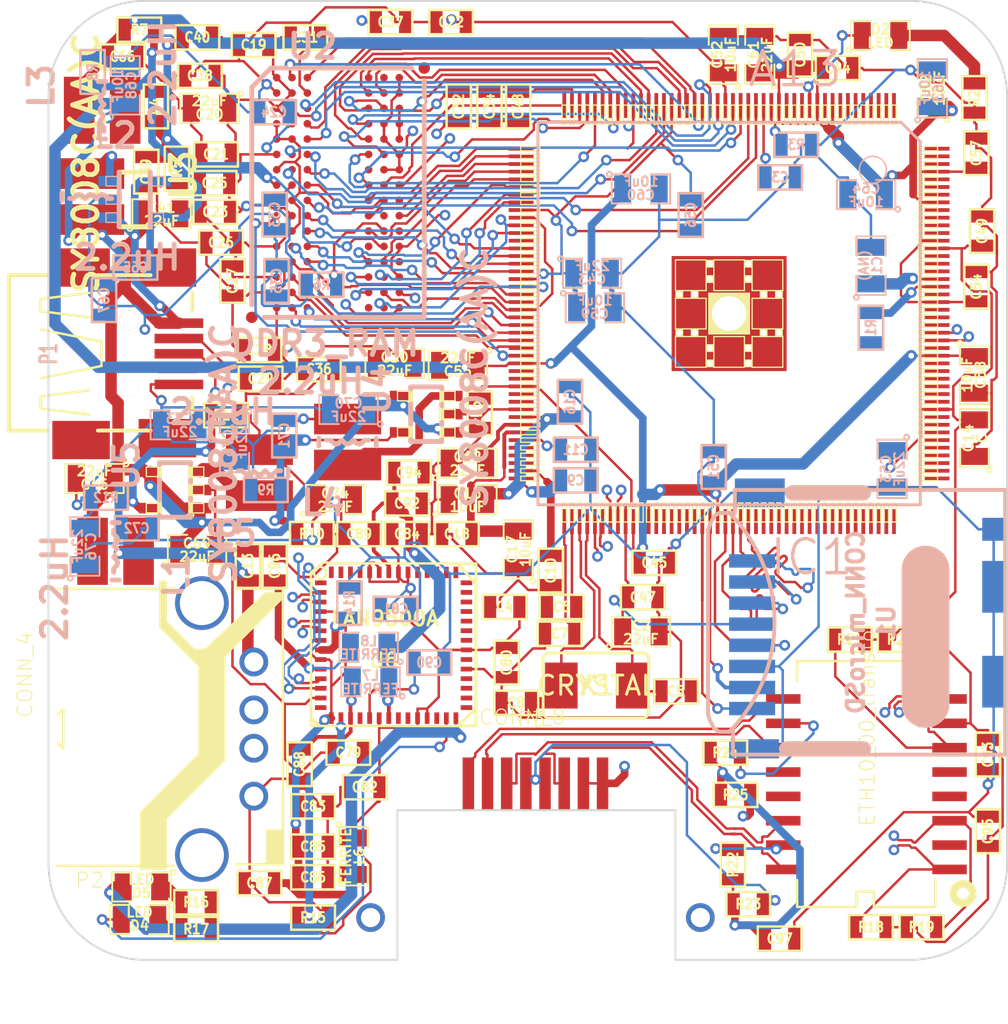
<source format=kicad_pcb>
(kicad_pcb (version 20171130) (host pcbnew "(5.1.12)-1")
  (layers (0 F.Cu signal) (1 In1.Cu signal) (2 In2.Cu signal) (31 B.Cu signal) (34 B.Paste user hide) (35 F.Paste user hide) (36 B.SilkS user hide) (37 F.SilkS user hide) (38 B.Mask user hide) (39 F.Mask user hide) (44 Edge.Cuts user))
  (net 0 "")
  (net 1 "Net-(C1-Pad1)")
  (net 2 GND)
  (net 3 VCC)
  (net 4 "Net-(C3-Pad1)")
  (net 5 "Net-(C6-Pad2)")
  (net 6 "Net-(C7-Pad2)")
  (net 7 "Net-(C9-Pad2)")
  (net 8 "Net-(C10-Pad2)")
  (net 9 "Net-(C11-Pad2)")
  (net 10 3VA)
  (net 11 "Net-(C13-Pad1)")
  (net 12 "Net-(C15-Pad2)")
  (net 13 "Net-(C17-Pad2)")
  (net 14 "Net-(C39-Pad2)")
  (net 15 +5V)
  (net 16 VDD_CPU)
  (net 17 VDD_INT)
  (net 18 "Net-(C65-Pad2)")
  (net 19 "Net-(C71-Pad2)")
  (net 20 "Net-(C72-Pad2)")
  (net 21 VDD33A)
  (net 22 VDDBUSPLL)
  (net 23 VDDCORE)
  (net 24 "Net-(C90-Pad2)")
  (net 25 "Net-(C91-Pad2)")
  (net 26 VDDPLL)
  (net 27 "Net-(C97-Pad2)")
  (net 28 "Net-(D2-Pad1)")
  (net 29 "Net-(D2-Pad2)")
  (net 30 "Net-(D4-Pad1)")
  (net 31 LED1)
  (net 32 "Net-(D5-Pad1)")
  (net 33 LED2)
  (net 34 "Net-(IC1-Pad1)")
  (net 35 "Net-(IC1-Pad2)")
  (net 36 "Net-(IC1-Pad3)")
  (net 37 "Net-(IC1-Pad4)")
  (net 38 "Net-(IC1-Pad5)")
  (net 39 "Net-(IC1-Pad6)")
  (net 40 "Net-(IC1-Pad7)")
  (net 41 "Net-(IC1-Pad8)")
  (net 42 "Net-(IC1-Pad10)")
  (net 43 "Net-(IC1-Pad13)")
  (net 44 "Net-(IC1-Pad14)")
  (net 45 "Net-(IC1-Pad15)")
  (net 46 "Net-(IC1-Pad17)")
  (net 47 DDR3_D04)
  (net 48 DDR3_D06)
  (net 49 DDR3_D02)
  (net 50 DDR3_D00)
  (net 51 DDR3_D11)
  (net 52 DDR3_D09)
  (net 53 DDR3_D13)
  (net 54 DDR3_D15)
  (net 55 DDR3_DM1)
  (net 56 DDR3_DM0)
  (net 57 DDR3_DQS0)
  (net 58 DDR3_DQS1)
  (net 59 DDR3_D12)
  (net 60 DDR3_D08)
  (net 61 DDR3_D14)
  (net 62 DDR3_D10)
  (net 63 DDR3_D01)
  (net 64 DDR3_D03)
  (net 65 DDR3_D07)
  (net 66 DDR3_D05)
  (net 67 DDR3_CK)
  (net 68 DDR3_CK_N)
  (net 69 DDR3_CKE)
  (net 70 DDR3_A10)
  (net 71 DDR3_BA1)
  (net 72 DDR3_A12)
  (net 73 DDR3_A04)
  (net 74 DDR3_A01)
  (net 75 DDR3_A06)
  (net 76 DDR3_A08)
  (net 77 DDR3_A11)
  (net 78 DDR3_A14)
  (net 79 DDR3_RAS)
  (net 80 DDR3_CAS)
  (net 81 DDR3_WE)
  (net 82 DDR3_BA2)
  (net 83 DDR3_BA0)
  (net 84 DDR3_A00)
  (net 85 DDR3_A03)
  (net 86 DDR3_A05)
  (net 87 DDR3_A13)
  (net 88 DDR3_A09)
  (net 89 DDR3_RST)
  (net 90 DDR3_A07)
  (net 91 DDR3_ODT)
  (net 92 "Net-(IC1-Pad74)")
  (net 93 "Net-(IC1-Pad75)")
  (net 94 "Net-(IC1-Pad77)")
  (net 95 "Net-(IC1-Pad78)")
  (net 96 "Net-(IC1-Pad84)")
  (net 97 "Net-(IC1-Pad85)")
  (net 98 "Net-(IC1-Pad86)")
  (net 99 USB_ETH_P)
  (net 100 USB_HOST_P)
  (net 101 "Net-(IC1-Pad99)")
  (net 102 "Net-(IC1-Pad101)")
  (net 103 "Net-(IC1-Pad102)")
  (net 104 "Net-(IC1-Pad103)")
  (net 105 "Net-(IC1-Pad104)")
  (net 106 "Net-(IC1-Pad105)")
  (net 107 "Net-(IC1-Pad106)")
  (net 108 SDC0_D1)
  (net 109 SDC0_D0)
  (net 110 SDC0_CLK)
  (net 111 SDC0_CMD)
  (net 112 SDC0_D3)
  (net 113 SDC0_D2)
  (net 114 "Net-(IC1-Pad114)")
  (net 115 "Net-(IC1-Pad115)")
  (net 116 "Net-(IC1-Pad116)")
  (net 117 "Net-(IC1-Pad117)")
  (net 118 "Net-(IC1-Pad118)")
  (net 119 "Net-(IC1-Pad119)")
  (net 120 "Net-(IC1-Pad120)")
  (net 121 "Net-(IC1-Pad121)")
  (net 122 "Net-(IC1-Pad122)")
  (net 123 "Net-(IC1-Pad123)")
  (net 124 "Net-(IC1-Pad124)")
  (net 125 "Net-(IC1-Pad125)")
  (net 126 "Net-(IC1-Pad126)")
  (net 127 "Net-(IC1-Pad127)")
  (net 128 "Net-(IC1-Pad128)")
  (net 129 "Net-(IC1-Pad130)")
  (net 130 "Net-(IC1-Pad131)")
  (net 131 "Net-(IC1-Pad132)")
  (net 132 "Net-(IC1-Pad133)")
  (net 133 "Net-(IC1-Pad134)")
  (net 134 "Net-(IC1-Pad135)")
  (net 135 "Net-(IC1-Pad136)")
  (net 136 "Net-(IC1-Pad137)")
  (net 137 "Net-(IC1-Pad138)")
  (net 138 "Net-(IC1-Pad139)")
  (net 139 "Net-(IC1-Pad140)")
  (net 140 "Net-(IC1-Pad141)")
  (net 141 "Net-(IC1-Pad143)")
  (net 142 "Net-(IC1-Pad144)")
  (net 143 "Net-(IC1-Pad145)")
  (net 144 "Net-(IC1-Pad146)")
  (net 145 "Net-(IC1-Pad147)")
  (net 146 "Net-(IC1-Pad148)")
  (net 147 "Net-(IC1-Pad150)")
  (net 148 UART1_RX)
  (net 149 UART1_TX)
  (net 150 "Net-(IC1-Pad153)")
  (net 151 "Net-(IC1-Pad154)")
  (net 152 "Net-(IC1-Pad155)")
  (net 153 UBOOT)
  (net 154 "Net-(IC1-Pad158)")
  (net 155 "Net-(IC1-Pad160)")
  (net 156 "Net-(IC1-Pad161)")
  (net 157 "Net-(IC1-Pad162)")
  (net 158 "Net-(IC1-Pad165)")
  (net 159 "Net-(IC1-Pad166)")
  (net 160 "Net-(IC1-Pad167)")
  (net 161 "Net-(IC1-Pad168)")
  (net 162 "Net-(IC1-Pad170)")
  (net 163 "Net-(IC1-Pad171)")
  (net 164 "Net-(IC1-Pad172)")
  (net 165 "Net-(IC1-Pad174)")
  (net 166 "Net-(IC1-Pad175)")
  (net 167 "Net-(IC1-Pad176)")
  (net 168 "Net-(P3-Pad1)")
  (net 169 /Erhernet/TX+)
  (net 170 "Net-(P3-Pad4)")
  (net 171 /Erhernet/TX-)
  (net 172 /Erhernet/RX+)
  (net 173 /Erhernet/RX-)
  (net 174 "Net-(D1-Pad2)")
  (net 175 "Net-(R6-Pad1)")
  (net 176 "Net-(R14-Pad2)")
  (net 177 "Net-(R15-Pad2)")
  (net 178 "Net-(R22-Pad2)")
  (net 179 "Net-(R24-Pad2)")
  (net 180 "Net-(T1-Pad4)")
  (net 181 "Net-(T1-Pad5)")
  (net 182 "Net-(T1-Pad12)")
  (net 183 "Net-(T1-Pad13)")
  (net 184 "Net-(U2-PadJ1)")
  (net 185 "Net-(U2-PadJ9)")
  (net 186 "Net-(U2-PadL1)")
  (net 187 "Net-(U2-PadL9)")
  (net 188 "Net-(U2-PadM7)")
  (net 189 DDR3_A02)
  (net 190 "Net-(U2-PadT7)")
  (net 191 "Net-(U6-Pad1)")
  (net 192 "Net-(U6-Pad34)")
  (net 193 "Net-(U6-Pad36)")
  (net 194 "Net-(U6-Pad22)")
  (net 195 "Net-(U6-Pad23)")
  (net 196 "Net-(U6-Pad14)")
  (net 197 "Net-(U6-Pad26)")
  (net 198 "Net-(U6-Pad29)")
  (net 199 "Net-(U6-Pad30)")
  (net 200 "Net-(U6-Pad31)")
  (net 201 "Net-(U6-Pad32)")
  (net 202 "Net-(U6-Pad37)")
  (net 203 "Net-(U6-Pad38)")
  (net 204 "Net-(U6-Pad39)")
  (net 205 "Net-(U6-Pad40)")
  (net 206 "Net-(U6-Pad41)")
  (net 207 "Net-(U6-Pad42)")
  (net 208 "Net-(U6-Pad43)")
  (net 209 "Net-(U6-Pad44)")
  (net 210 "Net-(U6-Pad45)")
  (net 211 "Net-(U6-Pad46)")
  (net 212 "Net-(U6-Pad47)")
  (net 213 "Net-(U6-Pad53)")
  (net 214 "Net-(U6-Pad54)")
  (net 215 "Net-(U6-Pad55)")
  (net 216 "Net-(U6-Pad56)")
  (net 217 DDR3_DQS0_N)
  (net 218 USB_ETH_N)
  (net 219 "Net-(L2-Pad1)")
  (net 220 "Net-(L4-Pad1)")
  (net 221 "Net-(L5-Pad1)")
  (net 222 TPX_P)
  (net 223 TPX_N)
  (net 224 RPX_N)
  (net 225 RPX_P)
  (net 226 USB_HOST_N)
  (net 227 X1_N)
  (net 228 X1_P)
  (net 229 1V5)
  (net 230 DDR3_DQS1_N)
  (module torbox:H1601CG (layer F.Cu) (at 62.6504 60.845 90)
    (fp_text reference T1 (at 6.996 2.646 90) (layer F.SilkS) (effects (font (size 0.77216 0.77216) (thickness 0.061772)) (justify left bottom)))
    (fp_text value ETH10_00_transfo (at -2.254 0.508 90) (layer F.SilkS) (effects (font (size 0.77216 0.77216) (thickness 0.061772)) (justify left bottom)))
    (pad 1 smd rect (at -4.445 4.3496 180) (size 1.8 0.5) (layers F.Cu F.Paste F.Mask) (net 222 TPX_P))
    (pad 2 smd rect (at -3.175 4.3496 180) (size 1.8 0.5) (layers F.Cu F.Paste F.Mask))
    (pad 3 smd rect (at -1.905 4.3496 180) (size 1.8 0.5) (layers F.Cu F.Paste F.Mask) (net 223 TPX_N))
    (pad 4 smd rect (at -0.635 4.3496 180) (size 1.8 0.5) (layers F.Cu F.Paste F.Mask) (net 180 "Net-(T1-Pad4)"))
    (pad 5 smd rect (at 0.635 4.3496 180) (size 1.8 0.5) (layers F.Cu F.Paste F.Mask) (net 181 "Net-(T1-Pad5)"))
    (pad 6 smd rect (at 1.905 4.3496 180) (size 1.8 0.5) (layers F.Cu F.Paste F.Mask) (net 225 RPX_P))
    (pad 7 smd rect (at 3.175 4.3496 180) (size 1.8 0.5) (layers F.Cu F.Paste F.Mask) (net 3 VCC))
    (pad 8 smd rect (at 4.445 4.3496 180) (size 1.8 0.5) (layers F.Cu F.Paste F.Mask) (net 224 RPX_N))
    (pad 9 smd rect (at 4.445 -4.325 180) (size 1.8 0.5) (layers F.Cu F.Paste F.Mask) (net 173 /Erhernet/RX-))
    (pad 10 smd rect (at 3.175 -4.325 180) (size 1.8 0.5) (layers F.Cu F.Paste F.Mask) (net 179 "Net-(R24-Pad2)"))
    (pad 11 smd rect (at 1.905 -4.325 180) (size 1.8 0.5) (layers F.Cu F.Paste F.Mask) (net 172 /Erhernet/RX+))
    (pad 12 smd rect (at 0.635 -4.325 180) (size 1.8 0.5) (layers F.Cu F.Paste F.Mask) (net 182 "Net-(T1-Pad12)"))
    (pad 13 smd rect (at -0.635 -4.325 180) (size 1.8 0.5) (layers F.Cu F.Paste F.Mask) (net 183 "Net-(T1-Pad13)"))
    (pad 14 smd rect (at -1.905 -4.325 180) (size 1.8 0.5) (layers F.Cu F.Paste F.Mask) (net 171 /Erhernet/TX-))
    (pad 15 smd rect (at -3.175 -4.325 180) (size 1.8 0.5) (layers F.Cu F.Paste F.Mask) (net 178 "Net-(R22-Pad2)"))
    (pad 16 smd rect (at -4.445 -4.325 180) (size 1.8 0.5) (layers F.Cu F.Paste F.Mask) (net 169 /Erhernet/TX+))
  )
  (module opendous:Memory_Card_microSD_DM3CS-SF (layer B.Cu) (at 55.5011 52.4004 90)
    (fp_text reference U1 (at 0 8.19912 90) (layer B.SilkS) (effects (font (size 0.8636 0.8636) (thickness 0.2032)) (justify mirror)))
    (fp_text value CONN_microSD (at 0 6.59892 90) (layer B.SilkS) (effects (font (size 0.8636 0.8636) (thickness 0.2032)) (justify mirror)))
    (pad 1 smd rect (at 3.2004 1.19888 90) (size 0.70104 2.4003) (layers B.Cu B.Paste B.Mask) (net 113 SDC0_D2))
    (pad 2 smd rect (at 2.10058 1.19888 90) (size 0.70104 2.4003) (layers B.Cu B.Paste B.Mask) (net 112 SDC0_D3))
    (pad 3 smd rect (at 1.00076 1.19888 90) (size 0.70104 2.4003) (layers B.Cu B.Paste B.Mask) (net 111 SDC0_CMD))
    (pad 4 smd rect (at -0.09906 1.19888 90) (size 0.70104 2.4003) (layers B.Cu B.Paste B.Mask) (net 3 VCC))
    (pad 5 smd rect (at -1.19888 1.19888 90) (size 0.70104 2.4003) (layers B.Cu B.Paste B.Mask) (net 110 SDC0_CLK))
    (pad 6 smd rect (at -2.30124 1.19888 90) (size 0.70104 2.4003) (layers B.Cu B.Paste B.Mask) (net 2 GND))
    (pad 7 smd rect (at -3.40106 1.19888 90) (size 0.70104 2.4003) (layers B.Cu B.Paste B.Mask) (net 109 SDC0_D0))
    (pad 8 smd rect (at -4.50088 1.19888 90) (size 0.70104 2.4003) (layers B.Cu B.Paste B.Mask) (net 108 SDC0_D1))
    (pad 9 smd rect (at 6.74878 1.6002 90) (size 1.50114 2.60096) (layers B.Cu B.Paste B.Mask) (net 2 GND))
    (pad 9 smd rect (at -6.59892 1.30048 90) (size 1.00076 2.60096) (layers B.Cu B.Paste B.Mask) (net 2 GND))
    (pad 9 smd rect (at 4.84886 13.79982 90) (size 1.19888 1.19888) (layers B.Cu B.Paste B.Mask) (net 2 GND))
    (pad 9 smd rect (at 1.84912 13.79982 90) (size 2.70002 1.19888) (layers B.Cu B.Paste B.Mask) (net 2 GND))
    (pad 9 smd rect (at -3.0988 13.79982 90) (size 2.70002 1.19888) (layers B.Cu B.Paste B.Mask) (net 2 GND))
  )
  (module smd:SM0805 (layer B.Cu) (at 62.9 33.8 90)
    (fp_text reference C1 (at 0 0.3175 90) (layer B.SilkS) (effects (font (size 0.50038 0.50038) (thickness 0.10922)) (justify mirror)))
    (fp_text value "(NA)" (at 0 -0.381 90) (layer B.SilkS) (effects (font (size 0.50038 0.50038) (thickness 0.10922)) (justify mirror)))
    (pad 1 smd rect (at -0.9525 0 90) (size 0.889 1.397) (layers B.Cu B.Paste B.Mask) (net 1 "Net-(C1-Pad1)"))
    (pad 2 smd rect (at 0.9525 0 90) (size 0.889 1.397) (layers B.Cu B.Paste B.Mask) (net 2 GND))
  )
  (module smd:SM0805 (layer F.Cu) (at 50.9 52.9)
    (fp_text reference C2 (at 0 -0.3175) (layer F.SilkS) (effects (font (size 0.50038 0.50038) (thickness 0.10922))))
    (fp_text value 22uF (at 0 0.381) (layer F.SilkS) (effects (font (size 0.50038 0.50038) (thickness 0.10922))))
    (pad 1 smd rect (at -0.9525 0) (size 0.889 1.397) (layers F.Cu F.Paste F.Mask) (net 3 VCC))
    (pad 2 smd rect (at 0.9525 0) (size 0.889 1.397) (layers F.Cu F.Paste F.Mask) (net 2 GND))
  )
  (module smd:SM0603 (layer B.Cu) (at 58.162 29.2)
    (fp_text reference C3 (at 0 0) (layer B.SilkS) (effects (font (size 0.508 0.4572) (thickness 0.1143)) (justify mirror)))
    (fp_text value 100nF hide)
    (pad 1 smd rect (at -0.762 0) (size 0.635 1.143) (layers B.Cu B.Paste B.Mask) (net 4 "Net-(C3-Pad1)"))
    (pad 2 smd rect (at 0.762 0) (size 0.635 1.143) (layers B.Cu B.Paste B.Mask) (net 2 GND))
  )
  (module smd:SM0603 (layer F.Cu) (at 43.8 51.6)
    (fp_text reference C4 (at 0 0) (layer F.SilkS) (effects (font (size 0.508 0.4572) (thickness 0.1143))))
    (fp_text value 100nF hide)
    (pad 1 smd rect (at -0.762 0) (size 0.635 1.143) (layers F.Cu F.Paste F.Mask) (net 2 GND))
    (pad 2 smd rect (at 0.762 0) (size 0.635 1.143) (layers F.Cu F.Paste F.Mask) (net 3 VCC))
  )
  (module smd:SM0603 (layer F.Cu) (at 46.762 51.6)
    (fp_text reference C6 (at 0 0) (layer F.SilkS) (effects (font (size 0.508 0.4572) (thickness 0.1143))))
    (fp_text value 1nF hide)
    (pad 1 smd rect (at -0.762 0) (size 0.635 1.143) (layers F.Cu F.Paste F.Mask) (net 2 GND))
    (pad 2 smd rect (at 0.762 0) (size 0.635 1.143) (layers F.Cu F.Paste F.Mask) (net 5 "Net-(C6-Pad2)"))
  )
  (module smd:SM0603 (layer F.Cu) (at 46.662 53)
    (fp_text reference C7 (at 0 0) (layer F.SilkS) (effects (font (size 0.508 0.4572) (thickness 0.1143))))
    (fp_text value 1nF hide)
    (pad 1 smd rect (at -0.762 0) (size 0.635 1.143) (layers F.Cu F.Paste F.Mask) (net 2 GND))
    (pad 2 smd rect (at 0.762 0) (size 0.635 1.143) (layers F.Cu F.Paste F.Mask) (net 6 "Net-(C7-Pad2)"))
  )
  (module smd:SM0603 (layer B.Cu) (at 47.5 45 180)
    (fp_text reference C9 (at 0 0 180) (layer B.SilkS) (effects (font (size 0.508 0.4572) (thickness 0.1143)) (justify mirror)))
    (fp_text value 1nF hide)
    (pad 1 smd rect (at -0.762 0 180) (size 0.635 1.143) (layers B.Cu B.Paste B.Mask) (net 2 GND))
    (pad 2 smd rect (at 0.762 0 180) (size 0.635 1.143) (layers B.Cu B.Paste B.Mask) (net 7 "Net-(C9-Pad2)"))
  )
  (module smd:SM0603 (layer F.Cu) (at 46.2 49.7 90)
    (fp_text reference C10 (at 0 0 90) (layer F.SilkS) (effects (font (size 0.508 0.4572) (thickness 0.1143))))
    (fp_text value 1nF hide)
    (pad 1 smd rect (at -0.762 0 90) (size 0.635 1.143) (layers F.Cu F.Paste F.Mask) (net 2 GND))
    (pad 2 smd rect (at 0.762 0 90) (size 0.635 1.143) (layers F.Cu F.Paste F.Mask) (net 8 "Net-(C10-Pad2)"))
  )
  (module smd:SM0603 (layer B.Cu) (at 47.5 43.4 180)
    (fp_text reference C11 (at 0 0 180) (layer B.SilkS) (effects (font (size 0.508 0.4572) (thickness 0.1143)) (justify mirror)))
    (fp_text value 1uF hide)
    (pad 1 smd rect (at -0.762 0 180) (size 0.635 1.143) (layers B.Cu B.Paste B.Mask) (net 2 GND))
    (pad 2 smd rect (at 0.762 0 180) (size 0.635 1.143) (layers B.Cu B.Paste B.Mask) (net 9 "Net-(C11-Pad2)"))
  )
  (module smd:SM0805 (layer F.Cu) (at 41.8525 44.1)
    (fp_text reference C12 (at 0 -0.3175) (layer F.SilkS) (effects (font (size 0.50038 0.50038) (thickness 0.10922))))
    (fp_text value 22uF (at 0 0.381) (layer F.SilkS) (effects (font (size 0.50038 0.50038) (thickness 0.10922))))
    (pad 1 smd rect (at -0.9525 0) (size 0.889 1.397) (layers F.Cu F.Paste F.Mask) (net 2 GND))
    (pad 2 smd rect (at 0.9525 0) (size 0.889 1.397) (layers F.Cu F.Paste F.Mask) (net 10 3VA))
  )
  (module smd:SM0603 (layer F.Cu) (at 30.4 49.462 90)
    (fp_text reference C13 (at 0 0 90) (layer F.SilkS) (effects (font (size 0.508 0.4572) (thickness 0.1143))))
    (fp_text value 100nF hide)
    (pad 1 smd rect (at -0.762 0 90) (size 0.635 1.143) (layers F.Cu F.Paste F.Mask) (net 11 "Net-(C13-Pad1)"))
    (pad 2 smd rect (at 0.762 0 90) (size 0.635 1.143) (layers F.Cu F.Paste F.Mask) (net 2 GND))
  )
  (module smd:SM0805 (layer F.Cu) (at 68.3 42.8 90)
    (fp_text reference C14 (at 0 -0.3175 90) (layer F.SilkS) (effects (font (size 0.50038 0.50038) (thickness 0.10922))))
    (fp_text value C (at 0 0.381 90) (layer F.SilkS) (effects (font (size 0.50038 0.50038) (thickness 0.10922))))
    (pad 1 smd rect (at -0.9525 0 90) (size 0.889 1.397) (layers F.Cu F.Paste F.Mask) (net 2 GND))
    (pad 2 smd rect (at 0.9525 0 90) (size 0.889 1.397) (layers F.Cu F.Paste F.Mask) (net 3 VCC))
  )
  (module smd:SM0805 (layer F.Cu) (at 41.8525 46)
    (fp_text reference C15 (at 0 -0.3175) (layer F.SilkS) (effects (font (size 0.50038 0.50038) (thickness 0.10922))))
    (fp_text value 10uF (at 0 0.381) (layer F.SilkS) (effects (font (size 0.50038 0.50038) (thickness 0.10922))))
    (pad 1 smd rect (at -0.9525 0) (size 0.889 1.397) (layers F.Cu F.Paste F.Mask) (net 2 GND))
    (pad 2 smd rect (at 0.9525 0) (size 0.889 1.397) (layers F.Cu F.Paste F.Mask) (net 12 "Net-(C15-Pad2)"))
  )
  (module smd:SM0603 (layer B.Cu) (at 47.2 40.9 270)
    (fp_text reference C16 (at 0 0 270) (layer B.SilkS) (effects (font (size 0.508 0.4572) (thickness 0.1143)) (justify mirror)))
    (fp_text value 100nF hide)
    (pad 1 smd rect (at -0.762 0 270) (size 0.635 1.143) (layers B.Cu B.Paste B.Mask) (net 2 GND))
    (pad 2 smd rect (at 0.762 0 270) (size 0.635 1.143) (layers B.Cu B.Paste B.Mask) (net 12 "Net-(C15-Pad2)"))
  )
  (module smd:SM0805 (layer F.Cu) (at 44.5 48.6 90)
    (fp_text reference C17 (at 0 -0.3175 90) (layer F.SilkS) (effects (font (size 0.50038 0.50038) (thickness 0.10922))))
    (fp_text value 10uF (at 0 0.381 90) (layer F.SilkS) (effects (font (size 0.50038 0.50038) (thickness 0.10922))))
    (pad 1 smd rect (at -0.9525 0 90) (size 0.889 1.397) (layers F.Cu F.Paste F.Mask) (net 2 GND))
    (pad 2 smd rect (at 0.9525 0 90) (size 0.889 1.397) (layers F.Cu F.Paste F.Mask) (net 13 "Net-(C17-Pad2)"))
  )
  (module smd:SM0603 (layer F.Cu) (at 41.3 47.8)
    (fp_text reference C18 (at 0 0) (layer F.SilkS) (effects (font (size 0.508 0.4572) (thickness 0.1143))))
    (fp_text value 100nF hide)
    (pad 1 smd rect (at -0.762 0) (size 0.635 1.143) (layers F.Cu F.Paste F.Mask) (net 2 GND))
    (pad 2 smd rect (at 0.762 0) (size 0.635 1.143) (layers F.Cu F.Paste F.Mask) (net 13 "Net-(C17-Pad2)"))
  )
  (module smd:SM0603 (layer F.Cu) (at 30.7 22.3 180)
    (fp_text reference C19 (at 0 0 180) (layer F.SilkS) (effects (font (size 0.508 0.4572) (thickness 0.1143))))
    (fp_text value 100nF hide)
    (pad 1 smd rect (at -0.762 0 180) (size 0.635 1.143) (layers F.Cu F.Paste F.Mask) (net 229 1V5))
    (pad 2 smd rect (at 0.762 0 180) (size 0.635 1.143) (layers F.Cu F.Paste F.Mask) (net 2 GND))
  )
  (module smd:SM0805 (layer F.Cu) (at 28.4 25.6 180)
    (fp_text reference C20 (at 0 -0.3175 180) (layer F.SilkS) (effects (font (size 0.50038 0.50038) (thickness 0.10922))))
    (fp_text value 22uF (at 0 0.381 180) (layer F.SilkS) (effects (font (size 0.50038 0.50038) (thickness 0.10922))))
    (pad 1 smd rect (at -0.9525 0 180) (size 0.889 1.397) (layers F.Cu F.Paste F.Mask) (net 229 1V5))
    (pad 2 smd rect (at 0.9525 0 180) (size 0.889 1.397) (layers F.Cu F.Paste F.Mask) (net 2 GND))
  )
  (module smd:SM0603 (layer F.Cu) (at 28.738 28 180)
    (fp_text reference C21 (at 0 0 180) (layer F.SilkS) (effects (font (size 0.508 0.4572) (thickness 0.1143))))
    (fp_text value 100nF hide)
    (pad 1 smd rect (at -0.762 0 180) (size 0.635 1.143) (layers F.Cu F.Paste F.Mask) (net 229 1V5))
    (pad 2 smd rect (at 0.762 0 180) (size 0.635 1.143) (layers F.Cu F.Paste F.Mask) (net 2 GND))
  )
  (module smd:SM0603 (layer F.Cu) (at 41 21.1 180)
    (fp_text reference C22 (at 0 0 180) (layer F.SilkS) (effects (font (size 0.508 0.4572) (thickness 0.1143))))
    (fp_text value 100nF hide)
    (pad 1 smd rect (at -0.762 0 180) (size 0.635 1.143) (layers F.Cu F.Paste F.Mask) (net 229 1V5))
    (pad 2 smd rect (at 0.762 0 180) (size 0.635 1.143) (layers F.Cu F.Paste F.Mask) (net 2 GND))
  )
  (module smd:SM0603 (layer F.Cu) (at 28.7 31 180)
    (fp_text reference C23 (at 0 0 180) (layer F.SilkS) (effects (font (size 0.508 0.4572) (thickness 0.1143))))
    (fp_text value 100nF hide)
    (pad 1 smd rect (at -0.762 0 180) (size 0.635 1.143) (layers F.Cu F.Paste F.Mask) (net 229 1V5))
    (pad 2 smd rect (at 0.762 0 180) (size 0.635 1.143) (layers F.Cu F.Paste F.Mask) (net 2 GND))
  )
  (module smd:SM0603 (layer B.Cu) (at 31.762 25.8 180)
    (fp_text reference C24 (at 0 0 180) (layer B.SilkS) (effects (font (size 0.508 0.4572) (thickness 0.1143)) (justify mirror)))
    (fp_text value 100nF hide)
    (pad 1 smd rect (at -0.762 0 180) (size 0.635 1.143) (layers B.Cu B.Paste B.Mask) (net 229 1V5))
    (pad 2 smd rect (at 0.762 0 180) (size 0.635 1.143) (layers B.Cu B.Paste B.Mask) (net 2 GND))
  )
  (module smd:SM0603 (layer F.Cu) (at 28.662 29.5 180)
    (fp_text reference C25 (at 0 0 180) (layer F.SilkS) (effects (font (size 0.508 0.4572) (thickness 0.1143))))
    (fp_text value 100nF hide)
    (pad 1 smd rect (at -0.762 0 180) (size 0.635 1.143) (layers F.Cu F.Paste F.Mask) (net 229 1V5))
    (pad 2 smd rect (at 0.762 0 180) (size 0.635 1.143) (layers F.Cu F.Paste F.Mask) (net 2 GND))
  )
  (module smd:SM0603 (layer F.Cu) (at 29 32.6)
    (fp_text reference C26 (at 0 0) (layer F.SilkS) (effects (font (size 0.508 0.4572) (thickness 0.1143))))
    (fp_text value 100nF hide)
    (pad 1 smd rect (at -0.762 0) (size 0.635 1.143) (layers F.Cu F.Paste F.Mask) (net 229 1V5))
    (pad 2 smd rect (at 0.762 0) (size 0.635 1.143) (layers F.Cu F.Paste F.Mask) (net 2 GND))
  )
  (module smd:SM0603 (layer F.Cu) (at 29.6 34.6 90)
    (fp_text reference C27 (at 0 0 90) (layer F.SilkS) (effects (font (size 0.508 0.4572) (thickness 0.1143))))
    (fp_text value 100nF hide)
    (pad 1 smd rect (at -0.762 0 90) (size 0.635 1.143) (layers F.Cu F.Paste F.Mask) (net 229 1V5))
    (pad 2 smd rect (at 0.762 0 90) (size 0.635 1.143) (layers F.Cu F.Paste F.Mask) (net 2 GND))
  )
  (module smd:SM0603 (layer F.Cu) (at 31 38.2)
    (fp_text reference C28 (at 0 0) (layer F.SilkS) (effects (font (size 0.508 0.4572) (thickness 0.1143))))
    (fp_text value 100nF hide)
    (pad 1 smd rect (at -0.762 0) (size 0.635 1.143) (layers F.Cu F.Paste F.Mask) (net 229 1V5))
    (pad 2 smd rect (at 0.762 0) (size 0.635 1.143) (layers F.Cu F.Paste F.Mask) (net 2 GND))
  )
  (module smd:SM0603 (layer F.Cu) (at 31.062 39.7)
    (fp_text reference C29 (at 0 0) (layer F.SilkS) (effects (font (size 0.508 0.4572) (thickness 0.1143))))
    (fp_text value 100nF hide)
    (pad 1 smd rect (at -0.762 0) (size 0.635 1.143) (layers F.Cu F.Paste F.Mask) (net 229 1V5))
    (pad 2 smd rect (at 0.762 0) (size 0.635 1.143) (layers F.Cu F.Paste F.Mask) (net 2 GND))
  )
  (module smd:SM0805 (layer F.Cu) (at 38.0525 38.9)
    (fp_text reference C30 (at 0 -0.3175) (layer F.SilkS) (effects (font (size 0.50038 0.50038) (thickness 0.10922))))
    (fp_text value 22uF (at 0 0.381) (layer F.SilkS) (effects (font (size 0.50038 0.50038) (thickness 0.10922))))
    (pad 1 smd rect (at -0.9525 0) (size 0.889 1.397) (layers F.Cu F.Paste F.Mask) (net 229 1V5))
    (pad 2 smd rect (at 0.9525 0) (size 0.889 1.397) (layers F.Cu F.Paste F.Mask) (net 2 GND))
  )
  (module smd:SM0603 (layer F.Cu) (at 33.4 21.9)
    (fp_text reference C31 (at 0 0) (layer F.SilkS) (effects (font (size 0.508 0.4572) (thickness 0.1143))))
    (fp_text value 100nF hide)
    (pad 1 smd rect (at -0.762 0) (size 0.635 1.143) (layers F.Cu F.Paste F.Mask) (net 229 1V5))
    (pad 2 smd rect (at 0.762 0) (size 0.635 1.143) (layers F.Cu F.Paste F.Mask) (net 2 GND))
  )
  (module smd:SM0603 (layer F.Cu) (at 41.4 25.5 270)
    (fp_text reference C32 (at 0 0 270) (layer F.SilkS) (effects (font (size 0.508 0.4572) (thickness 0.1143))))
    (fp_text value 100nF hide)
    (pad 1 smd rect (at -0.762 0 270) (size 0.635 1.143) (layers F.Cu F.Paste F.Mask) (net 229 1V5))
    (pad 2 smd rect (at 0.762 0 270) (size 0.635 1.143) (layers F.Cu F.Paste F.Mask) (net 2 GND))
  )
  (module smd:SM0603 (layer B.Cu) (at 31.8 31.138 270)
    (fp_text reference C33 (at 0 0 270) (layer B.SilkS) (effects (font (size 0.508 0.4572) (thickness 0.1143)) (justify mirror)))
    (fp_text value 100nF hide)
    (pad 1 smd rect (at -0.762 0 270) (size 0.635 1.143) (layers B.Cu B.Paste B.Mask) (net 229 1V5))
    (pad 2 smd rect (at 0.762 0 270) (size 0.635 1.143) (layers B.Cu B.Paste B.Mask) (net 2 GND))
  )
  (module smd:SM0603 (layer F.Cu) (at 43 25.5 270)
    (fp_text reference C34 (at 0 0 270) (layer F.SilkS) (effects (font (size 0.508 0.4572) (thickness 0.1143))))
    (fp_text value 100nF hide)
    (pad 1 smd rect (at -0.762 0 270) (size 0.635 1.143) (layers F.Cu F.Paste F.Mask) (net 229 1V5))
    (pad 2 smd rect (at 0.762 0 270) (size 0.635 1.143) (layers F.Cu F.Paste F.Mask) (net 2 GND))
  )
  (module smd:SM0603 (layer B.Cu) (at 31.9 34.6 90)
    (fp_text reference C35 (at 0 0 90) (layer B.SilkS) (effects (font (size 0.508 0.4572) (thickness 0.1143)) (justify mirror)))
    (fp_text value 100nF hide)
    (pad 1 smd rect (at -0.762 0 90) (size 0.635 1.143) (layers B.Cu B.Paste B.Mask) (net 229 1V5))
    (pad 2 smd rect (at 0.762 0 90) (size 0.635 1.143) (layers B.Cu B.Paste B.Mask) (net 2 GND))
  )
  (module smd:SM0603 (layer F.Cu) (at 34.1 39.2 180)
    (fp_text reference C36 (at 0 0 180) (layer F.SilkS) (effects (font (size 0.508 0.4572) (thickness 0.1143))))
    (fp_text value 100nF hide)
    (pad 1 smd rect (at -0.762 0 180) (size 0.635 1.143) (layers F.Cu F.Paste F.Mask) (net 229 1V5))
    (pad 2 smd rect (at 0.762 0 180) (size 0.635 1.143) (layers F.Cu F.Paste F.Mask) (net 2 GND))
  )
  (module smd:SM0603 (layer F.Cu) (at 37.838 21.1)
    (fp_text reference C37 (at 0 0) (layer F.SilkS) (effects (font (size 0.508 0.4572) (thickness 0.1143))))
    (fp_text value 100nF hide)
    (pad 1 smd rect (at -0.762 0) (size 0.635 1.143) (layers F.Cu F.Paste F.Mask) (net 229 1V5))
    (pad 2 smd rect (at 0.762 0) (size 0.635 1.143) (layers F.Cu F.Paste F.Mask) (net 2 GND))
  )
  (module smd:SM0603 (layer F.Cu) (at 27.9 23.9 180)
    (fp_text reference C38 (at 0 0 180) (layer F.SilkS) (effects (font (size 0.508 0.4572) (thickness 0.1143))))
    (fp_text value 100nF hide)
    (pad 1 smd rect (at -0.762 0 180) (size 0.635 1.143) (layers F.Cu F.Paste F.Mask) (net 229 1V5))
    (pad 2 smd rect (at 0.762 0 180) (size 0.635 1.143) (layers F.Cu F.Paste F.Mask) (net 2 GND))
  )
  (module smd:SM0603 (layer F.Cu) (at 25.1 28.9 90)
    (fp_text reference C39 (at 0 0 90) (layer F.SilkS) (effects (font (size 0.508 0.4572) (thickness 0.1143))))
    (fp_text value 100nF hide)
    (pad 1 smd rect (at -0.762 0 90) (size 0.635 1.143) (layers F.Cu F.Paste F.Mask) (net 229 1V5))
    (pad 2 smd rect (at 0.762 0 90) (size 0.635 1.143) (layers F.Cu F.Paste F.Mask) (net 14 "Net-(C39-Pad2)"))
  )
  (module smd:SM0603 (layer F.Cu) (at 27.762 21.9)
    (fp_text reference C40 (at 0 0) (layer F.SilkS) (effects (font (size 0.508 0.4572) (thickness 0.1143))))
    (fp_text value 100nF hide)
    (pad 1 smd rect (at -0.762 0) (size 0.635 1.143) (layers F.Cu F.Paste F.Mask) (net 14 "Net-(C39-Pad2)"))
    (pad 2 smd rect (at 0.762 0) (size 0.635 1.143) (layers F.Cu F.Paste F.Mask) (net 2 GND))
  )
  (module smd:SM0805 (layer F.Cu) (at 25.9 31.1)
    (fp_text reference C41 (at 0 -0.3175) (layer F.SilkS) (effects (font (size 0.50038 0.50038) (thickness 0.10922))))
    (fp_text value 22uF (at 0 0.381) (layer F.SilkS) (effects (font (size 0.50038 0.50038) (thickness 0.10922))))
    (pad 1 smd rect (at -0.9525 0) (size 0.889 1.397) (layers F.Cu F.Paste F.Mask) (net 15 +5V))
    (pad 2 smd rect (at 0.9525 0) (size 0.889 1.397) (layers F.Cu F.Paste F.Mask) (net 2 GND))
  )
  (module smd:SM0603 (layer F.Cu) (at 42.5 41.5 270)
    (fp_text reference C42 (at 0 0 270) (layer F.SilkS) (effects (font (size 0.508 0.4572) (thickness 0.1143))))
    (fp_text value 100nF hide)
    (pad 1 smd rect (at -0.762 0 270) (size 0.635 1.143) (layers F.Cu F.Paste F.Mask) (net 3 VCC))
    (pad 2 smd rect (at 0.762 0 270) (size 0.635 1.143) (layers F.Cu F.Paste F.Mask) (net 2 GND))
  )
  (module smd:SM0805 (layer B.Cu) (at 48.3525 34.2)
    (fp_text reference C43 (at 0 0.3175) (layer B.SilkS) (effects (font (size 0.50038 0.50038) (thickness 0.10922)) (justify mirror)))
    (fp_text value 22uF (at 0 -0.381) (layer B.SilkS) (effects (font (size 0.50038 0.50038) (thickness 0.10922)) (justify mirror)))
    (pad 1 smd rect (at -0.9525 0) (size 0.889 1.397) (layers B.Cu B.Paste B.Mask) (net 229 1V5))
    (pad 2 smd rect (at 0.9525 0) (size 0.889 1.397) (layers B.Cu B.Paste B.Mask) (net 2 GND))
  )
  (module smd:SM0603 (layer F.Cu) (at 61.162 23.5)
    (fp_text reference C44 (at 0 0) (layer F.SilkS) (effects (font (size 0.508 0.4572) (thickness 0.1143))))
    (fp_text value 100nF hide)
    (pad 1 smd rect (at -0.762 0) (size 0.635 1.143) (layers F.Cu F.Paste F.Mask) (net 16 VDD_CPU))
    (pad 2 smd rect (at 0.762 0) (size 0.635 1.143) (layers F.Cu F.Paste F.Mask) (net 2 GND))
  )
  (module smd:SM0603 (layer F.Cu) (at 51.6 49.3)
    (fp_text reference C45 (at 0 0) (layer F.SilkS) (effects (font (size 0.508 0.4572) (thickness 0.1143))))
    (fp_text value 100nF hide)
    (pad 1 smd rect (at -0.762 0) (size 0.635 1.143) (layers F.Cu F.Paste F.Mask) (net 17 VDD_INT))
    (pad 2 smd rect (at 0.762 0) (size 0.635 1.143) (layers F.Cu F.Paste F.Mask) (net 2 GND))
  )
  (module smd:SM0805 (layer F.Cu) (at 22.4 44.9 180)
    (fp_text reference C46 (at 0 -0.3175 180) (layer F.SilkS) (effects (font (size 0.50038 0.50038) (thickness 0.10922))))
    (fp_text value 22uF (at 0 0.381 180) (layer F.SilkS) (effects (font (size 0.50038 0.50038) (thickness 0.10922))))
    (pad 1 smd rect (at -0.9525 0 180) (size 0.889 1.397) (layers F.Cu F.Paste F.Mask) (net 15 +5V))
    (pad 2 smd rect (at 0.9525 0 180) (size 0.889 1.397) (layers F.Cu F.Paste F.Mask) (net 2 GND))
  )
  (module smd:SM0603 (layer F.Cu) (at 51 51.1)
    (fp_text reference C47 (at 0 0) (layer F.SilkS) (effects (font (size 0.508 0.4572) (thickness 0.1143))))
    (fp_text value 100nF hide)
    (pad 1 smd rect (at -0.762 0) (size 0.635 1.143) (layers F.Cu F.Paste F.Mask) (net 3 VCC))
    (pad 2 smd rect (at 0.762 0) (size 0.635 1.143) (layers F.Cu F.Paste F.Mask) (net 2 GND))
  )
  (module smd:SM0603 (layer F.Cu) (at 44.5 25.5 270)
    (fp_text reference C48 (at 0 0 270) (layer F.SilkS) (effects (font (size 0.508 0.4572) (thickness 0.1143))))
    (fp_text value 100nF hide)
    (pad 1 smd rect (at -0.762 0 270) (size 0.635 1.143) (layers F.Cu F.Paste F.Mask) (net 229 1V5))
    (pad 2 smd rect (at 0.762 0 270) (size 0.635 1.143) (layers F.Cu F.Paste F.Mask) (net 2 GND))
  )
  (module smd:SM0603 (layer F.Cu) (at 68.7 32 90)
    (fp_text reference C49 (at 0 0 90) (layer F.SilkS) (effects (font (size 0.508 0.4572) (thickness 0.1143))))
    (fp_text value 100nF hide)
    (pad 1 smd rect (at -0.762 0 90) (size 0.635 1.143) (layers F.Cu F.Paste F.Mask) (net 3 VCC))
    (pad 2 smd rect (at 0.762 0 90) (size 0.635 1.143) (layers F.Cu F.Paste F.Mask) (net 2 GND))
  )
  (module smd:SM0603 (layer F.Cu) (at 59.2 22.8 90)
    (fp_text reference C50 (at 0 0 90) (layer F.SilkS) (effects (font (size 0.508 0.4572) (thickness 0.1143))))
    (fp_text value 100nF hide)
    (pad 1 smd rect (at -0.762 0 90) (size 0.635 1.143) (layers F.Cu F.Paste F.Mask) (net 16 VDD_CPU))
    (pad 2 smd rect (at 0.762 0 90) (size 0.635 1.143) (layers F.Cu F.Paste F.Mask) (net 2 GND))
  )
  (module smd:SM0603 (layer B.Cu) (at 54.7 44.3 90)
    (fp_text reference C51 (at 0 0 90) (layer B.SilkS) (effects (font (size 0.508 0.4572) (thickness 0.1143)) (justify mirror)))
    (fp_text value 100nF hide)
    (pad 1 smd rect (at -0.762 0 90) (size 0.635 1.143) (layers B.Cu B.Paste B.Mask) (net 17 VDD_INT))
    (pad 2 smd rect (at 0.762 0 90) (size 0.635 1.143) (layers B.Cu B.Paste B.Mask) (net 2 GND))
  )
  (module smd:SM0805 (layer F.Cu) (at 55.2 22.8 90)
    (fp_text reference C52 (at 0 -0.3175 90) (layer F.SilkS) (effects (font (size 0.50038 0.50038) (thickness 0.10922))))
    (fp_text value 10uF (at 0 0.381 90) (layer F.SilkS) (effects (font (size 0.50038 0.50038) (thickness 0.10922))))
    (pad 1 smd rect (at -0.9525 0 90) (size 0.889 1.397) (layers F.Cu F.Paste F.Mask) (net 229 1V5))
    (pad 2 smd rect (at 0.9525 0 90) (size 0.889 1.397) (layers F.Cu F.Paste F.Mask) (net 2 GND))
  )
  (module smd:SM0805 (layer B.Cu) (at 64 44.4 270)
    (fp_text reference C53 (at 0 0.3175 270) (layer B.SilkS) (effects (font (size 0.50038 0.50038) (thickness 0.10922)) (justify mirror)))
    (fp_text value 22uF (at 0 -0.381 270) (layer B.SilkS) (effects (font (size 0.50038 0.50038) (thickness 0.10922)) (justify mirror)))
    (pad 1 smd rect (at -0.9525 0 270) (size 0.889 1.397) (layers B.Cu B.Paste B.Mask) (net 3 VCC))
    (pad 2 smd rect (at 0.9525 0 270) (size 0.889 1.397) (layers B.Cu B.Paste B.Mask) (net 2 GND))
  )
  (module smd:SM0603 (layer F.Cu) (at 68.4 34.9 90)
    (fp_text reference C54 (at 0 0 90) (layer F.SilkS) (effects (font (size 0.508 0.4572) (thickness 0.1143))))
    (fp_text value 100nF hide)
    (pad 1 smd rect (at -0.762 0 90) (size 0.635 1.143) (layers F.Cu F.Paste F.Mask) (net 16 VDD_CPU))
    (pad 2 smd rect (at 0.762 0 90) (size 0.635 1.143) (layers F.Cu F.Paste F.Mask) (net 2 GND))
  )
  (module smd:SM0805 (layer F.Cu) (at 41.3525 39 180)
    (fp_text reference C55 (at 0 -0.3175 180) (layer F.SilkS) (effects (font (size 0.50038 0.50038) (thickness 0.10922))))
    (fp_text value 22uF (at 0 0.381 180) (layer F.SilkS) (effects (font (size 0.50038 0.50038) (thickness 0.10922))))
    (pad 1 smd rect (at -0.9525 0 180) (size 0.889 1.397) (layers F.Cu F.Paste F.Mask) (net 17 VDD_INT))
    (pad 2 smd rect (at 0.9525 0 180) (size 0.889 1.397) (layers F.Cu F.Paste F.Mask) (net 2 GND))
  )
  (module smd:SM0603 (layer B.Cu) (at 53.5 31.162 270)
    (fp_text reference C56 (at 0 0 270) (layer B.SilkS) (effects (font (size 0.508 0.4572) (thickness 0.1143)) (justify mirror)))
    (fp_text value 100nF hide)
    (pad 1 smd rect (at -0.762 0 270) (size 0.635 1.143) (layers B.Cu B.Paste B.Mask) (net 229 1V5))
    (pad 2 smd rect (at 0.762 0 270) (size 0.635 1.143) (layers B.Cu B.Paste B.Mask) (net 2 GND))
  )
  (module smd:SM0603 (layer F.Cu) (at 68.4 27.938 90)
    (fp_text reference C57 (at 0 0 90) (layer F.SilkS) (effects (font (size 0.508 0.4572) (thickness 0.1143))))
    (fp_text value 100nF hide)
    (pad 1 smd rect (at -0.762 0 90) (size 0.635 1.143) (layers F.Cu F.Paste F.Mask) (net 16 VDD_CPU))
    (pad 2 smd rect (at 0.762 0 90) (size 0.635 1.143) (layers F.Cu F.Paste F.Mask) (net 2 GND))
  )
  (module smd:SM0805 (layer F.Cu) (at 68.3 39.5 270)
    (fp_text reference C58 (at 0 -0.3175 270) (layer F.SilkS) (effects (font (size 0.50038 0.50038) (thickness 0.10922))))
    (fp_text value 10uF (at 0 0.381 270) (layer F.SilkS) (effects (font (size 0.50038 0.50038) (thickness 0.10922))))
    (pad 1 smd rect (at -0.9525 0 270) (size 0.889 1.397) (layers F.Cu F.Paste F.Mask) (net 17 VDD_INT))
    (pad 2 smd rect (at 0.9525 0 270) (size 0.889 1.397) (layers F.Cu F.Paste F.Mask) (net 2 GND))
  )
  (module smd:SM0805 (layer B.Cu) (at 48.5 36)
    (fp_text reference C59 (at 0 0.3175) (layer B.SilkS) (effects (font (size 0.50038 0.50038) (thickness 0.10922)) (justify mirror)))
    (fp_text value 10uF (at 0 -0.381) (layer B.SilkS) (effects (font (size 0.50038 0.50038) (thickness 0.10922)) (justify mirror)))
    (pad 1 smd rect (at -0.9525 0) (size 0.889 1.397) (layers B.Cu B.Paste B.Mask) (net 229 1V5))
    (pad 2 smd rect (at 0.9525 0) (size 0.889 1.397) (layers B.Cu B.Paste B.Mask) (net 2 GND))
  )
  (module smd:SM0805 (layer B.Cu) (at 50.9 29.8)
    (fp_text reference C60 (at 0 0.3175) (layer B.SilkS) (effects (font (size 0.50038 0.50038) (thickness 0.10922)) (justify mirror)))
    (fp_text value 10uF (at 0 -0.381) (layer B.SilkS) (effects (font (size 0.50038 0.50038) (thickness 0.10922)) (justify mirror)))
    (pad 1 smd rect (at -0.9525 0) (size 0.889 1.397) (layers B.Cu B.Paste B.Mask) (net 17 VDD_INT))
    (pad 2 smd rect (at 0.9525 0) (size 0.889 1.397) (layers B.Cu B.Paste B.Mask) (net 2 GND))
  )
  (module smd:SM0805 (layer F.Cu) (at 57.1 22.8 90)
    (fp_text reference C61 (at 0 -0.3175 90) (layer F.SilkS) (effects (font (size 0.50038 0.50038) (thickness 0.10922))))
    (fp_text value 22uF (at 0 0.381 90) (layer F.SilkS) (effects (font (size 0.50038 0.50038) (thickness 0.10922))))
    (pad 1 smd rect (at -0.9525 0 90) (size 0.889 1.397) (layers F.Cu F.Paste F.Mask) (net 16 VDD_CPU))
    (pad 2 smd rect (at 0.9525 0 90) (size 0.889 1.397) (layers F.Cu F.Paste F.Mask) (net 2 GND))
  )
  (module smd:SM0805 (layer F.Cu) (at 66.1 24.5525 90)
    (fp_text reference C62 (at 0 -0.3175 90) (layer F.SilkS) (effects (font (size 0.50038 0.50038) (thickness 0.10922))))
    (fp_text value 10uF (at 0 0.381 90) (layer F.SilkS) (effects (font (size 0.50038 0.50038) (thickness 0.10922))))
    (pad 1 smd rect (at -0.9525 0 90) (size 0.889 1.397) (layers F.Cu F.Paste F.Mask) (net 16 VDD_CPU))
    (pad 2 smd rect (at 0.9525 0 90) (size 0.889 1.397) (layers F.Cu F.Paste F.Mask) (net 2 GND))
  )
  (module smd:SM0805 (layer B.Cu) (at 66.1 24.5525 90)
    (fp_text reference C63 (at 0 0.3175 90) (layer B.SilkS) (effects (font (size 0.50038 0.50038) (thickness 0.10922)) (justify mirror)))
    (fp_text value 10uF (at 0 -0.381 90) (layer B.SilkS) (effects (font (size 0.50038 0.50038) (thickness 0.10922)) (justify mirror)))
    (pad 1 smd rect (at -0.9525 0 90) (size 0.889 1.397) (layers B.Cu B.Paste B.Mask) (net 16 VDD_CPU))
    (pad 2 smd rect (at 0.9525 0 90) (size 0.889 1.397) (layers B.Cu B.Paste B.Mask) (net 2 GND))
  )
  (module smd:SM0805 (layer B.Cu) (at 62.6475 30.1 180)
    (fp_text reference C64 (at 0 0.3175 180) (layer B.SilkS) (effects (font (size 0.50038 0.50038) (thickness 0.10922)) (justify mirror)))
    (fp_text value 10uF (at 0 -0.381 180) (layer B.SilkS) (effects (font (size 0.50038 0.50038) (thickness 0.10922)) (justify mirror)))
    (pad 1 smd rect (at -0.9525 0 180) (size 0.889 1.397) (layers B.Cu B.Paste B.Mask) (net 16 VDD_CPU))
    (pad 2 smd rect (at 0.9525 0 180) (size 0.889 1.397) (layers B.Cu B.Paste B.Mask) (net 2 GND))
  )
  (module smd:SM0603 (layer B.Cu) (at 24.538 33.9)
    (fp_text reference C65 (at 0 0) (layer B.SilkS) (effects (font (size 0.508 0.4572) (thickness 0.1143)) (justify mirror)))
    (fp_text value 22pF hide)
    (pad 1 smd rect (at -0.762 0) (size 0.635 1.143) (layers B.Cu B.Paste B.Mask) (net 16 VDD_CPU))
    (pad 2 smd rect (at 0.762 0) (size 0.635 1.143) (layers B.Cu B.Paste B.Mask) (net 18 "Net-(C65-Pad2)"))
  )
  (module smd:SM0603 (layer F.Cu) (at 23.862 22.9)
    (fp_text reference C66 (at 0 0) (layer F.SilkS) (effects (font (size 0.508 0.4572) (thickness 0.1143))))
    (fp_text value 22uF hide)
    (pad 1 smd rect (at -0.762 0) (size 0.635 1.143) (layers F.Cu F.Paste F.Mask) (net 16 VDD_CPU))
    (pad 2 smd rect (at 0.762 0) (size 0.635 1.143) (layers F.Cu F.Paste F.Mask) (net 2 GND))
  )
  (module smd:SM0603 (layer B.Cu) (at 22.9 35.6 270)
    (fp_text reference C67 (at 0 0 270) (layer B.SilkS) (effects (font (size 0.508 0.4572) (thickness 0.1143)) (justify mirror)))
    (fp_text value 22uF hide)
    (pad 1 smd rect (at -0.762 0 270) (size 0.635 1.143) (layers B.Cu B.Paste B.Mask) (net 16 VDD_CPU))
    (pad 2 smd rect (at 0.762 0 270) (size 0.635 1.143) (layers B.Cu B.Paste B.Mask) (net 2 GND))
  )
  (module smd:SM0805 (layer B.Cu) (at 24 24.4 90)
    (fp_text reference C68 (at 0 0.3175 90) (layer B.SilkS) (effects (font (size 0.50038 0.50038) (thickness 0.10922)) (justify mirror)))
    (fp_text value 10uF (at 0 -0.381 90) (layer B.SilkS) (effects (font (size 0.50038 0.50038) (thickness 0.10922)) (justify mirror)))
    (pad 1 smd rect (at -0.9525 0 90) (size 0.889 1.397) (layers B.Cu B.Paste B.Mask) (net 17 VDD_INT))
    (pad 2 smd rect (at 0.9525 0 90) (size 0.889 1.397) (layers B.Cu B.Paste B.Mask) (net 2 GND))
  )
  (module smd:SM0805 (layer F.Cu) (at 27.7475 48.6)
    (fp_text reference C69 (at 0 -0.3175) (layer F.SilkS) (effects (font (size 0.50038 0.50038) (thickness 0.10922))))
    (fp_text value 22uF (at 0 0.381) (layer F.SilkS) (effects (font (size 0.50038 0.50038) (thickness 0.10922))))
    (pad 1 smd rect (at -0.9525 0) (size 0.889 1.397) (layers F.Cu F.Paste F.Mask) (net 15 +5V))
    (pad 2 smd rect (at 0.9525 0) (size 0.889 1.397) (layers F.Cu F.Paste F.Mask) (net 2 GND))
  )
  (module smd:SM0805 (layer B.Cu) (at 35.6525 41.3 180)
    (fp_text reference C70 (at 0 0.3175 180) (layer B.SilkS) (effects (font (size 0.50038 0.50038) (thickness 0.10922)) (justify mirror)))
    (fp_text value 22uF (at 0 -0.381 180) (layer B.SilkS) (effects (font (size 0.50038 0.50038) (thickness 0.10922)) (justify mirror)))
    (pad 1 smd rect (at -0.9525 0 180) (size 0.889 1.397) (layers B.Cu B.Paste B.Mask) (net 15 +5V))
    (pad 2 smd rect (at 0.9525 0 180) (size 0.889 1.397) (layers B.Cu B.Paste B.Mask) (net 2 GND))
  )
  (module smd:SM0603 (layer B.Cu) (at 32.3 42.662 270)
    (fp_text reference C71 (at 0 0 270) (layer B.SilkS) (effects (font (size 0.508 0.4572) (thickness 0.1143)) (justify mirror)))
    (fp_text value 22pF hide)
    (pad 1 smd rect (at -0.762 0 270) (size 0.635 1.143) (layers B.Cu B.Paste B.Mask) (net 3 VCC))
    (pad 2 smd rect (at 0.762 0 270) (size 0.635 1.143) (layers B.Cu B.Paste B.Mask) (net 19 "Net-(C71-Pad2)"))
  )
  (module smd:SM0603 (layer B.Cu) (at 24.6 47.5 180)
    (fp_text reference C72 (at 0 0 180) (layer B.SilkS) (effects (font (size 0.508 0.4572) (thickness 0.1143)) (justify mirror)))
    (fp_text value 22pF hide)
    (pad 1 smd rect (at -0.762 0 180) (size 0.635 1.143) (layers B.Cu B.Paste B.Mask) (net 229 1V5))
    (pad 2 smd rect (at 0.762 0 180) (size 0.635 1.143) (layers B.Cu B.Paste B.Mask) (net 20 "Net-(C72-Pad2)"))
  )
  (module smd:SM0805 (layer B.Cu) (at 26.8475 42.1 180)
    (fp_text reference C73 (at 0 0.3175 180) (layer B.SilkS) (effects (font (size 0.50038 0.50038) (thickness 0.10922)) (justify mirror)))
    (fp_text value 22uF (at 0 -0.381 180) (layer B.SilkS) (effects (font (size 0.50038 0.50038) (thickness 0.10922)) (justify mirror)))
    (pad 1 smd rect (at -0.9525 0 180) (size 0.889 1.397) (layers B.Cu B.Paste B.Mask) (net 3 VCC))
    (pad 2 smd rect (at 0.9525 0 180) (size 0.889 1.397) (layers B.Cu B.Paste B.Mask) (net 2 GND))
  )
  (module smd:SM0805 (layer F.Cu) (at 34.9525 46)
    (fp_text reference C74 (at 0 -0.3175) (layer F.SilkS) (effects (font (size 0.50038 0.50038) (thickness 0.10922))))
    (fp_text value 22uF (at 0 0.381) (layer F.SilkS) (effects (font (size 0.50038 0.50038) (thickness 0.10922))))
    (pad 1 smd rect (at -0.9525 0) (size 0.889 1.397) (layers F.Cu F.Paste F.Mask) (net 229 1V5))
    (pad 2 smd rect (at 0.9525 0) (size 0.889 1.397) (layers F.Cu F.Paste F.Mask) (net 2 GND))
  )
  (module smd:SM0805 (layer B.Cu) (at 29.7 43.0525 270)
    (fp_text reference C75 (at 0 0.3175 270) (layer B.SilkS) (effects (font (size 0.50038 0.50038) (thickness 0.10922)) (justify mirror)))
    (fp_text value 22uF (at 0 -0.381 270) (layer B.SilkS) (effects (font (size 0.50038 0.50038) (thickness 0.10922)) (justify mirror)))
    (pad 1 smd rect (at -0.9525 0 270) (size 0.889 1.397) (layers B.Cu B.Paste B.Mask) (net 3 VCC))
    (pad 2 smd rect (at 0.9525 0 270) (size 0.889 1.397) (layers B.Cu B.Paste B.Mask) (net 2 GND))
  )
  (module smd:SM0805 (layer B.Cu) (at 21.9 48.4475 90)
    (fp_text reference C76 (at 0 0.3175 90) (layer B.SilkS) (effects (font (size 0.50038 0.50038) (thickness 0.10922)) (justify mirror)))
    (fp_text value 22uF (at 0 -0.381 90) (layer B.SilkS) (effects (font (size 0.50038 0.50038) (thickness 0.10922)) (justify mirror)))
    (pad 1 smd rect (at -0.9525 0 90) (size 0.889 1.397) (layers B.Cu B.Paste B.Mask) (net 229 1V5))
    (pad 2 smd rect (at 0.9525 0 90) (size 0.889 1.397) (layers B.Cu B.Paste B.Mask) (net 2 GND))
  )
  (module smd:SM0603 (layer F.Cu) (at 35.638 59.2 180)
    (fp_text reference C79 (at 0 0 180) (layer F.SilkS) (effects (font (size 0.508 0.4572) (thickness 0.1143))))
    (fp_text value 100nF hide)
    (pad 1 smd rect (at -0.762 0 180) (size 0.635 1.143) (layers F.Cu F.Paste F.Mask) (net 3 VCC))
    (pad 2 smd rect (at 0.762 0 180) (size 0.635 1.143) (layers F.Cu F.Paste F.Mask) (net 2 GND))
  )
  (module smd:SM0603 (layer F.Cu) (at 43.9 54.5 270)
    (fp_text reference C80 (at 0 0 270) (layer F.SilkS) (effects (font (size 0.508 0.4572) (thickness 0.1143))))
    (fp_text value 100nF hide)
    (pad 1 smd rect (at -0.762 0 270) (size 0.635 1.143) (layers F.Cu F.Paste F.Mask) (net 3 VCC))
    (pad 2 smd rect (at 0.762 0 270) (size 0.635 1.143) (layers F.Cu F.Paste F.Mask) (net 2 GND))
  )
  (module smd:SM0603 (layer B.Cu) (at 38.1 51.7)
    (fp_text reference C81 (at 0 0) (layer B.SilkS) (effects (font (size 0.508 0.4572) (thickness 0.1143)) (justify mirror)))
    (fp_text value 100nF hide)
    (pad 1 smd rect (at -0.762 0) (size 0.635 1.143) (layers B.Cu B.Paste B.Mask) (net 3 VCC))
    (pad 2 smd rect (at 0.762 0) (size 0.635 1.143) (layers B.Cu B.Paste B.Mask) (net 2 GND))
  )
  (module smd:SM0603 (layer F.Cu) (at 36.5 61 180)
    (fp_text reference C82 (at 0 0 180) (layer F.SilkS) (effects (font (size 0.508 0.4572) (thickness 0.1143))))
    (fp_text value 100nF hide)
    (pad 1 smd rect (at -0.762 0 180) (size 0.635 1.143) (layers F.Cu F.Paste F.Mask) (net 3 VCC))
    (pad 2 smd rect (at 0.762 0 180) (size 0.635 1.143) (layers F.Cu F.Paste F.Mask) (net 2 GND))
  )
  (module smd:SM0603 (layer F.Cu) (at 33.8 62)
    (fp_text reference C83 (at 0 0) (layer F.SilkS) (effects (font (size 0.508 0.4572) (thickness 0.1143))))
    (fp_text value 100nF hide)
    (pad 1 smd rect (at -0.762 0) (size 0.635 1.143) (layers F.Cu F.Paste F.Mask) (net 21 VDD33A))
    (pad 2 smd rect (at 0.762 0) (size 0.635 1.143) (layers F.Cu F.Paste F.Mask) (net 2 GND))
  )
  (module smd:SM0603 (layer F.Cu) (at 38.7 47.8)
    (fp_text reference C84 (at 0 0) (layer F.SilkS) (effects (font (size 0.508 0.4572) (thickness 0.1143))))
    (fp_text value 100nF hide)
    (pad 1 smd rect (at -0.762 0) (size 0.635 1.143) (layers F.Cu F.Paste F.Mask) (net 3 VCC))
    (pad 2 smd rect (at 0.762 0) (size 0.635 1.143) (layers F.Cu F.Paste F.Mask) (net 2 GND))
  )
  (module smd:SM0603 (layer F.Cu) (at 33.8 64.1)
    (fp_text reference C85 (at 0 0) (layer F.SilkS) (effects (font (size 0.508 0.4572) (thickness 0.1143))))
    (fp_text value 100nF hide)
    (pad 1 smd rect (at -0.762 0) (size 0.635 1.143) (layers F.Cu F.Paste F.Mask) (net 21 VDD33A))
    (pad 2 smd rect (at 0.762 0) (size 0.635 1.143) (layers F.Cu F.Paste F.Mask) (net 2 GND))
  )
  (module smd:SM0603 (layer F.Cu) (at 33.8 65.7)
    (fp_text reference C86 (at 0 0) (layer F.SilkS) (effects (font (size 0.508 0.4572) (thickness 0.1143))))
    (fp_text value 100nF hide)
    (pad 1 smd rect (at -0.762 0) (size 0.635 1.143) (layers F.Cu F.Paste F.Mask) (net 21 VDD33A))
    (pad 2 smd rect (at 0.762 0) (size 0.635 1.143) (layers F.Cu F.Paste F.Mask) (net 2 GND))
  )
  (module smd:SM0603 (layer F.Cu) (at 31 66 180)
    (fp_text reference C87 (at 0 0 180) (layer F.SilkS) (effects (font (size 0.508 0.4572) (thickness 0.1143))))
    (fp_text value 100nF hide)
    (pad 1 smd rect (at -0.762 0 180) (size 0.635 1.143) (layers F.Cu F.Paste F.Mask) (net 21 VDD33A))
    (pad 2 smd rect (at 0.762 0 180) (size 0.635 1.143) (layers F.Cu F.Paste F.Mask) (net 2 GND))
  )
  (module smd:SM0603 (layer F.Cu) (at 33.1 59.8 270)
    (fp_text reference C88 (at 0 0 270) (layer F.SilkS) (effects (font (size 0.508 0.4572) (thickness 0.1143))))
    (fp_text value 100nF hide)
    (pad 1 smd rect (at -0.762 0 270) (size 0.635 1.143) (layers F.Cu F.Paste F.Mask) (net 22 VDDBUSPLL))
    (pad 2 smd rect (at 0.762 0 270) (size 0.635 1.143) (layers F.Cu F.Paste F.Mask) (net 2 GND))
  )
  (module smd:SM0603 (layer F.Cu) (at 36.2 47.8 180)
    (fp_text reference C89 (at 0 0 180) (layer F.SilkS) (effects (font (size 0.508 0.4572) (thickness 0.1143))))
    (fp_text value 1uF hide)
    (pad 1 smd rect (at -0.762 0 180) (size 0.635 1.143) (layers F.Cu F.Paste F.Mask) (net 23 VDDCORE))
    (pad 2 smd rect (at 0.762 0 180) (size 0.635 1.143) (layers F.Cu F.Paste F.Mask) (net 2 GND))
  )
  (module smd:SM0603 (layer B.Cu) (at 39.862 54.5 180)
    (fp_text reference C90 (at 0 0 180) (layer B.SilkS) (effects (font (size 0.508 0.4572) (thickness 0.1143)) (justify mirror)))
    (fp_text value 10pF hide)
    (pad 1 smd rect (at -0.762 0 180) (size 0.635 1.143) (layers B.Cu B.Paste B.Mask) (net 2 GND))
    (pad 2 smd rect (at 0.762 0 180) (size 0.635 1.143) (layers B.Cu B.Paste B.Mask) (net 24 "Net-(C90-Pad2)"))
  )
  (module smd:SM0603 (layer F.Cu) (at 38.7 46.2)
    (fp_text reference C92 (at 0 0) (layer F.SilkS) (effects (font (size 0.508 0.4572) (thickness 0.1143))))
    (fp_text value 100nF hide)
    (pad 1 smd rect (at -0.762 0) (size 0.635 1.143) (layers F.Cu F.Paste F.Mask) (net 23 VDDCORE))
    (pad 2 smd rect (at 0.762 0) (size 0.635 1.143) (layers F.Cu F.Paste F.Mask) (net 2 GND))
  )
  (module smd:SM0603 (layer F.Cu) (at 69 59.3 90)
    (fp_text reference C93 (at 0 0 90) (layer F.SilkS) (effects (font (size 0.508 0.4572) (thickness 0.1143))))
    (fp_text value 100nF hide)
    (pad 1 smd rect (at -0.762 0 90) (size 0.635 1.143) (layers F.Cu F.Paste F.Mask) (net 2 GND))
    (pad 2 smd rect (at 0.762 0 90) (size 0.635 1.143) (layers F.Cu F.Paste F.Mask) (net 3 VCC))
  )
  (module smd:SM0603 (layer F.Cu) (at 38.8 44.6)
    (fp_text reference C94 (at 0 0) (layer F.SilkS) (effects (font (size 0.508 0.4572) (thickness 0.1143))))
    (fp_text value 100nF hide)
    (pad 1 smd rect (at -0.762 0) (size 0.635 1.143) (layers F.Cu F.Paste F.Mask) (net 23 VDDCORE))
    (pad 2 smd rect (at 0.762 0) (size 0.635 1.143) (layers F.Cu F.Paste F.Mask) (net 2 GND))
  )
  (module smd:SM0603 (layer F.Cu) (at 69 63.3 90)
    (fp_text reference C95 (at 0 0 90) (layer F.SilkS) (effects (font (size 0.508 0.4572) (thickness 0.1143))))
    (fp_text value 100nF hide)
    (pad 1 smd rect (at -0.762 0 90) (size 0.635 1.143) (layers F.Cu F.Paste F.Mask) (net 3 VCC))
    (pad 2 smd rect (at 0.762 0 90) (size 0.635 1.143) (layers F.Cu F.Paste F.Mask) (net 2 GND))
  )
  (module smd:SM0603 (layer F.Cu) (at 31.8 49.462 90)
    (fp_text reference C96 (at 0 0 90) (layer F.SilkS) (effects (font (size 0.508 0.4572) (thickness 0.1143))))
    (fp_text value 100nF hide)
    (pad 1 smd rect (at -0.762 0 90) (size 0.635 1.143) (layers F.Cu F.Paste F.Mask) (net 26 VDDPLL))
    (pad 2 smd rect (at 0.762 0 90) (size 0.635 1.143) (layers F.Cu F.Paste F.Mask) (net 2 GND))
  )
  (module smd:SM0603 (layer F.Cu) (at 58.138 68.9 180)
    (fp_text reference C97 (at 0 0 180) (layer F.SilkS) (effects (font (size 0.508 0.4572) (thickness 0.1143))))
    (fp_text value 1uF hide)
    (pad 1 smd rect (at -0.762 0 180) (size 0.635 1.143) (layers F.Cu F.Paste F.Mask) (net 2 GND))
    (pad 2 smd rect (at 0.762 0 180) (size 0.635 1.143) (layers F.Cu F.Paste F.Mask) (net 27 "Net-(C97-Pad2)"))
  )
  (module smd:SM0805 (layer F.Cu) (at 63.4 21.8)
    (fp_text reference D2 (at 0 -0.3175) (layer F.SilkS) (effects (font (size 0.50038 0.50038) (thickness 0.10922))))
    (fp_text value LED (at 0 0.381) (layer F.SilkS) (effects (font (size 0.50038 0.50038) (thickness 0.10922))))
    (pad 1 smd rect (at -0.9525 0) (size 0.889 1.397) (layers F.Cu F.Paste F.Mask) (net 28 "Net-(D2-Pad1)"))
    (pad 2 smd rect (at 0.9525 0) (size 0.889 1.397) (layers F.Cu F.Paste F.Mask) (net 29 "Net-(D2-Pad2)"))
  )
  (module smd:SM0805 (layer F.Cu) (at 24.7475 67.9 180)
    (fp_text reference D4 (at 0 -0.3175 180) (layer F.SilkS) (effects (font (size 0.50038 0.50038) (thickness 0.10922))))
    (fp_text value LED (at 0 0.381 180) (layer F.SilkS) (effects (font (size 0.50038 0.50038) (thickness 0.10922))))
    (pad 1 smd rect (at -0.9525 0 180) (size 0.889 1.397) (layers F.Cu F.Paste F.Mask) (net 30 "Net-(D4-Pad1)"))
    (pad 2 smd rect (at 0.9525 0 180) (size 0.889 1.397) (layers F.Cu F.Paste F.Mask) (net 31 LED1))
  )
  (module smd:SM0805 (layer F.Cu) (at 24.8475 66.2 180)
    (fp_text reference D5 (at 0 -0.3175 180) (layer F.SilkS) (effects (font (size 0.50038 0.50038) (thickness 0.10922))))
    (fp_text value LED (at 0 0.381 180) (layer F.SilkS) (effects (font (size 0.50038 0.50038) (thickness 0.10922))))
    (pad 1 smd rect (at -0.9525 0 180) (size 0.889 1.397) (layers F.Cu F.Paste F.Mask) (net 32 "Net-(D5-Pad1)"))
    (pad 2 smd rect (at 0.9525 0 180) (size 0.889 1.397) (layers F.Cu F.Paste F.Mask) (net 33 LED2))
  )
  (module A13-OLinuXino-MICRO_Rev_B:TQFP176 (layer F.Cu) (at 55.5018 36.3016 180)
    (fp_text reference IC1 (at -4.29006 -12.7 180) (layer B.SilkS) (effects (font (size 1.778 1.778) (thickness 0.1778))))
    (fp_text value A13 (at -3.44424 12.7508 180) (layer B.SilkS) (effects (font (size 1.778 1.778) (thickness 0.1778))))
    (pad 1 smd rect (at -8.5979 10.84834 180) (size 0.19812 1.29794) (layers F.Cu F.Paste F.Mask) (net 34 "Net-(IC1-Pad1)"))
    (pad 2 smd rect (at -8.19912 10.84834 180) (size 0.19812 1.29794) (layers F.Cu F.Paste F.Mask) (net 35 "Net-(IC1-Pad2)"))
    (pad 3 smd rect (at -7.7978 10.84834 180) (size 0.19812 1.29794) (layers F.Cu F.Paste F.Mask) (net 36 "Net-(IC1-Pad3)"))
    (pad 4 smd rect (at -7.39902 10.84834 180) (size 0.19812 1.29794) (layers F.Cu F.Paste F.Mask) (net 37 "Net-(IC1-Pad4)"))
    (pad 5 smd rect (at -6.9977 10.84834 180) (size 0.19812 1.29794) (layers F.Cu F.Paste F.Mask) (net 38 "Net-(IC1-Pad5)"))
    (pad 6 smd rect (at -6.59892 10.84834 180) (size 0.19812 1.29794) (layers F.Cu F.Paste F.Mask) (net 39 "Net-(IC1-Pad6)"))
    (pad 7 smd rect (at -6.1976 10.84834 180) (size 0.19812 1.29794) (layers F.Cu F.Paste F.Mask) (net 40 "Net-(IC1-Pad7)"))
    (pad 8 smd rect (at -5.79882 10.84834 180) (size 0.19812 1.29794) (layers F.Cu F.Paste F.Mask) (net 41 "Net-(IC1-Pad8)"))
    (pad 9 smd rect (at -5.3975 10.84834 180) (size 0.19812 1.29794) (layers F.Cu F.Paste F.Mask) (net 16 VDD_CPU))
    (pad 10 smd rect (at -4.99872 10.84834 180) (size 0.19812 1.29794) (layers F.Cu F.Paste F.Mask) (net 42 "Net-(IC1-Pad10)"))
    (pad 11 smd rect (at -4.59994 10.84834 180) (size 0.19812 1.29794) (layers F.Cu F.Paste F.Mask) (net 16 VDD_CPU))
    (pad 12 smd rect (at -4.19862 10.84834 180) (size 0.19812 1.29794) (layers F.Cu F.Paste F.Mask) (net 28 "Net-(D2-Pad1)"))
    (pad 13 smd rect (at -3.79984 10.84834 180) (size 0.19812 1.29794) (layers F.Cu F.Paste F.Mask) (net 43 "Net-(IC1-Pad13)"))
    (pad 14 smd rect (at -3.39852 10.84834 180) (size 0.19812 1.29794) (layers F.Cu F.Paste F.Mask) (net 44 "Net-(IC1-Pad14)"))
    (pad 15 smd rect (at -2.99974 10.84834 180) (size 0.19812 1.29794) (layers F.Cu F.Paste F.Mask) (net 45 "Net-(IC1-Pad15)"))
    (pad 16 smd rect (at -2.59842 10.84834 180) (size 0.19812 1.29794) (layers F.Cu F.Paste F.Mask) (net 16 VDD_CPU))
    (pad 17 smd rect (at -2.19964 10.84834 180) (size 0.19812 1.29794) (layers F.Cu F.Paste F.Mask) (net 46 "Net-(IC1-Pad17)"))
    (pad 18 smd rect (at -1.79832 10.84834 180) (size 0.19812 1.29794) (layers F.Cu F.Paste F.Mask) (net 4 "Net-(C3-Pad1)"))
    (pad 19 smd rect (at -1.39954 10.84834 180) (size 0.19812 1.29794) (layers F.Cu F.Paste F.Mask) (net 47 DDR3_D04))
    (pad 20 smd rect (at -0.99822 10.84834 180) (size 0.19812 1.29794) (layers F.Cu F.Paste F.Mask) (net 48 DDR3_D06))
    (pad 21 smd rect (at -0.59944 10.84834 180) (size 0.19812 1.29794) (layers F.Cu F.Paste F.Mask) (net 49 DDR3_D02))
    (pad 22 smd rect (at -0.19812 10.84834 180) (size 0.19812 1.29794) (layers F.Cu F.Paste F.Mask) (net 50 DDR3_D00))
    (pad 23 smd rect (at 0.19812 10.84834 180) (size 0.19812 1.29794) (layers F.Cu F.Paste F.Mask) (net 229 1V5))
    (pad 24 smd rect (at 0.59944 10.84834 180) (size 0.19812 1.29794) (layers F.Cu F.Paste F.Mask) (net 51 DDR3_D11))
    (pad 25 smd rect (at 0.99822 10.84834 180) (size 0.19812 1.29794) (layers F.Cu F.Paste F.Mask) (net 52 DDR3_D09))
    (pad 26 smd rect (at 1.39954 10.84834 180) (size 0.19812 1.29794) (layers F.Cu F.Paste F.Mask) (net 53 DDR3_D13))
    (pad 27 smd rect (at 1.79832 10.84834 180) (size 0.19812 1.29794) (layers F.Cu F.Paste F.Mask) (net 54 DDR3_D15))
    (pad 28 smd rect (at 2.19964 10.84834 180) (size 0.19812 1.29794) (layers F.Cu F.Paste F.Mask) (net 55 DDR3_DM1))
    (pad 29 smd rect (at 2.59842 10.84834 180) (size 0.19812 1.29794) (layers F.Cu F.Paste F.Mask) (net 56 DDR3_DM0))
    (pad 30 smd rect (at 2.99974 10.84834 180) (size 0.19812 1.29794) (layers F.Cu F.Paste F.Mask) (net 229 1V5))
    (pad 31 smd rect (at 3.39852 10.84834 180) (size 0.19812 1.29794) (layers F.Cu F.Paste F.Mask) (net 57 DDR3_DQS0))
    (pad 32 smd rect (at 3.79984 10.84834 180) (size 0.19812 1.29794) (layers F.Cu F.Paste F.Mask) (net 217 DDR3_DQS0_N))
    (pad 33 smd rect (at 4.19862 10.84834 180) (size 0.19812 1.29794) (layers F.Cu F.Paste F.Mask) (net 58 DDR3_DQS1))
    (pad 34 smd rect (at 4.59994 10.84834 180) (size 0.19812 1.29794) (layers F.Cu F.Paste F.Mask) (net 230 DDR3_DQS1_N))
    (pad 35 smd rect (at 4.99872 10.84834 180) (size 0.19812 1.29794) (layers F.Cu F.Paste F.Mask) (net 17 VDD_INT))
    (pad 36 smd rect (at 5.3975 10.84834 180) (size 0.19812 1.29794) (layers F.Cu F.Paste F.Mask) (net 59 DDR3_D12))
    (pad 37 smd rect (at 5.79882 10.84834 180) (size 0.19812 1.29794) (layers F.Cu F.Paste F.Mask) (net 60 DDR3_D08))
    (pad 38 smd rect (at 6.1976 10.84834 180) (size 0.19812 1.29794) (layers F.Cu F.Paste F.Mask) (net 61 DDR3_D14))
    (pad 39 smd rect (at 6.59892 10.84834 180) (size 0.19812 1.29794) (layers F.Cu F.Paste F.Mask) (net 62 DDR3_D10))
    (pad 40 smd rect (at 6.9977 10.84834 180) (size 0.19812 1.29794) (layers F.Cu F.Paste F.Mask) (net 63 DDR3_D01))
    (pad 41 smd rect (at 7.39902 10.84834 180) (size 0.19812 1.29794) (layers F.Cu F.Paste F.Mask) (net 64 DDR3_D03))
    (pad 42 smd rect (at 7.7978 10.84834 180) (size 0.19812 1.29794) (layers F.Cu F.Paste F.Mask) (net 65 DDR3_D07))
    (pad 43 smd rect (at 8.19912 10.84834 180) (size 0.19812 1.29794) (layers F.Cu F.Paste F.Mask) (net 229 1V5))
    (pad 44 smd rect (at 8.5979 10.84834 180) (size 0.19812 1.29794) (layers F.Cu F.Paste F.Mask) (net 66 DDR3_D05))
    (pad 45 smd rect (at 10.84834 8.5979 180) (size 1.29794 0.19812) (layers F.Cu F.Paste F.Mask) (net 67 DDR3_CK))
    (pad 46 smd rect (at 10.84834 8.19912 180) (size 1.29794 0.19812) (layers F.Cu F.Paste F.Mask) (net 68 DDR3_CK_N))
    (pad 47 smd rect (at 10.84834 7.7978 180) (size 1.29794 0.19812) (layers F.Cu F.Paste F.Mask) (net 69 DDR3_CKE))
    (pad 48 smd rect (at 10.84834 7.39902 180) (size 1.29794 0.19812) (layers F.Cu F.Paste F.Mask) (net 70 DDR3_A10))
    (pad 49 smd rect (at 10.84834 6.9977 180) (size 1.29794 0.19812) (layers F.Cu F.Paste F.Mask) (net 71 DDR3_BA1))
    (pad 50 smd rect (at 10.84834 6.59892 180) (size 1.29794 0.19812) (layers F.Cu F.Paste F.Mask) (net 72 DDR3_A12))
    (pad 51 smd rect (at 10.84834 6.1976 180) (size 1.29794 0.19812) (layers F.Cu F.Paste F.Mask) (net 73 DDR3_A04))
    (pad 52 smd rect (at 10.84834 5.79882 180) (size 1.29794 0.19812) (layers F.Cu F.Paste F.Mask) (net 74 DDR3_A01))
    (pad 53 smd rect (at 10.84834 5.3975 180) (size 1.29794 0.19812) (layers F.Cu F.Paste F.Mask) (net 229 1V5))
    (pad 54 smd rect (at 10.84834 4.99872 180) (size 1.29794 0.19812) (layers F.Cu F.Paste F.Mask) (net 75 DDR3_A06))
    (pad 55 smd rect (at 10.84834 4.59994 180) (size 1.29794 0.19812) (layers F.Cu F.Paste F.Mask) (net 76 DDR3_A08))
    (pad 56 smd rect (at 10.84834 4.19862 180) (size 1.29794 0.19812) (layers F.Cu F.Paste F.Mask) (net 77 DDR3_A11))
    (pad 57 smd rect (at 10.84834 3.79984 180) (size 1.29794 0.19812) (layers F.Cu F.Paste F.Mask) (net 78 DDR3_A14))
    (pad 58 smd rect (at 10.84834 3.39852 180) (size 1.29794 0.19812) (layers F.Cu F.Paste F.Mask) (net 79 DDR3_RAS))
    (pad 59 smd rect (at 10.84834 2.99974 180) (size 1.29794 0.19812) (layers F.Cu F.Paste F.Mask) (net 80 DDR3_CAS))
    (pad 60 smd rect (at 10.84834 2.59842 180) (size 1.29794 0.19812) (layers F.Cu F.Paste F.Mask) (net 81 DDR3_WE))
    (pad 61 smd rect (at 10.84834 2.19964 180) (size 1.29794 0.19812) (layers F.Cu F.Paste F.Mask) (net 82 DDR3_BA2))
    (pad 62 smd rect (at 10.84834 1.79832 180) (size 1.29794 0.19812) (layers F.Cu F.Paste F.Mask) (net 229 1V5))
    (pad 63 smd rect (at 10.84834 1.39954 180) (size 1.29794 0.19812) (layers F.Cu F.Paste F.Mask) (net 83 DDR3_BA0))
    (pad 64 smd rect (at 10.84834 0.99822 180) (size 1.29794 0.19812) (layers F.Cu F.Paste F.Mask) (net 84 DDR3_A00))
    (pad 65 smd rect (at 10.84834 0.59944 180) (size 1.29794 0.19812) (layers F.Cu F.Paste F.Mask) (net 85 DDR3_A03))
    (pad 66 smd rect (at 10.84834 0.19812 180) (size 1.29794 0.19812) (layers F.Cu F.Paste F.Mask) (net 75 DDR3_A06))
    (pad 67 smd rect (at 10.84834 -0.19812 180) (size 1.29794 0.19812) (layers F.Cu F.Paste F.Mask) (net 86 DDR3_A05))
    (pad 68 smd rect (at 10.84834 -0.59944 180) (size 1.29794 0.19812) (layers F.Cu F.Paste F.Mask) (net 87 DDR3_A13))
    (pad 69 smd rect (at 10.84834 -0.99822 180) (size 1.29794 0.19812) (layers F.Cu F.Paste F.Mask) (net 88 DDR3_A09))
    (pad 70 smd rect (at 10.84834 -1.39954 180) (size 1.29794 0.19812) (layers F.Cu F.Paste F.Mask) (net 89 DDR3_RST))
    (pad 71 smd rect (at 10.84834 -1.79832 180) (size 1.29794 0.19812) (layers F.Cu F.Paste F.Mask) (net 90 DDR3_A07))
    (pad 72 smd rect (at 10.84834 -2.19964 180) (size 1.29794 0.19812) (layers F.Cu F.Paste F.Mask) (net 91 DDR3_ODT))
    (pad 73 smd rect (at 10.84834 -2.59842 180) (size 1.29794 0.19812) (layers F.Cu F.Paste F.Mask) (net 17 VDD_INT))
    (pad 74 smd rect (at 10.84834 -2.99974 180) (size 1.29794 0.19812) (layers F.Cu F.Paste F.Mask) (net 92 "Net-(IC1-Pad74)"))
    (pad 75 smd rect (at 10.84834 -3.39852 180) (size 1.29794 0.19812) (layers F.Cu F.Paste F.Mask) (net 93 "Net-(IC1-Pad75)"))
    (pad 76 smd rect (at 10.84834 -3.79984 180) (size 1.29794 0.19812) (layers F.Cu F.Paste F.Mask) (net 3 VCC))
    (pad 77 smd rect (at 10.84834 -4.19862 180) (size 1.29794 0.19812) (layers F.Cu F.Paste F.Mask) (net 94 "Net-(IC1-Pad77)"))
    (pad 78 smd rect (at 10.84834 -4.59994 180) (size 1.29794 0.19812) (layers F.Cu F.Paste F.Mask) (net 95 "Net-(IC1-Pad78)"))
    (pad 79 smd rect (at 10.84834 -4.99872 180) (size 1.29794 0.19812) (layers F.Cu F.Paste F.Mask) (net 2 GND))
    (pad 80 smd rect (at 10.84834 -5.3975 180) (size 1.29794 0.19812) (layers F.Cu F.Paste F.Mask) (net 12 "Net-(C15-Pad2)"))
    (pad 81 smd rect (at 10.84834 -5.79882 180) (size 1.29794 0.19812) (layers F.Cu F.Paste F.Mask) (net 10 3VA))
    (pad 82 smd rect (at 10.84834 -6.1976 180) (size 1.29794 0.19812) (layers F.Cu F.Paste F.Mask) (net 13 "Net-(C17-Pad2)"))
    (pad 83 smd rect (at 10.84834 -6.59892 180) (size 1.29794 0.19812) (layers F.Cu F.Paste F.Mask) (net 9 "Net-(C11-Pad2)"))
    (pad 84 smd rect (at 10.84834 -6.9977 180) (size 1.29794 0.19812) (layers F.Cu F.Paste F.Mask) (net 96 "Net-(IC1-Pad84)"))
    (pad 85 smd rect (at 10.84834 -7.39902 180) (size 1.29794 0.19812) (layers F.Cu F.Paste F.Mask) (net 97 "Net-(IC1-Pad85)"))
    (pad 86 smd rect (at 10.84834 -7.7978 180) (size 1.29794 0.19812) (layers F.Cu F.Paste F.Mask) (net 98 "Net-(IC1-Pad86)"))
    (pad 87 smd rect (at 10.84834 -8.19912 180) (size 1.29794 0.19812) (layers F.Cu F.Paste F.Mask) (net 8 "Net-(C10-Pad2)"))
    (pad 88 smd rect (at 10.84834 -8.5979 180) (size 1.29794 0.19812) (layers F.Cu F.Paste F.Mask) (net 7 "Net-(C9-Pad2)"))
    (pad 89 smd rect (at 8.5979 -10.84834 180) (size 0.19812 1.29794) (layers F.Cu F.Paste F.Mask) (net 6 "Net-(C7-Pad2)"))
    (pad 90 smd rect (at 8.19912 -10.84834 180) (size 0.19812 1.29794) (layers F.Cu F.Paste F.Mask) (net 5 "Net-(C6-Pad2)"))
    (pad 91 smd rect (at 7.7978 -10.84834 180) (size 0.19812 1.29794) (layers F.Cu F.Paste F.Mask) (net 228 X1_P))
    (pad 92 smd rect (at 7.39902 -10.84834 180) (size 0.19812 1.29794) (layers F.Cu F.Paste F.Mask) (net 227 X1_N))
    (pad 93 smd rect (at 6.9977 -10.84834 180) (size 0.19812 1.29794) (layers F.Cu F.Paste F.Mask) (net 218 USB_ETH_N))
    (pad 94 smd rect (at 6.59892 -10.84834 180) (size 0.19812 1.29794) (layers F.Cu F.Paste F.Mask) (net 99 USB_ETH_P))
    (pad 95 smd rect (at 6.1976 -10.84834 180) (size 0.19812 1.29794) (layers F.Cu F.Paste F.Mask) (net 226 USB_HOST_N))
    (pad 96 smd rect (at 5.79882 -10.84834 180) (size 0.19812 1.29794) (layers F.Cu F.Paste F.Mask) (net 100 USB_HOST_P))
    (pad 97 smd rect (at 5.3975 -10.84834 180) (size 0.19812 1.29794) (layers F.Cu F.Paste F.Mask) (net 3 VCC))
    (pad 98 smd rect (at 4.99872 -10.84834 180) (size 0.19812 1.29794) (layers F.Cu F.Paste F.Mask) (net 17 VDD_INT))
    (pad 99 smd rect (at 4.59994 -10.84834 180) (size 0.19812 1.29794) (layers F.Cu F.Paste F.Mask) (net 101 "Net-(IC1-Pad99)"))
    (pad 100 smd rect (at 4.19862 -10.84834 180) (size 0.19812 1.29794) (layers F.Cu F.Paste F.Mask) (net 3 VCC))
    (pad 101 smd rect (at 3.79984 -10.84834 180) (size 0.19812 1.29794) (layers F.Cu F.Paste F.Mask) (net 102 "Net-(IC1-Pad101)"))
    (pad 102 smd rect (at 3.39852 -10.84834 180) (size 0.19812 1.29794) (layers F.Cu F.Paste F.Mask) (net 103 "Net-(IC1-Pad102)"))
    (pad 103 smd rect (at 2.99974 -10.84834 180) (size 0.19812 1.29794) (layers F.Cu F.Paste F.Mask) (net 104 "Net-(IC1-Pad103)"))
    (pad 104 smd rect (at 2.59842 -10.84834 180) (size 0.19812 1.29794) (layers F.Cu F.Paste F.Mask) (net 105 "Net-(IC1-Pad104)"))
    (pad 105 smd rect (at 2.19964 -10.84834 180) (size 0.19812 1.29794) (layers F.Cu F.Paste F.Mask) (net 106 "Net-(IC1-Pad105)"))
    (pad 106 smd rect (at 1.79832 -10.84834 180) (size 0.19812 1.29794) (layers F.Cu F.Paste F.Mask) (net 107 "Net-(IC1-Pad106)"))
    (pad 107 smd rect (at 1.39954 -10.84834 180) (size 0.19812 1.29794) (layers F.Cu F.Paste F.Mask) (net 108 SDC0_D1))
    (pad 108 smd rect (at 0.99822 -10.84834 180) (size 0.19812 1.29794) (layers F.Cu F.Paste F.Mask) (net 109 SDC0_D0))
    (pad 109 smd rect (at 0.59944 -10.84834 180) (size 0.19812 1.29794) (layers F.Cu F.Paste F.Mask) (net 17 VDD_INT))
    (pad 110 smd rect (at 0.19812 -10.84834 180) (size 0.19812 1.29794) (layers F.Cu F.Paste F.Mask) (net 110 SDC0_CLK))
    (pad 111 smd rect (at -0.19812 -10.84834 180) (size 0.19812 1.29794) (layers F.Cu F.Paste F.Mask) (net 111 SDC0_CMD))
    (pad 112 smd rect (at -0.59944 -10.84834 180) (size 0.19812 1.29794) (layers F.Cu F.Paste F.Mask) (net 112 SDC0_D3))
    (pad 113 smd rect (at -0.99822 -10.84834 180) (size 0.19812 1.29794) (layers F.Cu F.Paste F.Mask) (net 113 SDC0_D2))
    (pad 114 smd rect (at -1.39954 -10.84834 180) (size 0.19812 1.29794) (layers F.Cu F.Paste F.Mask) (net 114 "Net-(IC1-Pad114)"))
    (pad 115 smd rect (at -1.79832 -10.84834 180) (size 0.19812 1.29794) (layers F.Cu F.Paste F.Mask) (net 115 "Net-(IC1-Pad115)"))
    (pad 116 smd rect (at -2.19964 -10.84834 180) (size 0.19812 1.29794) (layers F.Cu F.Paste F.Mask) (net 116 "Net-(IC1-Pad116)"))
    (pad 117 smd rect (at -2.59842 -10.84834 180) (size 0.19812 1.29794) (layers F.Cu F.Paste F.Mask) (net 117 "Net-(IC1-Pad117)"))
    (pad 118 smd rect (at -2.99974 -10.84834 180) (size 0.19812 1.29794) (layers F.Cu F.Paste F.Mask) (net 118 "Net-(IC1-Pad118)"))
    (pad 119 smd rect (at -3.39852 -10.84834 180) (size 0.19812 1.29794) (layers F.Cu F.Paste F.Mask) (net 119 "Net-(IC1-Pad119)"))
    (pad 120 smd rect (at -3.79984 -10.84834 180) (size 0.19812 1.29794) (layers F.Cu F.Paste F.Mask) (net 120 "Net-(IC1-Pad120)"))
    (pad 121 smd rect (at -4.19862 -10.84834 180) (size 0.19812 1.29794) (layers F.Cu F.Paste F.Mask) (net 121 "Net-(IC1-Pad121)"))
    (pad 122 smd rect (at -4.59994 -10.84834 180) (size 0.19812 1.29794) (layers F.Cu F.Paste F.Mask) (net 122 "Net-(IC1-Pad122)"))
    (pad 123 smd rect (at -4.99872 -10.84834 180) (size 0.19812 1.29794) (layers F.Cu F.Paste F.Mask) (net 123 "Net-(IC1-Pad123)"))
    (pad 124 smd rect (at -5.3975 -10.84834 180) (size 0.19812 1.29794) (layers F.Cu F.Paste F.Mask) (net 124 "Net-(IC1-Pad124)"))
    (pad 125 smd rect (at -5.79882 -10.84834 180) (size 0.19812 1.29794) (layers F.Cu F.Paste F.Mask) (net 125 "Net-(IC1-Pad125)"))
    (pad 126 smd rect (at -6.1976 -10.84834 180) (size 0.19812 1.29794) (layers F.Cu F.Paste F.Mask) (net 126 "Net-(IC1-Pad126)"))
    (pad 127 smd rect (at -6.59892 -10.84834 180) (size 0.19812 1.29794) (layers F.Cu F.Paste F.Mask) (net 127 "Net-(IC1-Pad127)"))
    (pad 128 smd rect (at -6.9977 -10.84834 180) (size 0.19812 1.29794) (layers F.Cu F.Paste F.Mask) (net 128 "Net-(IC1-Pad128)"))
    (pad 129 smd rect (at -7.39902 -10.84834 180) (size 0.19812 1.29794) (layers F.Cu F.Paste F.Mask))
    (pad 130 smd rect (at -7.7978 -10.84834 180) (size 0.19812 1.29794) (layers F.Cu F.Paste F.Mask) (net 129 "Net-(IC1-Pad130)"))
    (pad 131 smd rect (at -8.19912 -10.84834 180) (size 0.19812 1.29794) (layers F.Cu F.Paste F.Mask) (net 130 "Net-(IC1-Pad131)"))
    (pad 132 smd rect (at -8.5979 -10.84834 180) (size 0.19812 1.29794) (layers F.Cu F.Paste F.Mask) (net 131 "Net-(IC1-Pad132)"))
    (pad 133 smd rect (at -10.84834 -8.5979 180) (size 1.29794 0.19812) (layers F.Cu F.Paste F.Mask) (net 132 "Net-(IC1-Pad133)"))
    (pad 134 smd rect (at -10.84834 -8.19912 180) (size 1.29794 0.19812) (layers F.Cu F.Paste F.Mask) (net 133 "Net-(IC1-Pad134)"))
    (pad 135 smd rect (at -10.84834 -7.7978 180) (size 1.29794 0.19812) (layers F.Cu F.Paste F.Mask) (net 134 "Net-(IC1-Pad135)"))
    (pad 136 smd rect (at -10.84834 -7.39902 180) (size 1.29794 0.19812) (layers F.Cu F.Paste F.Mask) (net 135 "Net-(IC1-Pad136)"))
    (pad 137 smd rect (at -10.84834 -6.9977 180) (size 1.29794 0.19812) (layers F.Cu F.Paste F.Mask) (net 136 "Net-(IC1-Pad137)"))
    (pad 138 smd rect (at -10.84834 -6.59892 180) (size 1.29794 0.19812) (layers F.Cu F.Paste F.Mask) (net 137 "Net-(IC1-Pad138)"))
    (pad 139 smd rect (at -10.84834 -6.1976 180) (size 1.29794 0.19812) (layers F.Cu F.Paste F.Mask) (net 138 "Net-(IC1-Pad139)"))
    (pad 140 smd rect (at -10.84834 -5.79882 180) (size 1.29794 0.19812) (layers F.Cu F.Paste F.Mask) (net 139 "Net-(IC1-Pad140)"))
    (pad 141 smd rect (at -10.84834 -5.3975 180) (size 1.29794 0.19812) (layers F.Cu F.Paste F.Mask) (net 140 "Net-(IC1-Pad141)"))
    (pad 142 smd rect (at -10.84834 -4.99872 180) (size 1.29794 0.19812) (layers F.Cu F.Paste F.Mask) (net 3 VCC))
    (pad 143 smd rect (at -10.84834 -4.59994 180) (size 1.29794 0.19812) (layers F.Cu F.Paste F.Mask) (net 141 "Net-(IC1-Pad143)"))
    (pad 144 smd rect (at -10.84834 -4.19862 180) (size 1.29794 0.19812) (layers F.Cu F.Paste F.Mask) (net 142 "Net-(IC1-Pad144)"))
    (pad 145 smd rect (at -10.84834 -3.79984 180) (size 1.29794 0.19812) (layers F.Cu F.Paste F.Mask) (net 143 "Net-(IC1-Pad145)"))
    (pad 146 smd rect (at -10.84834 -3.39852 180) (size 1.29794 0.19812) (layers F.Cu F.Paste F.Mask) (net 144 "Net-(IC1-Pad146)"))
    (pad 147 smd rect (at -10.84834 -2.99974 180) (size 1.29794 0.19812) (layers F.Cu F.Paste F.Mask) (net 145 "Net-(IC1-Pad147)"))
    (pad 148 smd rect (at -10.84834 -2.59842 180) (size 1.29794 0.19812) (layers F.Cu F.Paste F.Mask) (net 146 "Net-(IC1-Pad148)"))
    (pad 149 smd rect (at -10.84834 -2.19964 180) (size 1.29794 0.19812) (layers F.Cu F.Paste F.Mask) (net 17 VDD_INT))
    (pad 150 smd rect (at -10.84834 -1.79832 180) (size 1.29794 0.19812) (layers F.Cu F.Paste F.Mask) (net 147 "Net-(IC1-Pad150)"))
    (pad 151 smd rect (at -10.84834 -1.39954 180) (size 1.29794 0.19812) (layers F.Cu F.Paste F.Mask) (net 148 UART1_RX))
    (pad 152 smd rect (at -10.84834 -0.99822 180) (size 1.29794 0.19812) (layers F.Cu F.Paste F.Mask) (net 149 UART1_TX))
    (pad 153 smd rect (at -10.84834 -0.59944 180) (size 1.29794 0.19812) (layers F.Cu F.Paste F.Mask) (net 150 "Net-(IC1-Pad153)"))
    (pad 154 smd rect (at -10.84834 -0.19812 180) (size 1.29794 0.19812) (layers F.Cu F.Paste F.Mask) (net 151 "Net-(IC1-Pad154)"))
    (pad 155 smd rect (at -10.84834 0.19812 180) (size 1.29794 0.19812) (layers F.Cu F.Paste F.Mask) (net 152 "Net-(IC1-Pad155)"))
    (pad 156 smd rect (at -10.84834 0.59944 180) (size 1.29794 0.19812) (layers F.Cu F.Paste F.Mask) (net 16 VDD_CPU))
    (pad 157 smd rect (at -10.84834 0.99822 180) (size 1.29794 0.19812) (layers F.Cu F.Paste F.Mask) (net 153 UBOOT))
    (pad 158 smd rect (at -10.84834 1.39954 180) (size 1.29794 0.19812) (layers F.Cu F.Paste F.Mask) (net 154 "Net-(IC1-Pad158)"))
    (pad 159 smd rect (at -10.84834 1.79832 180) (size 1.29794 0.19812) (layers F.Cu F.Paste F.Mask) (net 1 "Net-(C1-Pad1)"))
    (pad 160 smd rect (at -10.84834 2.19964 180) (size 1.29794 0.19812) (layers F.Cu F.Paste F.Mask) (net 155 "Net-(IC1-Pad160)"))
    (pad 161 smd rect (at -10.84834 2.59842 180) (size 1.29794 0.19812) (layers F.Cu F.Paste F.Mask) (net 156 "Net-(IC1-Pad161)"))
    (pad 162 smd rect (at -10.84834 2.99974 180) (size 1.29794 0.19812) (layers F.Cu F.Paste F.Mask) (net 157 "Net-(IC1-Pad162)"))
    (pad 163 smd rect (at -10.84834 3.39852 180) (size 1.29794 0.19812) (layers F.Cu F.Paste F.Mask) (net 3 VCC))
    (pad 164 smd rect (at -10.84834 3.79984 180) (size 1.29794 0.19812) (layers F.Cu F.Paste F.Mask) (net 16 VDD_CPU))
    (pad 165 smd rect (at -10.84834 4.19862 180) (size 1.29794 0.19812) (layers F.Cu F.Paste F.Mask) (net 158 "Net-(IC1-Pad165)"))
    (pad 166 smd rect (at -10.84834 4.59994 180) (size 1.29794 0.19812) (layers F.Cu F.Paste F.Mask) (net 159 "Net-(IC1-Pad166)"))
    (pad 167 smd rect (at -10.84834 4.99872 180) (size 1.29794 0.19812) (layers F.Cu F.Paste F.Mask) (net 160 "Net-(IC1-Pad167)"))
    (pad 168 smd rect (at -10.84834 5.3975 180) (size 1.29794 0.19812) (layers F.Cu F.Paste F.Mask) (net 161 "Net-(IC1-Pad168)"))
    (pad 169 smd rect (at -10.84834 5.79882 180) (size 1.29794 0.19812) (layers F.Cu F.Paste F.Mask) (net 16 VDD_CPU))
    (pad 170 smd rect (at -10.84834 6.1976 180) (size 1.29794 0.19812) (layers F.Cu F.Paste F.Mask) (net 162 "Net-(IC1-Pad170)"))
    (pad 171 smd rect (at -10.84834 6.59892 180) (size 1.29794 0.19812) (layers F.Cu F.Paste F.Mask) (net 163 "Net-(IC1-Pad171)"))
    (pad 172 smd rect (at -10.84834 6.9977 180) (size 1.29794 0.19812) (layers F.Cu F.Paste F.Mask) (net 164 "Net-(IC1-Pad172)"))
    (pad 173 smd rect (at -10.84834 7.39902 180) (size 1.29794 0.19812) (layers F.Cu F.Paste F.Mask) (net 16 VDD_CPU))
    (pad 174 smd rect (at -10.84834 7.7978 180) (size 1.29794 0.19812) (layers F.Cu F.Paste F.Mask) (net 165 "Net-(IC1-Pad174)"))
    (pad 175 smd rect (at -10.84834 8.19912 180) (size 1.29794 0.19812) (layers F.Cu F.Paste F.Mask) (net 166 "Net-(IC1-Pad175)"))
    (pad 176 smd rect (at -10.84834 8.5979 180) (size 1.29794 0.19812) (layers F.Cu F.Paste F.Mask) (net 167 "Net-(IC1-Pad176)"))
    (pad GND_ smd rect (at 0 0 180) (size 5.99948 5.99948) (layers F.Cu F.Paste F.Mask))
    (pad P$2 thru_hole rect (at 0 0 180) (size 2.18186 2.18186) (drill 1.79832) (layers F&B.Cu F.Paste F.SilkS F.Mask))
    (pad P$3 thru_hole rect (at -2.59842 0.99822 180) (size 0.4064 0.4064) (drill 0.29972) (layers F&B.Cu F.Paste F.SilkS F.Mask))
    (pad P$4 thru_hole rect (at -1.79832 0.99822 180) (size 0.4064 0.4064) (drill 0.29972) (layers F&B.Cu F.Paste F.SilkS F.Mask))
    (pad P$5 thru_hole rect (at -0.99822 2.59842 180) (size 0.4064 0.4064) (drill 0.29972) (layers F&B.Cu F.Paste F.SilkS F.Mask))
    (pad P$6 thru_hole rect (at -0.99822 1.79832 180) (size 0.4064 0.4064) (drill 0.29972) (layers F&B.Cu F.Paste F.SilkS F.Mask))
    (pad P$7 thru_hole rect (at 0.99822 2.59842 180) (size 0.4064 0.4064) (drill 0.29972) (layers F&B.Cu F.Paste F.SilkS F.Mask))
    (pad P$8 thru_hole rect (at 0.99822 1.79832 180) (size 0.4064 0.4064) (drill 0.29972) (layers F&B.Cu F.Paste F.SilkS F.Mask))
    (pad P$9 thru_hole rect (at 2.59842 0.99822 180) (size 0.4064 0.4064) (drill 0.29972) (layers F&B.Cu F.Paste F.SilkS F.Mask))
    (pad P$10 thru_hole rect (at 1.79832 0.99822 180) (size 0.4064 0.4064) (drill 0.29972) (layers F&B.Cu F.Paste F.SilkS F.Mask))
    (pad P$11 thru_hole rect (at -2.59842 -0.99822 180) (size 0.4064 0.4064) (drill 0.29972) (layers F&B.Cu F.Paste F.SilkS F.Mask))
    (pad P$12 thru_hole rect (at -1.79832 -0.99822 180) (size 0.4064 0.4064) (drill 0.29972) (layers F&B.Cu F.Paste F.SilkS F.Mask))
    (pad P$13 thru_hole rect (at 2.59842 -0.99822 180) (size 0.4064 0.4064) (drill 0.29972) (layers F&B.Cu F.Paste F.SilkS F.Mask))
    (pad P$14 thru_hole rect (at 1.79832 -0.99822 180) (size 0.4064 0.4064) (drill 0.29972) (layers F&B.Cu F.Paste F.SilkS F.Mask))
    (pad P$15 thru_hole rect (at -0.99822 -2.59842 180) (size 0.4064 0.4064) (drill 0.29972) (layers F&B.Cu F.Paste F.SilkS F.Mask))
    (pad P$16 thru_hole rect (at -0.99822 -1.79832 180) (size 0.4064 0.4064) (drill 0.29972) (layers F&B.Cu F.Paste F.SilkS F.Mask))
    (pad P$17 thru_hole rect (at 0.99822 -2.59842 180) (size 0.4064 0.4064) (drill 0.29972) (layers F&B.Cu F.Paste F.SilkS F.Mask))
    (pad P$18 thru_hole rect (at 0.99822 -1.79832 180) (size 0.4064 0.4064) (drill 0.29972) (layers F&B.Cu F.Paste F.SilkS F.Mask))
  )
  (module smd:SM0805 (layer F.Cu) (at 35.9 64.6 270)
    (fp_text reference L6 (at 0 -0.3175 270) (layer F.SilkS) (effects (font (size 0.50038 0.50038) (thickness 0.10922))))
    (fp_text value FERRITE (at 0 0.381 270) (layer F.SilkS) (effects (font (size 0.50038 0.50038) (thickness 0.10922))))
    (pad 1 smd rect (at -0.9525 0 270) (size 0.889 1.397) (layers F.Cu F.Paste F.Mask) (net 3 VCC))
    (pad 2 smd rect (at 0.9525 0 270) (size 0.889 1.397) (layers F.Cu F.Paste F.Mask) (net 21 VDD33A))
  )
  (module smd:SM0805 (layer B.Cu) (at 36.8 55.5 180)
    (fp_text reference L7 (at 0 0.3175 180) (layer B.SilkS) (effects (font (size 0.50038 0.50038) (thickness 0.10922)) (justify mirror)))
    (fp_text value FERRITE (at 0 -0.381 180) (layer B.SilkS) (effects (font (size 0.50038 0.50038) (thickness 0.10922)) (justify mirror)))
    (pad 1 smd rect (at -0.9525 0 180) (size 0.889 1.397) (layers B.Cu B.Paste B.Mask) (net 23 VDDCORE))
    (pad 2 smd rect (at 0.9525 0 180) (size 0.889 1.397) (layers B.Cu B.Paste B.Mask) (net 22 VDDBUSPLL))
  )
  (module smd:SM0805 (layer B.Cu) (at 36.7 53.7 180)
    (fp_text reference L8 (at 0 0.3175 180) (layer B.SilkS) (effects (font (size 0.50038 0.50038) (thickness 0.10922)) (justify mirror)))
    (fp_text value FERRITE (at 0 -0.381 180) (layer B.SilkS) (effects (font (size 0.50038 0.50038) (thickness 0.10922)) (justify mirror)))
    (pad 1 smd rect (at -0.9525 0 180) (size 0.889 1.397) (layers B.Cu B.Paste B.Mask) (net 23 VDDCORE))
    (pad 2 smd rect (at 0.9525 0 180) (size 0.889 1.397) (layers B.Cu B.Paste B.Mask) (net 26 VDDPLL))
  )
  (module USB:CONN_USB_MINI_PIERRE (layer F.Cu) (at 24.2 38.4)
    (fp_text reference P1 (at -4.191 0 90) (layer B.SilkS) (effects (font (size 0.8636 0.5588) (thickness 0.2032))))
    (fp_text value CONN_4 hide)
    (pad 3 smd rect (at 2.60096 0) (size 2.54 0.49784) (layers F.Cu F.Paste F.Mask) (net 148 UART1_RX))
    (pad 2 smd rect (at 2.60096 -0.79756) (size 2.54 0.49784) (layers F.Cu F.Paste F.Mask) (net 149 UART1_TX))
    (pad 4 smd rect (at 2.60096 1.59766) (size 2.54 0.49784) (layers F.Cu F.Paste F.Mask) (net 2 GND))
    (pad 5 smd rect (at -2.5 -4.49834) (size 3 1.99898) (layers F.Cu F.Paste F.Mask))
    (pad 5 smd rect (at 2 -4.49834) (size 3 1.99898) (layers F.Cu F.Paste F.Mask))
    (pad 5 smd rect (at -2.5 4.49834) (size 3 1.99898) (layers F.Cu F.Paste F.Mask))
    (pad 5 smd rect (at 2 4.39928) (size 3 1.99898) (layers F.Cu F.Paste F.Mask))
    (pad 6 smd rect (at 2.54 0.79756) (size 2.032 0.4318) (layers F.Cu F.Paste F.Mask))
    (pad 7 thru_hole circle (at 0 -1.75006) (size 1.016 1.016) (drill 1.016) (layers *.Cu *.SilkS *.Mask))
    (pad 7 np_thru_hole circle (at 0 1.75006) (size 1.016 1.016) (drill 1.016) (layers *.Cu *.SilkS *.Mask))
    (pad 1 smd rect (at 2.60096 -1.59766) (size 2.54 0.49784) (layers F.Cu F.Paste F.Mask) (net 15 +5V))
  )
  (module torbox:USB-A_TH (layer F.Cu) (at 17.72 57.97 270)
    (fp_text reference P2 (at 8.3329 -3.6289) (layer F.SilkS) (effects (font (size 0.77216 0.77216) (thickness 0.061772)) (justify left bottom)))
    (fp_text value CONN_4 (at -5.1351 -0.602 90) (layer F.SilkS) (effects (font (size 0.77216 0.77216) (thickness 0.061772)) (justify right top)))
    (pad 1 thru_hole circle (at -3.5001 -12.9901 270) (size 1.5 1.5) (drill 1) (layers *.Cu *.Mask) (net 11 "Net-(C13-Pad1)"))
    (pad 2 thru_hole circle (at -1 -12.9901 270) (size 1.5 1.5) (drill 1) (layers *.Cu *.Mask) (net 226 USB_HOST_N))
    (pad 3 thru_hole circle (at 1 -12.9901 270) (size 1.5 1.5) (drill 1) (layers *.Cu *.Mask) (net 100 USB_HOST_P))
    (pad 4 thru_hole circle (at 3.5001 -12.9901 270) (size 1.5 1.5) (drill 1) (layers *.Cu *.Mask) (net 2 GND))
    (pad S$1 thru_hole circle (at -6.57 -10.28 270) (size 2.8 2.8) (drill 2.3) (layers *.Cu *.Mask))
    (pad S$2 thru_hole circle (at 6.57 -10.28 270) (size 2.8 2.8) (drill 2.3) (layers *.Cu *.Mask))
  )
  (module torbox:RJ45_LP_RA_SMT (layer F.Cu) (at 45.4 60.8 180)
    (fp_text reference P3 (at 1.001 2.873 180) (layer F.SilkS) (effects (font (size 0.77216 0.77216) (thickness 0.061772)) (justify left bottom)))
    (fp_text value CONN_8 (at 3 3 180) (layer F.SilkS) (effects (font (size 0.77216 0.77216) (thickness 0.061772)) (justify left bottom)))
    (pad 1 smd rect (at -3.5 0 270) (size 2.7 0.6) (layers F.Cu F.Paste F.Mask) (net 168 "Net-(P3-Pad1)"))
    (pad 2 smd rect (at -2.5 0 270) (size 2.7 0.6) (layers F.Cu F.Paste F.Mask) (net 168 "Net-(P3-Pad1)"))
    (pad 3 smd rect (at -1.5 0 270) (size 2.7 0.6) (layers F.Cu F.Paste F.Mask) (net 169 /Erhernet/TX+))
    (pad 4 smd rect (at -0.5 0 270) (size 2.7 0.6) (layers F.Cu F.Paste F.Mask) (net 170 "Net-(P3-Pad4)"))
    (pad 5 smd rect (at 0.5 0 270) (size 2.7 0.6) (layers F.Cu F.Paste F.Mask) (net 170 "Net-(P3-Pad4)"))
    (pad 6 smd rect (at 1.5 0 270) (size 2.7 0.6) (layers F.Cu F.Paste F.Mask) (net 171 /Erhernet/TX-))
    (pad 7 smd rect (at 2.5 0 270) (size 2.7 0.6) (layers F.Cu F.Paste F.Mask) (net 172 /Erhernet/RX+))
    (pad 8 smd rect (at 3.5 0 270) (size 2.7 0.6) (layers F.Cu F.Paste F.Mask) (net 173 /Erhernet/RX-))
    (pad "" np_thru_hole circle (at -6 -0.1 180) (size 1.7 1.7) (drill 1.7) (layers *.Cu))
    (pad "" np_thru_hole circle (at 6 -0.1 180) (size 1.7 1.7) (drill 1.7) (layers *.Cu))
    (pad S$1 thru_hole circle (at -8.6 -7 180) (size 1.5 1.5) (drill 1) (layers *.Cu *.Mask))
    (pad S$2 thru_hole circle (at 8.6 -7 180) (size 1.5 1.5) (drill 1) (layers *.Cu *.Mask))
  )
  (module smd:SM0603 (layer B.Cu) (at 62.9 37.038 90)
    (fp_text reference R1 (at 0 0 90) (layer B.SilkS) (effects (font (size 0.508 0.4572) (thickness 0.1143)) (justify mirror)))
    (fp_text value 47k hide)
    (pad 1 smd rect (at -0.762 0 90) (size 0.635 1.143) (layers B.Cu B.Paste B.Mask) (net 174 "Net-(D1-Pad2)"))
    (pad 2 smd rect (at 0.762 0 90) (size 0.635 1.143) (layers B.Cu B.Paste B.Mask) (net 154 "Net-(IC1-Pad158)"))
  )
  (module smd:SM0603 (layer F.Cu) (at 68.3 25.062 270)
    (fp_text reference R2 (at 0 0 270) (layer F.SilkS) (effects (font (size 0.508 0.4572) (thickness 0.1143))))
    (fp_text value 500R hide)
    (pad 1 smd rect (at -0.762 0 270) (size 0.635 1.143) (layers F.Cu F.Paste F.Mask) (net 29 "Net-(D2-Pad2)"))
    (pad 2 smd rect (at 0.762 0 270) (size 0.635 1.143) (layers F.Cu F.Paste F.Mask) (net 2 GND))
  )
  (module smd:SM0603 (layer B.Cu) (at 59 27.5)
    (fp_text reference R3 (at 0 0) (layer B.SilkS) (effects (font (size 0.508 0.4572) (thickness 0.1143)) (justify mirror)))
    (fp_text value 240R hide)
    (pad 1 smd rect (at -0.762 0) (size 0.635 1.143) (layers B.Cu B.Paste B.Mask) (net 46 "Net-(IC1-Pad17)"))
    (pad 2 smd rect (at 0.762 0) (size 0.635 1.143) (layers B.Cu B.Paste B.Mask) (net 2 GND))
  )
  (module smd:SM0603 (layer F.Cu) (at 25.6 25.5 90)
    (fp_text reference R4 (at 0 0 90) (layer F.SilkS) (effects (font (size 0.508 0.4572) (thickness 0.1143))))
    (fp_text value "1k(1%)" hide)
    (pad 1 smd rect (at -0.762 0 90) (size 0.635 1.143) (layers F.Cu F.Paste F.Mask) (net 14 "Net-(C39-Pad2)"))
    (pad 2 smd rect (at 0.762 0 90) (size 0.635 1.143) (layers F.Cu F.Paste F.Mask) (net 2 GND))
  )
  (module smd:SM0603 (layer F.Cu) (at 26.7 28.738 90)
    (fp_text reference R5 (at 0 0 90) (layer F.SilkS) (effects (font (size 0.508 0.4572) (thickness 0.1143))))
    (fp_text value "1k(1%)" hide)
    (pad 1 smd rect (at -0.762 0 90) (size 0.635 1.143) (layers F.Cu F.Paste F.Mask) (net 229 1V5))
    (pad 2 smd rect (at 0.762 0 90) (size 0.635 1.143) (layers F.Cu F.Paste F.Mask) (net 14 "Net-(C39-Pad2)"))
  )
  (module smd:SM0603 (layer B.Cu) (at 34.238 34.8 180)
    (fp_text reference R6 (at 0 0 180) (layer B.SilkS) (effects (font (size 0.508 0.4572) (thickness 0.1143)) (justify mirror)))
    (fp_text value "240R(1%)" hide)
    (pad 1 smd rect (at -0.762 0 180) (size 0.635 1.143) (layers B.Cu B.Paste B.Mask) (net 175 "Net-(R6-Pad1)"))
    (pad 2 smd rect (at 0.762 0 180) (size 0.635 1.143) (layers B.Cu B.Paste B.Mask) (net 2 GND))
  )
  (module smd:SM0603 (layer F.Cu) (at 24.738 21.5)
    (fp_text reference R7 (at 0 0) (layer F.SilkS) (effects (font (size 0.508 0.4572) (thickness 0.1143))))
    (fp_text value "2k(1%)" hide)
    (pad 1 smd rect (at -0.762 0) (size 0.635 1.143) (layers F.Cu F.Paste F.Mask) (net 16 VDD_CPU))
    (pad 2 smd rect (at 0.762 0) (size 0.635 1.143) (layers F.Cu F.Paste F.Mask) (net 18 "Net-(C65-Pad2)"))
  )
  (module smd:SM0603 (layer B.Cu) (at 22.3 23.7 90)
    (fp_text reference R8 (at 0 0 90) (layer B.SilkS) (effects (font (size 0.508 0.4572) (thickness 0.1143)) (justify mirror)))
    (fp_text value "1.5k(1%)" hide)
    (pad 1 smd rect (at -0.762 0 90) (size 0.635 1.143) (layers B.Cu B.Paste B.Mask) (net 18 "Net-(C65-Pad2)"))
    (pad 2 smd rect (at 0.762 0 90) (size 0.635 1.143) (layers B.Cu B.Paste B.Mask) (net 2 GND))
  )
  (module smd:SM0603 (layer B.Cu) (at 31.338 45.5)
    (fp_text reference R9 (at 0 0) (layer B.SilkS) (effects (font (size 0.508 0.4572) (thickness 0.1143)) (justify mirror)))
    (fp_text value "100k(1%)" hide)
    (pad 1 smd rect (at -0.762 0) (size 0.635 1.143) (layers B.Cu B.Paste B.Mask) (net 3 VCC))
    (pad 2 smd rect (at 0.762 0) (size 0.635 1.143) (layers B.Cu B.Paste B.Mask) (net 19 "Net-(C71-Pad2)"))
  )
  (module smd:SM0603 (layer F.Cu) (at 33.738 47.8)
    (fp_text reference R10 (at 0 0) (layer F.SilkS) (effects (font (size 0.508 0.4572) (thickness 0.1143))))
    (fp_text value "22k(1%)" hide)
    (pad 1 smd rect (at -0.762 0) (size 0.635 1.143) (layers F.Cu F.Paste F.Mask) (net 19 "Net-(C71-Pad2)"))
    (pad 2 smd rect (at 0.762 0) (size 0.635 1.143) (layers F.Cu F.Paste F.Mask) (net 2 GND))
  )
  (module smd:SM0603 (layer F.Cu) (at 29.262 41.6 180)
    (fp_text reference R11 (at 0 0 180) (layer F.SilkS) (effects (font (size 0.508 0.4572) (thickness 0.1143))))
    (fp_text value "4.99k(1%)" hide)
    (pad 1 smd rect (at -0.762 0 180) (size 0.635 1.143) (layers F.Cu F.Paste F.Mask) (net 229 1V5))
    (pad 2 smd rect (at 0.762 0 180) (size 0.635 1.143) (layers F.Cu F.Paste F.Mask) (net 20 "Net-(C72-Pad2)"))
  )
  (module smd:SM0603 (layer B.Cu) (at 23 45.9 180)
    (fp_text reference R12 (at 0 0 180) (layer B.SilkS) (effects (font (size 0.508 0.4572) (thickness 0.1143)) (justify mirror)))
    (fp_text value "3.3k(1%)" hide)
    (pad 1 smd rect (at -0.762 0 180) (size 0.635 1.143) (layers B.Cu B.Paste B.Mask) (net 20 "Net-(C72-Pad2)"))
    (pad 2 smd rect (at 0.762 0 180) (size 0.635 1.143) (layers B.Cu B.Paste B.Mask) (net 2 GND))
  )
  (module smd:SM0603 (layer B.Cu) (at 35.7 51.4 270)
    (fp_text reference R14 (at 0 0 270) (layer B.SilkS) (effects (font (size 0.508 0.4572) (thickness 0.1143)) (justify mirror)))
    (fp_text value R hide)
    (pad 1 smd rect (at -0.762 0 270) (size 0.635 1.143) (layers B.Cu B.Paste B.Mask) (net 2 GND))
    (pad 2 smd rect (at 0.762 0 270) (size 0.635 1.143) (layers B.Cu B.Paste B.Mask) (net 176 "Net-(R14-Pad2)"))
  )
  (module smd:SM0603 (layer F.Cu) (at 33.8 67.8 180)
    (fp_text reference R15 (at 0 0 180) (layer F.SilkS) (effects (font (size 0.508 0.4572) (thickness 0.1143))))
    (fp_text value R hide)
    (pad 1 smd rect (at -0.762 0 180) (size 0.635 1.143) (layers F.Cu F.Paste F.Mask) (net 2 GND))
    (pad 2 smd rect (at 0.762 0 180) (size 0.635 1.143) (layers F.Cu F.Paste F.Mask) (net 177 "Net-(R15-Pad2)"))
  )
  (module smd:SM0603 (layer F.Cu) (at 27.7 67)
    (fp_text reference R16 (at 0 0) (layer F.SilkS) (effects (font (size 0.508 0.4572) (thickness 0.1143))))
    (fp_text value 100R hide)
    (pad 1 smd rect (at -0.762 0) (size 0.635 1.143) (layers F.Cu F.Paste F.Mask) (net 32 "Net-(D5-Pad1)"))
    (pad 2 smd rect (at 0.762 0) (size 0.635 1.143) (layers F.Cu F.Paste F.Mask) (net 3 VCC))
  )
  (module smd:SM0603 (layer F.Cu) (at 27.7 68.4)
    (fp_text reference R17 (at 0 0) (layer F.SilkS) (effects (font (size 0.508 0.4572) (thickness 0.1143))))
    (fp_text value 100R hide)
    (pad 1 smd rect (at -0.762 0) (size 0.635 1.143) (layers F.Cu F.Paste F.Mask) (net 30 "Net-(D4-Pad1)"))
    (pad 2 smd rect (at 0.762 0) (size 0.635 1.143) (layers F.Cu F.Paste F.Mask) (net 3 VCC))
  )
  (module smd:SM0603 (layer F.Cu) (at 62.9 68.3 180)
    (fp_text reference R18 (at 0 0 180) (layer F.SilkS) (effects (font (size 0.508 0.4572) (thickness 0.1143))))
    (fp_text value 50R hide)
    (pad 1 smd rect (at -0.762 0 180) (size 0.635 1.143) (layers F.Cu F.Paste F.Mask) (net 3 VCC))
    (pad 2 smd rect (at 0.762 0 180) (size 0.635 1.143) (layers F.Cu F.Paste F.Mask) (net 222 TPX_P))
  )
  (module smd:SM0603 (layer F.Cu) (at 65.538 68.3)
    (fp_text reference R19 (at 0 0) (layer F.SilkS) (effects (font (size 0.508 0.4572) (thickness 0.1143))))
    (fp_text value 50R hide)
    (pad 1 smd rect (at -0.762 0) (size 0.635 1.143) (layers F.Cu F.Paste F.Mask) (net 3 VCC))
    (pad 2 smd rect (at 0.762 0) (size 0.635 1.143) (layers F.Cu F.Paste F.Mask) (net 223 TPX_N))
  )
  (module smd:SM0603 (layer F.Cu) (at 64.4 53.3 180)
    (fp_text reference R20 (at 0 0 180) (layer F.SilkS) (effects (font (size 0.508 0.4572) (thickness 0.1143))))
    (fp_text value 50R hide)
    (pad 1 smd rect (at -0.762 0 180) (size 0.635 1.143) (layers F.Cu F.Paste F.Mask) (net 224 RPX_N))
    (pad 2 smd rect (at 0.762 0 180) (size 0.635 1.143) (layers F.Cu F.Paste F.Mask) (net 3 VCC))
  )
  (module smd:SM0603 (layer F.Cu) (at 61.8 53.3)
    (fp_text reference R21 (at 0 0) (layer F.SilkS) (effects (font (size 0.508 0.4572) (thickness 0.1143))))
    (fp_text value 50R hide)
    (pad 1 smd rect (at -0.762 0) (size 0.635 1.143) (layers F.Cu F.Paste F.Mask) (net 225 RPX_P))
    (pad 2 smd rect (at 0.762 0) (size 0.635 1.143) (layers F.Cu F.Paste F.Mask) (net 3 VCC))
  )
  (module smd:SM0603 (layer F.Cu) (at 55.7 65.038 90)
    (fp_text reference R22 (at 0 0 90) (layer F.SilkS) (effects (font (size 0.508 0.4572) (thickness 0.1143))))
    (fp_text value 75R hide)
    (pad 1 smd rect (at -0.762 0 90) (size 0.635 1.143) (layers F.Cu F.Paste F.Mask) (net 27 "Net-(C97-Pad2)"))
    (pad 2 smd rect (at 0.762 0 90) (size 0.635 1.143) (layers F.Cu F.Paste F.Mask) (net 178 "Net-(R22-Pad2)"))
  )
  (module smd:SM0603 (layer F.Cu) (at 56.5 67.1)
    (fp_text reference R23 (at 0 0) (layer F.SilkS) (effects (font (size 0.508 0.4572) (thickness 0.1143))))
    (fp_text value 75R hide)
    (pad 1 smd rect (at -0.762 0) (size 0.635 1.143) (layers F.Cu F.Paste F.Mask) (net 27 "Net-(C97-Pad2)"))
    (pad 2 smd rect (at 0.762 0) (size 0.635 1.143) (layers F.Cu F.Paste F.Mask) (net 170 "Net-(P3-Pad4)"))
  )
  (module smd:SM0603 (layer F.Cu) (at 55.3 59.2)
    (fp_text reference R24 (at 0 0) (layer F.SilkS) (effects (font (size 0.508 0.4572) (thickness 0.1143))))
    (fp_text value 75R hide)
    (pad 1 smd rect (at -0.762 0) (size 0.635 1.143) (layers F.Cu F.Paste F.Mask) (net 27 "Net-(C97-Pad2)"))
    (pad 2 smd rect (at 0.762 0) (size 0.635 1.143) (layers F.Cu F.Paste F.Mask) (net 179 "Net-(R24-Pad2)"))
  )
  (module smd:SM0603 (layer F.Cu) (at 55.838 61.4)
    (fp_text reference R25 (at 0 0) (layer F.SilkS) (effects (font (size 0.508 0.4572) (thickness 0.1143))))
    (fp_text value 75R hide)
    (pad 1 smd rect (at -0.762 0) (size 0.635 1.143) (layers F.Cu F.Paste F.Mask) (net 27 "Net-(C97-Pad2)"))
    (pad 2 smd rect (at 0.762 0) (size 0.635 1.143) (layers F.Cu F.Paste F.Mask) (net 168 "Net-(P3-Pad1)"))
  )
  (module A13-OLinuXino-MICRO_Rev_B:FBGA96 (layer F.Cu) (at 35.1 30)
    (fp_text reference U2 (at -1.32334 -7.6327) (layer B.SilkS) (effects (font (size 1.27 1.27) (thickness 0.254))))
    (fp_text value DDR3_RAM (at -0.68834 7.86384) (layer B.SilkS) (effects (font (size 1.27 1.27) (thickness 0.254))))
    (pad A1 smd circle (at -3.19786 -5.99948) (size 0.39878 0.39878) (layers F.Cu F.Paste F.Mask) (net 229 1V5))
    (pad A2 smd circle (at -2.39776 -5.99948) (size 0.39878 0.39878) (layers F.Cu F.Paste F.Mask) (net 53 DDR3_D13))
    (pad A3 smd circle (at -1.59766 -5.99948) (size 0.39878 0.39878) (layers F.Cu F.Paste F.Mask) (net 54 DDR3_D15))
    (pad A7 smd circle (at 1.59766 -5.99948) (size 0.39878 0.39878) (layers F.Cu F.Paste F.Mask) (net 59 DDR3_D12))
    (pad A8 smd circle (at 2.39776 -5.99948) (size 0.39878 0.39878) (layers F.Cu F.Paste F.Mask))
    (pad A9 smd circle (at 3.19786 -5.99948) (size 0.39878 0.39878) (layers F.Cu F.Paste F.Mask) (net 2 GND))
    (pad B1 smd circle (at -3.19786 -5.19938) (size 0.39878 0.39878) (layers F.Cu F.Paste F.Mask) (net 2 GND))
    (pad B2 smd circle (at -2.39776 -5.19938) (size 0.39878 0.39878) (layers F.Cu F.Paste F.Mask) (net 229 1V5))
    (pad B3 smd circle (at -1.59766 -5.19938) (size 0.39878 0.39878) (layers F.Cu F.Paste F.Mask) (net 2 GND))
    (pad B7 smd circle (at 1.59766 -5.19938) (size 0.39878 0.39878) (layers F.Cu F.Paste F.Mask) (net 230 DDR3_DQS1_N))
    (pad B8 smd circle (at 2.39776 -5.19938) (size 0.39878 0.39878) (layers F.Cu F.Paste F.Mask) (net 61 DDR3_D14))
    (pad B9 smd circle (at 3.19786 -5.19938) (size 0.39878 0.39878) (layers F.Cu F.Paste F.Mask) (net 2 GND))
    (pad C1 smd circle (at -3.19786 -4.39928) (size 0.39878 0.39878) (layers F.Cu F.Paste F.Mask) (net 229 1V5))
    (pad C2 smd circle (at -2.39776 -4.39928) (size 0.39878 0.39878) (layers F.Cu F.Paste F.Mask) (net 51 DDR3_D11))
    (pad C3 smd circle (at -1.59766 -4.39928) (size 0.39878 0.39878) (layers F.Cu F.Paste F.Mask) (net 52 DDR3_D09))
    (pad C7 smd circle (at 1.59766 -4.39928) (size 0.39878 0.39878) (layers F.Cu F.Paste F.Mask) (net 58 DDR3_DQS1))
    (pad C8 smd circle (at 2.39776 -4.39928) (size 0.39878 0.39878) (layers F.Cu F.Paste F.Mask) (net 62 DDR3_D10))
    (pad C9 smd circle (at 3.19786 -4.39928) (size 0.39878 0.39878) (layers F.Cu F.Paste F.Mask) (net 229 1V5))
    (pad D1 smd circle (at -3.19786 -3.59918) (size 0.39878 0.39878) (layers F.Cu F.Paste F.Mask) (net 2 GND))
    (pad D2 smd circle (at -2.39776 -3.59918) (size 0.39878 0.39878) (layers F.Cu F.Paste F.Mask) (net 229 1V5))
    (pad D3 smd circle (at -1.59766 -3.59918) (size 0.39878 0.39878) (layers F.Cu F.Paste F.Mask) (net 55 DDR3_DM1))
    (pad D7 smd circle (at 1.59766 -3.59918) (size 0.39878 0.39878) (layers F.Cu F.Paste F.Mask) (net 60 DDR3_D08))
    (pad D8 smd circle (at 2.39776 -3.59918) (size 0.39878 0.39878) (layers F.Cu F.Paste F.Mask) (net 2 GND))
    (pad D9 smd circle (at 3.19786 -3.59918) (size 0.39878 0.39878) (layers F.Cu F.Paste F.Mask) (net 229 1V5))
    (pad E1 smd circle (at -3.19786 -2.79908) (size 0.39878 0.39878) (layers F.Cu F.Paste F.Mask) (net 2 GND))
    (pad E2 smd circle (at -2.39776 -2.79908) (size 0.39878 0.39878) (layers F.Cu F.Paste F.Mask) (net 2 GND))
    (pad E3 smd circle (at -1.59766 -2.79908) (size 0.39878 0.39878) (layers F.Cu F.Paste F.Mask) (net 50 DDR3_D00))
    (pad E7 smd circle (at 1.59766 -2.79908) (size 0.39878 0.39878) (layers F.Cu F.Paste F.Mask) (net 56 DDR3_DM0))
    (pad E8 smd circle (at 2.39776 -2.79908) (size 0.39878 0.39878) (layers F.Cu F.Paste F.Mask) (net 2 GND))
    (pad E9 smd circle (at 3.19786 -2.79908) (size 0.39878 0.39878) (layers F.Cu F.Paste F.Mask) (net 229 1V5))
    (pad F1 smd circle (at -3.19786 -1.99898) (size 0.39878 0.39878) (layers F.Cu F.Paste F.Mask) (net 229 1V5))
    (pad F2 smd circle (at -2.39776 -1.99898) (size 0.39878 0.39878) (layers F.Cu F.Paste F.Mask) (net 49 DDR3_D02))
    (pad F3 smd circle (at -1.59766 -1.99898) (size 0.39878 0.39878) (layers F.Cu F.Paste F.Mask) (net 57 DDR3_DQS0))
    (pad F7 smd circle (at 1.59766 -1.99898) (size 0.39878 0.39878) (layers F.Cu F.Paste F.Mask) (net 63 DDR3_D01))
    (pad F8 smd circle (at 2.39776 -1.99898) (size 0.39878 0.39878) (layers F.Cu F.Paste F.Mask) (net 64 DDR3_D03))
    (pad F9 smd circle (at 3.19786 -1.99898) (size 0.39878 0.39878) (layers F.Cu F.Paste F.Mask) (net 2 GND))
    (pad FID1 smd circle (at -4.49834 6.49986) (size 0.59944 0.59944) (layers F.Cu F.Paste F.Mask))
    (pad FID2 smd circle (at 4.49834 -6.49986) (size 0.59944 0.59944) (layers F.Cu F.Paste F.Mask))
    (pad G1 smd circle (at -3.19786 -1.19888) (size 0.39878 0.39878) (layers F.Cu F.Paste F.Mask) (net 2 GND))
    (pad G2 smd circle (at -2.39776 -1.19888) (size 0.39878 0.39878) (layers F.Cu F.Paste F.Mask) (net 48 DDR3_D06))
    (pad G3 smd circle (at -1.59766 -1.19888) (size 0.39878 0.39878) (layers F.Cu F.Paste F.Mask) (net 217 DDR3_DQS0_N))
    (pad G7 smd circle (at 1.59766 -1.19888) (size 0.39878 0.39878) (layers F.Cu F.Paste F.Mask))
    (pad G8 smd circle (at 2.39776 -1.19888) (size 0.39878 0.39878) (layers F.Cu F.Paste F.Mask) (net 2 GND))
    (pad G9 smd circle (at 3.19786 -1.19888) (size 0.39878 0.39878) (layers F.Cu F.Paste F.Mask) (net 2 GND))
    (pad H1 smd circle (at -3.19786 -0.39878) (size 0.39878 0.39878) (layers F.Cu F.Paste F.Mask) (net 14 "Net-(C39-Pad2)"))
    (pad H2 smd circle (at -2.39776 -0.39878) (size 0.39878 0.39878) (layers F.Cu F.Paste F.Mask) (net 229 1V5))
    (pad H3 smd circle (at -1.59766 -0.39878) (size 0.39878 0.39878) (layers F.Cu F.Paste F.Mask) (net 47 DDR3_D04))
    (pad H7 smd circle (at 1.59766 -0.39878) (size 0.39878 0.39878) (layers F.Cu F.Paste F.Mask) (net 65 DDR3_D07))
    (pad H8 smd circle (at 2.39776 -0.39878) (size 0.39878 0.39878) (layers F.Cu F.Paste F.Mask) (net 66 DDR3_D05))
    (pad H9 smd circle (at 3.19786 -0.39878) (size 0.39878 0.39878) (layers F.Cu F.Paste F.Mask) (net 229 1V5))
    (pad J1 smd circle (at -3.19786 0.39878) (size 0.39878 0.39878) (layers F.Cu F.Paste F.Mask) (net 184 "Net-(U2-PadJ1)"))
    (pad J2 smd circle (at -2.39776 0.39878) (size 0.39878 0.39878) (layers F.Cu F.Paste F.Mask) (net 2 GND))
    (pad J3 smd circle (at -1.59766 0.39878) (size 0.39878 0.39878) (layers F.Cu F.Paste F.Mask) (net 79 DDR3_RAS))
    (pad J7 smd circle (at 1.59766 0.39878) (size 0.39878 0.39878) (layers F.Cu F.Paste F.Mask) (net 67 DDR3_CK))
    (pad J8 smd circle (at 2.39776 0.39878) (size 0.39878 0.39878) (layers F.Cu F.Paste F.Mask) (net 2 GND))
    (pad J9 smd circle (at 3.19786 0.39878) (size 0.39878 0.39878) (layers F.Cu F.Paste F.Mask) (net 185 "Net-(U2-PadJ9)"))
    (pad K1 smd circle (at -3.19786 1.19888) (size 0.39878 0.39878) (layers F.Cu F.Paste F.Mask) (net 91 DDR3_ODT))
    (pad K2 smd circle (at -2.39776 1.19888) (size 0.39878 0.39878) (layers F.Cu F.Paste F.Mask) (net 229 1V5))
    (pad K3 smd circle (at -1.59766 1.19888) (size 0.39878 0.39878) (layers F.Cu F.Paste F.Mask) (net 80 DDR3_CAS))
    (pad K7 smd circle (at 1.59766 1.19888) (size 0.39878 0.39878) (layers F.Cu F.Paste F.Mask) (net 68 DDR3_CK_N))
    (pad K8 smd circle (at 2.39776 1.19888) (size 0.39878 0.39878) (layers F.Cu F.Paste F.Mask))
    (pad K9 smd circle (at 3.19786 1.19888) (size 0.39878 0.39878) (layers F.Cu F.Paste F.Mask) (net 69 DDR3_CKE))
    (pad L1 smd circle (at -3.19786 1.99898) (size 0.39878 0.39878) (layers F.Cu F.Paste F.Mask) (net 186 "Net-(U2-PadL1)"))
    (pad L2 smd circle (at -2.39776 1.99898) (size 0.39878 0.39878) (layers F.Cu F.Paste F.Mask) (net 2 GND))
    (pad L3 smd circle (at -1.59766 1.99898) (size 0.39878 0.39878) (layers F.Cu F.Paste F.Mask) (net 81 DDR3_WE))
    (pad L7 smd circle (at 1.59766 1.99898) (size 0.39878 0.39878) (layers F.Cu F.Paste F.Mask) (net 70 DDR3_A10))
    (pad L8 smd circle (at 2.39776 1.99898) (size 0.39878 0.39878) (layers F.Cu F.Paste F.Mask) (net 175 "Net-(R6-Pad1)"))
    (pad L9 smd circle (at 3.19786 1.99898) (size 0.39878 0.39878) (layers F.Cu F.Paste F.Mask) (net 187 "Net-(U2-PadL9)"))
    (pad M1 smd circle (at -3.19786 2.79908) (size 0.39878 0.39878) (layers F.Cu F.Paste F.Mask) (net 2 GND))
    (pad M2 smd circle (at -2.39776 2.79908) (size 0.39878 0.39878) (layers F.Cu F.Paste F.Mask) (net 83 DDR3_BA0))
    (pad M3 smd circle (at -1.59766 2.79908) (size 0.39878 0.39878) (layers F.Cu F.Paste F.Mask) (net 82 DDR3_BA2))
    (pad M7 smd circle (at 1.59766 2.79908) (size 0.39878 0.39878) (layers F.Cu F.Paste F.Mask) (net 188 "Net-(U2-PadM7)"))
    (pad M8 smd circle (at 2.39776 2.79908) (size 0.39878 0.39878) (layers F.Cu F.Paste F.Mask) (net 14 "Net-(C39-Pad2)"))
    (pad M9 smd circle (at 3.19786 2.79908) (size 0.39878 0.39878) (layers F.Cu F.Paste F.Mask) (net 2 GND))
    (pad N1 smd circle (at -3.19786 3.59918) (size 0.39878 0.39878) (layers F.Cu F.Paste F.Mask) (net 229 1V5))
    (pad N2 smd circle (at -2.39776 3.59918) (size 0.39878 0.39878) (layers F.Cu F.Paste F.Mask) (net 85 DDR3_A03))
    (pad N3 smd circle (at -1.59766 3.59918) (size 0.39878 0.39878) (layers F.Cu F.Paste F.Mask) (net 84 DDR3_A00))
    (pad N7 smd circle (at 1.59766 3.59918) (size 0.39878 0.39878) (layers F.Cu F.Paste F.Mask) (net 72 DDR3_A12))
    (pad N8 smd circle (at 2.39776 3.59918) (size 0.39878 0.39878) (layers F.Cu F.Paste F.Mask) (net 71 DDR3_BA1))
    (pad N9 smd circle (at 3.19786 3.59918) (size 0.39878 0.39878) (layers F.Cu F.Paste F.Mask))
    (pad P1 smd circle (at -3.19786 4.39928) (size 0.39878 0.39878) (layers F.Cu F.Paste F.Mask) (net 2 GND))
    (pad P2 smd circle (at -2.39776 4.39928) (size 0.39878 0.39878) (layers F.Cu F.Paste F.Mask) (net 86 DDR3_A05))
    (pad P3 smd circle (at -1.59766 4.39928) (size 0.39878 0.39878) (layers F.Cu F.Paste F.Mask) (net 189 DDR3_A02))
    (pad P7 smd circle (at 1.59766 4.39928) (size 0.39878 0.39878) (layers F.Cu F.Paste F.Mask) (net 74 DDR3_A01))
    (pad P8 smd circle (at 2.39776 4.39928) (size 0.39878 0.39878) (layers F.Cu F.Paste F.Mask) (net 73 DDR3_A04))
    (pad P9 smd circle (at 3.19786 4.39928) (size 0.39878 0.39878) (layers F.Cu F.Paste F.Mask) (net 2 GND))
    (pad R1 smd circle (at -3.19786 5.19938) (size 0.39878 0.39878) (layers F.Cu F.Paste F.Mask) (net 229 1V5))
    (pad R2 smd circle (at -2.39776 5.19938) (size 0.39878 0.39878) (layers F.Cu F.Paste F.Mask) (net 90 DDR3_A07))
    (pad R3 smd circle (at -1.59766 5.19938) (size 0.39878 0.39878) (layers F.Cu F.Paste F.Mask) (net 88 DDR3_A09))
    (pad R7 smd circle (at 1.59766 5.19938) (size 0.39878 0.39878) (layers F.Cu F.Paste F.Mask) (net 77 DDR3_A11))
    (pad R8 smd circle (at 2.39776 5.19938) (size 0.39878 0.39878) (layers F.Cu F.Paste F.Mask) (net 75 DDR3_A06))
    (pad R9 smd circle (at 3.19786 5.19938) (size 0.39878 0.39878) (layers F.Cu F.Paste F.Mask) (net 229 1V5))
    (pad T1 smd circle (at -3.19786 5.99948) (size 0.39878 0.39878) (layers F.Cu F.Paste F.Mask) (net 2 GND))
    (pad T2 smd circle (at -2.39776 5.99948) (size 0.39878 0.39878) (layers F.Cu F.Paste F.Mask) (net 89 DDR3_RST))
    (pad T3 smd circle (at -1.59766 5.99948) (size 0.39878 0.39878) (layers F.Cu F.Paste F.Mask) (net 87 DDR3_A13))
    (pad T7 smd circle (at 1.59766 5.99948) (size 0.39878 0.39878) (layers F.Cu F.Paste F.Mask) (net 190 "Net-(U2-PadT7)"))
    (pad T8 smd circle (at 2.39776 5.99948) (size 0.39878 0.39878) (layers F.Cu F.Paste F.Mask) (net 76 DDR3_A08))
    (pad T9 smd circle (at 3.19786 5.99948) (size 0.39878 0.39878) (layers F.Cu F.Paste F.Mask) (net 2 GND))
  )
  (module QFN56:QFN48 (layer F.Cu) (at 38 53.6)
    (fp_text reference U6 (at -0.51016 0.78232) (layer F.SilkS) (effects (font (size 0.762 0.762) (thickness 0.127))))
    (fp_text value LAN9500A (at -0.4492 -1.397) (layer F.SilkS) (effects (font (size 0.762 0.762) (thickness 0.1524))))
    (pad 1 smd rect (at -3.79852 -3.25628) (size 0.59944 0.24892) (layers F.Cu F.Paste F.Mask) (net 191 "Net-(U6-Pad1)"))
    (pad 2 smd rect (at -3.79852 -2.7559) (size 0.59944 0.24892) (layers F.Cu F.Paste F.Mask) (net 223 TPX_N))
    (pad 3 smd rect (at -3.79852 -2.25552) (size 0.59944 0.24892) (layers F.Cu F.Paste F.Mask) (net 222 TPX_P))
    (pad 4 smd rect (at -3.79852 -1.75514) (size 0.59944 0.24892) (layers F.Cu F.Paste F.Mask) (net 21 VDD33A))
    (pad 5 smd rect (at -3.79852 -1.2573) (size 0.59944 0.24892) (layers F.Cu F.Paste F.Mask) (net 224 RPX_N))
    (pad 6 smd rect (at -3.79852 -0.75692) (size 0.59944 0.24892) (layers F.Cu F.Paste F.Mask) (net 225 RPX_P))
    (pad 7 smd rect (at -3.79852 -0.25654) (size 0.59944 0.24892) (layers F.Cu F.Paste F.Mask) (net 21 VDD33A))
    (pad 8 smd rect (at -3.79852 0.24384) (size 0.59944 0.24892) (layers F.Cu F.Paste F.Mask) (net 176 "Net-(R14-Pad2)"))
    (pad 9 smd rect (at -3.79852 0.74422) (size 0.59944 0.24892) (layers F.Cu F.Paste F.Mask) (net 21 VDD33A))
    (pad 10 smd rect (at -3.79852 1.2446) (size 0.59944 0.24892) (layers F.Cu F.Paste F.Mask) (net 26 VDDPLL))
    (pad 11 smd rect (at -3.79852 1.74498) (size 0.59944 0.24892) (layers F.Cu F.Paste F.Mask) (net 218 USB_ETH_N))
    (pad 12 smd rect (at -3.79852 2.24282) (size 0.59944 0.24892) (layers F.Cu F.Paste F.Mask) (net 99 USB_ETH_P))
    (pad 39 smd rect (at 3.79852 -1.76022) (size 0.59944 0.24892) (layers F.Cu F.Paste F.Mask) (net 204 "Net-(U6-Pad39)"))
    (pad 40 smd rect (at 3.79852 -2.25806) (size 0.59944 0.24892) (layers F.Cu F.Paste F.Mask) (net 205 "Net-(U6-Pad40)"))
    (pad 41 smd rect (at 3.79852 -2.75844) (size 0.59944 0.24892) (layers F.Cu F.Paste F.Mask) (net 206 "Net-(U6-Pad41)"))
    (pad 42 smd rect (at 3.79852 -3.25882) (size 0.59944 0.24892) (layers F.Cu F.Paste F.Mask) (net 207 "Net-(U6-Pad42)"))
    (pad 19 smd rect (at -1.2493 3.80106) (size 0.24892 0.59944) (layers F.Cu F.Paste F.Mask) (net 24 "Net-(C90-Pad2)"))
    (pad 20 smd rect (at -0.75146 3.80106) (size 0.24892 0.59944) (layers F.Cu F.Paste F.Mask) (net 3 VCC))
    (pad 21 smd rect (at -0.25108 3.80106) (size 0.24892 0.59944) (layers F.Cu F.Paste F.Mask) (net 23 VDDCORE))
    (pad 22 smd rect (at 0.2493 3.80106) (size 0.24892 0.59944) (layers F.Cu F.Paste F.Mask) (net 194 "Net-(U6-Pad22)"))
    (pad 23 smd rect (at 0.74968 3.80106) (size 0.24892 0.59944) (layers F.Cu F.Paste F.Mask) (net 195 "Net-(U6-Pad23)"))
    (pad 24 smd rect (at 1.25006 3.80106) (size 0.24892 0.59944) (layers F.Cu F.Paste F.Mask) (net 3 VCC))
    (pad 25 smd rect (at 1.75044 3.80106) (size 0.24892 0.59944) (layers F.Cu F.Paste F.Mask) (net 3 VCC))
    (pad 26 smd rect (at 2.25082 3.80106) (size 0.24892 0.59944) (layers F.Cu F.Paste F.Mask) (net 197 "Net-(U6-Pad26)"))
    (pad 15 smd rect (at -3.24828 3.80106) (size 0.24892 0.59944) (layers F.Cu F.Paste F.Mask) (net 21 VDD33A))
    (pad 16 smd rect (at -2.7479 3.80106) (size 0.24892 0.59944) (layers F.Cu F.Paste F.Mask) (net 177 "Net-(R15-Pad2)"))
    (pad 17 smd rect (at -2.24752 3.80106) (size 0.24892 0.59944) (layers F.Cu F.Paste F.Mask) (net 22 VDDBUSPLL))
    (pad 18 smd rect (at -1.74968 3.80106) (size 0.24892 0.59944) (layers F.Cu F.Paste F.Mask) (net 25 "Net-(C91-Pad2)"))
    (pad 31 smd rect (at 3.79852 2.24028) (size 0.59944 0.24892) (layers F.Cu F.Paste F.Mask) (net 200 "Net-(U6-Pad31)"))
    (pad 32 smd rect (at 3.80106 1.7399) (size 0.59944 0.24892) (layers F.Cu F.Paste F.Mask) (net 201 "Net-(U6-Pad32)"))
    (pad 33 smd rect (at 3.80106 1.24206) (size 0.59944 0.24892) (layers F.Cu F.Paste F.Mask) (net 2 GND))
    (pad 34 smd rect (at 3.80106 0.74168) (size 0.59944 0.24892) (layers F.Cu F.Paste F.Mask) (net 192 "Net-(U6-Pad34)"))
    (pad 35 smd rect (at 3.80106 0.2413) (size 0.59944 0.24892) (layers F.Cu F.Paste F.Mask) (net 3 VCC))
    (pad 36 smd rect (at 3.80106 -0.25908) (size 0.59944 0.24892) (layers F.Cu F.Paste F.Mask) (net 193 "Net-(U6-Pad36)"))
    (pad 37 smd rect (at 3.80106 -0.75946) (size 0.59944 0.24892) (layers F.Cu F.Paste F.Mask) (net 202 "Net-(U6-Pad37)"))
    (pad 38 smd rect (at 3.80106 -1.25984) (size 0.59944 0.24892) (layers F.Cu F.Paste F.Mask) (net 203 "Net-(U6-Pad38)"))
    (pad 45 smd rect (at 2.25082 -3.80652) (size 0.24892 0.59944) (layers F.Cu F.Paste F.Mask) (net 210 "Net-(U6-Pad45)"))
    (pad 46 smd rect (at 1.75044 -3.80652) (size 0.24892 0.59944) (layers F.Cu F.Paste F.Mask) (net 211 "Net-(U6-Pad46)"))
    (pad 47 smd rect (at 1.25006 -3.80652) (size 0.24892 0.59944) (layers F.Cu F.Paste F.Mask) (net 212 "Net-(U6-Pad47)"))
    (pad 48 smd rect (at 0.75222 -3.80652) (size 0.24892 0.59944) (layers F.Cu F.Paste F.Mask) (net 3 VCC))
    (pad 49 smd rect (at 0.25184 -3.80652) (size 0.24892 0.59944) (layers F.Cu F.Paste F.Mask) (net 3 VCC))
    (pad 50 smd rect (at -0.24854 -3.80652) (size 0.24892 0.59944) (layers F.Cu F.Paste F.Mask) (net 23 VDDCORE))
    (pad 51 smd rect (at -0.74892 -3.80652) (size 0.24892 0.59944) (layers F.Cu F.Paste F.Mask) (net 3 VCC))
    (pad 52 smd rect (at -1.2493 -3.80652) (size 0.24892 0.59944) (layers F.Cu F.Paste F.Mask) (net 3 VCC))
    (pad 53 smd rect (at -1.74968 -3.80652) (size 0.24892 0.59944) (layers F.Cu F.Paste F.Mask) (net 213 "Net-(U6-Pad53)"))
    (pad 54 smd rect (at -2.25006 -3.80652) (size 0.24892 0.59944) (layers F.Cu F.Paste F.Mask) (net 214 "Net-(U6-Pad54)"))
    (pad 55 smd rect (at -2.7479 -3.80652) (size 0.24892 0.59944) (layers F.Cu F.Paste F.Mask) (net 215 "Net-(U6-Pad55)"))
    (pad 56 smd rect (at -3.24828 -3.80652) (size 0.24892 0.59944) (layers F.Cu F.Paste F.Mask) (net 216 "Net-(U6-Pad56)"))
    (pad 13 smd rect (at -3.8 2.75) (size 0.59944 0.24892) (layers F.Cu F.Paste F.Mask) (net 2 GND))
    (pad 14 smd rect (at -3.8 3.25) (size 0.59944 0.24892) (layers F.Cu F.Paste F.Mask) (net 196 "Net-(U6-Pad14)"))
    (pad 27 smd rect (at 2.75 3.8) (size 0.24892 0.59944) (layers F.Cu F.Paste F.Mask) (net 31 LED1))
    (pad 28 smd rect (at 3.25 3.8) (size 0.24892 0.59944) (layers F.Cu F.Paste F.Mask) (net 33 LED2))
    (pad 30 smd rect (at 3.8 2.75) (size 0.59944 0.24892) (layers F.Cu F.Paste F.Mask) (net 199 "Net-(U6-Pad30)"))
    (pad 29 smd rect (at 3.8 3.25) (size 0.59944 0.24892) (layers F.Cu F.Paste F.Mask) (net 198 "Net-(U6-Pad29)"))
    (pad 44 smd rect (at 2.75 -3.8) (size 0.24892 0.59944) (layers F.Cu F.Paste F.Mask) (net 209 "Net-(U6-Pad44)"))
    (pad 43 smd rect (at 3.25 -3.8) (size 0.24892 0.59944) (layers F.Cu F.Paste F.Mask) (net 208 "Net-(U6-Pad43)"))
  )
  (module A13-OLinuXino-MICRO_Rev_B:CD32 (layer F.Cu) (at 23.4989 48.7 270)
    (fp_text reference L1 (at 1.27 -3.175 270) (layer B.SilkS) (effects (font (size 1.27 1.27) (thickness 0.254))))
    (fp_text value 2.2uH (at 1.905 3.175 270) (layer B.SilkS) (effects (font (size 1.27 1.27) (thickness 0.254))))
    (pad 1 smd rect (at 0 -1.19888 270) (size 3.49758 1.59766) (layers F.Cu F.Paste F.Mask) (net 11 "Net-(C13-Pad1)"))
    (pad 2 smd rect (at 0 1.19888 270) (size 3.49758 1.59766) (layers F.Cu F.Paste F.Mask) (net 15 +5V))
  )
  (module A13-OLinuXino-MICRO_Rev_B:CD32 (layer F.Cu) (at 22.2 30.2011)
    (fp_text reference L2 (at 1.27 -3.175) (layer B.SilkS) (effects (font (size 1.27 1.27) (thickness 0.254))))
    (fp_text value 2.2uH (at 1.905 3.175) (layer B.SilkS) (effects (font (size 1.27 1.27) (thickness 0.254))))
    (pad 1 smd rect (at 0 -1.19888) (size 3.49758 1.59766) (layers F.Cu F.Paste F.Mask) (net 219 "Net-(L2-Pad1)"))
    (pad 2 smd rect (at 0 1.19888) (size 3.49758 1.59766) (layers F.Cu F.Paste F.Mask) (net 16 VDD_CPU))
  )
  (module A13-OLinuXino-MICRO_Rev_B:CD32 (layer F.Cu) (at 22.7989 25.7 90)
    (fp_text reference L3 (at 1.27 -3.175 90) (layer B.SilkS) (effects (font (size 1.27 1.27) (thickness 0.254))))
    (fp_text value 2.2uH (at 1.905 3.175 90) (layer B.SilkS) (effects (font (size 1.27 1.27) (thickness 0.254))))
    (pad 1 smd rect (at 0 -1.19888 90) (size 3.49758 1.59766) (layers F.Cu F.Paste F.Mask) (net 16 VDD_CPU))
    (pad 2 smd rect (at 0 1.19888 90) (size 3.49758 1.59766) (layers F.Cu F.Paste F.Mask) (net 17 VDD_INT))
  )
  (module A13-OLinuXino-MICRO_Rev_B:CD32 (layer F.Cu) (at 35.6 43 180)
    (fp_text reference L4 (at 1.27 -3.175 180) (layer B.SilkS) (effects (font (size 1.27 1.27) (thickness 0.254))))
    (fp_text value 2.2uH (at 1.905 3.175 180) (layer B.SilkS) (effects (font (size 1.27 1.27) (thickness 0.254))))
    (pad 1 smd rect (at 0 -1.19888 180) (size 3.49758 1.59766) (layers F.Cu F.Paste F.Mask) (net 220 "Net-(L4-Pad1)"))
    (pad 2 smd rect (at 0 1.19888 180) (size 3.49758 1.59766) (layers F.Cu F.Paste F.Mask) (net 3 VCC))
  )
  (module A13-OLinuXino-MICRO_Rev_B:CD32 (layer F.Cu) (at 31 44.5989 180)
    (fp_text reference L5 (at 1.27 -3.175 180) (layer B.SilkS) (effects (font (size 1.27 1.27) (thickness 0.254))))
    (fp_text value 2.2uH (at 1.905 3.175 180) (layer B.SilkS) (effects (font (size 1.27 1.27) (thickness 0.254))))
    (pad 1 smd rect (at 0 -1.19888 180) (size 3.49758 1.59766) (layers F.Cu F.Paste F.Mask) (net 221 "Net-(L5-Pad1)"))
    (pad 2 smd rect (at 0 1.19888 180) (size 3.49758 1.59766) (layers F.Cu F.Paste F.Mask) (net 229 1V5))
  )
  (module A13-OLinuXino-MICRO_Rev_B:SOT23-5 (layer B.Cu) (at 24.4979 30.35 90)
    (fp_text reference U3 (at 1.27 2.54 90) (layer F.SilkS) (effects (font (size 1.27 1.27) (thickness 0.254))))
    (fp_text value "SY8008C(AA)C" (at 1.905 -2.54 90) (layer F.SilkS) (effects (font (size 1.27 1.27) (thickness 0.254))))
    (pad 1 smd rect (at -0.94996 -1.29794 90) (size 0.54864 1.19888) (layers B.Cu B.Paste B.Mask) (net 15 +5V))
    (pad 2 smd rect (at 0 -1.29794 90) (size 0.54864 1.19888) (layers B.Cu B.Paste B.Mask) (net 2 GND))
    (pad 3 smd rect (at 0.94996 -1.29794 90) (size 0.54864 1.19888) (layers B.Cu B.Paste B.Mask) (net 219 "Net-(L2-Pad1)"))
    (pad 4 smd rect (at 0.94996 1.29794 90) (size 0.54864 1.19888) (layers B.Cu B.Paste B.Mask) (net 15 +5V))
    (pad 5 smd rect (at -0.94996 1.29794 90) (size 0.54864 1.19888) (layers B.Cu B.Paste B.Mask) (net 18 "Net-(C65-Pad2)"))
  )
  (module A13-OLinuXino-MICRO_Rev_B:SOT23-5 (layer F.Cu) (at 39.7021 41.55 90)
    (fp_text reference U4 (at 1.27 -2.54 90) (layer B.SilkS) (effects (font (size 1.27 1.27) (thickness 0.254))))
    (fp_text value "SY8008C(AA)C" (at 1.905 2.54 90) (layer B.SilkS) (effects (font (size 1.27 1.27) (thickness 0.254))))
    (pad 1 smd rect (at -0.94996 1.29794 90) (size 0.54864 1.19888) (layers F.Cu F.Paste F.Mask) (net 15 +5V))
    (pad 2 smd rect (at 0 1.29794 90) (size 0.54864 1.19888) (layers F.Cu F.Paste F.Mask) (net 2 GND))
    (pad 3 smd rect (at 0.94996 1.29794 90) (size 0.54864 1.19888) (layers F.Cu F.Paste F.Mask) (net 220 "Net-(L4-Pad1)"))
    (pad 4 smd rect (at 0.94996 -1.29794 90) (size 0.54864 1.19888) (layers F.Cu F.Paste F.Mask) (net 15 +5V))
    (pad 5 smd rect (at -0.94996 -1.29794 90) (size 0.54864 1.19888) (layers F.Cu F.Paste F.Mask) (net 19 "Net-(C71-Pad2)"))
  )
  (module A13-OLinuXino-MICRO_Rev_B:SOT23-5 (layer F.Cu) (at 26.6 45.5 90)
    (fp_text reference U5 (at 1.27 -2.54 90) (layer B.SilkS) (effects (font (size 1.27 1.27) (thickness 0.254))))
    (fp_text value "SY8008C(AA)C" (at 1.905 2.54 90) (layer B.SilkS) (effects (font (size 1.27 1.27) (thickness 0.254))))
    (pad 1 smd rect (at -0.94996 1.29794 90) (size 0.54864 1.19888) (layers F.Cu F.Paste F.Mask) (net 15 +5V))
    (pad 2 smd rect (at 0 1.29794 90) (size 0.54864 1.19888) (layers F.Cu F.Paste F.Mask) (net 2 GND))
    (pad 3 smd rect (at 0.94996 1.29794 90) (size 0.54864 1.19888) (layers F.Cu F.Paste F.Mask) (net 221 "Net-(L5-Pad1)"))
    (pad 4 smd rect (at 0.94996 -1.29794 90) (size 0.54864 1.19888) (layers F.Cu F.Paste F.Mask) (net 15 +5V))
    (pad 5 smd rect (at -0.94996 -1.29794 90) (size 0.54864 1.19888) (layers F.Cu F.Paste F.Mask) (net 20 "Net-(C72-Pad2)"))
  )
  (module xtal24mhz:SMDXTAL24mhz (layer F.Cu) (at 48.6 55.7 180)
    (fp_text reference X1 (at 0 0 180) (layer F.SilkS))
    (fp_text value CRYSTAL (at 0 0 180) (layer F.SilkS))
    (pad 1 smd rect (at -1.85 0 180) (size 1.7 2.4) (layers F.Cu F.Paste F.Mask) (net 227 X1_N))
    (pad 2 smd rect (at 1.85 0 180) (size 1.7 2.4) (layers F.Cu F.Paste F.Mask) (net 228 X1_P))
  )
  (module smd:SM0603 (layer F.Cu) (at 52.738 56 180)
    (fp_text reference C5 (at 0 0 180) (layer F.SilkS) (effects (font (size 0.508 0.4572) (thickness 0.1143))))
    (fp_text value 10pF hide)
    (pad 1 smd rect (at -0.762 0 180) (size 0.635 1.143) (layers F.Cu F.Paste F.Mask) (net 2 GND))
    (pad 2 smd rect (at 0.762 0 180) (size 0.635 1.143) (layers F.Cu F.Paste F.Mask) (net 227 X1_N))
  )
  (module smd:SM0603 (layer F.Cu) (at 44.4 56.6)
    (fp_text reference C8 (at 0 0) (layer F.SilkS) (effects (font (size 0.508 0.4572) (thickness 0.1143))))
    (fp_text value 10pF hide)
    (pad 1 smd rect (at -0.762 0) (size 0.635 1.143) (layers F.Cu F.Paste F.Mask) (net 2 GND))
    (pad 2 smd rect (at 0.762 0) (size 0.635 1.143) (layers F.Cu F.Paste F.Mask) (net 228 X1_P))
  )
  (gr_line (start 20 65) (end 20 25) (layer Edge.Cuts) (width 0.1))
  (gr_line (start 65 20) (end 25 20) (layer Edge.Cuts) (width 0.1))
  (gr_line (start 70 25) (end 70 65) (layer Edge.Cuts) (width 0.1))
  (gr_line (start 65 70) (end 52.7 70) (layer Edge.Cuts) (width 0.1))
  (gr_line (start 25 70) (end 38.2 70) (layer Edge.Cuts) (width 0.1))
  (gr_line (start 52.7 62.2) (end 52.7 70) (layer Edge.Cuts) (width 0.1))
  (gr_line (start 38.2 62.2) (end 52.7 62.2) (layer Edge.Cuts) (width 0.1))
  (gr_line (start 38.2 70) (end 38.2 62.2) (layer Edge.Cuts) (width 0.1))
  (gr_arc (start 25 25) (end 20 25) (angle 90) (layer Edge.Cuts) (width 0.1))
  (gr_arc (start 65 25) (end 65 20) (angle 90) (layer Edge.Cuts) (width 0.1))
  (gr_arc (start 65 65) (end 70 65) (angle 90) (layer Edge.Cuts) (width 0.1))
  (gr_arc (start 25 65) (end 25 70) (angle 90) (layer Edge.Cuts) (width 0.1))
  (via (at 40.24122 25.36444) (size 0.56) (drill 0.3) (layers F.Cu B.Cu) (net 229))
  (via (at 45.81398 34.2265) (size 0.56) (drill 0.3) (layers F.Cu B.Cu) (net 229))
  (via (at 35.50412 35.81908) (size 0.56) (drill 0.3) (layers F.Cu B.Cu) (net 2))
  (via (at 40.68064 31.16834) (size 0.56) (drill 0.3) (layers F.Cu B.Cu) (net 2))
  (via (at 39.12362 35.48888) (size 0.56) (drill 0.3) (layers F.Cu B.Cu) (net 229))
  (via (at 39.00678 26.7716) (size 0.56) (drill 0.3) (layers F.Cu B.Cu) (net 2))
  (segment (start 66.3501 34.5033) (end 65.1155 34.5033) (width 0.13) (layer F.Cu) (net 1))
  (segment (start 65.1155 34.5033) (end 65.0881 34.4759) (width 0.13) (layer F.Cu) (net 1))
  (segment (start 62.9 34.7525) (end 64.4155 34.7525) (width 0.6) (layer B.Cu) (net 1))
  (segment (start 64.4155 34.7525) (end 64.6921 34.4759) (width 0.6) (layer B.Cu) (net 1))
  (segment (start 64.6921 34.4759) (end 65.0881 34.4759) (width 0.6) (layer B.Cu) (net 1))
  (via (at 65.0881 34.4759) (size 0.56) (layers F.Cu B.Cu) (net 1))
  (segment (start 38.2979 24.8006) (end 37.8979 25.2006) (width 0.13) (layer F.Cu) (net 2))
  (segment (start 37.8979 25.2006) (end 37.8979 26.0007) (width 0.13) (layer F.Cu) (net 2))
  (segment (start 37.8979 26.0007) (end 37.4978 26.4008) (width 0.13) (layer F.Cu) (net 2))
  (segment (start 38.2979 24.0005) (end 38.2979 24.8006) (width 0.13) (layer F.Cu) (net 2))
  (segment (start 38.2979 28.001) (end 37.4978 27.2009) (width 0.13) (layer F.Cu) (net 2))
  (segment (start 38.2979 28.001) (end 38.2979 28.8011) (width 0.13) (layer F.Cu) (net 2))
  (segment (start 38.2979 28.8011) (end 37.4978 28.8011) (width 0.13) (layer F.Cu) (net 2))
  (segment (start 36.8044 49.021) (end 35.7 50.1254) (width 0.13) (layer B.Cu) (net 2))
  (segment (start 38.5786 49.021) (end 36.8044 49.021) (width 0.13) (layer B.Cu) (net 2))
  (segment (start 36.8044 49.021) (end 34.9525 47.1691) (width 0.13) (layer B.Cu) (net 2))
  (segment (start 34.9525 47.1691) (end 34.9525 46.0999) (width 0.13) (layer B.Cu) (net 2))
  (segment (start 35.2654 46.0999) (end 35.2654 46) (width 0.13) (layer F.Cu) (net 2))
  (segment (start 35.2654 47.8) (end 35.2654 46.0999) (width 0.13) (layer F.Cu) (net 2))
  (segment (start 34.9525 46.0999) (end 35.2654 46.0999) (width 0.13) (layer F.Cu) (net 2))
  (segment (start 25.895 41.1938) (end 25.895 40.8296) (width 0.13) (layer B.Cu) (net 2))
  (segment (start 25.895 40.8296) (end 25.8893 40.8239) (width 0.13) (layer B.Cu) (net 2))
  (segment (start 25.895 42.1) (end 25.895 41.1938) (width 0.13) (layer B.Cu) (net 2))
  (segment (start 34.0604 41.3) (end 33.9542 41.1938) (width 0.13) (layer B.Cu) (net 2))
  (segment (start 33.9542 41.1938) (end 25.895 41.1938) (width 0.13) (layer B.Cu) (net 2))
  (segment (start 34.7 41.3) (end 34.0604 41.3) (width 0.13) (layer B.Cu) (net 2))
  (segment (start 41.4 26.262) (end 40.6334 26.262) (width 0.13) (layer F.Cu) (net 2))
  (segment (start 40.6334 26.262) (end 40.6334 26.5394) (width 0.13) (layer F.Cu) (net 2))
  (segment (start 40.6334 26.5394) (end 40.2458 26.927) (width 0.13) (layer F.Cu) (net 2))
  (segment (start 43 26.262) (end 41.4 26.262) (width 0.13) (layer F.Cu) (net 2))
  (segment (start 31 25.8) (end 31 24.725) (width 0.13) (layer B.Cu) (net 2))
  (segment (start 31 24.725) (end 31.3792 24.3458) (width 0.13) (layer B.Cu) (net 2))
  (segment (start 23.5532 23.4475) (end 25.1905 21.8102) (width 0.13) (layer B.Cu) (net 2))
  (segment (start 25.1905 21.8102) (end 26.402 21.8102) (width 0.13) (layer B.Cu) (net 2))
  (segment (start 26.402 21.8102) (end 30.3918 25.8) (width 0.13) (layer B.Cu) (net 2))
  (segment (start 30.3918 25.8) (end 31 25.8) (width 0.13) (layer B.Cu) (net 2))
  (segment (start 31.3792 24.3458) (end 30.1667 23.1333) (width 0.13) (layer F.Cu) (net 2))
  (segment (start 30.1667 23.1333) (end 29.938 23.1333) (width 0.13) (layer F.Cu) (net 2))
  (segment (start 31.3792 24.3458) (end 31.4473 24.3458) (width 0.13) (layer F.Cu) (net 2))
  (segment (start 31.4473 24.3458) (end 31.9021 24.8006) (width 0.13) (layer F.Cu) (net 2))
  (segment (start 29.762 32.6) (end 29.2494 32.6) (width 0.13) (layer F.Cu) (net 2))
  (segment (start 27.919 31) (end 29.2494 32.3304) (width 0.13) (layer F.Cu) (net 2))
  (segment (start 29.2494 32.3304) (end 29.2494 32.6) (width 0.13) (layer F.Cu) (net 2))
  (segment (start 27.919 31) (end 27.9 31) (width 0.13) (layer F.Cu) (net 2))
  (segment (start 27.938 31) (end 27.919 31) (width 0.13) (layer F.Cu) (net 2))
  (segment (start 39.005 38.9) (end 38.3654 38.9) (width 0.13) (layer F.Cu) (net 2))
  (segment (start 33.2099 39.2) (end 34.4036 38.0063) (width 0.13) (layer F.Cu) (net 2))
  (segment (start 34.4036 38.0063) (end 37.6316 38.0063) (width 0.13) (layer F.Cu) (net 2))
  (segment (start 37.6316 38.0063) (end 38.3654 38.7401) (width 0.13) (layer F.Cu) (net 2))
  (segment (start 38.3654 38.7401) (end 38.3654 38.9) (width 0.13) (layer F.Cu) (net 2))
  (segment (start 33.2099 39.2) (end 33.0817 39.2) (width 0.13) (layer F.Cu) (net 2))
  (segment (start 33.338 39.2) (end 33.2099 39.2) (width 0.13) (layer F.Cu) (net 2))
  (segment (start 32.494 38.0525) (end 32.4221 38.0525) (width 0.13) (layer F.Cu) (net 2))
  (segment (start 32.4221 38.0525) (end 32.2746 38.2) (width 0.13) (layer F.Cu) (net 2))
  (segment (start 60.1678 45.6516) (end 60.1678 52.6291) (width 0.13) (layer B.Cu) (net 2))
  (segment (start 60.1678 52.6291) (end 58.0953 54.7016) (width 0.13) (layer B.Cu) (net 2))
  (segment (start 64 45.3525) (end 60.4669 45.3525) (width 0.13) (layer B.Cu) (net 2))
  (segment (start 60.4669 45.3525) (end 60.1678 45.6516) (width 0.13) (layer B.Cu) (net 2))
  (segment (start 60.1678 45.6516) (end 58.5969 45.6516) (width 0.13) (layer B.Cu) (net 2))
  (segment (start 58.2972 58.9993) (end 58.2972 54.9035) (width 0.13) (layer B.Cu) (net 2))
  (segment (start 58.2972 54.9035) (end 58.0953 54.7016) (width 0.13) (layer B.Cu) (net 2))
  (segment (start 52.7232 48.3114) (end 54.6328 46.4018) (width 0.13) (layer B.Cu) (net 2))
  (segment (start 54.6328 46.4018) (end 54.6328 46.2274) (width 0.13) (layer B.Cu) (net 2))
  (segment (start 48.262 46.4761) (end 50.7924 49.0065) (width 0.13) (layer B.Cu) (net 2))
  (segment (start 50.7924 49.0065) (end 52.0281 49.0065) (width 0.13) (layer B.Cu) (net 2))
  (segment (start 52.0281 49.0065) (end 52.7232 48.3114) (width 0.13) (layer B.Cu) (net 2))
  (segment (start 48.262 45.7015) (end 48.262 46.4761) (width 0.13) (layer B.Cu) (net 2))
  (segment (start 40.9417 49.8678) (end 44.8703 49.8678) (width 0.13) (layer B.Cu) (net 2))
  (segment (start 44.8703 49.8678) (end 48.262 46.4761) (width 0.13) (layer B.Cu) (net 2))
  (segment (start 25.0268 37.1301) (end 25.0268 36.3778) (width 0.13) (layer B.Cu) (net 2))
  (segment (start 25.0268 36.3778) (end 24.558 35.909) (width 0.13) (layer B.Cu) (net 2))
  (segment (start 24.558 35.909) (end 23.0967 35.909) (width 0.13) (layer B.Cu) (net 2))
  (segment (start 23.0967 35.909) (end 22.9 36.1057) (width 0.13) (layer B.Cu) (net 2))
  (segment (start 31.8 31.3874) (end 31.518 31.1054) (width 0.13) (layer B.Cu) (net 2))
  (segment (start 31.518 31.1054) (end 30.6145 31.1054) (width 0.13) (layer B.Cu) (net 2))
  (segment (start 30.6145 31.1054) (end 29.9621 31.7578) (width 0.13) (layer B.Cu) (net 2))
  (segment (start 29.9621 31.7578) (end 29.9621 32.4104) (width 0.13) (layer B.Cu) (net 2))
  (segment (start 29.9621 32.4104) (end 25.9947 36.3778) (width 0.13) (layer B.Cu) (net 2))
  (segment (start 25.9947 36.3778) (end 25.0268 36.3778) (width 0.13) (layer B.Cu) (net 2))
  (segment (start 69 60.8573) (end 69.3009 60.5564) (width 0.13) (layer B.Cu) (net 2))
  (segment (start 69.3009 60.5564) (end 69.3009 55.4992) (width 0.13) (layer B.Cu) (net 2))
  (segment (start 69 60.8573) (end 69 61.305) (width 0.13) (layer F.Cu) (net 2))
  (segment (start 69 61.305) (end 68.0002 62.3048) (width 0.13) (layer F.Cu) (net 2))
  (segment (start 69 60.062) (end 69 60.8573) (width 0.13) (layer F.Cu) (net 2))
  (segment (start 52.362 48.5334) (end 52.5012 48.5334) (width 0.13) (layer F.Cu) (net 2))
  (segment (start 52.5012 48.5334) (end 52.7232 48.3114) (width 0.13) (layer F.Cu) (net 2))
  (segment (start 52.362 49.3) (end 52.362 48.5334) (width 0.13) (layer F.Cu) (net 2))
  (segment (start 29.6 34.0943) (end 29.762 33.9323) (width 0.13) (layer F.Cu) (net 2))
  (segment (start 29.762 33.9323) (end 29.762 32.6) (width 0.13) (layer F.Cu) (net 2))
  (segment (start 48.262 45) (end 48.262 45.7015) (width 0.13) (layer B.Cu) (net 2))
  (segment (start 29.6 34.3506) (end 29.6487 34.3993) (width 0.13) (layer F.Cu) (net 2))
  (segment (start 29.6487 34.3993) (end 31.9021 34.3993) (width 0.13) (layer F.Cu) (net 2))
  (segment (start 33.6494 21.1334) (end 33.6494 21.9) (width 0.13) (layer F.Cu) (net 2))
  (segment (start 38.0874 21.1) (end 38.0874 20.8437) (width 0.13) (layer F.Cu) (net 2))
  (segment (start 38.0874 20.8437) (end 37.577 20.3333) (width 0.13) (layer F.Cu) (net 2))
  (segment (start 37.577 20.3333) (end 34.4495 20.3333) (width 0.13) (layer F.Cu) (net 2))
  (segment (start 34.4495 20.3333) (end 33.6494 21.1334) (width 0.13) (layer F.Cu) (net 2))
  (segment (start 33.6494 21.1334) (end 31.3609 21.1334) (width 0.13) (layer F.Cu) (net 2))
  (segment (start 31.3609 21.1334) (end 30.4506 22.0437) (width 0.13) (layer F.Cu) (net 2))
  (segment (start 30.4506 22.0437) (end 30.4506 22.3) (width 0.13) (layer F.Cu) (net 2))
  (segment (start 29.938 22.3) (end 30.4506 22.3) (width 0.13) (layer F.Cu) (net 2))
  (segment (start 31.9 33.838) (end 31.9 34.3506) (width 0.13) (layer B.Cu) (net 2))
  (segment (start 31.9 34.3506) (end 31.6437 34.3506) (width 0.13) (layer B.Cu) (net 2))
  (segment (start 31.6437 34.3506) (end 31.1333 34.861) (width 0.13) (layer B.Cu) (net 2))
  (segment (start 31.1333 34.861) (end 31.1333 35.7945) (width 0.13) (layer B.Cu) (net 2))
  (segment (start 31.1333 35.7945) (end 31.241 35.9022) (width 0.13) (layer B.Cu) (net 2))
  (segment (start 31.241 35.9022) (end 33.1404 35.9022) (width 0.13) (layer B.Cu) (net 2))
  (segment (start 33.1404 35.9022) (end 33.476 35.5666) (width 0.13) (layer B.Cu) (net 2))
  (segment (start 31.8 32.4126) (end 31.9 32.5126) (width 0.13) (layer B.Cu) (net 2))
  (segment (start 31.9 32.5126) (end 31.9 33.838) (width 0.13) (layer B.Cu) (net 2))
  (segment (start 33.476 34.8) (end 33.476 35.5666) (width 0.13) (layer B.Cu) (net 2))
  (segment (start 44.6535 41.3003) (end 42.9491 41.3003) (width 0.13) (layer F.Cu) (net 2))
  (segment (start 42.9491 41.3003) (end 42.5 41.7494) (width 0.13) (layer F.Cu) (net 2))
  (segment (start 54.6328 46.2274) (end 55.0299 46.2274) (width 0.13) (layer B.Cu) (net 2))
  (segment (start 55.0299 46.2274) (end 55.6057 45.6516) (width 0.13) (layer B.Cu) (net 2))
  (segment (start 54.7 44.0506) (end 54.4437 44.0506) (width 0.13) (layer B.Cu) (net 2))
  (segment (start 54.4437 44.0506) (end 53.9051 44.5892) (width 0.13) (layer B.Cu) (net 2))
  (segment (start 53.9051 44.5892) (end 53.9051 45.4997) (width 0.13) (layer B.Cu) (net 2))
  (segment (start 53.9051 45.4997) (end 54.6328 46.2274) (width 0.13) (layer B.Cu) (net 2))
  (segment (start 56.7 54.7016) (end 58.0953 54.7016) (width 0.13) (layer B.Cu) (net 2))
  (segment (start 56.8016 58.9993) (end 58.2972 58.9993) (width 0.13) (layer B.Cu) (net 2))
  (segment (start 57.1013 45.6516) (end 58.5969 45.6516) (width 0.13) (layer B.Cu) (net 2))
  (segment (start 68.5064 47.5515) (end 66.3074 45.3525) (width 0.13) (layer B.Cu) (net 2))
  (segment (start 66.3074 45.3525) (end 64 45.3525) (width 0.13) (layer B.Cu) (net 2))
  (segment (start 69.3009 50.5513) (end 69.3009 47.5515) (width 0.13) (layer B.Cu) (net 2))
  (segment (start 69.3009 55.4992) (end 69.3009 50.5513) (width 0.13) (layer B.Cu) (net 2))
  (segment (start 49.4525 35.5532) (end 54.7 40.8007) (width 0.13) (layer B.Cu) (net 2))
  (segment (start 54.7 40.8007) (end 54.7 43.538) (width 0.13) (layer B.Cu) (net 2))
  (segment (start 49.4525 35.5532) (end 49.4525 35.1064) (width 0.13) (layer B.Cu) (net 2))
  (segment (start 49.4525 36) (end 49.4525 35.5532) (width 0.13) (layer B.Cu) (net 2))
  (segment (start 43.638 56.6) (end 44.1506 56.6) (width 0.13) (layer F.Cu) (net 2))
  (segment (start 53.2437 56) (end 51.877 57.3667) (width 0.13) (layer F.Cu) (net 2))
  (segment (start 51.877 57.3667) (end 44.661 57.3667) (width 0.13) (layer F.Cu) (net 2))
  (segment (start 44.661 57.3667) (end 44.1506 56.8563) (width 0.13) (layer F.Cu) (net 2))
  (segment (start 44.1506 56.8563) (end 44.1506 56.6) (width 0.13) (layer F.Cu) (net 2))
  (segment (start 53.2437 56) (end 52.9874 56) (width 0.13) (layer F.Cu) (net 2))
  (segment (start 53.5 56) (end 53.2437 56) (width 0.13) (layer F.Cu) (net 2))
  (segment (start 39.005 38.9) (end 39.6446 38.9) (width 0.13) (layer F.Cu) (net 2))
  (segment (start 64.962 23.6) (end 62.5366 23.6) (width 0.13) (layer F.Cu) (net 2))
  (segment (start 62.5366 23.6) (end 62.4366 23.5) (width 0.13) (layer F.Cu) (net 2))
  (segment (start 66.1 23.9198) (end 65.2818 23.9198) (width 0.13) (layer F.Cu) (net 2))
  (segment (start 65.2818 23.9198) (end 64.962 23.6) (width 0.13) (layer F.Cu) (net 2))
  (segment (start 64.962 23.6) (end 64.1746 23.6) (width 0.13) (layer B.Cu) (net 2))
  (segment (start 64.1746 23.6) (end 60.2746 27.5) (width 0.13) (layer B.Cu) (net 2))
  (segment (start 66.1 23.6) (end 64.962 23.6) (width 0.13) (layer B.Cu) (net 2))
  (segment (start 69.1936 40.4525) (end 69.1936 39.7601) (width 0.13) (layer F.Cu) (net 2))
  (segment (start 69.1936 39.7601) (end 69.3013 39.7601) (width 0.13) (layer F.Cu) (net 2))
  (segment (start 69.3013 39.7601) (end 69.4537 39.6077) (width 0.13) (layer F.Cu) (net 2))
  (segment (start 69.4537 39.6077) (end 69.4537 35.1716) (width 0.13) (layer F.Cu) (net 2))
  (segment (start 69.4537 35.1716) (end 69.1936 34.9115) (width 0.13) (layer F.Cu) (net 2))
  (segment (start 69.1936 34.9115) (end 69.1936 34.165) (width 0.13) (layer F.Cu) (net 2))
  (segment (start 69.1936 34.165) (end 69.1666 34.138) (width 0.13) (layer F.Cu) (net 2))
  (segment (start 40.1604 46) (end 40.1604 44.6858) (width 0.13) (layer F.Cu) (net 2))
  (segment (start 40.1604 44.6858) (end 40.0746 44.6) (width 0.13) (layer F.Cu) (net 2))
  (segment (start 40 46.2) (end 40.1604 46.0396) (width 0.13) (layer F.Cu) (net 2))
  (segment (start 40.1604 46.0396) (end 40.1604 46) (width 0.13) (layer F.Cu) (net 2))
  (segment (start 40.1604 46) (end 40.2604 46) (width 0.13) (layer F.Cu) (net 2))
  (segment (start 40.538 47.8) (end 41.0506 47.8) (width 0.13) (layer F.Cu) (net 2))
  (segment (start 44.5 49.8521) (end 42.8464 49.8521) (width 0.13) (layer F.Cu) (net 2))
  (segment (start 42.8464 49.8521) (end 41.0506 48.0563) (width 0.13) (layer F.Cu) (net 2))
  (segment (start 41.0506 48.0563) (end 41.0506 47.8) (width 0.13) (layer F.Cu) (net 2))
  (segment (start 44.5 49.8521) (end 44.5 50.1921) (width 0.13) (layer F.Cu) (net 2))
  (segment (start 44.5 49.5525) (end 44.5 49.8521) (width 0.13) (layer F.Cu) (net 2))
  (segment (start 32.7022 31.999) (end 31.9021 32.7991) (width 0.13) (layer F.Cu) (net 2))
  (segment (start 32.7022 30.3988) (end 33.1023 30.7989) (width 0.13) (layer F.Cu) (net 2))
  (segment (start 33.1023 30.7989) (end 33.1023 31.5989) (width 0.13) (layer F.Cu) (net 2))
  (segment (start 33.1023 31.5989) (end 32.7022 31.999) (width 0.13) (layer F.Cu) (net 2))
  (segment (start 40.4 39) (end 39.7446 39) (width 0.13) (layer F.Cu) (net 2))
  (segment (start 39.7446 39) (end 39.6446 38.9) (width 0.13) (layer F.Cu) (net 2))
  (segment (start 27.4475 25.6) (end 27.4475 26.4936) (width 0.13) (layer F.Cu) (net 2))
  (segment (start 27.976 28) (end 27.976 27.0221) (width 0.13) (layer F.Cu) (net 2))
  (segment (start 27.976 27.0221) (end 27.4475 26.4936) (width 0.13) (layer F.Cu) (net 2))
  (segment (start 27.9 28.7334) (end 27.976 28.6574) (width 0.13) (layer F.Cu) (net 2))
  (segment (start 27.976 28.6574) (end 27.976 28) (width 0.13) (layer F.Cu) (net 2))
  (segment (start 58.924 29.2) (end 58.4114 29.2) (width 0.13) (layer B.Cu) (net 2))
  (segment (start 53.5 31.4114) (end 56.4563 31.4114) (width 0.13) (layer B.Cu) (net 2))
  (segment (start 56.4563 31.4114) (end 58.4114 29.4563) (width 0.13) (layer B.Cu) (net 2))
  (segment (start 58.4114 29.4563) (end 58.4114 29.2) (width 0.13) (layer B.Cu) (net 2))
  (segment (start 51.8525 31.4114) (end 53.5 31.4114) (width 0.13) (layer B.Cu) (net 2))
  (segment (start 22.238 45.9) (end 21.7254 45.9) (width 0.13) (layer B.Cu) (net 2))
  (segment (start 21.4475 44.9) (end 21.4475 46.2322) (width 0.13) (layer F.Cu) (net 2))
  (segment (start 21.4475 46.2322) (end 21.4901 46.2748) (width 0.13) (layer F.Cu) (net 2))
  (segment (start 21.4901 46.2748) (end 21.7254 46.0395) (width 0.13) (layer B.Cu) (net 2))
  (segment (start 21.7254 46.0395) (end 21.7254 45.9) (width 0.13) (layer B.Cu) (net 2))
  (segment (start 69.1151 34.138) (end 69.1666 34.138) (width 0.13) (layer F.Cu) (net 2))
  (segment (start 68.4 34.138) (end 69.1151 34.138) (width 0.13) (layer F.Cu) (net 2))
  (segment (start 69.3009 47.5515) (end 68.5064 47.5515) (width 0.13) (layer B.Cu) (net 2))
  (segment (start 68.3 43.7525) (end 68.3 43.1129) (width 0.13) (layer F.Cu) (net 2))
  (segment (start 68.3 40.4525) (end 69.1936 40.4525) (width 0.13) (layer F.Cu) (net 2))
  (segment (start 69.1936 40.4525) (end 69.1936 42.3792) (width 0.13) (layer F.Cu) (net 2))
  (segment (start 69.1936 42.3792) (end 68.4599 43.1129) (width 0.13) (layer F.Cu) (net 2))
  (segment (start 68.4599 43.1129) (end 68.3 43.1129) (width 0.13) (layer F.Cu) (net 2))
  (segment (start 49.305 34.2) (end 49.305 35.0936) (width 0.13) (layer B.Cu) (net 2))
  (segment (start 49.4525 35.1064) (end 49.4397 35.0936) (width 0.13) (layer B.Cu) (net 2))
  (segment (start 49.4397 35.0936) (end 49.305 35.0936) (width 0.13) (layer B.Cu) (net 2))
  (segment (start 51.8525 31.4114) (end 51.8525 32.2921) (width 0.13) (layer B.Cu) (net 2))
  (segment (start 51.8525 32.2921) (end 49.9446 34.2) (width 0.13) (layer B.Cu) (net 2))
  (segment (start 51.8525 30.6285) (end 51.8525 31.4114) (width 0.13) (layer B.Cu) (net 2))
  (segment (start 49.305 34.2) (end 49.9446 34.2) (width 0.13) (layer B.Cu) (net 2))
  (segment (start 51.8525 29.8) (end 51.8525 30.6285) (width 0.13) (layer B.Cu) (net 2))
  (segment (start 57.1 21.8475) (end 55.2 21.8475) (width 0.13) (layer F.Cu) (net 2))
  (segment (start 57.5468 21.8475) (end 57.1 21.8475) (width 0.13) (layer F.Cu) (net 2))
  (segment (start 57.5468 21.8475) (end 57.9936 21.8475) (width 0.13) (layer F.Cu) (net 2))
  (segment (start 61.924 23.5) (end 62.4366 23.5) (width 0.13) (layer F.Cu) (net 2))
  (segment (start 66.1 23.9198) (end 66.1 24.2396) (width 0.13) (layer F.Cu) (net 2))
  (segment (start 66.1 23.6) (end 66.1 23.9198) (width 0.13) (layer F.Cu) (net 2))
  (segment (start 59.762 27.5) (end 60.2746 27.5) (width 0.13) (layer B.Cu) (net 2))
  (segment (start 61.695 29.9682) (end 62.9 31.1732) (width 0.13) (layer B.Cu) (net 2))
  (segment (start 62.9 31.1732) (end 62.9 32.8475) (width 0.13) (layer B.Cu) (net 2))
  (segment (start 61.695 29.9682) (end 61.695 29.2064) (width 0.13) (layer B.Cu) (net 2))
  (segment (start 61.695 30.1) (end 61.695 29.9682) (width 0.13) (layer B.Cu) (net 2))
  (segment (start 23.5532 23.4475) (end 23.1064 23.4475) (width 0.13) (layer B.Cu) (net 2))
  (segment (start 24 23.4475) (end 23.5532 23.4475) (width 0.13) (layer B.Cu) (net 2))
  (segment (start 28.7 48.6) (end 29.3396 48.6) (width 0.13) (layer F.Cu) (net 2))
  (segment (start 29.5952 48.7) (end 29.4396 48.7) (width 0.13) (layer F.Cu) (net 2))
  (segment (start 29.4396 48.7) (end 29.3396 48.6) (width 0.13) (layer F.Cu) (net 2))
  (segment (start 29.6334 48.7) (end 29.5952 48.7) (width 0.13) (layer F.Cu) (net 2))
  (segment (start 29.5952 48.7) (end 29.5952 54.6915) (width 0.13) (layer F.Cu) (net 2))
  (segment (start 29.5952 54.6915) (end 30.5315 55.6278) (width 0.13) (layer F.Cu) (net 2))
  (segment (start 30.5315 55.6278) (end 31.2879 55.6278) (width 0.13) (layer F.Cu) (net 2))
  (segment (start 31.2879 55.6278) (end 32.3206 56.6605) (width 0.13) (layer F.Cu) (net 2))
  (segment (start 32.3206 56.6605) (end 33.3947 56.6605) (width 0.13) (layer F.Cu) (net 2))
  (segment (start 33.3947 56.6605) (end 33.7052 56.35) (width 0.13) (layer F.Cu) (net 2))
  (segment (start 32.3206 56.6605) (end 32.3206 59.5263) (width 0.13) (layer F.Cu) (net 2))
  (segment (start 32.3206 59.5263) (end 32.8437 60.0494) (width 0.13) (layer F.Cu) (net 2))
  (segment (start 32.8437 60.0494) (end 33.1 60.0494) (width 0.13) (layer F.Cu) (net 2))
  (segment (start 25.5752 42.1) (end 26.4844 43.0092) (width 0.13) (layer B.Cu) (net 2))
  (segment (start 26.4844 43.0092) (end 29.3438 43.0092) (width 0.13) (layer B.Cu) (net 2))
  (segment (start 29.3438 43.0092) (end 29.7 43.3654) (width 0.13) (layer B.Cu) (net 2))
  (segment (start 25.5752 42.1) (end 25.2554 42.1) (width 0.13) (layer B.Cu) (net 2))
  (segment (start 25.895 42.1) (end 25.5752 42.1) (width 0.13) (layer B.Cu) (net 2))
  (segment (start 31.8 48.7) (end 31.8 49.2126) (width 0.13) (layer F.Cu) (net 2))
  (segment (start 35.0504 47.8) (end 35.0504 48.7506) (width 0.13) (layer F.Cu) (net 2))
  (segment (start 35.0504 48.7506) (end 33.7621 50.0389) (width 0.13) (layer F.Cu) (net 2))
  (segment (start 33.7621 50.0389) (end 33.1389 50.0389) (width 0.13) (layer F.Cu) (net 2))
  (segment (start 33.1389 50.0389) (end 32.3126 49.2126) (width 0.13) (layer F.Cu) (net 2))
  (segment (start 32.3126 49.2126) (end 31.8 49.2126) (width 0.13) (layer F.Cu) (net 2))
  (segment (start 35.0504 47.8) (end 35.2654 47.8) (width 0.13) (layer F.Cu) (net 2))
  (segment (start 34.5 47.8) (end 35.0504 47.8) (width 0.13) (layer F.Cu) (net 2))
  (segment (start 29.7 44.005) (end 29.7 43.3654) (width 0.13) (layer B.Cu) (net 2))
  (segment (start 22.238 45.9) (end 22.238 45.1334) (width 0.13) (layer B.Cu) (net 2))
  (segment (start 22.238 45.1334) (end 25.2554 42.116) (width 0.13) (layer B.Cu) (net 2))
  (segment (start 25.2554 42.116) (end 25.2554 42.1) (width 0.13) (layer B.Cu) (net 2))
  (segment (start 22.238 46.0936) (end 22.238 45.9) (width 0.13) (layer B.Cu) (net 2))
  (segment (start 22.238 46.0936) (end 22.238 46.6666) (width 0.13) (layer B.Cu) (net 2))
  (segment (start 59.5057 27.5) (end 61.2121 29.2064) (width 0.13) (layer B.Cu) (net 2))
  (segment (start 61.2121 29.2064) (end 61.695 29.2064) (width 0.13) (layer B.Cu) (net 2))
  (segment (start 59.5057 27.5) (end 59.2494 27.5) (width 0.13) (layer B.Cu) (net 2))
  (segment (start 59.762 27.5) (end 59.5057 27.5) (width 0.13) (layer B.Cu) (net 2))
  (segment (start 43.038 51.6) (end 43.5506 51.6) (width 0.13) (layer F.Cu) (net 2))
  (segment (start 43.5506 51.6) (end 43.5506 51.1415) (width 0.13) (layer F.Cu) (net 2))
  (segment (start 43.5506 51.1415) (end 44.5 50.1921) (width 0.13) (layer F.Cu) (net 2))
  (segment (start 46.2 50.7183) (end 45.0262 50.7183) (width 0.13) (layer F.Cu) (net 2))
  (segment (start 45.0262 50.7183) (end 44.5 50.1921) (width 0.13) (layer F.Cu) (net 2))
  (segment (start 46.2 50.7183) (end 46.2 50.9746) (width 0.13) (layer F.Cu) (net 2))
  (segment (start 46.2 50.462) (end 46.2 50.7183) (width 0.13) (layer F.Cu) (net 2))
  (segment (start 45.9 53.3182) (end 46 53.2182) (width 0.13) (layer F.Cu) (net 2))
  (segment (start 46 53.2182) (end 46 51.6) (width 0.13) (layer F.Cu) (net 2))
  (segment (start 45.9 53.3182) (end 45.9 53.7666) (width 0.13) (layer F.Cu) (net 2))
  (segment (start 45.9 53) (end 45.9 53.3182) (width 0.13) (layer F.Cu) (net 2))
  (segment (start 38.5786 49.021) (end 39.3746 49.817) (width 0.13) (layer B.Cu) (net 2))
  (segment (start 39.3746 49.817) (end 39.3746 51.7) (width 0.13) (layer B.Cu) (net 2))
  (segment (start 40.9417 49.8678) (end 39.3234 48.2495) (width 0.13) (layer B.Cu) (net 2))
  (segment (start 39.3234 48.2495) (end 38.8578 48.2495) (width 0.13) (layer B.Cu) (net 2))
  (segment (start 38.8578 48.2495) (end 38.5786 48.5287) (width 0.13) (layer B.Cu) (net 2))
  (segment (start 38.5786 48.5287) (end 38.5786 49.021) (width 0.13) (layer B.Cu) (net 2))
  (segment (start 38.862 51.7) (end 39.3746 51.7) (width 0.13) (layer B.Cu) (net 2))
  (segment (start 46.2 50.9746) (end 46 51.1746) (width 0.13) (layer F.Cu) (net 2))
  (segment (start 46 51.1746) (end 46 51.6) (width 0.13) (layer F.Cu) (net 2))
  (segment (start 48.262 43.4) (end 48.262 45) (width 0.13) (layer B.Cu) (net 2))
  (segment (start 47.2 40.6506) (end 47.4563 40.6506) (width 0.13) (layer B.Cu) (net 2))
  (segment (start 47.4563 40.6506) (end 48.262 41.4563) (width 0.13) (layer B.Cu) (net 2))
  (segment (start 48.262 41.4563) (end 48.262 43.4) (width 0.13) (layer B.Cu) (net 2))
  (segment (start 30.4 48.7) (end 29.6334 48.7) (width 0.13) (layer F.Cu) (net 2))
  (segment (start 31.8 48.7) (end 30.4 48.7) (width 0.13) (layer F.Cu) (net 2))
  (segment (start 47.2 40.138) (end 47.2 40.6506) (width 0.13) (layer B.Cu) (net 2))
  (segment (start 33.5023 24.8006) (end 33.1023 24.4006) (width 0.13) (layer F.Cu) (net 2))
  (segment (start 33.1023 24.4006) (end 33.1023 22.8072) (width 0.13) (layer F.Cu) (net 2))
  (segment (start 33.1023 22.8072) (end 33.6494 22.2601) (width 0.13) (layer F.Cu) (net 2))
  (segment (start 33.6494 22.2601) (end 33.6494 21.9) (width 0.13) (layer F.Cu) (net 2))
  (segment (start 39.462 46.2) (end 40 46.2) (width 0.13) (layer F.Cu) (net 2))
  (segment (start 40 47.8) (end 40 46.2) (width 0.13) (layer F.Cu) (net 2))
  (segment (start 40 47.8) (end 40.538 47.8) (width 0.13) (layer F.Cu) (net 2))
  (segment (start 39.462 47.8) (end 40 47.8) (width 0.13) (layer F.Cu) (net 2))
  (segment (start 29.938 23.1333) (end 28.161 23.1333) (width 0.13) (layer F.Cu) (net 2))
  (segment (start 28.161 23.1333) (end 27.6506 23.6437) (width 0.13) (layer F.Cu) (net 2))
  (segment (start 27.6506 23.6437) (end 27.6506 23.9) (width 0.13) (layer F.Cu) (net 2))
  (segment (start 29.938 23.1333) (end 29.938 23.0666) (width 0.13) (layer F.Cu) (net 2))
  (segment (start 27.138 23.9) (end 27.6506 23.9) (width 0.13) (layer F.Cu) (net 2))
  (segment (start 27.9 31) (end 27.5921 31) (width 0.13) (layer F.Cu) (net 2))
  (segment (start 27.5921 31) (end 27.4921 31.1) (width 0.13) (layer F.Cu) (net 2))
  (segment (start 27.9 29.5) (end 27.9 31) (width 0.13) (layer F.Cu) (net 2))
  (segment (start 27.9 29.1167) (end 27.9 29.5) (width 0.13) (layer F.Cu) (net 2))
  (segment (start 27.9 29.1167) (end 27.9 28.7334) (width 0.13) (layer F.Cu) (net 2))
  (segment (start 38.6 21.1) (end 38.0874 21.1) (width 0.13) (layer F.Cu) (net 2))
  (segment (start 40.238 21.1) (end 38.6 21.1) (width 0.13) (layer F.Cu) (net 2))
  (segment (start 26.8525 31.1) (end 27.4921 31.1) (width 0.13) (layer F.Cu) (net 2))
  (segment (start 29.6 34.0943) (end 29.6 34.3506) (width 0.13) (layer F.Cu) (net 2))
  (segment (start 29.6 33.838) (end 29.6 34.0943) (width 0.13) (layer F.Cu) (net 2))
  (segment (start 32.0183 38.2) (end 31.9021 38.0838) (width 0.13) (layer F.Cu) (net 2))
  (segment (start 31.9021 38.0838) (end 31.9021 35.9995) (width 0.13) (layer F.Cu) (net 2))
  (segment (start 32.0183 38.2) (end 32.2746 38.2) (width 0.13) (layer F.Cu) (net 2))
  (segment (start 31.762 38.2) (end 32.0183 38.2) (width 0.13) (layer F.Cu) (net 2))
  (segment (start 32.8254 39.2) (end 32.2746 38.6492) (width 0.13) (layer F.Cu) (net 2))
  (segment (start 32.2746 38.6492) (end 32.2746 38.2) (width 0.13) (layer F.Cu) (net 2))
  (segment (start 33.0817 39.2) (end 32.8254 39.2) (width 0.13) (layer F.Cu) (net 2))
  (segment (start 34.162 21.9) (end 33.6494 21.9) (width 0.13) (layer F.Cu) (net 2))
  (segment (start 44.5 26.262) (end 43 26.262) (width 0.13) (layer F.Cu) (net 2))
  (segment (start 31.8 31.9) (end 31.8 32.4126) (width 0.13) (layer B.Cu) (net 2))
  (segment (start 31.824 39.7) (end 32.3366 39.7) (width 0.13) (layer F.Cu) (net 2))
  (segment (start 32.8254 39.2) (end 32.8254 39.2112) (width 0.13) (layer F.Cu) (net 2))
  (segment (start 32.8254 39.2112) (end 32.3366 39.7) (width 0.13) (layer F.Cu) (net 2))
  (segment (start 26.3666 24.738) (end 26.8079 25.1793) (width 0.13) (layer F.Cu) (net 2))
  (segment (start 26.8079 25.1793) (end 26.8079 25.6) (width 0.13) (layer F.Cu) (net 2))
  (segment (start 26.3666 24.1588) (end 26.3666 24.738) (width 0.13) (layer F.Cu) (net 2))
  (segment (start 27.4475 25.6) (end 26.8079 25.6) (width 0.13) (layer F.Cu) (net 2))
  (segment (start 28.524 21.9) (end 29.0366 21.9) (width 0.13) (layer F.Cu) (net 2))
  (segment (start 29.938 22.3) (end 29.4254 22.3) (width 0.13) (layer F.Cu) (net 2))
  (segment (start 29.0366 21.9) (end 29.0366 21.9112) (width 0.13) (layer F.Cu) (net 2))
  (segment (start 29.0366 21.9112) (end 29.4254 22.3) (width 0.13) (layer F.Cu) (net 2))
  (segment (start 40.9 44.1) (end 41.5396 44.1) (width 0.13) (layer F.Cu) (net 2))
  (segment (start 42.5 42.262) (end 42.5 42.7746) (width 0.13) (layer F.Cu) (net 2))
  (segment (start 42.5 42.7746) (end 41.5396 43.735) (width 0.13) (layer F.Cu) (net 2))
  (segment (start 41.5396 43.735) (end 41.5396 44.1) (width 0.13) (layer F.Cu) (net 2))
  (segment (start 42.5 42.0057) (end 42.5 42.262) (width 0.13) (layer F.Cu) (net 2))
  (segment (start 42.5 42.0057) (end 42.5 41.7494) (width 0.13) (layer F.Cu) (net 2))
  (segment (start 61.924 23.5) (end 61.4114 23.5) (width 0.13) (layer F.Cu) (net 2))
  (segment (start 61.4114 23.5) (end 61.4114 23.2437) (width 0.13) (layer F.Cu) (net 2))
  (segment (start 61.4114 23.2437) (end 60.2057 22.038) (width 0.13) (layer F.Cu) (net 2))
  (segment (start 60.2057 22.038) (end 59.2 22.038) (width 0.13) (layer F.Cu) (net 2))
  (segment (start 51.762 51.1) (end 51.762 50.3334) (width 0.13) (layer F.Cu) (net 2))
  (segment (start 52.362 49.3) (end 51.8494 49.3) (width 0.13) (layer F.Cu) (net 2))
  (segment (start 51.8494 49.3) (end 51.8494 50.246) (width 0.13) (layer F.Cu) (net 2))
  (segment (start 51.8494 50.246) (end 51.762 50.3334) (width 0.13) (layer F.Cu) (net 2))
  (segment (start 51.762 51.1) (end 51.762 51.8666) (width 0.13) (layer F.Cu) (net 2))
  (segment (start 51.762 51.8666) (end 51.8525 51.9571) (width 0.13) (layer F.Cu) (net 2))
  (segment (start 51.8525 51.9571) (end 51.8525 52.9) (width 0.13) (layer F.Cu) (net 2))
  (segment (start 68.4 27.176) (end 68.4 27.6886) (width 0.13) (layer F.Cu) (net 2))
  (segment (start 68.7 31.238) (end 68.7 30.7254) (width 0.13) (layer F.Cu) (net 2))
  (segment (start 68.7 30.7254) (end 69.1667 30.2587) (width 0.13) (layer F.Cu) (net 2))
  (segment (start 69.1667 30.2587) (end 69.1667 28.199) (width 0.13) (layer F.Cu) (net 2))
  (segment (start 69.1667 28.199) (end 68.6563 27.6886) (width 0.13) (layer F.Cu) (net 2))
  (segment (start 68.6563 27.6886) (end 68.4 27.6886) (width 0.13) (layer F.Cu) (net 2))
  (segment (start 68.7 31.4943) (end 68.7 31.238) (width 0.13) (layer F.Cu) (net 2))
  (segment (start 68.7 31.4943) (end 68.7 31.7506) (width 0.13) (layer F.Cu) (net 2))
  (segment (start 59.2 22.038) (end 58.1841 22.038) (width 0.13) (layer F.Cu) (net 2))
  (segment (start 58.1841 22.038) (end 57.9936 21.8475) (width 0.13) (layer F.Cu) (net 2))
  (segment (start 57.1013 45.6516) (end 55.6057 45.6516) (width 0.13) (layer B.Cu) (net 2))
  (segment (start 54.7 43.538) (end 54.7 44.0506) (width 0.13) (layer B.Cu) (net 2))
  (segment (start 69.1666 34.138) (end 69.4667 33.8379) (width 0.13) (layer F.Cu) (net 2))
  (segment (start 69.4667 33.8379) (end 69.4667 32.261) (width 0.13) (layer F.Cu) (net 2))
  (segment (start 69.4667 32.261) (end 68.9563 31.7506) (width 0.13) (layer F.Cu) (net 2))
  (segment (start 68.9563 31.7506) (end 68.7 31.7506) (width 0.13) (layer F.Cu) (net 2))
  (segment (start 53.5 31.924) (end 53.5 31.4114) (width 0.13) (layer B.Cu) (net 2))
  (segment (start 68.3 25.824) (end 68.3 25.3114) (width 0.13) (layer F.Cu) (net 2))
  (segment (start 68.3 25.3114) (end 67.8114 25.3114) (width 0.13) (layer F.Cu) (net 2))
  (segment (start 67.8114 25.3114) (end 66.7396 24.2396) (width 0.13) (layer F.Cu) (net 2))
  (segment (start 66.7396 24.2396) (end 66.1 24.2396) (width 0.13) (layer F.Cu) (net 2))
  (segment (start 68.3 26.0803) (end 68.3 25.824) (width 0.13) (layer F.Cu) (net 2))
  (segment (start 68.3 26.0803) (end 68.3 26.3366) (width 0.13) (layer F.Cu) (net 2))
  (segment (start 26.3666 24.1588) (end 26.6254 23.9) (width 0.13) (layer F.Cu) (net 2))
  (segment (start 24.624 22.9) (end 25.8828 24.1588) (width 0.13) (layer F.Cu) (net 2))
  (segment (start 25.8828 24.1588) (end 26.3666 24.1588) (width 0.13) (layer F.Cu) (net 2))
  (segment (start 31.8 31.9) (end 31.8 31.3874) (width 0.13) (layer B.Cu) (net 2))
  (segment (start 22.9 36.1057) (end 22.9 35.8494) (width 0.13) (layer B.Cu) (net 2))
  (segment (start 22.9 36.362) (end 22.9 36.1057) (width 0.13) (layer B.Cu) (net 2))
  (segment (start 35.7 50.638) (end 35.7 50.1254) (width 0.13) (layer B.Cu) (net 2))
  (segment (start 43.769 55.262) (end 45.2644 53.7666) (width 0.13) (layer F.Cu) (net 2))
  (segment (start 45.2644 53.7666) (end 45.9 53.7666) (width 0.13) (layer F.Cu) (net 2))
  (segment (start 43.769 55.262) (end 43.638 55.262) (width 0.13) (layer F.Cu) (net 2))
  (segment (start 43.9 55.262) (end 43.769 55.262) (width 0.13) (layer F.Cu) (net 2))
  (segment (start 40.624 53.7334) (end 40.9417 53.4157) (width 0.13) (layer B.Cu) (net 2))
  (segment (start 40.9417 53.4157) (end 40.9417 49.8678) (width 0.13) (layer B.Cu) (net 2))
  (segment (start 34.562 62) (end 35.0746 62) (width 0.13) (layer F.Cu) (net 2))
  (segment (start 35.738 61) (end 35.2254 61) (width 0.13) (layer F.Cu) (net 2))
  (segment (start 35.2254 61) (end 35.2254 61.8492) (width 0.13) (layer F.Cu) (net 2))
  (segment (start 35.2254 61.8492) (end 35.0746 62) (width 0.13) (layer F.Cu) (net 2))
  (segment (start 33.1 60.562) (end 33.1 61.0746) (width 0.13) (layer F.Cu) (net 2))
  (segment (start 34.562 62) (end 34.0494 62) (width 0.13) (layer F.Cu) (net 2))
  (segment (start 34.0494 62) (end 34.0494 61.7557) (width 0.13) (layer F.Cu) (net 2))
  (segment (start 34.0494 61.7557) (end 33.3683 61.0746) (width 0.13) (layer F.Cu) (net 2))
  (segment (start 33.3683 61.0746) (end 33.1 61.0746) (width 0.13) (layer F.Cu) (net 2))
  (segment (start 34.562 64.1) (end 34.562 62) (width 0.13) (layer F.Cu) (net 2))
  (segment (start 34.562 65.7) (end 34.562 64.1) (width 0.13) (layer F.Cu) (net 2))
  (segment (start 30.4905 66) (end 30.4905 61.6897) (width 0.13) (layer F.Cu) (net 2))
  (segment (start 30.4905 61.6897) (end 30.7101 61.4701) (width 0.13) (layer F.Cu) (net 2))
  (segment (start 30.4905 66) (end 30.7506 66) (width 0.13) (layer F.Cu) (net 2))
  (segment (start 30.238 66) (end 30.4905 66) (width 0.13) (layer F.Cu) (net 2))
  (segment (start 33.1 60.3057) (end 34.2057 59.2) (width 0.13) (layer F.Cu) (net 2))
  (segment (start 34.2057 59.2) (end 34.876 59.2) (width 0.13) (layer F.Cu) (net 2))
  (segment (start 33.1 60.3057) (end 33.1 60.0494) (width 0.13) (layer F.Cu) (net 2))
  (segment (start 33.1 60.562) (end 33.1 60.3057) (width 0.13) (layer F.Cu) (net 2))
  (segment (start 35.2654 47.8) (end 35.438 47.8) (width 0.13) (layer F.Cu) (net 2))
  (segment (start 35.905 46) (end 35.2654 46) (width 0.13) (layer F.Cu) (net 2))
  (segment (start 40.624 54.5) (end 40.624 53.7334) (width 0.13) (layer B.Cu) (net 2))
  (segment (start 40.9 46) (end 40.2604 46) (width 0.13) (layer F.Cu) (net 2))
  (segment (start 39.562 44.6) (end 40.0746 44.6) (width 0.13) (layer F.Cu) (net 2))
  (segment (start 40.9 44.1) (end 40.2604 44.1) (width 0.13) (layer F.Cu) (net 2))
  (segment (start 40.0746 44.6) (end 40.0746 44.2858) (width 0.13) (layer F.Cu) (net 2))
  (segment (start 40.0746 44.2858) (end 40.2604 44.1) (width 0.13) (layer F.Cu) (net 2))
  (segment (start 68.0002 62.3048) (end 68.2334 62.538) (width 0.13) (layer F.Cu) (net 2))
  (segment (start 58.9 68.9) (end 58.9 68.018) (width 0.13) (layer F.Cu) (net 2))
  (segment (start 58.9 68.018) (end 64.6132 62.3048) (width 0.13) (layer F.Cu) (net 2))
  (segment (start 64.6132 62.3048) (end 68.0002 62.3048) (width 0.13) (layer F.Cu) (net 2))
  (segment (start 69 62.538) (end 68.2334 62.538) (width 0.13) (layer F.Cu) (net 2))
  (segment (start 68.3 26.3366) (end 68.4 26.4366) (width 0.13) (layer F.Cu) (net 2))
  (segment (start 68.4 26.4366) (end 68.4 27.176) (width 0.13) (layer F.Cu) (net 2))
  (segment (start 58.924 29.2) (end 58.924 28.4334) (width 0.13) (layer B.Cu) (net 2))
  (segment (start 59.2494 27.5) (end 59.2494 28.108) (width 0.13) (layer B.Cu) (net 2))
  (segment (start 59.2494 28.108) (end 58.924 28.4334) (width 0.13) (layer B.Cu) (net 2))
  (segment (start 27.138 23.9) (end 26.6254 23.9) (width 0.13) (layer F.Cu) (net 2))
  (segment (start 25.6 24.738) (end 26.3666 24.738) (width 0.13) (layer F.Cu) (net 2))
  (segment (start 22.3 22.938) (end 23.0666 22.938) (width 0.13) (layer B.Cu) (net 2))
  (segment (start 23.0666 22.938) (end 23.0666 23.4077) (width 0.13) (layer B.Cu) (net 2))
  (segment (start 23.0666 23.4077) (end 23.1064 23.4475) (width 0.13) (layer B.Cu) (net 2))
  (segment (start 21.9 47.495) (end 21.9 46.8554) (width 0.13) (layer B.Cu) (net 2))
  (segment (start 22.238 46.6666) (end 22.0492 46.8554) (width 0.13) (layer B.Cu) (net 2))
  (segment (start 22.0492 46.8554) (end 21.9 46.8554) (width 0.13) (layer B.Cu) (net 2))
  (segment (start 34.562 67.8) (end 33.762 67) (width 0.13) (layer F.Cu) (net 2))
  (segment (start 33.762 67) (end 31.4943 67) (width 0.13) (layer F.Cu) (net 2))
  (segment (start 31.4943 67) (end 30.7506 66.2563) (width 0.13) (layer F.Cu) (net 2))
  (segment (start 30.7506 66.2563) (end 30.7506 66) (width 0.13) (layer F.Cu) (net 2))
  (segment (start 51.8525 52.9) (end 52.4921 52.9) (width 0.13) (layer F.Cu) (net 2))
  (segment (start 52.9874 56) (end 52.9874 53.3953) (width 0.13) (layer F.Cu) (net 2))
  (segment (start 52.9874 53.3953) (end 52.4921 52.9) (width 0.13) (layer F.Cu) (net 2))
  (segment (start 43.638 55.262) (end 43.1334 55.262) (width 0.13) (layer F.Cu) (net 2))
  (segment (start 43.638 56.6) (end 43.638 55.262) (width 0.13) (layer F.Cu) (net 2))
  (segment (start 25.3359 39.9977) (end 25.3359 40.3307) (width 0.13) (layer F.Cu) (net 2))
  (segment (start 25.3359 40.3307) (end 25.8291 40.8239) (width 0.13) (layer F.Cu) (net 2))
  (segment (start 25.8291 40.8239) (end 25.8893 40.8239) (width 0.13) (layer F.Cu) (net 2))
  (segment (start 26.801 39.9977) (end 25.3359 39.9977) (width 0.13) (layer F.Cu) (net 2))
  (segment (start 30.7101 61.4701) (end 31.6182 60.562) (width 0.13) (layer F.Cu) (net 2))
  (segment (start 31.6182 60.562) (end 33.1 60.562) (width 0.13) (layer F.Cu) (net 2))
  (segment (start 29.938 22.3) (end 29.938 23.0666) (width 0.13) (layer F.Cu) (net 2))
  (segment (start 31.9021 27.2009) (end 31.9021 26.4008) (width 0.13) (layer F.Cu) (net 2))
  (segment (start 37.4978 27.2009) (end 37.4978 26.4008) (width 0.13) (layer F.Cu) (net 2))
  (segment (start 32.7022 27.2009) (end 31.9021 27.2009) (width 0.13) (layer F.Cu) (net 2))
  (segment (start 32.8616 28.4008) (end 33.1023 28.1601) (width 0.13) (layer F.Cu) (net 2))
  (segment (start 33.1023 28.1601) (end 33.1023 27.601) (width 0.13) (layer F.Cu) (net 2))
  (segment (start 33.1023 27.601) (end 32.7022 27.2009) (width 0.13) (layer F.Cu) (net 2))
  (segment (start 32.8616 28.4008) (end 32.3024 28.4008) (width 0.13) (layer F.Cu) (net 2))
  (segment (start 32.3024 28.4008) (end 31.9021 28.8011) (width 0.13) (layer F.Cu) (net 2))
  (segment (start 33.101 30) (end 33.101 28.6402) (width 0.13) (layer F.Cu) (net 2))
  (segment (start 33.101 28.6402) (end 32.8616 28.4008) (width 0.13) (layer F.Cu) (net 2))
  (segment (start 33.101 30) (end 32.7022 30.3988) (width 0.13) (layer F.Cu) (net 2))
  (segment (start 37.4978 30.3988) (end 37.301 30.3988) (width 0.13) (layer F.Cu) (net 2))
  (segment (start 37.301 30.3988) (end 36.901 30.7988) (width 0.13) (layer F.Cu) (net 2))
  (segment (start 36.901 30.7988) (end 36.0272 30.7988) (width 0.13) (layer F.Cu) (net 2))
  (segment (start 36.0272 30.7988) (end 35.7547 31.0713) (width 0.13) (layer F.Cu) (net 2))
  (segment (start 35.7547 31.0713) (end 34.8279 31.0713) (width 0.13) (layer F.Cu) (net 2))
  (segment (start 34.8279 31.0713) (end 34.5854 30.8288) (width 0.13) (layer F.Cu) (net 2))
  (segment (start 34.5854 30.8288) (end 34.5854 30.5541) (width 0.13) (layer F.Cu) (net 2))
  (segment (start 34.5854 30.5541) (end 34.0313 30) (width 0.13) (layer F.Cu) (net 2))
  (segment (start 34.0313 30) (end 33.101 30) (width 0.13) (layer F.Cu) (net 2))
  (segment (start 29.762 32.6) (end 30.2746 32.6) (width 0.13) (layer F.Cu) (net 2))
  (segment (start 31.9021 32.7991) (end 30.4737 32.7991) (width 0.13) (layer F.Cu) (net 2))
  (segment (start 30.4737 32.7991) (end 30.2746 32.6) (width 0.13) (layer F.Cu) (net 2))
  (segment (start 38.2979 34.3993) (end 37.8923 33.9937) (width 0.13) (layer F.Cu) (net 2))
  (segment (start 37.8923 33.9937) (end 37.8923 33.4346) (width 0.13) (layer F.Cu) (net 2))
  (segment (start 37.8923 33.4346) (end 38.2979 33.029) (width 0.13) (layer F.Cu) (net 2))
  (segment (start 38.2979 33.029) (end 38.2979 32.7991) (width 0.13) (layer F.Cu) (net 2))
  (segment (start 41.8011 54.8421) (end 42.7135 54.8421) (width 0.13) (layer F.Cu) (net 2))
  (segment (start 42.7135 54.8421) (end 43.1334 55.262) (width 0.13) (layer F.Cu) (net 2))
  (segment (start 34.2 56.35) (end 33.7052 56.35) (width 0.13) (layer F.Cu) (net 2))
  (segment (start 23.2 30.35) (end 22.4055 30.35) (width 0.13) (layer B.Cu) (net 2))
  (segment (start 22.4055 30.35) (end 22.1333 30.6222) (width 0.13) (layer B.Cu) (net 2))
  (segment (start 22.1333 30.6222) (end 22.1333 35.339) (width 0.13) (layer B.Cu) (net 2))
  (segment (start 22.1333 35.339) (end 22.6437 35.8494) (width 0.13) (layer B.Cu) (net 2))
  (segment (start 22.6437 35.8494) (end 22.9 35.8494) (width 0.13) (layer B.Cu) (net 2))
  (segment (start 41 41.55) (end 41.7945 41.55) (width 0.13) (layer F.Cu) (net 2))
  (segment (start 41.7945 41.55) (end 41.9939 41.7494) (width 0.13) (layer F.Cu) (net 2))
  (segment (start 41.9939 41.7494) (end 42.5 41.7494) (width 0.13) (layer F.Cu) (net 2))
  (segment (start 28.7 48.6) (end 28.7 47.7064) (width 0.13) (layer F.Cu) (net 2))
  (segment (start 27.8979 45.5) (end 28.6924 45.5) (width 0.13) (layer F.Cu) (net 2))
  (segment (start 28.6924 45.5) (end 28.6924 47.6988) (width 0.13) (layer F.Cu) (net 2))
  (segment (start 28.6924 47.6988) (end 28.7 47.7064) (width 0.13) (layer F.Cu) (net 2))
  (via (at 34.9525 46.0999) (size 0.56) (layers F.Cu B.Cu) (net 2))
  (via (at 40.2458 26.927) (size 0.56) (layers F.Cu B.Cu) (net 2))
  (via (at 31.3792 24.3458) (size 0.56) (layers F.Cu B.Cu) (net 2))
  (via (at 32.494 38.0525) (size 0.56) (layers F.Cu B.Cu) (net 2))
  (via (at 25.0268 37.1301) (size 0.56) (layers F.Cu B.Cu) (net 2))
  (via (at 69 60.8573) (size 0.56) (layers F.Cu B.Cu) (net 2))
  (via (at 52.7232 48.3114) (size 0.56) (layers F.Cu B.Cu) (net 2))
  (via (at 64.962 23.6) (size 0.56) (layers F.Cu B.Cu) (net 2))
  (via (at 21.4901 46.2748) (size 0.56) (layers F.Cu B.Cu) (net 2))
  (via (at 25.8893 40.8239) (size 0.56) (layers F.Cu B.Cu) (net 2))
  (segment (start 38.692251 27.086129) (end 39.00678 26.7716) (width 0.13) (layer F.Cu) (net 2))
  (segment (start 38.692251 27.606629) (end 38.692251 27.086129) (width 0.13) (layer F.Cu) (net 2))
  (segment (start 38.29786 28.00102) (end 38.692251 27.606629) (width 0.13) (layer F.Cu) (net 2))
  (segment (start 40.343558 31.16834) (end 40.68064 31.16834) (width 0.13) (layer F.Cu) (net 2))
  (segment (start 38.712818 32.79908) (end 40.343558 31.16834) (width 0.13) (layer F.Cu) (net 2))
  (segment (start 38.29786 32.79908) (end 38.712818 32.79908) (width 0.13) (layer F.Cu) (net 2))
  (segment (start 36.078911 36.393871) (end 35.50412 35.81908) (width 0.13) (layer F.Cu) (net 2))
  (segment (start 37.903469 36.393871) (end 36.078911 36.393871) (width 0.13) (layer F.Cu) (net 2))
  (segment (start 38.29786 35.99948) (end 37.903469 36.393871) (width 0.13) (layer F.Cu) (net 2))
  (segment (start 56.7 52.4995) (end 50.7604 52.4995) (width 0.13) (layer B.Cu) (net 3))
  (segment (start 50.7604 52.4995) (end 49.5071 51.2462) (width 0.13) (layer B.Cu) (net 3))
  (segment (start 29.7 42.1) (end 29.7 42.7396) (width 0.13) (layer B.Cu) (net 3))
  (segment (start 29.7 42.7396) (end 30.246 42.7396) (width 0.13) (layer B.Cu) (net 3))
  (segment (start 30.246 42.7396) (end 30.6668 43.1604) (width 0.13) (layer B.Cu) (net 3))
  (segment (start 29.7 42.1) (end 27.8 42.1) (width 0.13) (layer B.Cu) (net 3))
  (segment (start 30.6668 43.1604) (end 31.4146 42.4126) (width 0.13) (layer B.Cu) (net 3))
  (segment (start 31.4146 42.4126) (end 32.3 42.4126) (width 0.13) (layer B.Cu) (net 3))
  (segment (start 30.576 44.7334) (end 30.6668 44.6426) (width 0.13) (layer B.Cu) (net 3))
  (segment (start 30.6668 44.6426) (end 30.6668 43.1604) (width 0.13) (layer B.Cu) (net 3))
  (segment (start 28.462 68.4) (end 28.9746 68.4) (width 0.13) (layer F.Cu) (net 3))
  (segment (start 28.9746 68.4) (end 29.1925 68.6179) (width 0.13) (layer F.Cu) (net 3))
  (segment (start 29.1925 68.6179) (end 34.9472 68.6179) (width 0.13) (layer F.Cu) (net 3))
  (segment (start 34.9472 68.6179) (end 35.3727 68.1924) (width 0.13) (layer F.Cu) (net 3))
  (segment (start 35.3727 68.1924) (end 35.3727 67.8695) (width 0.13) (layer F.Cu) (net 3))
  (segment (start 35.3727 67.8695) (end 36.7937 66.4485) (width 0.13) (layer F.Cu) (net 3))
  (segment (start 36.7937 66.4485) (end 36.7937 65.0209) (width 0.13) (layer F.Cu) (net 3))
  (segment (start 36.7937 65.0209) (end 36.0599 64.2871) (width 0.13) (layer F.Cu) (net 3))
  (segment (start 36.0599 64.2871) (end 35.9 64.2871) (width 0.13) (layer F.Cu) (net 3))
  (segment (start 28.462 68.4) (end 28.462 67) (width 0.13) (layer F.Cu) (net 3))
  (segment (start 35.9 63.6475) (end 35.9 64.2871) (width 0.13) (layer F.Cu) (net 3))
  (segment (start 64.776 68.3) (end 65.2886 68.3) (width 0.13) (layer F.Cu) (net 3))
  (segment (start 65.2886 68.3) (end 65.2886 68.5563) (width 0.13) (layer F.Cu) (net 3))
  (segment (start 65.2886 68.5563) (end 65.799 69.0667) (width 0.13) (layer F.Cu) (net 3))
  (segment (start 65.799 69.0667) (end 66.7668 69.0667) (width 0.13) (layer F.Cu) (net 3))
  (segment (start 66.7668 69.0667) (end 69 66.8335) (width 0.13) (layer F.Cu) (net 3))
  (segment (start 69 66.8335) (end 69 64.062) (width 0.13) (layer F.Cu) (net 3))
  (segment (start 64.776 68.3) (end 63.662 68.3) (width 0.13) (layer F.Cu) (net 3))
  (segment (start 66.3501 41.3003) (end 65.506 41.3003) (width 0.13) (layer F.Cu) (net 3))
  (segment (start 65.506 41.3003) (end 65.506 42.7251) (width 0.13) (layer F.Cu) (net 3))
  (segment (start 65.506 42.7251) (end 63.912 44.3191) (width 0.13) (layer F.Cu) (net 3))
  (segment (start 64 43.4475) (end 64 44.2311) (width 0.13) (layer B.Cu) (net 3))
  (segment (start 64 44.2311) (end 63.912 44.3191) (width 0.13) (layer B.Cu) (net 3))
  (segment (start 66.7397 41.3003) (end 66.3501 41.3003) (width 0.13) (layer F.Cu) (net 3))
  (segment (start 66.7397 41.3003) (end 67.1292 41.3003) (width 0.13) (layer F.Cu) (net 3))
  (segment (start 67.1943 41.3003) (end 67.1943 40.0917) (width 0.13) (layer F.Cu) (net 3))
  (segment (start 67.1943 40.0917) (end 67.786 39.5) (width 0.13) (layer F.Cu) (net 3))
  (segment (start 67.786 39.5) (end 68.8417 39.5) (width 0.13) (layer F.Cu) (net 3))
  (segment (start 68.8417 39.5) (end 69.1936 39.1481) (width 0.13) (layer F.Cu) (net 3))
  (segment (start 69.1936 39.1481) (end 69.1936 35.2793) (width 0.13) (layer F.Cu) (net 3))
  (segment (start 69.1936 35.2793) (end 69.0636 35.1493) (width 0.13) (layer F.Cu) (net 3))
  (segment (start 69.0636 35.1493) (end 68.243 35.1493) (width 0.13) (layer F.Cu) (net 3))
  (segment (start 68.243 35.1493) (end 67.6333 34.5396) (width 0.13) (layer F.Cu) (net 3))
  (segment (start 67.6333 34.5396) (end 67.6333 32.9031) (width 0.13) (layer F.Cu) (net 3))
  (segment (start 67.1292 41.3003) (end 67.1943 41.3003) (width 0.13) (layer F.Cu) (net 3))
  (segment (start 67.1943 41.3003) (end 67.1943 41.6354) (width 0.13) (layer F.Cu) (net 3))
  (segment (start 67.1943 41.6354) (end 67.4064 41.8475) (width 0.13) (layer F.Cu) (net 3))
  (segment (start 65.583 52.5259) (end 68.0951 55.038) (width 0.13) (layer F.Cu) (net 3))
  (segment (start 68.0951 55.038) (end 68.0951 57.67) (width 0.13) (layer F.Cu) (net 3))
  (segment (start 64.1506 53.3) (end 64.1506 53.0437) (width 0.13) (layer F.Cu) (net 3))
  (segment (start 64.1506 53.0437) (end 64.6684 52.5259) (width 0.13) (layer F.Cu) (net 3))
  (segment (start 64.6684 52.5259) (end 65.583 52.5259) (width 0.13) (layer F.Cu) (net 3))
  (segment (start 67.8532 41.8475) (end 67.3003 42.4004) (width 0.13) (layer F.Cu) (net 3))
  (segment (start 67.3003 42.4004) (end 67.3003 50.8086) (width 0.13) (layer F.Cu) (net 3))
  (segment (start 67.3003 50.8086) (end 65.583 52.5259) (width 0.13) (layer F.Cu) (net 3))
  (segment (start 67.8532 41.8475) (end 67.4064 41.8475) (width 0.13) (layer F.Cu) (net 3))
  (segment (start 68.3 41.8475) (end 67.8532 41.8475) (width 0.13) (layer F.Cu) (net 3))
  (segment (start 42.5 40.738) (end 42.5 40.2254) (width 0.13) (layer F.Cu) (net 3))
  (segment (start 44.6535 40.1014) (end 42.624 40.1014) (width 0.13) (layer F.Cu) (net 3))
  (segment (start 42.624 40.1014) (end 42.5 40.2254) (width 0.13) (layer F.Cu) (net 3))
  (segment (start 45.0756 40.1014) (end 44.6535 40.1014) (width 0.13) (layer F.Cu) (net 3))
  (segment (start 32.3 41.9) (end 33.0666 41.9) (width 0.13) (layer B.Cu) (net 3))
  (segment (start 35.6 41.8011) (end 33.312 41.8011) (width 0.13) (layer F.Cu) (net 3))
  (segment (start 33.312 41.8011) (end 33.2989 41.788) (width 0.13) (layer F.Cu) (net 3))
  (segment (start 33.2989 41.788) (end 33.1786 41.788) (width 0.13) (layer B.Cu) (net 3))
  (segment (start 33.1786 41.788) (end 33.0666 41.9) (width 0.13) (layer B.Cu) (net 3))
  (segment (start 69 58.538) (end 69 59.0506) (width 0.13) (layer F.Cu) (net 3))
  (segment (start 69 58.538) (end 69 58.0254) (width 0.13) (layer F.Cu) (net 3))
  (segment (start 69 59.0506) (end 69.2563 59.0506) (width 0.13) (layer F.Cu) (net 3))
  (segment (start 69.2563 59.0506) (end 69.7667 59.561) (width 0.13) (layer F.Cu) (net 3))
  (segment (start 69.7667 59.561) (end 69.7667 63.039) (width 0.13) (layer F.Cu) (net 3))
  (segment (start 69.7667 63.039) (end 69.2563 63.5494) (width 0.13) (layer F.Cu) (net 3))
  (segment (start 69.2563 63.5494) (end 69 63.5494) (width 0.13) (layer F.Cu) (net 3))
  (segment (start 69 58.0254) (end 68.4505 58.0254) (width 0.13) (layer F.Cu) (net 3))
  (segment (start 68.4505 58.0254) (end 68.0951 57.67) (width 0.13) (layer F.Cu) (net 3))
  (segment (start 69 64.062) (end 69 63.5494) (width 0.13) (layer F.Cu) (net 3))
  (segment (start 45.0756 40.1014) (end 45.4976 40.1014) (width 0.13) (layer F.Cu) (net 3))
  (segment (start 67.6333 32.9031) (end 67.7923 32.9031) (width 0.13) (layer F.Cu) (net 3))
  (segment (start 67.7923 32.9031) (end 67.9334 32.762) (width 0.13) (layer F.Cu) (net 3))
  (segment (start 66.3501 32.9031) (end 67.6333 32.9031) (width 0.13) (layer F.Cu) (net 3))
  (segment (start 49.5071 51.2462) (end 49.9475 51.2462) (width 0.13) (layer F.Cu) (net 3))
  (segment (start 49.9475 51.2462) (end 49.9475 52.9) (width 0.13) (layer F.Cu) (net 3))
  (segment (start 50.238 50.7167) (end 49.9475 51.0072) (width 0.13) (layer F.Cu) (net 3))
  (segment (start 49.9475 51.0072) (end 49.9475 51.2462) (width 0.13) (layer F.Cu) (net 3))
  (segment (start 40.355 53.8413) (end 40.355 56.3017) (width 0.13) (layer F.Cu) (net 3))
  (segment (start 40.355 56.3017) (end 39.7504 56.9063) (width 0.13) (layer F.Cu) (net 3))
  (segment (start 38.885 50.6213) (end 38.885 52.3713) (width 0.13) (layer F.Cu) (net 3))
  (segment (start 38.885 52.3713) (end 40.355 53.8413) (width 0.13) (layer F.Cu) (net 3))
  (segment (start 40.355 53.8413) (end 41.3063 53.8413) (width 0.13) (layer F.Cu) (net 3))
  (segment (start 50.4041 46.3058) (end 50.1043 46.3058) (width 0.13) (layer F.Cu) (net 3))
  (segment (start 51.3032 46.3058) (end 50.4041 46.3058) (width 0.13) (layer F.Cu) (net 3))
  (segment (start 45.4976 40.1014) (end 50.4041 45.0079) (width 0.13) (layer F.Cu) (net 3))
  (segment (start 50.4041 45.0079) (end 50.4041 46.3058) (width 0.13) (layer F.Cu) (net 3))
  (segment (start 50.238 50.7167) (end 50.238 50.3334) (width 0.13) (layer F.Cu) (net 3))
  (segment (start 50.238 51.1) (end 50.238 50.7167) (width 0.13) (layer F.Cu) (net 3))
  (segment (start 37.262 61) (end 37.262 61.7666) (width 0.13) (layer F.Cu) (net 3))
  (segment (start 35.9 63.6475) (end 35.9 63.0079) (width 0.13) (layer F.Cu) (net 3))
  (segment (start 37.262 61.7666) (end 37.1413 61.7666) (width 0.13) (layer F.Cu) (net 3))
  (segment (start 37.1413 61.7666) (end 35.9 63.0079) (width 0.13) (layer F.Cu) (net 3))
  (segment (start 36.9126 59.2) (end 37.262 59.5494) (width 0.13) (layer F.Cu) (net 3))
  (segment (start 37.262 59.5494) (end 37.262 61) (width 0.13) (layer F.Cu) (net 3))
  (segment (start 43.5167 53.738) (end 44.562 52.6927) (width 0.13) (layer F.Cu) (net 3))
  (segment (start 44.562 52.6927) (end 44.562 51.6) (width 0.13) (layer F.Cu) (net 3))
  (segment (start 43.5167 53.738) (end 43.1334 53.738) (width 0.13) (layer F.Cu) (net 3))
  (segment (start 43.9 53.738) (end 43.5167 53.738) (width 0.13) (layer F.Cu) (net 3))
  (segment (start 37.338 51.7) (end 37.8506 51.7) (width 0.13) (layer B.Cu) (net 3))
  (segment (start 38.7458 50.2883) (end 38.7458 50.4821) (width 0.13) (layer F.Cu) (net 3))
  (segment (start 38.7458 50.4821) (end 38.885 50.6213) (width 0.13) (layer F.Cu) (net 3))
  (segment (start 37.8506 51.7) (end 37.8506 51.5386) (width 0.13) (layer B.Cu) (net 3))
  (segment (start 37.8506 51.5386) (end 38.7679 50.6213) (width 0.13) (layer B.Cu) (net 3))
  (segment (start 38.7679 50.6213) (end 38.885 50.6213) (width 0.13) (layer B.Cu) (net 3))
  (segment (start 41.8011 53.8413) (end 41.3063 53.8413) (width 0.13) (layer F.Cu) (net 3))
  (segment (start 38.7522 50.2819) (end 38.7458 50.2883) (width 0.13) (layer F.Cu) (net 3))
  (segment (start 38.2518 50.0409) (end 38.4992 50.2883) (width 0.13) (layer F.Cu) (net 3))
  (segment (start 38.4992 50.2883) (end 38.7458 50.2883) (width 0.13) (layer F.Cu) (net 3))
  (segment (start 38.7522 49.7935) (end 38.7522 50.2819) (width 0.13) (layer F.Cu) (net 3))
  (segment (start 32.3 41.9) (end 32.3 42.4126) (width 0.13) (layer B.Cu) (net 3))
  (segment (start 30.576 45.5) (end 30.576 44.7334) (width 0.13) (layer B.Cu) (net 3))
  (segment (start 63.638 53.3) (end 64.1506 53.3) (width 0.13) (layer F.Cu) (net 3))
  (segment (start 62.562 53.3) (end 63.638 53.3) (width 0.13) (layer F.Cu) (net 3))
  (segment (start 67 57.67) (end 68.0951 57.67) (width 0.13) (layer F.Cu) (net 3))
  (segment (start 50.1043 47.1499) (end 50.1043 50.1997) (width 0.13) (layer F.Cu) (net 3))
  (segment (start 50.1043 50.1997) (end 50.238 50.3334) (width 0.13) (layer F.Cu) (net 3))
  (segment (start 50.1043 46.7278) (end 50.1043 47.1499) (width 0.13) (layer F.Cu) (net 3))
  (segment (start 50.1043 46.7278) (end 50.1043 46.3058) (width 0.13) (layer F.Cu) (net 3))
  (segment (start 51.3032 47.1499) (end 51.3032 46.3058) (width 0.13) (layer F.Cu) (net 3))
  (segment (start 68.7 32.762) (end 67.9334 32.762) (width 0.13) (layer F.Cu) (net 3))
  (segment (start 36.4 59.2) (end 36.9126 59.2) (width 0.13) (layer F.Cu) (net 3))
  (segment (start 37.2485 57.8959) (end 37.2485 58.8641) (width 0.13) (layer F.Cu) (net 3))
  (segment (start 37.2485 58.8641) (end 36.9126 59.2) (width 0.13) (layer F.Cu) (net 3))
  (segment (start 37.2485 57.8308) (end 37.2485 57.8959) (width 0.13) (layer F.Cu) (net 3))
  (segment (start 37.2485 57.4011) (end 37.2485 57.8308) (width 0.13) (layer F.Cu) (net 3))
  (segment (start 39.2501 57.4011) (end 39.2501 57.8959) (width 0.13) (layer F.Cu) (net 3))
  (segment (start 39.2501 57.8959) (end 37.2485 57.8959) (width 0.13) (layer F.Cu) (net 3))
  (segment (start 39.2501 57.1537) (end 39.2501 57.4011) (width 0.13) (layer F.Cu) (net 3))
  (segment (start 39.2501 57.1537) (end 39.2501 56.9063) (width 0.13) (layer F.Cu) (net 3))
  (segment (start 39.7504 57.4011) (end 39.7504 56.9063) (width 0.13) (layer F.Cu) (net 3))
  (segment (start 39.7504 56.9063) (end 39.2501 56.9063) (width 0.13) (layer F.Cu) (net 3))
  (segment (start 41.8011 53.8413) (end 43.0301 53.8413) (width 0.13) (layer F.Cu) (net 3))
  (segment (start 43.0301 53.8413) (end 43.1334 53.738) (width 0.13) (layer F.Cu) (net 3))
  (segment (start 37.938 47.8) (end 37.938 48.5666) (width 0.13) (layer F.Cu) (net 3))
  (segment (start 38.2518 49.7935) (end 38.2518 48.8804) (width 0.13) (layer F.Cu) (net 3))
  (segment (start 38.2518 48.8804) (end 37.938 48.5666) (width 0.13) (layer F.Cu) (net 3))
  (segment (start 38.2518 49.9069) (end 38.2518 49.7935) (width 0.13) (layer F.Cu) (net 3))
  (segment (start 38.2518 49.9069) (end 38.2518 50.0409) (width 0.13) (layer F.Cu) (net 3))
  (segment (start 38.2518 50.0409) (end 38.2518 50.2883) (width 0.13) (layer F.Cu) (net 3))
  (segment (start 36.7507 49.7935) (end 36.7507 50.2883) (width 0.13) (layer F.Cu) (net 3))
  (segment (start 36.7507 50.2883) (end 38.2518 50.2883) (width 0.13) (layer F.Cu) (net 3))
  (segment (start 36.7507 49.5461) (end 36.7507 49.7935) (width 0.13) (layer F.Cu) (net 3))
  (segment (start 36.7507 49.5461) (end 36.7507 49.2987) (width 0.13) (layer F.Cu) (net 3))
  (segment (start 36.7507 49.2987) (end 36.9904 49.2987) (width 0.13) (layer F.Cu) (net 3))
  (segment (start 36.9904 49.2987) (end 37.2511 49.5594) (width 0.13) (layer F.Cu) (net 3))
  (segment (start 37.2511 49.5594) (end 37.2511 49.7935) (width 0.13) (layer F.Cu) (net 3))
  (via (at 63.912 44.3191) (size 0.56) (layers F.Cu B.Cu) (net 3))
  (via (at 33.2989 41.788) (size 0.56) (layers F.Cu B.Cu) (net 3))
  (via (at 49.5071 51.2462) (size 0.56) (layers F.Cu B.Cu) (net 3))
  (via (at 38.885 50.6213) (size 0.56) (layers F.Cu B.Cu) (net 3))
  (segment (start 57.3001 25.4533) (end 57.3001 28.1001) (width 0.13) (layer F.Cu) (net 4))
  (segment (start 57.3001 28.1001) (end 57.4 28.2) (width 0.13) (layer F.Cu) (net 4))
  (segment (start 57.3001 25.4532) (end 57.3001 25.4533) (width 0.13) (layer F.Cu) (net 4))
  (segment (start 57.4 28.2) (end 57.4 29.2) (width 0.13) (layer B.Cu) (net 4))
  (via (at 57.4 28.2) (size 0.56) (layers F.Cu B.Cu) (net 4))
  (segment (start 47.524 51.6) (end 47.424 51.6) (width 0.13) (layer F.Cu) (net 5))
  (segment (start 47.3027 47.1499) (end 47.3027 51.4787) (width 0.13) (layer F.Cu) (net 5))
  (segment (start 47.3027 51.4787) (end 47.424 51.6) (width 0.13) (layer F.Cu) (net 5))
  (segment (start 46.9039 47.1499) (end 46.9039 48.3419) (width 0.13) (layer F.Cu) (net 6))
  (segment (start 46.9039 48.3419) (end 46.9665 48.4045) (width 0.13) (layer F.Cu) (net 6))
  (segment (start 46.9665 48.4045) (end 46.9665 52.2885) (width 0.13) (layer F.Cu) (net 6))
  (segment (start 46.9665 52.2885) (end 47.424 52.746) (width 0.13) (layer F.Cu) (net 6))
  (segment (start 47.424 52.746) (end 47.424 53) (width 0.13) (layer F.Cu) (net 6))
  (segment (start 44.6534 44.9764) (end 44.6535 44.9763) (width 0.13) (layer F.Cu) (net 7))
  (segment (start 44.6535 44.9763) (end 44.6535 44.8995) (width 0.13) (layer F.Cu) (net 7))
  (segment (start 44.6534 44.9764) (end 44.6534 45.0534) (width 0.13) (layer F.Cu) (net 7))
  (segment (start 44.6534 45.0534) (end 45.2 45.6) (width 0.13) (layer F.Cu) (net 7))
  (segment (start 44.6534 44.8995) (end 44.6534 44.9764) (width 0.13) (layer F.Cu) (net 7))
  (segment (start 45.2 45.6) (end 46.138 45.6) (width 0.6) (layer B.Cu) (net 7))
  (segment (start 46.138 45.6) (end 46.738 45) (width 0.6) (layer B.Cu) (net 7))
  (via (at 45.2 45.6) (size 0.56) (layers F.Cu B.Cu) (net 7))
  (segment (start 44.6535 44.5007) (end 45.4324 44.5007) (width 0.13) (layer F.Cu) (net 8))
  (segment (start 45.4324 44.5007) (end 46 45.0683) (width 0.13) (layer F.Cu) (net 8))
  (segment (start 44.6534 44.5007) (end 44.6535 44.5007) (width 0.13) (layer F.Cu) (net 8))
  (segment (start 46 45.0683) (end 46.2 45.2683) (width 0.4) (layer F.Cu) (net 8))
  (segment (start 46.2 45.2683) (end 46.2 48.938) (width 0.4) (layer F.Cu) (net 8))
  (segment (start 44.6535 42.9005) (end 45.7005 42.9005) (width 0.13) (layer F.Cu) (net 9))
  (segment (start 45.7005 42.9005) (end 46 43.2) (width 0.13) (layer F.Cu) (net 9))
  (segment (start 44.6534 42.9005) (end 44.6535 42.9005) (width 0.13) (layer F.Cu) (net 9))
  (segment (start 46 43.2) (end 46.538 43.2) (width 0.13) (layer B.Cu) (net 9))
  (segment (start 46.538 43.2) (end 46.738 43.4) (width 0.13) (layer B.Cu) (net 9))
  (via (at 46 43.2) (size 0.56) (layers F.Cu B.Cu) (net 9))
  (segment (start 44.6534 42.1004) (end 44.6535 42.1004) (width 0.13) (layer F.Cu) (net 10))
  (segment (start 44.6534 42.1004) (end 43.8045 42.1004) (width 0.2) (layer F.Cu) (net 10))
  (segment (start 43.8045 42.1004) (end 43.4445 42.4604) (width 0.2) (layer F.Cu) (net 10))
  (segment (start 43.4445 42.4604) (end 43.4445 42.854) (width 0.2) (layer F.Cu) (net 10))
  (segment (start 43.4445 42.854) (end 42.9765 43.322) (width 0.2) (layer F.Cu) (net 10))
  (segment (start 42.9765 43.322) (end 42.805 43.4935) (width 0.2) (layer F.Cu) (net 10))
  (segment (start 42.805 43.4935) (end 42.7525 43.546) (width 0.2) (layer F.Cu) (net 10))
  (segment (start 42.7525 43.546) (end 42.7525 43.8) (width 0.2) (layer F.Cu) (net 10))
  (segment (start 42.805 44.1) (end 42.805 43.4935) (width 0.13) (layer F.Cu) (net 10))
  (segment (start 42.805 43.4935) (end 42.9765 43.322) (width 0.13) (layer F.Cu) (net 10))
  (segment (start 30.4 50.224) (end 30.4 54.1598) (width 0.6) (layer F.Cu) (net 11))
  (segment (start 30.4 54.1598) (end 30.7101 54.4699) (width 0.6) (layer F.Cu) (net 11))
  (segment (start 30.4 50.224) (end 30.146 50.224) (width 0.6) (layer F.Cu) (net 11))
  (segment (start 24.6978 48.7) (end 23.8 48.7) (width 0.6) (layer F.Cu) (net 11))
  (segment (start 23.8 48.7) (end 23.7 48.8) (width 0.6) (layer F.Cu) (net 11))
  (segment (start 23.7 48.8) (end 29.1 48.8) (width 0.6) (layer B.Cu) (net 11))
  (segment (start 29.1 48.8) (end 30.1 49.8) (width 0.6) (layer B.Cu) (net 11))
  (segment (start 30.1 49.8) (end 30.1 49.924) (width 0.6) (layer F.Cu) (net 11))
  (segment (start 30.1 49.924) (end 30.4 50.224) (width 0.6) (layer F.Cu) (net 11))
  (via (at 23.7 48.8) (size 0.56) (layers F.Cu B.Cu) (net 11))
  (via (at 30.1 49.8) (size 0.56) (layers F.Cu B.Cu) (net 11))
  (segment (start 44.6535 41.6991) (end 45.8991 41.6991) (width 0.13) (layer F.Cu) (net 12))
  (segment (start 45.8991 41.6991) (end 46 41.8) (width 0.13) (layer F.Cu) (net 12))
  (segment (start 44.6534 41.6991) (end 44.6535 41.6991) (width 0.13) (layer F.Cu) (net 12))
  (segment (start 46 41.8) (end 47.062 41.8) (width 0.6) (layer B.Cu) (net 12))
  (segment (start 47.062 41.8) (end 47.2 41.662) (width 0.6) (layer B.Cu) (net 12))
  (segment (start 44 45.7) (end 43.105 45.7) (width 0.6) (layer F.Cu) (net 12))
  (segment (start 43.105 45.7) (end 42.805 46) (width 0.6) (layer F.Cu) (net 12))
  (segment (start 46 41.8) (end 44.6 43.2) (width 0.6) (layer B.Cu) (net 12))
  (segment (start 44.6 43.2) (end 44.6 45.1) (width 0.6) (layer B.Cu) (net 12))
  (segment (start 44.6 45.1) (end 44 45.7) (width 0.6) (layer B.Cu) (net 12))
  (via (at 46 41.8) (size 0.56) (layers F.Cu B.Cu) (net 12))
  (via (at 44 45.7) (size 0.56) (layers F.Cu B.Cu) (net 12))
  (segment (start 44.6534 42.4992) (end 44.6535 42.4992) (width 0.13) (layer F.Cu) (net 13))
  (segment (start 43.7745 44.2155) (end 43.7745 42.6174) (width 0.2) (layer F.Cu) (net 13))
  (segment (start 43.7745 42.6174) (end 43.8927 42.4992) (width 0.2) (layer F.Cu) (net 13))
  (segment (start 43.8927 42.4992) (end 44.6534 42.4992) (width 0.2) (layer F.Cu) (net 13))
  (segment (start 43.7745 44.335) (end 43.7745 44.8255) (width 0.13) (layer F.Cu) (net 13))
  (segment (start 43.7745 44.8255) (end 43.6 45) (width 0.13) (layer F.Cu) (net 13))
  (segment (start 43.6 45) (end 43.1095 45) (width 0.13) (layer F.Cu) (net 13))
  (segment (start 43.7745 44.2155) (end 43.7745 44.335) (width 0.13) (layer F.Cu) (net 13))
  (segment (start 42.9927 45) (end 43.1095 45) (width 0.13) (layer F.Cu) (net 13))
  (segment (start 42.0305 45.2805) (end 42.311 45) (width 0.13) (layer F.Cu) (net 13))
  (segment (start 42.311 45) (end 42.9927 45) (width 0.13) (layer F.Cu) (net 13))
  (segment (start 43.1095 45) (end 42.9927 45) (width 0.13) (layer F.Cu) (net 13))
  (segment (start 42.0305 45.5069) (end 42.0305 45.2805) (width 0.13) (layer F.Cu) (net 13))
  (segment (start 42.0305 45.2805) (end 42.0305 45.252) (width 0.4) (layer F.Cu) (net 13))
  (segment (start 42.0305 45.5069) (end 42.0305 45.2805) (width 0.4) (layer F.Cu) (net 13))
  (segment (start 42.062 47.8) (end 42.0305 47.7685) (width 0.4) (layer F.Cu) (net 13))
  (segment (start 42.0305 47.7685) (end 42.0305 45.5069) (width 0.4) (layer F.Cu) (net 13))
  (segment (start 44.5 47.6475) (end 42.2145 47.6475) (width 0.6) (layer F.Cu) (net 13))
  (segment (start 42.2145 47.6475) (end 42.062 47.8) (width 0.6) (layer F.Cu) (net 13))
  (segment (start 43.7745 44.335) (end 43.7745 44.2155) (width 0.2) (layer F.Cu) (net 13))
  (segment (start 25.3 28.138) (end 25.1 28.138) (width 0.13) (layer F.Cu) (net 14))
  (segment (start 25.3 28.138) (end 26.538 28.138) (width 0.6) (layer F.Cu) (net 14))
  (segment (start 26.538 28.138) (end 26.7 27.976) (width 0.6) (layer F.Cu) (net 14))
  (segment (start 26.2 27.476) (end 26.2 27.838) (width 0.13) (layer F.Cu) (net 14))
  (segment (start 26.2 27.838) (end 26 28.038) (width 0.13) (layer F.Cu) (net 14))
  (segment (start 26.2 27.2) (end 26.2 27.476) (width 0.13) (layer F.Cu) (net 14))
  (segment (start 26.2 27.476) (end 26.7 27.976) (width 0.6) (layer F.Cu) (net 14))
  (segment (start 26.2 27.2) (end 26.2 27.476) (width 0.6) (layer F.Cu) (net 14))
  (segment (start 31.9021 29.6012) (end 31.8012 29.6012) (width 0.13) (layer F.Cu) (net 14))
  (segment (start 31.8012 29.6012) (end 31.4 29.2) (width 0.13) (layer F.Cu) (net 14))
  (segment (start 26.2 27.2) (end 27.6559 28.6559) (width 0.6) (layer B.Cu) (net 14))
  (segment (start 27.7 28.7) (end 27.6559 28.6559) (width 0.13) (layer B.Cu) (net 14))
  (segment (start 27.7 28.7) (end 30.9 28.7) (width 0.6) (layer B.Cu) (net 14))
  (segment (start 30.9 28.7) (end 31.4 29.2) (width 0.6) (layer B.Cu) (net 14))
  (segment (start 25.6 26.262) (end 25.6 26.6) (width 0.6) (layer F.Cu) (net 14))
  (segment (start 25.6 26.6) (end 26.2 27.2) (width 0.6) (layer F.Cu) (net 14))
  (segment (start 26.2 22.3) (end 26.6 22.3) (width 0.4) (layer F.Cu) (net 14))
  (segment (start 26.6 22.3) (end 27 21.9) (width 0.4) (layer F.Cu) (net 14))
  (segment (start 26.2 27.2) (end 26.2 22.3) (width 0.4) (layer B.Cu) (net 14))
  (segment (start 37.4978 32.7991) (end 37.2814 32.7991) (width 0.13) (layer F.Cu) (net 14))
  (segment (start 37.2814 32.7991) (end 36.887 32.4047) (width 0.13) (layer F.Cu) (net 14))
  (segment (start 36.887 32.4047) (end 35.9632 32.4047) (width 0.13) (layer F.Cu) (net 14))
  (segment (start 35.9632 32.4047) (end 35.5647 32.8032) (width 0.13) (layer F.Cu) (net 14))
  (segment (start 31.4 29.2) (end 31.796 29.2) (width 0.13) (layer B.Cu) (net 14))
  (segment (start 31.796 29.2) (end 33.3 30.704) (width 0.13) (layer B.Cu) (net 14))
  (segment (start 33.3 30.704) (end 33.3 32.3) (width 0.13) (layer B.Cu) (net 14))
  (segment (start 33.3 32.3) (end 33.595 32.595) (width 0.13) (layer B.Cu) (net 14))
  (segment (start 33.595 32.595) (end 34.9605 32.595) (width 0.13) (layer B.Cu) (net 14))
  (segment (start 34.9605 32.595) (end 35.1687 32.8032) (width 0.13) (layer B.Cu) (net 14))
  (segment (start 35.1687 32.8032) (end 35.5647 32.8032) (width 0.13) (layer B.Cu) (net 14))
  (via (at 31.4 29.2) (size 0.56) (layers F.Cu B.Cu) (net 14))
  (via (at 26.2 27.2) (size 0.56) (layers F.Cu B.Cu) (net 14))
  (via (at 26.2 22.3) (size 0.56) (layers F.Cu B.Cu) (net 14))
  (via (at 35.5647 32.8032) (size 0.56) (layers F.Cu B.Cu) (net 14))
  (segment (start 23.63 44.7335) (end 23.519 44.7335) (width 0.13) (layer F.Cu) (net 15))
  (segment (start 23.519 44.7335) (end 23.3525 44.9) (width 0.13) (layer F.Cu) (net 15))
  (segment (start 23.63 44.7335) (end 23.63 44.4458) (width 0.6) (layer F.Cu) (net 15))
  (segment (start 22.3 48.7) (end 22.3 46.3512) (width 0.6) (layer F.Cu) (net 15))
  (segment (start 22.3 46.3512) (end 23.63 45.0212) (width 0.6) (layer F.Cu) (net 15))
  (segment (start 23.63 45.0212) (end 23.63 44.7335) (width 0.6) (layer F.Cu) (net 15))
  (segment (start 41 42.5) (end 41 42.4999) (width 0.13) (layer F.Cu) (net 15))
  (segment (start 25.7957 29.4001) (end 25.7958 29.4) (width 0.13) (layer B.Cu) (net 15))
  (segment (start 25.7957 29.4001) (end 24.7964 29.4001) (width 0.4) (layer B.Cu) (net 15))
  (segment (start 24.7964 29.4001) (end 24.5 29.6965) (width 0.4) (layer B.Cu) (net 15))
  (segment (start 24.5 29.6965) (end 24.5 32.2583) (width 0.4) (layer B.Cu) (net 15))
  (segment (start 25.7959 29.4001) (end 25.7957 29.4001) (width 0.4) (layer B.Cu) (net 15))
  (segment (start 38.4041 40.802) (end 38.4042 40.8019) (width 0.13) (layer F.Cu) (net 15))
  (segment (start 38.4042 40.8019) (end 38.4042 40.6) (width 0.13) (layer F.Cu) (net 15))
  (segment (start 38.4041 40.802) (end 38.4041 41.0041) (width 0.4) (layer F.Cu) (net 15))
  (segment (start 38.4041 41.0041) (end 38.5 41.1) (width 0.4) (layer F.Cu) (net 15))
  (segment (start 38.4041 40.6) (end 38.4041 40.802) (width 0.4) (layer F.Cu) (net 15))
  (segment (start 24 33.4518) (end 24 34.7462) (width 0.6) (layer F.Cu) (net 15))
  (segment (start 24 33.04) (end 24 33.4518) (width 0.6) (layer F.Cu) (net 15))
  (segment (start 24 33.04) (end 24 33.4518) (width 0.4) (layer F.Cu) (net 15))
  (segment (start 24.5 32.2583) (end 24.22 32.5383) (width 0.4) (layer F.Cu) (net 15))
  (segment (start 24.22 32.5383) (end 24.22 32.82) (width 0.4) (layer F.Cu) (net 15))
  (segment (start 24.22 32.82) (end 24 33.04) (width 0.4) (layer F.Cu) (net 15))
  (segment (start 24 32.746) (end 24 33.04) (width 0.6) (layer F.Cu) (net 15))
  (segment (start 24.5 33.2743) (end 24.5 33.329) (width 0.4) (layer B.Cu) (net 15))
  (segment (start 24.5 32.2749) (end 24.5 33.2743) (width 0.4) (layer B.Cu) (net 15))
  (segment (start 24.5 32.2583) (end 24.5 32.2749) (width 0.4) (layer B.Cu) (net 15))
  (segment (start 23.63 44.4458) (end 23.63 40.9683) (width 0.6) (layer F.Cu) (net 15))
  (segment (start 23.63 40.9683) (end 23.262 40.6003) (width 0.6) (layer F.Cu) (net 15))
  (segment (start 23.262 40.6003) (end 23.262 35.4842) (width 0.6) (layer F.Cu) (net 15))
  (segment (start 23.262 35.4842) (end 24 34.7462) (width 0.6) (layer F.Cu) (net 15))
  (segment (start 24 34.7462) (end 24 35.0225) (width 0.6) (layer F.Cu) (net 15))
  (segment (start 24 35.0225) (end 25.7799 36.8023) (width 0.6) (layer F.Cu) (net 15))
  (segment (start 25.7799 36.8023) (end 26.801 36.8023) (width 0.6) (layer F.Cu) (net 15))
  (segment (start 24.5 33.329) (end 24.5 34.6) (width 0.4) (layer B.Cu) (net 15))
  (segment (start 24.5 34.6) (end 25.8 35.9) (width 0.4) (layer B.Cu) (net 15))
  (segment (start 25.8 35.9) (end 25.8986 35.9) (width 0.4) (layer F.Cu) (net 15))
  (segment (start 25.8986 35.9) (end 26.801 36.8023) (width 0.4) (layer F.Cu) (net 15))
  (segment (start 41 42.4999) (end 40.4999 42.4999) (width 0.4) (layer F.Cu) (net 15))
  (segment (start 40.4999 42.4999) (end 40.3 42.3) (width 0.4) (layer F.Cu) (net 15))
  (segment (start 40.3 42.3) (end 39.7 42.3) (width 0.4) (layer B.Cu) (net 15))
  (segment (start 39.7 42.3) (end 38.5 41.1) (width 0.4) (layer B.Cu) (net 15))
  (segment (start 27.8979 46.45) (end 27.8979 47.0979) (width 0.6) (layer F.Cu) (net 15))
  (segment (start 27.8979 47.0979) (end 28 47.2) (width 0.6) (layer F.Cu) (net 15))
  (segment (start 25.3 45.3) (end 25.3 44.5521) (width 0.6) (layer F.Cu) (net 15))
  (segment (start 25.3 44.5521) (end 25.3021 44.55) (width 0.6) (layer F.Cu) (net 15))
  (segment (start 27.8979 46.45) (end 26.9498 46.45) (width 0.6) (layer F.Cu) (net 15))
  (segment (start 26.9498 46.45) (end 24.9456 44.4458) (width 0.6) (layer F.Cu) (net 15))
  (segment (start 24.9456 44.4458) (end 23.63 44.4458) (width 0.6) (layer F.Cu) (net 15))
  (segment (start 28 47.2) (end 27.2 47.2) (width 0.6) (layer B.Cu) (net 15))
  (segment (start 27.2 47.2) (end 25.3 45.3) (width 0.6) (layer B.Cu) (net 15))
  (segment (start 26.795 48.6) (end 26.795 48.405) (width 0.6) (layer F.Cu) (net 15))
  (segment (start 26.795 48.405) (end 28 47.2) (width 0.6) (layer F.Cu) (net 15))
  (segment (start 38.5 41.1) (end 36.805 41.1) (width 0.6) (layer B.Cu) (net 15))
  (segment (start 36.805 41.1) (end 36.605 41.3) (width 0.6) (layer B.Cu) (net 15))
  (segment (start 23.2 31.3) (end 23.5251 31.3) (width 0.4) (layer B.Cu) (net 15))
  (segment (start 23.5251 31.3) (end 24.5 32.2749) (width 0.4) (layer B.Cu) (net 15))
  (segment (start 24.5 32.2749) (end 24.5 33.2743) (width 0.4) (layer B.Cu) (net 15))
  (segment (start 24.5 33.2743) (end 24.5 33.329) (width 0.4) (layer B.Cu) (net 15))
  (segment (start 28 47.2) (end 30.9972 47.2) (width 0.4) (layer B.Cu) (net 15))
  (segment (start 30.9972 47.2) (end 31.5072 47.71) (width 0.4) (layer B.Cu) (net 15))
  (segment (start 31.5072 47.71) (end 32.0928 47.71) (width 0.4) (layer B.Cu) (net 15))
  (segment (start 32.0928 47.71) (end 32.63 47.1728) (width 0.4) (layer B.Cu) (net 15))
  (segment (start 32.63 47.1728) (end 32.63 46.4011) (width 0.4) (layer B.Cu) (net 15))
  (segment (start 32.63 46.4011) (end 36.605 41.554) (width 0.4) (layer B.Cu) (net 15))
  (segment (start 36.605 41.554) (end 36.605 41.3) (width 0.4) (layer B.Cu) (net 15))
  (segment (start 24.9475 31.1) (end 24.9475 31.8108) (width 0.6) (layer F.Cu) (net 15))
  (segment (start 24.9475 31.8108) (end 24.5 32.2583) (width 0.6) (layer F.Cu) (net 15))
  (via (at 25.8 35.9) (size 0.56) (layers F.Cu B.Cu) (net 15))
  (via (at 38.5 41.1) (size 0.56) (layers F.Cu B.Cu) (net 15))
  (via (at 40.3 42.3) (size 0.56) (layers F.Cu B.Cu) (net 15))
  (via (at 28 47.2) (size 0.56) (layers F.Cu B.Cu) (net 15))
  (via (at 25.3 45.3) (size 0.56) (layers F.Cu B.Cu) (net 15))
  (via (at 24.5 32.2583) (size 0.56) (layers F.Cu B.Cu) (net 15))
  (segment (start 65.5061 30.5678) (end 65.5061 32.358) (width 0.13) (layer F.Cu) (net 16))
  (segment (start 65.5061 32.358) (end 65.6499 32.5017) (width 0.13) (layer F.Cu) (net 16))
  (segment (start 65.6499 32.5017) (end 65.6592 32.5017) (width 0.13) (layer F.Cu) (net 16))
  (segment (start 65.6592 32.5017) (end 66.35 32.5017) (width 0.13) (layer F.Cu) (net 16))
  (segment (start 66.3501 35.7021) (end 64.8143 35.7021) (width 0.13) (layer F.Cu) (net 16))
  (segment (start 64.8143 35.7021) (end 64.4641 35.3519) (width 0.13) (layer F.Cu) (net 16))
  (segment (start 64.4641 35.3519) (end 64.4641 33.6968) (width 0.13) (layer F.Cu) (net 16))
  (segment (start 64.4641 33.6968) (end 65.6592 32.5017) (width 0.13) (layer F.Cu) (net 16))
  (segment (start 68.3599 35.7021) (end 68.4 35.662) (width 0.13) (layer F.Cu) (net 16))
  (segment (start 68.3599 35.7021) (end 68.5021 35.7021) (width 0.13) (layer F.Cu) (net 16))
  (segment (start 68.5021 35.7021) (end 68.6 35.8) (width 0.13) (layer F.Cu) (net 16))
  (segment (start 66.3502 35.7021) (end 68.3599 35.7021) (width 0.13) (layer F.Cu) (net 16))
  (segment (start 66.1 25.505) (end 66.9936 25.505) (width 0.13) (layer B.Cu) (net 16))
  (segment (start 67.1327 25.7114) (end 66.9936 25.5723) (width 0.13) (layer B.Cu) (net 16))
  (segment (start 66.9936 25.5723) (end 66.9936 25.505) (width 0.13) (layer B.Cu) (net 16))
  (segment (start 66.5771 25.5689) (end 65.1 27.046) (width 0.4) (layer F.Cu) (net 16))
  (segment (start 65.1 27.046) (end 65.1 28.5802) (width 0.4) (layer F.Cu) (net 16))
  (segment (start 66.746 25.4) (end 66.5771 25.5689) (width 0.4) (layer F.Cu) (net 16))
  (segment (start 66.7196 25.7114) (end 66.3064 25.7114) (width 0.6) (layer F.Cu) (net 16))
  (segment (start 66.3064 25.7114) (end 66.1 25.505) (width 0.6) (layer F.Cu) (net 16))
  (segment (start 67.1327 25.7114) (end 66.7196 25.7114) (width 0.6) (layer F.Cu) (net 16))
  (segment (start 66.7196 25.7114) (end 66.5771 25.5689) (width 0.13) (layer F.Cu) (net 16))
  (segment (start 66.3502 35.7021) (end 66.3501 35.7022) (width 0.13) (layer F.Cu) (net 16))
  (segment (start 66.3501 35.7021) (end 66.3502 35.7021) (width 0.13) (layer F.Cu) (net 16))
  (segment (start 66.5243 25.505) (end 66.5475 25.4818) (width 0.13) (layer F.Cu) (net 16))
  (segment (start 66.5475 25.4818) (end 66.5475 25.4) (width 0.13) (layer F.Cu) (net 16))
  (segment (start 66.5243 25.505) (end 66.9486 25.505) (width 0.6) (layer F.Cu) (net 16))
  (segment (start 66.9486 25.505) (end 67.1325 25.6889) (width 0.6) (layer F.Cu) (net 16))
  (segment (start 66.1 25.505) (end 66.5243 25.505) (width 0.6) (layer F.Cu) (net 16))
  (segment (start 66.35 32.5017) (end 66.3501 32.5018) (width 0.13) (layer F.Cu) (net 16))
  (segment (start 66.35 32.5017) (end 66.3501 32.5017) (width 0.13) (layer F.Cu) (net 16))
  (segment (start 58.1002 25.4533) (end 58.1002 26.2322) (width 0.13) (layer F.Cu) (net 16))
  (segment (start 58.1002 26.2322) (end 58.268 26.4) (width 0.13) (layer F.Cu) (net 16))
  (segment (start 58.268 26.4) (end 60.2695 26.4) (width 0.13) (layer F.Cu) (net 16))
  (segment (start 58.1002 25.4532) (end 58.1002 25.4533) (width 0.13) (layer F.Cu) (net 16))
  (segment (start 60.8993 25.4533) (end 60.8993 26.2322) (width 0.13) (layer F.Cu) (net 16))
  (segment (start 65.5711 30.5028) (end 65.5061 30.5678) (width 0.13) (layer F.Cu) (net 16))
  (segment (start 65.1 28.5802) (end 65.1 30.1) (width 0.4) (layer F.Cu) (net 16))
  (segment (start 66.3501 28.9026) (end 68.1974 28.9026) (width 0.13) (layer F.Cu) (net 16))
  (segment (start 68.1974 28.9026) (end 68.4 28.7) (width 0.13) (layer F.Cu) (net 16))
  (segment (start 65.5711 30.5028) (end 65.5061 30.4378) (width 0.13) (layer F.Cu) (net 16))
  (segment (start 65.5061 30.4378) (end 65.5061 28.9676) (width 0.13) (layer F.Cu) (net 16))
  (segment (start 65.5061 28.9676) (end 65.5711 28.9026) (width 0.13) (layer F.Cu) (net 16))
  (segment (start 65.5711 28.9026) (end 66.3501 28.9026) (width 0.13) (layer F.Cu) (net 16))
  (segment (start 66.3501 30.5028) (end 65.5711 30.5028) (width 0.13) (layer F.Cu) (net 16))
  (segment (start 60.3719 26.4) (end 60.7315 26.4) (width 0.13) (layer F.Cu) (net 16))
  (segment (start 60.7315 26.4) (end 60.8993 26.2322) (width 0.13) (layer F.Cu) (net 16))
  (segment (start 60.2695 26.4) (end 60.3719 26.4) (width 0.13) (layer F.Cu) (net 16))
  (segment (start 60.8993 26.2322) (end 60.8993 25.4533) (width 0.13) (layer F.Cu) (net 16))
  (segment (start 60.8993 26.2322) (end 60.8993 26.4007) (width 0.13) (layer F.Cu) (net 16))
  (segment (start 60.8993 26.4007) (end 60.7 26.6) (width 0.13) (layer F.Cu) (net 16))
  (segment (start 60.1017 25.4533) (end 60.1017 23.7983) (width 0.13) (layer F.Cu) (net 16))
  (segment (start 60.1017 23.7983) (end 60.4 23.5) (width 0.13) (layer F.Cu) (net 16))
  (segment (start 60.1017 26.2322) (end 60.1017 25.4533) (width 0.13) (layer F.Cu) (net 16))
  (segment (start 60.2695 26.4) (end 60.3719 26.4) (width 0.13) (layer F.Cu) (net 16))
  (segment (start 60.2695 26.4) (end 60.1017 26.2322) (width 0.13) (layer F.Cu) (net 16))
  (segment (start 60.9632 26.8632) (end 60.7327 26.8632) (width 0.13) (layer F.Cu) (net 16))
  (segment (start 60.7327 26.8632) (end 60.2695 26.4) (width 0.13) (layer F.Cu) (net 16))
  (segment (start 60.9632 26.8632) (end 60.7 26.6) (width 0.6) (layer F.Cu) (net 16))
  (segment (start 58.1002 23.7525) (end 58.1002 25.4532) (width 0.13) (layer F.Cu) (net 16))
  (segment (start 57.927 23.4) (end 58.1002 23.5732) (width 0.13) (layer F.Cu) (net 16))
  (segment (start 58.1002 23.5732) (end 58.1002 23.7525) (width 0.13) (layer F.Cu) (net 16))
  (segment (start 58.1002 23.7525) (end 59.0095 23.7525) (width 0.6) (layer F.Cu) (net 16))
  (segment (start 59.0095 23.7525) (end 59.2 23.562) (width 0.6) (layer F.Cu) (net 16))
  (segment (start 57.1 23.7525) (end 58.1002 23.7525) (width 0.6) (layer F.Cu) (net 16))
  (segment (start 57.927 23.4) (end 58.1131 23.4) (width 0.6) (layer F.Cu) (net 16))
  (segment (start 57.3525 23.4) (end 57.927 23.4) (width 0.6) (layer F.Cu) (net 16))
  (segment (start 57.927 23.4) (end 58.1131 23.4) (width 0.6) (layer F.Cu) (net 16))
  (segment (start 57.3525 23.4) (end 57.927 23.4) (width 0.6) (layer F.Cu) (net 16))
  (segment (start 57.3525 23.4) (end 57.927 23.4) (width 0.13) (layer F.Cu) (net 16))
  (segment (start 58.1131 23.4) (end 59.038 23.4) (width 0.6) (layer F.Cu) (net 16))
  (segment (start 59.038 23.4) (end 59.2 23.562) (width 0.6) (layer F.Cu) (net 16))
  (segment (start 60.1017 26.2322) (end 60.2695 26.4) (width 0.13) (layer F.Cu) (net 16))
  (segment (start 60.1 23.8) (end 60.4 23.5) (width 0.13) (layer F.Cu) (net 16))
  (segment (start 58.1 25.453) (end 58.1002 25.4532) (width 0.13) (layer F.Cu) (net 16))
  (segment (start 58.1131 23.4) (end 60.3 23.4) (width 0.6) (layer F.Cu) (net 16))
  (segment (start 60.3 23.4) (end 60.4 23.5) (width 0.6) (layer F.Cu) (net 16))
  (segment (start 65.5061 30.5678) (end 65.5061 30.5061) (width 0.13) (layer F.Cu) (net 16))
  (segment (start 65.5061 30.5061) (end 65.1 30.1) (width 0.13) (layer F.Cu) (net 16))
  (segment (start 66.5475 25.4) (end 66.5 25.3525) (width 0.4) (layer F.Cu) (net 16))
  (segment (start 63.6 30.1) (end 63.6 29.5) (width 0.4) (layer B.Cu) (net 16))
  (segment (start 63.6 29.5) (end 64 29.1) (width 0.4) (layer B.Cu) (net 16))
  (segment (start 64 29.1) (end 64.5802 29.1) (width 0.4) (layer F.Cu) (net 16))
  (segment (start 64.5802 29.1) (end 65.1 28.5802) (width 0.4) (layer F.Cu) (net 16))
  (segment (start 63.6 30.1) (end 63.6 29.8) (width 0.6) (layer B.Cu) (net 16))
  (segment (start 63.6 29.8) (end 61.2 27.4) (width 0.6) (layer B.Cu) (net 16))
  (segment (start 61.2 27.4) (end 61.2 27.1) (width 0.6) (layer F.Cu) (net 16))
  (segment (start 61.2 27.1) (end 60.9632 26.8632) (width 0.6) (layer F.Cu) (net 16))
  (segment (start 21.6 25.7) (end 21.6 26.5) (width 0.4) (layer F.Cu) (net 16))
  (segment (start 21.6 26.5) (end 22.5 27.4) (width 0.4) (layer F.Cu) (net 16))
  (segment (start 21.6 25.7) (end 21.6 24.4) (width 0.4) (layer F.Cu) (net 16))
  (segment (start 21.6 24.4) (end 23.1 22.9) (width 0.4) (layer F.Cu) (net 16))
  (segment (start 23.1 22.9) (end 23.1 22.376) (width 0.4) (layer F.Cu) (net 16))
  (segment (start 23.1 22.376) (end 23.976 21.5) (width 0.4) (layer F.Cu) (net 16))
  (segment (start 23.976 21.5) (end 24 21.5) (width 0.4) (layer F.Cu) (net 16))
  (segment (start 24 21.5) (end 24.5 21) (width 0.4) (layer F.Cu) (net 16))
  (segment (start 24.5 21) (end 26.8 21) (width 0.6) (layer B.Cu) (net 16))
  (segment (start 26.8 21) (end 28 22.2) (width 0.6) (layer B.Cu) (net 16))
  (segment (start 28 22.2) (end 56.9131 22.2) (width 0.6) (layer B.Cu) (net 16))
  (segment (start 56.9131 22.2) (end 58.1131 23.4) (width 0.6) (layer B.Cu) (net 16))
  (segment (start 23.776 33.9) (end 23.776 33.176) (width 0.4) (layer B.Cu) (net 16))
  (segment (start 23.776 33.176) (end 22.8 32.2) (width 0.4) (layer B.Cu) (net 16))
  (segment (start 22.2 31.4) (end 22.1421 31.4) (width 0.4) (layer F.Cu) (net 16))
  (segment (start 22.1421 31.4) (end 21.33 32.2122) (width 0.4) (layer F.Cu) (net 16))
  (segment (start 21.33 32.2122) (end 21.05 32.4922) (width 0.4) (layer F.Cu) (net 16))
  (segment (start 22.5 27.4) (end 21.05 28.85) (width 0.4) (layer B.Cu) (net 16))
  (segment (start 21.05 28.85) (end 21.05 32.4922) (width 0.4) (layer B.Cu) (net 16))
  (segment (start 22.8 32.2) (end 22.8 32) (width 0.4) (layer F.Cu) (net 16))
  (segment (start 22.8 32) (end 22.2 31.4) (width 0.4) (layer F.Cu) (net 16))
  (segment (start 22.9 34.838) (end 22.9 34.776) (width 0.6) (layer B.Cu) (net 16))
  (segment (start 22.9 34.776) (end 23.776 33.9) (width 0.6) (layer B.Cu) (net 16))
  (via (at 64 29.1) (size 0.56) (layers F.Cu B.Cu) (net 16))
  (via (at 61.2 27.4) (size 0.56) (layers F.Cu B.Cu) (net 16))
  (via (at 22.5 27.4) (size 0.56) (layers F.Cu B.Cu) (net 16))
  (via (at 24.5 21) (size 0.56) (layers F.Cu B.Cu) (net 16))
  (via (at 58.1131 23.4) (size 0.56) (layers F.Cu B.Cu) (net 16))
  (via (at 21.05 32.4922) (size 0.56) (layers F.Cu B.Cu) (net 16))
  (via (at 22.8 32.2) (size 0.56) (layers F.Cu B.Cu) (net 16))
  (via (at 67.1327 25.7114) (size 0.56) (layers F.Cu B.Cu) (net 16))
  (segment (start 68.2981 38.6506) (end 68.3 38.6487) (width 0.13) (layer F.Cu) (net 17))
  (segment (start 68.3 38.6487) (end 68.3 38.5475) (width 0.13) (layer F.Cu) (net 17))
  (segment (start 68.2981 38.6506) (end 68.4475 38.8) (width 0.13) (layer F.Cu) (net 17))
  (segment (start 66.3501 38.5012) (end 68.1487 38.5012) (width 0.13) (layer F.Cu) (net 17))
  (segment (start 68.1487 38.5012) (end 68.2981 38.6506) (width 0.13) (layer F.Cu) (net 17))
  (segment (start 42.255 39.05) (end 42.4025 39.05) (width 0.13) (layer F.Cu) (net 17))
  (segment (start 42.4025 39.05) (end 42.5525 39.2) (width 0.13) (layer F.Cu) (net 17))
  (segment (start 42.255 39.05) (end 42.305 39) (width 0.6) (layer F.Cu) (net 17))
  (segment (start 41.7 39.1) (end 42.205 39.1) (width 0.6) (layer F.Cu) (net 17))
  (segment (start 42.205 39.1) (end 42.255 39.05) (width 0.6) (layer F.Cu) (net 17))
  (segment (start 50.5031 26.4251) (end 50.3609 26.4251) (width 0.13) (layer F.Cu) (net 17))
  (segment (start 50.3609 26.4251) (end 50.261 26.525) (width 0.13) (layer F.Cu) (net 17))
  (segment (start 50.5031 26.4251) (end 50.5031 27.3969) (width 0.13) (layer F.Cu) (net 17))
  (segment (start 50.5031 27.3969) (end 50.2 27.7) (width 0.13) (layer F.Cu) (net 17))
  (segment (start 50.5031 25.4533) (end 50.5031 26.4251) (width 0.13) (layer F.Cu) (net 17))
  (segment (start 54.9023 46.4761) (end 54.9024 46.4762) (width 0.13) (layer F.Cu) (net 17))
  (segment (start 54.9024 46.4762) (end 54.9024 47.1499) (width 0.13) (layer F.Cu) (net 17))
  (segment (start 54.9023 46.4761) (end 54.9023 45.8023) (width 0.13) (layer F.Cu) (net 17))
  (segment (start 54.9023 45.8023) (end 54.8 45.7) (width 0.13) (layer F.Cu) (net 17))
  (segment (start 54.9023 47.1499) (end 54.9023 46.4761) (width 0.13) (layer F.Cu) (net 17))
  (segment (start 47.2599 38.0246) (end 46.3845 38.9) (width 0.4) (layer B.Cu) (net 17))
  (segment (start 46.3845 38.9) (end 46.2 38.9) (width 0.4) (layer B.Cu) (net 17))
  (segment (start 49.9475 29.8) (end 49.9475 30.054) (width 0.4) (layer B.Cu) (net 17))
  (segment (start 49.9475 30.054) (end 48.322 31.6795) (width 0.4) (layer B.Cu) (net 17))
  (segment (start 48.322 31.6795) (end 48.322 36.9625) (width 0.4) (layer B.Cu) (net 17))
  (segment (start 48.322 36.9625) (end 47.2599 38.0246) (width 0.4) (layer B.Cu) (net 17))
  (segment (start 50.5031 25.4532) (end 50.5031 25.4533) (width 0.13) (layer F.Cu) (net 17))
  (segment (start 44.6535 38.9) (end 46.2 38.9) (width 0.13) (layer F.Cu) (net 17))
  (segment (start 42.5525 39.2) (end 42.7206 39.0319) (width 0.13) (layer F.Cu) (net 17))
  (segment (start 42.7206 39.0319) (end 43.8711 39.0319) (width 0.13) (layer F.Cu) (net 17))
  (segment (start 43.8711 39.0319) (end 44.003 38.9) (width 0.13) (layer F.Cu) (net 17))
  (segment (start 44.003 38.9) (end 44.6535 38.9) (width 0.13) (layer F.Cu) (net 17))
  (segment (start 50.5031 47.1499) (end 50.5031 48.9651) (width 0.13) (layer F.Cu) (net 17))
  (segment (start 50.5031 48.9651) (end 50.838 49.3) (width 0.13) (layer F.Cu) (net 17))
  (segment (start 54.7 45.062) (end 54.7 45.6) (width 0.4) (layer B.Cu) (net 17))
  (segment (start 54.7 45.6) (end 54.8 45.7) (width 0.4) (layer B.Cu) (net 17))
  (segment (start 24 25.3525) (end 23.8475 25.3525) (width 0.4) (layer B.Cu) (net 17))
  (segment (start 23.8475 25.3525) (end 23.1 26.1) (width 0.4) (layer B.Cu) (net 17))
  (segment (start 23.1 26.1) (end 23.5978 26.1) (width 0.4) (layer F.Cu) (net 17))
  (segment (start 23.5978 26.1) (end 23.9978 25.7) (width 0.4) (layer F.Cu) (net 17))
  (segment (start 24 25.3525) (end 22.7015 25.3525) (width 0.6) (layer B.Cu) (net 17))
  (segment (start 22.7015 25.3525) (end 20.34 27.714) (width 0.6) (layer B.Cu) (net 17))
  (segment (start 20.34 27.714) (end 20.34 36.84) (width 0.6) (layer B.Cu) (net 17))
  (segment (start 20.34 36.84) (end 22.6 39.1) (width 0.6) (layer B.Cu) (net 17))
  (segment (start 22.6 39.1) (end 41.7 39.1) (width 0.6) (layer B.Cu) (net 17))
  (segment (start 50.838 49.3) (end 50.838 48.662) (width 0.4) (layer F.Cu) (net 17))
  (segment (start 50.838 48.662) (end 51 48.5) (width 0.4) (layer F.Cu) (net 17))
  (segment (start 51 45.7326) (end 51 41.7646) (width 0.4) (layer B.Cu) (net 17))
  (segment (start 51 41.7646) (end 47.2599 38.0246) (width 0.4) (layer B.Cu) (net 17))
  (segment (start 66.3501 38.5012) (end 65.0012 38.5012) (width 0.13) (layer F.Cu) (net 17))
  (segment (start 65.0012 38.5012) (end 65 38.5) (width 0.13) (layer F.Cu) (net 17))
  (segment (start 54.7 45.062) (end 54.954 45.062) (width 0.6) (layer B.Cu) (net 17))
  (segment (start 54.954 45.062) (end 55.8715 44.1445) (width 0.6) (layer B.Cu) (net 17))
  (segment (start 55.8715 44.1445) (end 59.3555 44.1445) (width 0.6) (layer B.Cu) (net 17))
  (segment (start 59.3555 44.1445) (end 65 38.5) (width 0.6) (layer B.Cu) (net 17))
  (segment (start 51 45.7326) (end 51.6674 45.7326) (width 0.6) (layer B.Cu) (net 17))
  (segment (start 51.6674 45.7326) (end 51.9 45.5) (width 0.6) (layer B.Cu) (net 17))
  (segment (start 51 48.5) (end 51 45.7326) (width 0.4) (layer B.Cu) (net 17))
  (segment (start 51.9 45.5) (end 54.6 45.5) (width 0.6) (layer F.Cu) (net 17))
  (segment (start 54.6 45.5) (end 54.8 45.7) (width 0.6) (layer F.Cu) (net 17))
  (via (at 50.261 26.525) (size 0.56) (layers F.Cu B.Cu) (net 17))
  (via (at 54.8 45.7) (size 0.56) (layers F.Cu B.Cu) (net 17))
  (via (at 46.2 38.9) (size 0.56) (layers F.Cu B.Cu) (net 17))
  (via (at 23.1 26.1) (size 0.56) (layers F.Cu B.Cu) (net 17))
  (via (at 41.7 39.1) (size 0.56) (layers F.Cu B.Cu) (net 17))
  (via (at 51 48.5) (size 0.56) (layers F.Cu B.Cu) (net 17))
  (via (at 65 38.5) (size 0.56) (layers F.Cu B.Cu) (net 17))
  (via (at 51.9 45.5) (size 0.56) (layers F.Cu B.Cu) (net 17))
  (segment (start 25.7958 31.3001) (end 25.7958 31.3) (width 0.13) (layer B.Cu) (net 18))
  (segment (start 25.7958 31.3001) (end 25.3 31.7959) (width 0.4) (layer B.Cu) (net 18))
  (segment (start 25.3 31.7959) (end 25.3 33.9) (width 0.4) (layer B.Cu) (net 18))
  (segment (start 25.4 23.8052) (end 25.4 27.3) (width 0.4) (layer B.Cu) (net 18))
  (segment (start 25.4 27.3) (end 27.8 29.7) (width 0.4) (layer B.Cu) (net 18))
  (segment (start 27.8 29.7) (end 27.8 30.6) (width 0.4) (layer B.Cu) (net 18))
  (segment (start 27.8 30.6) (end 27.1 31.3) (width 0.4) (layer B.Cu) (net 18))
  (segment (start 27.1 31.3) (end 25.7959 31.3) (width 0.4) (layer B.Cu) (net 18))
  (segment (start 25.7959 31.3) (end 25.7958 31.3001) (width 0.4) (layer B.Cu) (net 18))
  (segment (start 22.3 24.462) (end 24.7432 24.462) (width 0.4) (layer B.Cu) (net 18))
  (segment (start 24.7432 24.462) (end 25.4 23.8052) (width 0.4) (layer B.Cu) (net 18))
  (segment (start 25.5 21.5) (end 25.5 22.6) (width 0.4) (layer F.Cu) (net 18))
  (segment (start 25.5 22.6) (end 25.4 22.7) (width 0.4) (layer F.Cu) (net 18))
  (segment (start 25.4 22.7) (end 25.4 23.8052) (width 0.4) (layer B.Cu) (net 18))
  (via (at 25.4 22.7) (size 0.56) (layers F.Cu B.Cu) (net 18))
  (segment (start 38.4041 42.4999) (end 38.4042 42.5) (width 0.13) (layer F.Cu) (net 19))
  (segment (start 38.4041 42.4999) (end 38.079 42.4999) (width 0.13) (layer F.Cu) (net 19))
  (segment (start 38.079 42.4999) (end 37.6789 42.9) (width 0.13) (layer F.Cu) (net 19))
  (segment (start 37.6789 42.9) (end 33.4 42.9) (width 0.13) (layer F.Cu) (net 19))
  (segment (start 33.4 42.9) (end 32.824 42.9) (width 0.6) (layer B.Cu) (net 19))
  (segment (start 32.824 42.9) (end 32.3 43.424) (width 0.6) (layer B.Cu) (net 19))
  (segment (start 32.1 45.5) (end 32.1 43.624) (width 0.4) (layer B.Cu) (net 19))
  (segment (start 32.1 43.624) (end 32.3 43.424) (width 0.4) (layer B.Cu) (net 19))
  (segment (start 32.1 45.5) (end 32.1 46.8) (width 0.4) (layer B.Cu) (net 19))
  (segment (start 32.1 46.8) (end 31.8 47.1) (width 0.4) (layer B.Cu) (net 19))
  (segment (start 31.8 47.1) (end 32.276 47.1) (width 0.4) (layer F.Cu) (net 19))
  (segment (start 32.276 47.1) (end 32.976 47.8) (width 0.4) (layer F.Cu) (net 19))
  (via (at 33.4 42.9) (size 0.56) (layers F.Cu B.Cu) (net 19))
  (via (at 31.8 47.1) (size 0.56) (layers F.Cu B.Cu) (net 19))
  (segment (start 23.662 46.85) (end 23.838 47.026) (width 0.13) (layer B.Cu) (net 20))
  (segment (start 23.838 47.026) (end 23.838 47.5) (width 0.13) (layer B.Cu) (net 20))
  (segment (start 23.662 46.85) (end 23.662 46) (width 0.4) (layer B.Cu) (net 20))
  (segment (start 23.662 46) (end 23.762 45.9) (width 0.4) (layer B.Cu) (net 20))
  (segment (start 23.662 47.7) (end 23.662 46.85) (width 0.4) (layer B.Cu) (net 20))
  (segment (start 25.3021 46.45) (end 24.75 46.45) (width 0.4) (layer F.Cu) (net 20))
  (segment (start 24.75 46.45) (end 24.4 46.1) (width 0.4) (layer F.Cu) (net 20))
  (segment (start 24.4 46.1) (end 23.962 46.1) (width 0.4) (layer B.Cu) (net 20))
  (segment (start 23.962 46.1) (end 23.762 45.9) (width 0.4) (layer B.Cu) (net 20))
  (segment (start 28.5 41.6) (end 28.5 43.2) (width 0.4) (layer F.Cu) (net 20))
  (segment (start 28.5 43.2) (end 28.2 43.5) (width 0.4) (layer F.Cu) (net 20))
  (segment (start 28.2 43.5) (end 25.4 43.5) (width 0.4) (layer B.Cu) (net 20))
  (segment (start 25.4 43.5) (end 24.4 44.5) (width 0.4) (layer B.Cu) (net 20))
  (segment (start 24.4 44.5) (end 24.4 46.1) (width 0.4) (layer B.Cu) (net 20))
  (via (at 24.4 46.1) (size 0.56) (layers F.Cu B.Cu) (net 20))
  (via (at 28.2 43.5) (size 0.56) (layers F.Cu B.Cu) (net 20))
  (segment (start 34.7517 55.7501) (end 35.4962 55.0056) (width 0.13) (layer F.Cu) (net 21))
  (segment (start 35.4962 55.0056) (end 35.4962 52.3994) (width 0.13) (layer F.Cu) (net 21))
  (segment (start 35.4962 52.3994) (end 34.9417 51.8449) (width 0.13) (layer F.Cu) (net 21))
  (segment (start 34.9417 51.8449) (end 34.2015 51.8449) (width 0.13) (layer F.Cu) (net 21))
  (segment (start 34.7517 55.7501) (end 34.7517 54.4647) (width 0.13) (layer F.Cu) (net 21))
  (segment (start 34.7517 54.4647) (end 34.6312 54.3442) (width 0.13) (layer F.Cu) (net 21))
  (segment (start 34.6312 54.3442) (end 34.2015 54.3442) (width 0.13) (layer F.Cu) (net 21))
  (segment (start 34.7517 57.4011) (end 34.7517 55.7501) (width 0.13) (layer F.Cu) (net 21))
  (segment (start 34.2015 53.3435) (end 33.7067 53.3435) (width 0.13) (layer F.Cu) (net 21))
  (segment (start 34.2015 54.3442) (end 33.9982 54.3442) (width 0.13) (layer F.Cu) (net 21))
  (segment (start 33.9982 54.3442) (end 33.7067 54.0527) (width 0.13) (layer F.Cu) (net 21))
  (segment (start 33.7067 54.0527) (end 33.7067 53.3435) (width 0.13) (layer F.Cu) (net 21))
  (segment (start 32.4795 66) (end 32.738 66) (width 0.4) (layer F.Cu) (net 21))
  (segment (start 32.738 66) (end 33.038 65.7) (width 0.4) (layer F.Cu) (net 21))
  (segment (start 31.762 66) (end 32.4795 66) (width 0.4) (layer F.Cu) (net 21))
  (segment (start 34.7517 57.4011) (end 34.4989 57.4011) (width 0.4) (layer F.Cu) (net 21))
  (segment (start 34.4989 57.4011) (end 34.4 57.5) (width 0.4) (layer F.Cu) (net 21))
  (segment (start 34.4 57.5) (end 34.4 57.6) (width 0.4) (layer B.Cu) (net 21))
  (segment (start 34.4 57.6) (end 32.9 59.1) (width 0.4) (layer B.Cu) (net 21))
  (segment (start 32.9 59.1) (end 32.9 62.9) (width 0.4) (layer B.Cu) (net 21))
  (segment (start 32.9 62.9) (end 32.9 62.138) (width 0.4) (layer F.Cu) (net 21))
  (segment (start 32.9 62.138) (end 33.038 62) (width 0.4) (layer F.Cu) (net 21))
  (segment (start 32.9 62.9) (end 32.9 63.962) (width 0.4) (layer F.Cu) (net 21))
  (segment (start 32.9 63.962) (end 33.038 64.1) (width 0.4) (layer F.Cu) (net 21))
  (segment (start 33.038 64.1) (end 33.038 65.7) (width 0.4) (layer F.Cu) (net 21))
  (segment (start 35.9 65.5525) (end 35.9 66.397) (width 0.4) (layer F.Cu) (net 21))
  (segment (start 35.9 66.397) (end 35.6955 66.6015) (width 0.4) (layer F.Cu) (net 21))
  (segment (start 35.6955 66.6015) (end 33.081 66.6015) (width 0.4) (layer F.Cu) (net 21))
  (segment (start 33.081 66.6015) (end 32.4795 66) (width 0.4) (layer F.Cu) (net 21))
  (segment (start 32.4795 66) (end 31.762 66) (width 0.4) (layer F.Cu) (net 21))
  (via (at 34.4 57.5) (size 0.56) (layers F.Cu B.Cu) (net 21))
  (via (at 32.9 62.9) (size 0.56) (layers F.Cu B.Cu) (net 21))
  (segment (start 35.7525 57.4011) (end 35.7621 57.4107) (width 0.2) (layer F.Cu) (net 22))
  (segment (start 35.7621 57.4107) (end 35.7621 58.1106) (width 0.2) (layer F.Cu) (net 22))
  (segment (start 35.7621 58.1106) (end 35.4958 58.3769) (width 0.2) (layer F.Cu) (net 22))
  (segment (start 35.4958 58.3769) (end 34.0151 58.3769) (width 0.2) (layer F.Cu) (net 22))
  (segment (start 34.0151 58.3769) (end 33.354 59.038) (width 0.2) (layer F.Cu) (net 22))
  (segment (start 33.354 59.038) (end 33.1 59.038) (width 0.2) (layer F.Cu) (net 22))
  (segment (start 35.8475 55.5) (end 35.8475 56.4275) (width 0.2) (layer B.Cu) (net 22))
  (segment (start 35.8475 56.4275) (end 35.8 56.475) (width 0.2) (layer B.Cu) (net 22))
  (segment (start 35.7525 57.4011) (end 35.7525 56.5225) (width 0.2) (layer F.Cu) (net 22))
  (segment (start 35.7525 56.5225) (end 35.8 56.475) (width 0.2) (layer F.Cu) (net 22))
  (via (at 35.8 56.475) (size 0.56) (layers F.Cu B.Cu) (net 22))
  (segment (start 36.962 47.8) (end 36.962 48.6662) (width 0.2) (layer F.Cu) (net 23))
  (segment (start 36.962 48.6662) (end 37.7515 49.4557) (width 0.2) (layer F.Cu) (net 23))
  (segment (start 37.7515 49.4557) (end 37.7515 49.7935) (width 0.2) (layer F.Cu) (net 23))
  (segment (start 37.938 46.2) (end 37.4205 46.2) (width 0.2) (layer F.Cu) (net 23))
  (segment (start 37.4205 46.2) (end 36.962 46.6585) (width 0.2) (layer F.Cu) (net 23))
  (segment (start 36.962 46.6585) (end 36.962 47.8) (width 0.2) (layer F.Cu) (net 23))
  (segment (start 38.038 44.6) (end 38.038 46.1) (width 0.2) (layer F.Cu) (net 23))
  (segment (start 38.038 46.1) (end 37.938 46.2) (width 0.2) (layer F.Cu) (net 23))
  (segment (start 37.6525 53.7) (end 37.6525 55.4) (width 0.4) (layer B.Cu) (net 23))
  (segment (start 37.6525 55.4) (end 37.7525 55.5) (width 0.4) (layer B.Cu) (net 23))
  (segment (start 37.7489 57.4011) (end 37.7489 56.5239) (width 0.2) (layer F.Cu) (net 23))
  (segment (start 37.7489 56.5239) (end 37.7 56.475) (width 0.2) (layer F.Cu) (net 23))
  (segment (start 37.7525 55.5) (end 37.7525 56.4225) (width 0.2) (layer B.Cu) (net 23))
  (segment (start 37.7525 56.4225) (end 37.7 56.475) (width 0.2) (layer B.Cu) (net 23))
  (segment (start 37.7 56.475) (end 37.7 53.7475) (width 0.6) (layer B.Cu) (net 23))
  (segment (start 37.7 53.7475) (end 37.6525 53.7) (width 0.6) (layer B.Cu) (net 23))
  (segment (start 37.938 46.2) (end 38.001 46.2) (width 0.6) (layer F.Cu) (net 23))
  (segment (start 38.001 46.2) (end 38.5 46.699) (width 0.6) (layer F.Cu) (net 23))
  (segment (start 37.6525 53.7) (end 38.4 53.7) (width 0.6) (layer B.Cu) (net 23))
  (segment (start 38.4 53.7) (end 40.4 51.7) (width 0.6) (layer B.Cu) (net 23))
  (segment (start 40.4 51.7) (end 40.4 50.095) (width 0.6) (layer B.Cu) (net 23))
  (segment (start 40.4 50.095) (end 39.1 48.795) (width 0.6) (layer B.Cu) (net 23))
  (segment (start 38.5 46.699) (end 38.8145 47.0135) (width 0.4) (layer F.Cu) (net 23))
  (segment (start 38.8145 47.0135) (end 38.8145 48.5095) (width 0.4) (layer F.Cu) (net 23))
  (segment (start 38.8145 48.5095) (end 39.1 48.795) (width 0.4) (layer F.Cu) (net 23))
  (via (at 37.7 56.475) (size 0.56) (layers F.Cu B.Cu) (net 23))
  (via (at 39.1 48.795) (size 0.56) (layers F.Cu B.Cu) (net 23))
  (segment (start 36.7507 57.4011) (end 36.7507 56.1493) (width 0.13) (layer F.Cu) (net 24))
  (segment (start 36.7507 56.1493) (end 37.0038 55.8962) (width 0.13) (layer F.Cu) (net 24))
  (segment (start 37.0038 55.8962) (end 39.0587 55.8962) (width 0.13) (layer F.Cu) (net 24))
  (segment (start 39.1 54.5) (end 39.1 55.8548) (width 0.13) (layer B.Cu) (net 24))
  (segment (start 39.1 55.8548) (end 39.0587 55.8962) (width 0.13) (layer B.Cu) (net 24))
  (via (at 39.0587 55.8962) (size 0.56) (layers F.Cu B.Cu) (net 24))
  (segment (start 32 50.6991) (end 31.8 50.4991) (width 0.13) (layer F.Cu) (net 26))
  (segment (start 31.8 50.4991) (end 31.8 50.224) (width 0.13) (layer F.Cu) (net 26))
  (segment (start 32 50.6991) (end 32 50.062) (width 0.4) (layer F.Cu) (net 26))
  (segment (start 33.6 54.8) (end 32 53.2) (width 0.4) (layer F.Cu) (net 26))
  (segment (start 32 53.2) (end 32 50.6991) (width 0.4) (layer F.Cu) (net 26))
  (segment (start 34.2015 54.8446) (end 33.6446 54.8446) (width 0.13) (layer F.Cu) (net 26))
  (segment (start 33.6446 54.8446) (end 33.6 54.8) (width 0.13) (layer F.Cu) (net 26))
  (segment (start 33.6 54.8) (end 34.9015 54.8) (width 0.13) (layer B.Cu) (net 26))
  (segment (start 34.9015 54.8) (end 35.7475 53.954) (width 0.13) (layer B.Cu) (net 26))
  (segment (start 35.7475 53.954) (end 35.7475 53.7) (width 0.13) (layer B.Cu) (net 26))
  (via (at 33.6 54.8) (size 0.56) (layers F.Cu B.Cu) (net 26))
  (segment (start 55.7 65.8) (end 55.7 67.062) (width 0.13) (layer F.Cu) (net 27))
  (segment (start 55.7 67.062) (end 55.738 67.1) (width 0.13) (layer F.Cu) (net 27))
  (segment (start 55.8 68.2) (end 55.8 67.162) (width 0.4) (layer F.Cu) (net 27))
  (segment (start 55.8 67.162) (end 55.738 67.1) (width 0.4) (layer F.Cu) (net 27))
  (segment (start 55.8 68.2) (end 56.676 68.2) (width 0.4) (layer F.Cu) (net 27))
  (segment (start 56.676 68.2) (end 57.376 68.9) (width 0.4) (layer F.Cu) (net 27))
  (segment (start 54.538 59.2) (end 54.538 59.454) (width 0.13) (layer F.Cu) (net 27))
  (segment (start 54.538 59.454) (end 55.161 60.077) (width 0.13) (layer F.Cu) (net 27))
  (segment (start 55.161 60.077) (end 55.161 60.2275) (width 0.13) (layer F.Cu) (net 27))
  (segment (start 55.8 68.2) (end 58.1 68.2) (width 0.4) (layer B.Cu) (net 27))
  (segment (start 58.1 68.2) (end 59.2 67.1) (width 0.4) (layer B.Cu) (net 27))
  (segment (start 59.2 67.1) (end 59.2 64.2665) (width 0.4) (layer B.Cu) (net 27))
  (segment (start 59.2 64.2665) (end 55.161 60.2275) (width 0.4) (layer B.Cu) (net 27))
  (segment (start 55.076 61.4) (end 55.076 60.3125) (width 0.4) (layer F.Cu) (net 27))
  (segment (start 55.076 60.3125) (end 55.161 60.2275) (width 0.4) (layer F.Cu) (net 27))
  (via (at 55.8 68.2) (size 0.56) (layers F.Cu B.Cu) (net 27))
  (via (at 55.161 60.2275) (size 0.56) (layers F.Cu B.Cu) (net 27))
  (segment (start 59.7004 25.4532) (end 59.7004 25.4533) (width 0.13) (layer F.Cu) (net 28))
  (segment (start 59.7004 25.4532) (end 59.7004 24.5364) (width 0.13) (layer F.Cu) (net 28))
  (segment (start 59.7004 24.5364) (end 59.6253 24.4613) (width 0.13) (layer F.Cu) (net 28))
  (segment (start 59.6253 24.4613) (end 61.4 22.6867) (width 0.13) (layer B.Cu) (net 28))
  (segment (start 61.4 22.6867) (end 61.4 21.8) (width 0.13) (layer B.Cu) (net 28))
  (segment (start 61.4 21.8) (end 62.4475 21.8) (width 0.13) (layer F.Cu) (net 28))
  (via (at 59.6253 24.4613) (size 0.56) (layers F.Cu B.Cu) (net 28))
  (via (at 61.4 21.8) (size 0.56) (layers F.Cu B.Cu) (net 28))
  (segment (start 64.3525 21.8) (end 66.7175 21.8) (width 0.6) (layer F.Cu) (net 29))
  (segment (start 66.7175 21.8) (end 68.3 23.3825) (width 0.6) (layer F.Cu) (net 29))
  (segment (start 68.3 23.3825) (end 68.3 24.3) (width 0.6) (layer F.Cu) (net 29))
  (segment (start 25.7 67.9) (end 26.2 68.4) (width 0.6) (layer F.Cu) (net 30))
  (segment (start 26.2 68.4) (end 26.938 68.4) (width 0.6) (layer F.Cu) (net 30))
  (segment (start 40.75 57.4) (end 40.75 58.55) (width 0.13) (layer F.Cu) (net 31))
  (segment (start 40.75 58.55) (end 40.4 58.9) (width 0.13) (layer F.Cu) (net 31))
  (segment (start 22.8 67.9) (end 23.795 67.9) (width 0.13) (layer F.Cu) (net 31))
  (segment (start 40.4 58.9) (end 38.3 58.9) (width 0.13) (layer B.Cu) (net 31))
  (segment (start 38.3 58.9) (end 36.4014 60.7986) (width 0.13) (layer B.Cu) (net 31))
  (segment (start 36.4014 60.7986) (end 36.4014 66.6956) (width 0.13) (layer B.Cu) (net 31))
  (segment (start 36.4014 66.6956) (end 34.197 68.9) (width 0.13) (layer B.Cu) (net 31))
  (segment (start 34.197 68.9) (end 23.8 68.9) (width 0.13) (layer B.Cu) (net 31))
  (segment (start 23.8 68.9) (end 22.8 67.9) (width 0.13) (layer B.Cu) (net 31))
  (via (at 40.4 58.9) (size 0.56) (layers F.Cu B.Cu) (net 31))
  (via (at 22.8 67.9) (size 0.56) (layers F.Cu B.Cu) (net 31))
  (segment (start 25.8 66.2) (end 26.138 66.2) (width 0.6) (layer F.Cu) (net 32))
  (segment (start 26.138 66.2) (end 26.938 67) (width 0.6) (layer F.Cu) (net 32))
  (segment (start 23.895 66.2) (end 23.5 66.2) (width 0.6) (layer F.Cu) (net 33))
  (segment (start 23.5 66.2) (end 23.2 66.5) (width 0.6) (layer F.Cu) (net 33))
  (segment (start 41.25 57.4) (end 41.25 58.15) (width 0.13) (layer F.Cu) (net 33))
  (segment (start 41.25 58.15) (end 41.5 58.4) (width 0.13) (layer F.Cu) (net 33))
  (segment (start 23.2 66.5) (end 25.105 68.405) (width 0.6) (layer B.Cu) (net 33))
  (segment (start 25.105 68.405) (end 33.992 68.405) (width 0.6) (layer B.Cu) (net 33))
  (segment (start 33.992 68.405) (end 35.805 66.592) (width 0.6) (layer B.Cu) (net 33))
  (segment (start 35.805 66.592) (end 35.805 60.595) (width 0.6) (layer B.Cu) (net 33))
  (segment (start 35.805 60.595) (end 38.2799 58.12) (width 0.6) (layer B.Cu) (net 33))
  (segment (start 38.2799 58.12) (end 41.22 58.12) (width 0.6) (layer B.Cu) (net 33))
  (segment (start 41.22 58.12) (end 41.5 58.4) (width 0.6) (layer B.Cu) (net 33))
  (via (at 23.2 66.5) (size 0.56) (layers F.Cu B.Cu) (net 33))
  (via (at 41.5 58.4) (size 0.56) (layers F.Cu B.Cu) (net 33))
  (segment (start 57.7014 25.4533) (end 57.7014 25.4532) (width 0.13) (layer F.Cu) (net 46))
  (segment (start 57.9 26.8) (end 57.9 26.404) (width 0.13) (layer F.Cu) (net 46))
  (segment (start 57.9 26.404) (end 57.7014 26.2054) (width 0.13) (layer F.Cu) (net 46))
  (segment (start 57.7014 26.2054) (end 57.7014 25.4533) (width 0.13) (layer F.Cu) (net 46))
  (segment (start 58.238 27.5) (end 58.238 27.138) (width 0.13) (layer B.Cu) (net 46))
  (segment (start 58.238 27.138) (end 57.9 26.8) (width 0.13) (layer B.Cu) (net 46))
  (via (at 57.9 26.8) (size 0.56) (layers F.Cu B.Cu) (net 46))
  (segment (start 56.9013 25.4533) (end 56.9013 28.1664) (width 0.13) (layer F.Cu) (net 47))
  (segment (start 56.9013 28.1664) (end 53.0677 32) (width 0.13) (layer F.Cu) (net 47))
  (segment (start 53.0677 32) (end 47.3 32) (width 0.13) (layer F.Cu) (net 47))
  (segment (start 56.9013 25.4532) (end 56.9013 25.4533) (width 0.13) (layer F.Cu) (net 47))
  (segment (start 33.5023 29.6012) (end 34.0921 29.6012) (width 0.13) (layer F.Cu) (net 47))
  (segment (start 34.0921 29.6012) (end 34.7807 30.2899) (width 0.13) (layer F.Cu) (net 47))
  (segment (start 34.7807 30.2899) (end 35.0607 30.5699) (width 0.13) (layer F.Cu) (net 47))
  (segment (start 47.3 32) (end 47.3 31.604) (width 0.13) (layer B.Cu) (net 47))
  (segment (start 47.3 31.604) (end 46.361 30.665) (width 0.13) (layer B.Cu) (net 47))
  (segment (start 46.361 30.665) (end 39.807 30.665) (width 0.13) (layer B.Cu) (net 47))
  (segment (start 39.807 30.665) (end 39.7075 30.5655) (width 0.13) (layer B.Cu) (net 47))
  (segment (start 39.7075 30.5655) (end 37.3613 30.5655) (width 0.13) (layer B.Cu) (net 47))
  (segment (start 37.3613 30.5655) (end 37.1868 30.74) (width 0.13) (layer B.Cu) (net 47))
  (segment (start 37.1868 30.74) (end 35.2309 30.74) (width 0.13) (layer B.Cu) (net 47))
  (segment (start 35.2309 30.74) (end 35.0607 30.5699) (width 0.13) (layer B.Cu) (net 47))
  (via (at 47.3 32) (size 0.56) (layers F.Cu B.Cu) (net 47))
  (via (at 35.0607 30.5699) (size 0.56) (layers F.Cu B.Cu) (net 47))
  (segment (start 56.5 25.4532) (end 56.5 25.4533) (width 0.13) (layer F.Cu) (net 48))
  (segment (start 32.5 29) (end 32.5034 29) (width 0.13) (layer F.Cu) (net 48))
  (segment (start 32.5034 29) (end 32.7022 28.8011) (width 0.13) (layer F.Cu) (net 48))
  (segment (start 47.5 30.9) (end 46.88 30.28) (width 0.13) (layer B.Cu) (net 48))
  (segment (start 46.88 30.28) (end 36.9449 30.28) (width 0.13) (layer B.Cu) (net 48))
  (segment (start 36.9449 30.28) (end 36.7448 30.48) (width 0.13) (layer B.Cu) (net 48))
  (segment (start 36.7448 30.48) (end 35.6427 30.48) (width 0.13) (layer B.Cu) (net 48))
  (segment (start 35.6427 30.48) (end 35.2372 30.0745) (width 0.13) (layer B.Cu) (net 48))
  (segment (start 35.2372 30.0745) (end 33.5745 30.0745) (width 0.13) (layer B.Cu) (net 48))
  (segment (start 33.5745 30.0745) (end 32.5 29) (width 0.13) (layer B.Cu) (net 48))
  (segment (start 56.5 25.4533) (end 56.5 28.2) (width 0.13) (layer F.Cu) (net 48))
  (segment (start 56.5 28.2) (end 53.8 30.9) (width 0.13) (layer F.Cu) (net 48))
  (segment (start 53.8 30.9) (end 47.5 30.9) (width 0.13) (layer F.Cu) (net 48))
  (via (at 47.5 30.9) (size 0.56) (layers F.Cu B.Cu) (net 48))
  (via (at 32.5 29) (size 0.56) (layers F.Cu B.Cu) (net 48))
  (segment (start 56.1012 25.4533) (end 56.1012 26.8988) (width 0.13) (layer F.Cu) (net 49))
  (segment (start 56.1012 26.8988) (end 55.6 27.4) (width 0.13) (layer F.Cu) (net 49))
  (segment (start 56.1012 25.4532) (end 56.1012 25.4533) (width 0.13) (layer F.Cu) (net 49))
  (segment (start 32.5997 27.8016) (end 32.5997 27.8985) (width 0.13) (layer F.Cu) (net 49))
  (segment (start 32.5997 27.8985) (end 32.7022 28.001) (width 0.13) (layer F.Cu) (net 49))
  (segment (start 55.6 27.4) (end 55.4 27.4) (width 0.13) (layer B.Cu) (net 49))
  (segment (start 55.4 27.4) (end 55 27.8) (width 0.13) (layer B.Cu) (net 49))
  (segment (start 55 27.8) (end 52.464 27.8) (width 0.13) (layer B.Cu) (net 49))
  (segment (start 52.464 27.8) (end 52.3145 27.6505) (width 0.13) (layer B.Cu) (net 49))
  (segment (start 52.3145 27.6505) (end 33.1468 27.6505) (width 0.13) (layer B.Cu) (net 49))
  (segment (start 33.1468 27.6505) (end 32.9957 27.8016) (width 0.13) (layer B.Cu) (net 49))
  (segment (start 32.9957 27.8016) (end 32.5997 27.8016) (width 0.13) (layer B.Cu) (net 49))
  (via (at 32.5997 27.8016) (size 0.56) (layers F.Cu B.Cu) (net 49))
  (via (at 55.6 27.4) (size 0.56) (layers F.Cu B.Cu) (net 49))
  (segment (start 55.6999 25.4533) (end 55.6999 26.6001) (width 0.13) (layer F.Cu) (net 50))
  (segment (start 55.6999 26.6001) (end 55.6 26.7) (width 0.13) (layer F.Cu) (net 50))
  (segment (start 55.6999 25.4532) (end 55.6999 25.4533) (width 0.13) (layer F.Cu) (net 50))
  (segment (start 33.5023 27.2009) (end 34.1743 27.2009) (width 0.13) (layer F.Cu) (net 50))
  (segment (start 34.1743 27.2009) (end 34.4821 26.8931) (width 0.13) (layer F.Cu) (net 50))
  (segment (start 55.6 26.7) (end 54.76 27.54) (width 0.13) (layer B.Cu) (net 50))
  (segment (start 54.76 27.54) (end 52.5717 27.54) (width 0.13) (layer B.Cu) (net 50))
  (segment (start 52.5717 27.54) (end 49.7855 24.7537) (width 0.13) (layer B.Cu) (net 50))
  (segment (start 49.7855 24.7537) (end 35.4463 24.7537) (width 0.13) (layer B.Cu) (net 50))
  (segment (start 35.4463 24.7537) (end 34.4821 25.7179) (width 0.13) (layer B.Cu) (net 50))
  (segment (start 34.4821 25.7179) (end 34.4821 26.8931) (width 0.13) (layer B.Cu) (net 50))
  (via (at 34.4821 26.8931) (size 0.56) (layers F.Cu B.Cu) (net 50))
  (via (at 55.6 26.7) (size 0.56) (layers F.Cu B.Cu) (net 50))
  (segment (start 54.9023 25.9459) (end 54.9024 25.9458) (width 0.13) (layer F.Cu) (net 51))
  (segment (start 54.9024 25.9458) (end 54.9024 25.4533) (width 0.13) (layer F.Cu) (net 51))
  (segment (start 54.9023 25.9459) (end 54.9023 26.4387) (width 0.13) (layer F.Cu) (net 51))
  (segment (start 54.9023 26.4387) (end 54.9454 26.4818) (width 0.13) (layer F.Cu) (net 51))
  (segment (start 54.9023 25.4532) (end 54.9023 25.9459) (width 0.13) (layer F.Cu) (net 51))
  (segment (start 32.7022 25.6007) (end 33.0966 25.9951) (width 0.13) (layer F.Cu) (net 51))
  (segment (start 33.0966 25.9951) (end 33.9558 25.9951) (width 0.13) (layer F.Cu) (net 51))
  (segment (start 33.9558 25.9951) (end 33.9654 26.0047) (width 0.13) (layer F.Cu) (net 51))
  (segment (start 54.9454 26.4818) (end 54.9454 26.8778) (width 0.13) (layer B.Cu) (net 51))
  (segment (start 54.9454 26.8778) (end 54.5432 27.28) (width 0.13) (layer B.Cu) (net 51))
  (segment (start 54.5432 27.28) (end 52.6794 27.28) (width 0.13) (layer B.Cu) (net 51))
  (segment (start 52.6794 27.28) (end 49.8932 24.4937) (width 0.13) (layer B.Cu) (net 51))
  (segment (start 49.8932 24.4937) (end 35.0805 24.4937) (width 0.13) (layer B.Cu) (net 51))
  (segment (start 35.0805 24.4937) (end 33.9654 25.6087) (width 0.13) (layer B.Cu) (net 51))
  (segment (start 33.9654 25.6087) (end 33.9654 26.0047) (width 0.13) (layer B.Cu) (net 51))
  (via (at 33.9654 26.0047) (size 0.56) (layers F.Cu B.Cu) (net 51))
  (via (at 54.9454 26.4818) (size 0.56) (layers F.Cu B.Cu) (net 51))
  (segment (start 54.5036 25.4533) (end 54.575 25.5247) (width 0.13) (layer F.Cu) (net 52))
  (segment (start 53.9587 24.3615) (end 54.3149 24.3615) (width 0.13) (layer F.Cu) (net 52))
  (segment (start 54.3149 24.3615) (end 54.5036 24.5501) (width 0.13) (layer F.Cu) (net 52))
  (segment (start 54.5036 24.5501) (end 54.5036 25.4532) (width 0.13) (layer F.Cu) (net 52))
  (segment (start 54.5036 25.4532) (end 54.5036 25.4533) (width 0.13) (layer F.Cu) (net 52))
  (segment (start 33.3998 25.4013) (end 33.3998 25.4982) (width 0.13) (layer F.Cu) (net 52))
  (segment (start 33.3998 25.4982) (end 33.5023 25.6007) (width 0.13) (layer F.Cu) (net 52))
  (segment (start 53.9587 24.3615) (end 54.4704 24.8732) (width 0.13) (layer B.Cu) (net 52))
  (segment (start 54.4704 24.8732) (end 54.4704 26.6619) (width 0.13) (layer B.Cu) (net 52))
  (segment (start 54.4704 26.6619) (end 54.1123 27.02) (width 0.13) (layer B.Cu) (net 52))
  (segment (start 54.1123 27.02) (end 52.7871 27.02) (width 0.13) (layer B.Cu) (net 52))
  (segment (start 52.7871 27.02) (end 50.0009 24.2337) (width 0.13) (layer B.Cu) (net 52))
  (segment (start 50.0009 24.2337) (end 34.9634 24.2337) (width 0.13) (layer B.Cu) (net 52))
  (segment (start 34.9634 24.2337) (end 33.7958 25.4013) (width 0.13) (layer B.Cu) (net 52))
  (segment (start 33.7958 25.4013) (end 33.3998 25.4013) (width 0.13) (layer B.Cu) (net 52))
  (via (at 33.3998 25.4013) (size 0.56) (layers F.Cu B.Cu) (net 52))
  (via (at 53.9587 24.3615) (size 0.56) (layers F.Cu B.Cu) (net 52))
  (segment (start 54.1022 26.2947) (end 54.1023 26.2946) (width 0.13) (layer F.Cu) (net 53))
  (segment (start 54.1023 26.2946) (end 54.1023 25.4533) (width 0.13) (layer F.Cu) (net 53))
  (segment (start 54.1022 26.2947) (end 54.1022 26.2322) (width 0.13) (layer F.Cu) (net 53))
  (segment (start 53.9001 26.5004) (end 53.9365 26.464) (width 0.13) (layer F.Cu) (net 53))
  (segment (start 53.9365 26.464) (end 53.9954 26.464) (width 0.13) (layer F.Cu) (net 53))
  (segment (start 53.9954 26.464) (end 54.1022 26.3572) (width 0.13) (layer F.Cu) (net 53))
  (segment (start 54.1022 26.3572) (end 54.1022 26.2947) (width 0.13) (layer F.Cu) (net 53))
  (segment (start 53.416 25.8847) (end 53.5248 25.9934) (width 0.13) (layer B.Cu) (net 53))
  (segment (start 32.6 23.3) (end 50.8314 23.3) (width 0.13) (layer B.Cu) (net 53))
  (segment (start 50.8314 23.3) (end 53.416 25.8847) (width 0.13) (layer B.Cu) (net 53))
  (segment (start 53.6696 26.1383) (end 53.416 25.8847) (width 0.13) (layer B.Cu) (net 53))
  (segment (start 53.9001 26.5004) (end 53.9001 26.3688) (width 0.13) (layer B.Cu) (net 53))
  (segment (start 53.9001 26.3688) (end 53.6696 26.1383) (width 0.13) (layer B.Cu) (net 53))
  (segment (start 32.6 23.3) (end 32.6 23.8983) (width 0.13) (layer F.Cu) (net 53))
  (segment (start 32.6 23.8983) (end 32.7022 24.0005) (width 0.13) (layer F.Cu) (net 53))
  (segment (start 53.5248 25.9934) (end 53.9954 26.464) (width 0.13) (layer B.Cu) (net 53))
  (segment (start 53.6696 26.1383) (end 53.5248 25.9934) (width 0.13) (layer B.Cu) (net 53))
  (via (at 32.6 23.3) (size 0.56) (layers F.Cu B.Cu) (net 53))
  (via (at 53.9001 26.5004) (size 0.56) (layers F.Cu B.Cu) (net 53))
  (segment (start 53.7035 25.4532) (end 53.7035 25.4533) (width 0.13) (layer F.Cu) (net 54))
  (segment (start 33.5023 24.0005) (end 35.5429 21.96) (width 0.13) (layer F.Cu) (net 54))
  (segment (start 35.5429 21.96) (end 50.9555 21.96) (width 0.13) (layer F.Cu) (net 54))
  (segment (start 50.9555 21.96) (end 53.4837 24.4881) (width 0.13) (layer F.Cu) (net 54))
  (segment (start 53.4837 24.4881) (end 53.4837 24.5895) (width 0.13) (layer F.Cu) (net 54))
  (segment (start 53.4837 24.5895) (end 53.7035 24.8092) (width 0.13) (layer F.Cu) (net 54))
  (segment (start 53.7035 24.8092) (end 53.7035 25.4532) (width 0.13) (layer F.Cu) (net 54))
  (segment (start 53.3021 25.4532) (end 53.3022 25.4533) (width 0.13) (layer F.Cu) (net 55))
  (segment (start 53.3021 25.4532) (end 53.2237 25.3748) (width 0.13) (layer F.Cu) (net 55))
  (segment (start 53.2237 25.3748) (end 53.2237 24.5958) (width 0.13) (layer F.Cu) (net 55))
  (segment (start 53.2237 24.5958) (end 51.8131 23.1853) (width 0.13) (layer F.Cu) (net 55))
  (segment (start 51.8131 23.1853) (end 50.5496 23.1853) (width 0.13) (layer F.Cu) (net 55))
  (segment (start 50.5496 23.1853) (end 49.5843 22.22) (width 0.13) (layer F.Cu) (net 55))
  (segment (start 49.5843 22.22) (end 38.2908 22.22) (width 0.13) (layer F.Cu) (net 55))
  (segment (start 38.2908 22.22) (end 38.2668 22.244) (width 0.13) (layer F.Cu) (net 55))
  (segment (start 38.2668 22.244) (end 36.7013 22.244) (width 0.13) (layer F.Cu) (net 55))
  (segment (start 36.7013 22.244) (end 34.4404 24.5049) (width 0.13) (layer F.Cu) (net 55))
  (segment (start 34.4404 24.5049) (end 34.4404 26.2251) (width 0.13) (layer F.Cu) (net 55))
  (segment (start 34.4404 26.2251) (end 34.0653 26.6002) (width 0.13) (layer F.Cu) (net 55))
  (segment (start 34.0653 26.6002) (end 33.7017 26.6002) (width 0.13) (layer F.Cu) (net 55))
  (segment (start 33.7017 26.6002) (end 33.5023 26.4008) (width 0.13) (layer F.Cu) (net 55))
  (segment (start 52.9034 25.4532) (end 52.9034 25.4533) (width 0.13) (layer F.Cu) (net 56))
  (segment (start 52.9034 25.4532) (end 52.9034 24.6743) (width 0.13) (layer F.Cu) (net 56))
  (segment (start 52.9034 24.6743) (end 51.7348 23.5057) (width 0.13) (layer F.Cu) (net 56))
  (segment (start 51.7348 23.5057) (end 50.5023 23.5057) (width 0.13) (layer F.Cu) (net 56))
  (segment (start 50.5023 23.5057) (end 49.4766 22.48) (width 0.13) (layer F.Cu) (net 56))
  (segment (start 49.4766 22.48) (end 38.3985 22.48) (width 0.13) (layer F.Cu) (net 56))
  (segment (start 38.3985 22.48) (end 38.3745 22.504) (width 0.13) (layer F.Cu) (net 56))
  (segment (start 38.3745 22.504) (end 36.809 22.504) (width 0.13) (layer F.Cu) (net 56))
  (segment (start 36.809 22.504) (end 34.9522 24.3609) (width 0.13) (layer F.Cu) (net 56))
  (segment (start 34.9522 24.3609) (end 34.9522 25.9553) (width 0.13) (layer F.Cu) (net 56))
  (segment (start 34.9522 25.9553) (end 35.6496 26.6527) (width 0.13) (layer F.Cu) (net 56))
  (segment (start 35.6496 26.6527) (end 35.7785 26.6527) (width 0.13) (layer F.Cu) (net 56))
  (segment (start 35.7785 26.6527) (end 36.3266 27.2009) (width 0.13) (layer F.Cu) (net 56))
  (segment (start 36.3266 27.2009) (end 36.6977 27.2009) (width 0.13) (layer F.Cu) (net 56))
  (segment (start 52.1033 25.4533) (end 52.1033 26.8675) (width 0.13) (layer F.Cu) (net 57))
  (segment (start 52.1033 26.8675) (end 49.6707 29.3) (width 0.13) (layer F.Cu) (net 57))
  (segment (start 49.6707 29.3) (end 48.8 29.3) (width 0.13) (layer F.Cu) (net 57))
  (segment (start 52.1033 25.4532) (end 52.1033 25.4533) (width 0.13) (layer F.Cu) (net 57))
  (segment (start 48.8 29.3) (end 48.08 30.02) (width 0.13) (layer B.Cu) (net 57))
  (segment (start 48.08 30.02) (end 36.8372 30.02) (width 0.13) (layer B.Cu) (net 57))
  (segment (start 36.8372 30.02) (end 36.6371 30.22) (width 0.13) (layer B.Cu) (net 57))
  (segment (start 36.6371 30.22) (end 35.7503 30.22) (width 0.13) (layer B.Cu) (net 57))
  (segment (start 35.7503 30.22) (end 35.3448 29.8145) (width 0.13) (layer B.Cu) (net 57))
  (segment (start 35.3448 29.8145) (end 34.5115 29.8145) (width 0.13) (layer B.Cu) (net 57))
  (segment (start 34.5115 29.8145) (end 33.9192 29.2222) (width 0.13) (layer B.Cu) (net 57))
  (segment (start 33.9192 29.2222) (end 33.9192 28.1255) (width 0.13) (layer B.Cu) (net 57))
  (segment (start 33.5023 28.001) (end 33.7947 28.001) (width 0.13) (layer F.Cu) (net 57))
  (segment (start 33.7947 28.001) (end 33.9192 28.1255) (width 0.13) (layer F.Cu) (net 57))
  (via (at 48.8 29.3) (size 0.56) (layers F.Cu B.Cu) (net 57))
  (via (at 33.9192 28.1255) (size 0.56) (layers F.Cu B.Cu) (net 57))
  (segment (start 51.3032 25.4532) (end 51.3032 25.4533) (width 0.13) (layer F.Cu) (net 58))
  (segment (start 36.6977 25.6007) (end 36.4157 25.6007) (width 0.13) (layer F.Cu) (net 58))
  (segment (start 36.4157 25.6007) (end 36.3127 25.7037) (width 0.13) (layer F.Cu) (net 58))
  (segment (start 36.3127 25.7037) (end 35.4592 25.7037) (width 0.13) (layer F.Cu) (net 58))
  (segment (start 35.4592 25.7037) (end 35.2122 25.4567) (width 0.13) (layer F.Cu) (net 58))
  (segment (start 35.2122 25.4567) (end 35.2122 24.4686) (width 0.13) (layer F.Cu) (net 58))
  (segment (start 35.2122 24.4686) (end 36.9167 22.764) (width 0.13) (layer F.Cu) (net 58))
  (segment (start 36.9167 22.764) (end 38.4822 22.764) (width 0.13) (layer F.Cu) (net 58))
  (segment (start 38.4822 22.764) (end 38.5062 22.74) (width 0.13) (layer F.Cu) (net 58))
  (segment (start 38.5062 22.74) (end 49.3689 22.74) (width 0.13) (layer F.Cu) (net 58))
  (segment (start 49.3689 22.74) (end 51.3032 24.6743) (width 0.13) (layer F.Cu) (net 58))
  (segment (start 51.3032 24.6743) (end 51.3032 25.4532) (width 0.13) (layer F.Cu) (net 58))
  (segment (start 50.1043 25.4532) (end 50.1043 25.4533) (width 0.13) (layer F.Cu) (net 59))
  (segment (start 36.6977 24.0005) (end 36.6977 23.7185) (width 0.13) (layer F.Cu) (net 59))
  (segment (start 36.6977 23.7185) (end 37.1321 23.2841) (width 0.13) (layer F.Cu) (net 59))
  (segment (start 37.1321 23.2841) (end 38.6501 23.2841) (width 0.13) (layer F.Cu) (net 59))
  (segment (start 38.6501 23.2841) (end 39.3609 23.9949) (width 0.13) (layer F.Cu) (net 59))
  (segment (start 39.3609 23.9949) (end 40.0051 23.9949) (width 0.13) (layer F.Cu) (net 59))
  (segment (start 40.0051 23.9949) (end 40.4058 23.5942) (width 0.13) (layer F.Cu) (net 59))
  (segment (start 40.4058 23.5942) (end 49.0242 23.5942) (width 0.13) (layer F.Cu) (net 59))
  (segment (start 49.0242 23.5942) (end 50.1043 24.6743) (width 0.13) (layer F.Cu) (net 59))
  (segment (start 50.1043 24.6743) (end 50.1043 25.4532) (width 0.13) (layer F.Cu) (net 59))
  (segment (start 49.703 25.4532) (end 49.703 25.4533) (width 0.13) (layer F.Cu) (net 60))
  (segment (start 49.703 25.4533) (end 49.703 26.3861) (width 0.13) (layer F.Cu) (net 60))
  (segment (start 49.703 26.3861) (end 49.4641 26.625) (width 0.13) (layer F.Cu) (net 60))
  (segment (start 49.4641 26.625) (end 48.7291 25.89) (width 0.13) (layer B.Cu) (net 60))
  (segment (start 48.7291 25.89) (end 43.0112 25.89) (width 0.13) (layer B.Cu) (net 60))
  (segment (start 43.0112 25.89) (end 42.9375 25.9637) (width 0.13) (layer B.Cu) (net 60))
  (segment (start 42.9375 25.9637) (end 36.4886 25.9637) (width 0.13) (layer B.Cu) (net 60))
  (segment (start 36.4886 25.9637) (end 36.2736 26.1788) (width 0.13) (layer B.Cu) (net 60))
  (segment (start 36.2736 26.1788) (end 35.8776 26.1788) (width 0.13) (layer B.Cu) (net 60))
  (segment (start 36.6977 26.4008) (end 36.0997 26.4008) (width 0.13) (layer F.Cu) (net 60))
  (segment (start 36.0997 26.4008) (end 35.8776 26.1788) (width 0.13) (layer F.Cu) (net 60))
  (via (at 49.4641 26.625) (size 0.56) (layers F.Cu B.Cu) (net 60))
  (via (at 35.8776 26.1788) (size 0.56) (layers F.Cu B.Cu) (net 60))
  (segment (start 49.3042 25.4532) (end 49.3042 25.4533) (width 0.13) (layer F.Cu) (net 61))
  (segment (start 37.4978 24.8006) (end 37.1034 24.4062) (width 0.13) (layer F.Cu) (net 61))
  (segment (start 37.1034 24.4062) (end 37.1034 23.7999) (width 0.13) (layer F.Cu) (net 61))
  (segment (start 37.1034 23.7999) (end 37.3592 23.5441) (width 0.13) (layer F.Cu) (net 61))
  (segment (start 37.3592 23.5441) (end 38.4365 23.5441) (width 0.13) (layer F.Cu) (net 61))
  (segment (start 38.4365 23.5441) (end 39.1473 24.2549) (width 0.13) (layer F.Cu) (net 61))
  (segment (start 39.1473 24.2549) (end 40.1128 24.2549) (width 0.13) (layer F.Cu) (net 61))
  (segment (start 40.1128 24.2549) (end 40.5135 23.8542) (width 0.13) (layer F.Cu) (net 61))
  (segment (start 40.5135 23.8542) (end 48.4842 23.8542) (width 0.13) (layer F.Cu) (net 61))
  (segment (start 48.4842 23.8542) (end 49.3042 24.6743) (width 0.13) (layer F.Cu) (net 61))
  (segment (start 49.3042 24.6743) (end 49.3042 25.4532) (width 0.13) (layer F.Cu) (net 61))
  (segment (start 48.9029 25.4532) (end 48.9029 25.4533) (width 0.13) (layer F.Cu) (net 62))
  (segment (start 48.9029 25.4532) (end 48.9029 24.6743) (width 0.13) (layer F.Cu) (net 62))
  (segment (start 48.9029 24.6743) (end 48.3428 24.1143) (width 0.13) (layer F.Cu) (net 62))
  (segment (start 48.3428 24.1143) (end 40.6845 24.1143) (width 0.13) (layer F.Cu) (net 62))
  (segment (start 40.6845 24.1143) (end 39.8313 24.9674) (width 0.13) (layer F.Cu) (net 62))
  (segment (start 39.8313 24.9674) (end 39.7503 24.9674) (width 0.13) (layer F.Cu) (net 62))
  (segment (start 39.7503 24.9674) (end 39.4703 25.2474) (width 0.13) (layer F.Cu) (net 62))
  (segment (start 39.4703 25.2474) (end 39.014 25.7037) (width 0.13) (layer B.Cu) (net 62))
  (segment (start 39.014 25.7037) (end 36.1622 25.7037) (width 0.13) (layer B.Cu) (net 62))
  (segment (start 36.1622 25.7037) (end 35.6872 25.2287) (width 0.13) (layer B.Cu) (net 62))
  (segment (start 37.4978 25.6007) (end 37.0921 25.195) (width 0.13) (layer F.Cu) (net 62))
  (segment (start 37.0921 25.195) (end 36.1169 25.195) (width 0.13) (layer F.Cu) (net 62))
  (segment (start 36.1169 25.195) (end 36.0832 25.2287) (width 0.13) (layer F.Cu) (net 62))
  (segment (start 36.0832 25.2287) (end 35.6872 25.2287) (width 0.13) (layer F.Cu) (net 62))
  (via (at 35.6872 25.2287) (size 0.56) (layers F.Cu B.Cu) (net 62))
  (via (at 39.4703 25.2474) (size 0.56) (layers F.Cu B.Cu) (net 62))
  (segment (start 48.5041 25.4533) (end 48.5041 27.536) (width 0.13) (layer F.Cu) (net 63))
  (segment (start 48.5041 27.536) (end 47.9146 28.1255) (width 0.13) (layer F.Cu) (net 63))
  (segment (start 48.5041 25.4532) (end 48.5041 25.4533) (width 0.13) (layer F.Cu) (net 63))
  (segment (start 35.7127 28.555) (end 35.7127 28.7727) (width 0.13) (layer B.Cu) (net 63))
  (segment (start 36.6977 28.001) (end 36.2666 28.001) (width 0.13) (layer F.Cu) (net 63))
  (segment (start 36.2666 28.001) (end 35.9927 28.275) (width 0.13) (layer F.Cu) (net 63))
  (segment (start 35.7127 28.7727) (end 35.7127 28.555) (width 0.13) (layer B.Cu) (net 63))
  (segment (start 35.7127 28.555) (end 35.9927 28.275) (width 0.13) (layer B.Cu) (net 63))
  (segment (start 35.72 28.78) (end 35.7127 28.7727) (width 0.13) (layer B.Cu) (net 63))
  (segment (start 35.7127 28.7727) (end 35.7127 29.4469) (width 0.13) (layer B.Cu) (net 63))
  (segment (start 35.7127 29.4469) (end 35.9657 29.7) (width 0.13) (layer B.Cu) (net 63))
  (segment (start 35.9657 29.7) (end 36.4217 29.7) (width 0.13) (layer B.Cu) (net 63))
  (segment (start 36.4217 29.7) (end 36.6218 29.5) (width 0.13) (layer B.Cu) (net 63))
  (segment (start 36.6218 29.5) (end 46.5402 29.5) (width 0.13) (layer B.Cu) (net 63))
  (segment (start 46.5402 29.5) (end 47.6346 28.4055) (width 0.13) (layer B.Cu) (net 63))
  (segment (start 47.6346 28.4055) (end 47.9146 28.1255) (width 0.13) (layer B.Cu) (net 63))
  (segment (start 35.9927 28.275) (end 35.7127 28.555) (width 0.13) (layer B.Cu) (net 63))
  (via (at 35.9927 28.275) (size 0.56) (layers F.Cu B.Cu) (net 63))
  (via (at 47.9146 28.1255) (size 0.56) (layers F.Cu B.Cu) (net 63))
  (segment (start 48.1028 25.4533) (end 48.1028 26.2322) (width 0.13) (layer F.Cu) (net 64))
  (segment (start 48.1028 26.2322) (end 47.71 26.625) (width 0.13) (layer F.Cu) (net 64))
  (segment (start 47.71 26.625) (end 45.7888 26.625) (width 0.13) (layer F.Cu) (net 64))
  (segment (start 48.1028 25.4532) (end 48.1028 25.4533) (width 0.13) (layer F.Cu) (net 64))
  (segment (start 45.7888 26.625) (end 45.3138 26.15) (width 0.13) (layer B.Cu) (net 64))
  (segment (start 45.3138 26.15) (end 43.1189 26.15) (width 0.13) (layer B.Cu) (net 64))
  (segment (start 43.1189 26.15) (end 42.9906 26.2783) (width 0.13) (layer B.Cu) (net 64))
  (segment (start 42.9906 26.2783) (end 36.7794 26.2783) (width 0.13) (layer B.Cu) (net 64))
  (segment (start 36.7794 26.2783) (end 35.9871 27.0706) (width 0.13) (layer B.Cu) (net 64))
  (segment (start 35.9871 27.0706) (end 35.4237 27.0706) (width 0.13) (layer B.Cu) (net 64))
  (segment (start 37.4978 28.001) (end 37.0921 27.5953) (width 0.13) (layer F.Cu) (net 64))
  (segment (start 37.0921 27.5953) (end 35.9484 27.5953) (width 0.13) (layer F.Cu) (net 64))
  (segment (start 35.9484 27.5953) (end 35.4237 27.0706) (width 0.13) (layer F.Cu) (net 64))
  (via (at 45.7888 26.625) (size 0.56) (layers F.Cu B.Cu) (net 64))
  (via (at 35.4237 27.0706) (size 0.56) (layers F.Cu B.Cu) (net 64))
  (segment (start 47.704 25.4533) (end 47.704 26.2322) (width 0.13) (layer F.Cu) (net 65))
  (segment (start 47.704 26.2322) (end 47.6366 26.2996) (width 0.13) (layer F.Cu) (net 65))
  (segment (start 47.6366 26.2996) (end 46.1664 26.2996) (width 0.13) (layer F.Cu) (net 65))
  (segment (start 46.1664 26.2996) (end 46.0168 26.15) (width 0.13) (layer F.Cu) (net 65))
  (segment (start 46.0168 26.15) (end 45.5608 26.15) (width 0.13) (layer F.Cu) (net 65))
  (segment (start 45.5608 26.15) (end 45.3138 26.397) (width 0.13) (layer F.Cu) (net 65))
  (segment (start 45.3138 26.397) (end 45.3138 26.7114) (width 0.13) (layer F.Cu) (net 65))
  (segment (start 45.3138 26.7114) (end 44.8051 27.2201) (width 0.13) (layer F.Cu) (net 65))
  (segment (start 44.8051 27.2201) (end 42.0987 27.2201) (width 0.13) (layer F.Cu) (net 65))
  (segment (start 42.0987 27.2201) (end 41.4734 27.8455) (width 0.13) (layer F.Cu) (net 65))
  (segment (start 41.4734 27.8455) (end 41.1934 28.1255) (width 0.13) (layer F.Cu) (net 65))
  (segment (start 47.704 25.4532) (end 47.704 25.4533) (width 0.13) (layer F.Cu) (net 65))
  (segment (start 36.6977 29.6012) (end 36.3214 29.225) (width 0.13) (layer F.Cu) (net 65))
  (segment (start 36.3214 29.225) (end 36.1937 29.225) (width 0.13) (layer F.Cu) (net 65))
  (segment (start 36.1937 29.225) (end 37.5082 27.9105) (width 0.13) (layer B.Cu) (net 65))
  (segment (start 37.5082 27.9105) (end 40.5824 27.9105) (width 0.13) (layer B.Cu) (net 65))
  (segment (start 40.5824 27.9105) (end 40.7974 28.1255) (width 0.13) (layer B.Cu) (net 65))
  (segment (start 40.7974 28.1255) (end 41.1934 28.1255) (width 0.13) (layer B.Cu) (net 65))
  (via (at 36.1937 29.225) (size 0.56) (layers F.Cu B.Cu) (net 65))
  (via (at 41.1934 28.1255) (size 0.56) (layers F.Cu B.Cu) (net 65))
  (segment (start 46.9038 25.4532) (end 46.9039 25.4533) (width 0.13) (layer F.Cu) (net 66))
  (segment (start 46.9038 25.4532) (end 41.0088 25.4532) (width 0.13) (layer F.Cu) (net 66))
  (segment (start 41.0088 25.4532) (end 38.9705 27.4915) (width 0.13) (layer F.Cu) (net 66))
  (segment (start 38.9705 27.4915) (end 38.9705 28.5906) (width 0.13) (layer F.Cu) (net 66))
  (segment (start 38.9705 28.5906) (end 38.825 28.7361) (width 0.13) (layer F.Cu) (net 66))
  (segment (start 38.825 28.7361) (end 38.825 28.8577) (width 0.13) (layer F.Cu) (net 66))
  (segment (start 38.825 28.8577) (end 38.4759 29.2068) (width 0.13) (layer F.Cu) (net 66))
  (segment (start 38.4759 29.2068) (end 37.8922 29.2068) (width 0.13) (layer F.Cu) (net 66))
  (segment (start 37.8922 29.2068) (end 37.6971 29.4018) (width 0.13) (layer F.Cu) (net 66))
  (segment (start 37.6971 29.4018) (end 37.4978 29.6012) (width 0.13) (layer F.Cu) (net 66))
  (segment (start 46.9039 25.4532) (end 46.9038 25.4532) (width 0.13) (layer F.Cu) (net 66))
  (segment (start 44.6534 27.7037) (end 44.6535 27.7037) (width 0.13) (layer F.Cu) (net 67))
  (segment (start 44.6534 27.7037) (end 42.3182 27.7037) (width 0.13) (layer F.Cu) (net 67))
  (segment (start 42.3182 27.7037) (end 41.4214 28.6005) (width 0.13) (layer F.Cu) (net 67))
  (segment (start 41.4214 28.6005) (end 40.303 28.6005) (width 0.13) (layer F.Cu) (net 67))
  (segment (start 40.303 28.6005) (end 38.8991 30.0044) (width 0.13) (layer F.Cu) (net 67))
  (segment (start 38.8991 30.0044) (end 37.0921 30.0044) (width 0.13) (layer F.Cu) (net 67))
  (segment (start 37.0921 30.0044) (end 36.897 30.1994) (width 0.13) (layer F.Cu) (net 67))
  (segment (start 36.897 30.1994) (end 36.6977 30.3988) (width 0.13) (layer F.Cu) (net 67))
  (segment (start 44.6534 28.1025) (end 44.6535 28.1025) (width 0.13) (layer F.Cu) (net 68))
  (segment (start 44.6534 28.1025) (end 42.2871 28.1025) (width 0.13) (layer F.Cu) (net 68))
  (segment (start 42.2871 28.1025) (end 41.5291 28.8605) (width 0.13) (layer F.Cu) (net 68))
  (segment (start 41.5291 28.8605) (end 40.4198 28.8605) (width 0.13) (layer F.Cu) (net 68))
  (segment (start 40.4198 28.8605) (end 38.4759 30.8045) (width 0.13) (layer F.Cu) (net 68))
  (segment (start 38.4759 30.8045) (end 37.2632 30.8045) (width 0.13) (layer F.Cu) (net 68))
  (segment (start 37.2632 30.8045) (end 36.8688 31.1989) (width 0.13) (layer F.Cu) (net 68))
  (segment (start 36.8688 31.1989) (end 36.6977 31.1989) (width 0.13) (layer F.Cu) (net 68))
  (segment (start 44.6534 28.5038) (end 44.6535 28.5038) (width 0.13) (layer F.Cu) (net 69))
  (segment (start 44.6534 28.5038) (end 42.2535 28.5038) (width 0.13) (layer F.Cu) (net 69))
  (segment (start 42.2535 28.5038) (end 41.6368 29.1205) (width 0.13) (layer F.Cu) (net 69))
  (segment (start 41.6368 29.1205) (end 40.7795 29.1205) (width 0.13) (layer F.Cu) (net 69))
  (segment (start 40.7795 29.1205) (end 38.7011 31.1989) (width 0.13) (layer F.Cu) (net 69))
  (segment (start 38.7011 31.1989) (end 38.2979 31.1989) (width 0.13) (layer F.Cu) (net 69))
  (segment (start 44.6534 28.9026) (end 44.6535 28.9026) (width 0.13) (layer F.Cu) (net 70))
  (segment (start 44.6534 28.9026) (end 42.2224 28.9026) (width 0.13) (layer F.Cu) (net 70))
  (segment (start 42.2224 28.9026) (end 41.7445 29.3806) (width 0.13) (layer F.Cu) (net 70))
  (segment (start 41.7445 29.3806) (end 40.8872 29.3806) (width 0.13) (layer F.Cu) (net 70))
  (segment (start 40.8872 29.3806) (end 38.6631 31.6046) (width 0.13) (layer F.Cu) (net 70))
  (segment (start 38.6631 31.6046) (end 38.0972 31.6046) (width 0.13) (layer F.Cu) (net 70))
  (segment (start 38.0972 31.6046) (end 37.8922 31.8097) (width 0.13) (layer F.Cu) (net 70))
  (segment (start 37.8922 31.8097) (end 37.8922 32.1883) (width 0.13) (layer F.Cu) (net 70))
  (segment (start 37.8922 32.1883) (end 37.6871 32.3934) (width 0.13) (layer F.Cu) (net 70))
  (segment (start 37.6871 32.3934) (end 37.2434 32.3934) (width 0.13) (layer F.Cu) (net 70))
  (segment (start 37.2434 32.3934) (end 36.849 31.999) (width 0.13) (layer F.Cu) (net 70))
  (segment (start 36.849 31.999) (end 36.6977 31.999) (width 0.13) (layer F.Cu) (net 70))
  (segment (start 44.6534 29.3039) (end 44.6535 29.3039) (width 0.13) (layer F.Cu) (net 71))
  (segment (start 44.6534 29.3039) (end 42.1888 29.3039) (width 0.13) (layer F.Cu) (net 71))
  (segment (start 42.1888 29.3039) (end 41.8522 29.6406) (width 0.13) (layer F.Cu) (net 71))
  (segment (start 41.8522 29.6406) (end 41.24 29.6406) (width 0.13) (layer F.Cu) (net 71))
  (segment (start 41.24 29.6406) (end 38.4759 32.4047) (width 0.13) (layer F.Cu) (net 71))
  (segment (start 38.4759 32.4047) (end 38.1086 32.4047) (width 0.13) (layer F.Cu) (net 71))
  (segment (start 38.1086 32.4047) (end 37.9 32.6132) (width 0.13) (layer F.Cu) (net 71))
  (segment (start 37.9 32.6132) (end 37.9 33.0323) (width 0.13) (layer F.Cu) (net 71))
  (segment (start 37.9 33.0323) (end 37.4978 33.4345) (width 0.13) (layer F.Cu) (net 71))
  (segment (start 37.4978 33.4345) (end 37.4978 33.5992) (width 0.13) (layer F.Cu) (net 71))
  (segment (start 44.6534 29.7027) (end 44.6535 29.7027) (width 0.13) (layer F.Cu) (net 72))
  (segment (start 44.6534 29.7027) (end 43.8745 29.7027) (width 0.13) (layer F.Cu) (net 72))
  (segment (start 43.8745 29.7027) (end 43.7718 29.6) (width 0.13) (layer F.Cu) (net 72))
  (segment (start 43.7718 29.6) (end 43.1167 29.6) (width 0.13) (layer F.Cu) (net 72))
  (segment (start 43.1167 29.6) (end 40.1557 32.561) (width 0.13) (layer F.Cu) (net 72))
  (segment (start 36.6977 33.5992) (end 36.2168 33.1183) (width 0.13) (layer F.Cu) (net 72))
  (segment (start 36.2168 33.1183) (end 36.1786 33.1183) (width 0.13) (layer F.Cu) (net 72))
  (segment (start 36.1786 33.1183) (end 36.5745 33.1183) (width 0.13) (layer B.Cu) (net 72))
  (segment (start 36.5745 33.1183) (end 36.6962 33.24) (width 0.13) (layer B.Cu) (net 72))
  (segment (start 36.6962 33.24) (end 38.537 33.24) (width 0.13) (layer B.Cu) (net 72))
  (segment (start 38.537 33.24) (end 38.572 33.275) (width 0.13) (layer B.Cu) (net 72))
  (segment (start 38.572 33.275) (end 39.6429 33.275) (width 0.13) (layer B.Cu) (net 72))
  (segment (start 39.6429 33.275) (end 40.1557 32.7622) (width 0.13) (layer B.Cu) (net 72))
  (segment (start 40.1557 32.7622) (end 40.1557 32.561) (width 0.13) (layer B.Cu) (net 72))
  (via (at 40.1557 32.561) (size 0.56) (layers F.Cu B.Cu) (net 72))
  (via (at 36.1786 33.1183) (size 0.56) (layers F.Cu B.Cu) (net 72))
  (segment (start 44.6534 30.104) (end 44.6535 30.104) (width 0.13) (layer F.Cu) (net 73))
  (segment (start 44.6534 30.104) (end 43.796 30.104) (width 0.13) (layer F.Cu) (net 73))
  (segment (start 43.796 30.104) (end 41.8 32.1) (width 0.13) (layer F.Cu) (net 73))
  (segment (start 37.2955 34.2811) (end 37.3796 34.2811) (width 0.13) (layer F.Cu) (net 73))
  (segment (start 37.3796 34.2811) (end 37.4978 34.3993) (width 0.13) (layer F.Cu) (net 73))
  (segment (start 41.8 32.1) (end 41.8 33.2) (width 0.13) (layer B.Cu) (net 73))
  (segment (start 41.8 33.2) (end 40.495 34.505) (width 0.13) (layer B.Cu) (net 73))
  (segment (start 40.495 34.505) (end 37.9153 34.505) (width 0.13) (layer B.Cu) (net 73))
  (segment (start 37.9153 34.505) (end 37.6915 34.2811) (width 0.13) (layer B.Cu) (net 73))
  (segment (start 37.6915 34.2811) (end 37.2955 34.2811) (width 0.13) (layer B.Cu) (net 73))
  (via (at 41.8 32.1) (size 0.56) (layers F.Cu B.Cu) (net 73))
  (via (at 37.2955 34.2811) (size 0.56) (layers F.Cu B.Cu) (net 73))
  (segment (start 44.6534 30.5028) (end 44.6535 30.5028) (width 0.13) (layer F.Cu) (net 74))
  (segment (start 44.6534 30.5028) (end 43.7649 30.5028) (width 0.13) (layer F.Cu) (net 74))
  (segment (start 43.7649 30.5028) (end 42.7699 31.4978) (width 0.13) (layer F.Cu) (net 74))
  (segment (start 42.7699 31.4978) (end 42.7699 31.8315) (width 0.13) (layer F.Cu) (net 74))
  (segment (start 42.7699 31.8315) (end 42.4899 32.1115) (width 0.13) (layer F.Cu) (net 74))
  (segment (start 42.4899 32.1115) (end 42.4899 33.2131) (width 0.13) (layer B.Cu) (net 74))
  (segment (start 42.4899 33.2131) (end 40.938 34.765) (width 0.13) (layer B.Cu) (net 74))
  (segment (start 40.938 34.765) (end 36.142 34.765) (width 0.13) (layer B.Cu) (net 74))
  (segment (start 36.142 34.765) (end 36.0543 34.6772) (width 0.13) (layer B.Cu) (net 74))
  (segment (start 36.0543 34.6772) (end 35.7743 34.3972) (width 0.13) (layer B.Cu) (net 74))
  (segment (start 36.6977 34.3993) (end 35.7763 34.3993) (width 0.13) (layer F.Cu) (net 74))
  (segment (start 35.7763 34.3993) (end 35.7743 34.3972) (width 0.13) (layer F.Cu) (net 74))
  (via (at 42.4899 32.1115) (size 0.56) (layers F.Cu B.Cu) (net 74))
  (via (at 35.7743 34.3972) (size 0.56) (layers F.Cu B.Cu) (net 74))
  (segment (start 44.6535 36.1035) (end 43.8817 36.1035) (width 0.13) (layer F.Cu) (net 75))
  (segment (start 43.8817 36.1035) (end 43.2728 35.4945) (width 0.13) (layer F.Cu) (net 75))
  (segment (start 43.2728 35.4945) (end 42.6014 35.4945) (width 0.13) (layer F.Cu) (net 75))
  (segment (start 42.6014 35.4945) (end 42.5748 35.521) (width 0.13) (layer F.Cu) (net 75))
  (segment (start 42.5748 35.521) (end 39.782 35.521) (width 0.13) (layer F.Cu) (net 75))
  (segment (start 39.782 35.521) (end 39.328 35.975) (width 0.13) (layer F.Cu) (net 75))
  (segment (start 39.328 35.975) (end 38.872 35.975) (width 0.13) (layer F.Cu) (net 75))
  (segment (start 38.872 35.975) (end 38.4908 35.5938) (width 0.13) (layer F.Cu) (net 75))
  (segment (start 38.4908 35.5938) (end 37.8922 35.5938) (width 0.13) (layer F.Cu) (net 75))
  (segment (start 37.8922 35.5938) (end 37.6971 35.3988) (width 0.13) (layer F.Cu) (net 75))
  (segment (start 37.6971 35.3988) (end 37.4978 35.1994) (width 0.13) (layer F.Cu) (net 75))
  (segment (start 44.6535 31.3029) (end 45.3279 31.3029) (width 0.13) (layer F.Cu) (net 75))
  (segment (start 45.3279 31.3029) (end 45.9 31.875) (width 0.13) (layer F.Cu) (net 75))
  (segment (start 45.9 31.875) (end 45.9 33.597) (width 0.13) (layer F.Cu) (net 75))
  (segment (start 45.9 33.597) (end 46.275 33.972) (width 0.13) (layer F.Cu) (net 75))
  (segment (start 46.275 33.972) (end 46.275 35.2609) (width 0.13) (layer F.Cu) (net 75))
  (segment (start 46.275 35.2609) (end 45.4324 36.1035) (width 0.13) (layer F.Cu) (net 75))
  (segment (start 45.4324 36.1035) (end 44.6535 36.1035) (width 0.13) (layer F.Cu) (net 75))
  (segment (start 44.6534 31.3029) (end 44.6535 31.3029) (width 0.13) (layer F.Cu) (net 75))
  (segment (start 44.6534 31.7016) (end 44.6535 31.7017) (width 0.13) (layer F.Cu) (net 76))
  (segment (start 44.6534 31.7016) (end 43.8961 31.7016) (width 0.13) (layer F.Cu) (net 76))
  (segment (start 43.8961 31.7016) (end 43.5945 31.4) (width 0.13) (layer F.Cu) (net 76))
  (segment (start 37.2739 35.7662) (end 37.2739 35.7756) (width 0.13) (layer F.Cu) (net 76))
  (segment (start 37.2739 35.7756) (end 37.4978 35.9995) (width 0.13) (layer F.Cu) (net 76))
  (segment (start 43.5945 31.4) (end 43.8745 31.68) (width 0.13) (layer B.Cu) (net 76))
  (segment (start 43.8745 31.68) (end 43.8745 32.564) (width 0.13) (layer B.Cu) (net 76))
  (segment (start 43.8745 32.564) (end 40.4634 35.975) (width 0.13) (layer B.Cu) (net 76))
  (segment (start 40.4634 35.975) (end 37.8787 35.975) (width 0.13) (layer B.Cu) (net 76))
  (segment (start 37.8787 35.975) (end 37.6698 35.7662) (width 0.13) (layer B.Cu) (net 76))
  (segment (start 37.6698 35.7662) (end 37.2739 35.7662) (width 0.13) (layer B.Cu) (net 76))
  (via (at 43.5945 31.4) (size 0.56) (layers F.Cu B.Cu) (net 76))
  (via (at 37.2739 35.7662) (size 0.56) (layers F.Cu B.Cu) (net 76))
  (segment (start 44.6534 32.103) (end 44.6535 32.103) (width 0.13) (layer F.Cu) (net 77))
  (segment (start 44.6534 32.103) (end 43.2832 32.103) (width 0.13) (layer F.Cu) (net 77))
  (segment (start 43.2832 32.103) (end 43.1723 32.2139) (width 0.13) (layer F.Cu) (net 77))
  (segment (start 36.6977 35.1994) (end 36.1679 35.1994) (width 0.13) (layer F.Cu) (net 77))
  (segment (start 36.1679 35.1994) (end 36.0204 35.3469) (width 0.13) (layer F.Cu) (net 77))
  (segment (start 43.1723 32.2139) (end 43.1723 32.8984) (width 0.13) (layer B.Cu) (net 77))
  (segment (start 43.1723 32.8984) (end 41.0457 35.025) (width 0.13) (layer B.Cu) (net 77))
  (segment (start 41.0457 35.025) (end 36.3423 35.025) (width 0.13) (layer B.Cu) (net 77))
  (segment (start 36.3423 35.025) (end 36.0204 35.3469) (width 0.13) (layer B.Cu) (net 77))
  (via (at 43.1723 32.2139) (size 0.56) (layers F.Cu B.Cu) (net 77))
  (via (at 36.0204 35.3469) (size 0.56) (layers F.Cu B.Cu) (net 77))
  (segment (start 44.6534 32.9031) (end 44.6535 32.9031) (width 0.13) (layer F.Cu) (net 79))
  (segment (start 44.6534 32.9031) (end 42.2061 32.9031) (width 0.13) (layer F.Cu) (net 79))
  (segment (start 42.2061 32.9031) (end 41.9916 32.6886) (width 0.13) (layer F.Cu) (net 79))
  (segment (start 41.9916 32.6886) (end 41.4628 32.6886) (width 0.13) (layer F.Cu) (net 79))
  (segment (start 41.4628 32.6886) (end 41.1828 32.4086) (width 0.13) (layer F.Cu) (net 79))
  (segment (start 33.5023 30.3988) (end 33.8721 30.7685) (width 0.13) (layer F.Cu) (net 79))
  (segment (start 33.8721 30.7685) (end 34.11 30.7685) (width 0.13) (layer F.Cu) (net 79))
  (segment (start 34.11 30.7685) (end 34.5564 30.7685) (width 0.13) (layer B.Cu) (net 79))
  (segment (start 34.5564 30.7685) (end 34.8327 31.0449) (width 0.13) (layer B.Cu) (net 79))
  (segment (start 34.8327 31.0449) (end 35.2887 31.0449) (width 0.13) (layer B.Cu) (net 79))
  (segment (start 35.2887 31.0449) (end 35.3086 31.025) (width 0.13) (layer B.Cu) (net 79))
  (segment (start 35.3086 31.025) (end 37.2695 31.025) (width 0.13) (layer B.Cu) (net 79))
  (segment (start 37.2695 31.025) (end 37.469 30.8255) (width 0.13) (layer B.Cu) (net 79))
  (segment (start 37.469 30.8255) (end 39.5998 30.8255) (width 0.13) (layer B.Cu) (net 79))
  (segment (start 39.5998 30.8255) (end 40.9028 32.1286) (width 0.13) (layer B.Cu) (net 79))
  (segment (start 40.9028 32.1286) (end 41.1828 32.4086) (width 0.13) (layer B.Cu) (net 79))
  (via (at 41.1828 32.4086) (size 0.56) (layers F.Cu B.Cu) (net 79))
  (via (at 34.11 30.7685) (size 0.56) (layers F.Cu B.Cu) (net 79))
  (segment (start 44.6534 33.3018) (end 44.6535 33.3019) (width 0.13) (layer F.Cu) (net 80))
  (segment (start 44.6534 33.3018) (end 42.4012 33.3018) (width 0.13) (layer F.Cu) (net 80))
  (segment (start 42.4012 33.3018) (end 42.028 33.675) (width 0.13) (layer F.Cu) (net 80))
  (segment (start 42.028 33.675) (end 41.572 33.675) (width 0.13) (layer F.Cu) (net 80))
  (segment (start 41.572 33.675) (end 41.097 33.2) (width 0.13) (layer F.Cu) (net 80))
  (segment (start 41.097 33.2) (end 41.025 33.2) (width 0.13) (layer F.Cu) (net 80))
  (segment (start 33.5023 31.1989) (end 33.7278 31.4243) (width 0.13) (layer F.Cu) (net 80))
  (segment (start 33.7278 31.4243) (end 34.3245 31.4243) (width 0.13) (layer F.Cu) (net 80))
  (segment (start 41.025 33.2) (end 40.6307 32.8057) (width 0.13) (layer B.Cu) (net 80))
  (segment (start 40.6307 32.8057) (end 40.6307 32.333) (width 0.13) (layer B.Cu) (net 80))
  (segment (start 40.6307 32.333) (end 40.2726 31.975) (width 0.13) (layer B.Cu) (net 80))
  (segment (start 40.2726 31.975) (end 34.8752 31.975) (width 0.13) (layer B.Cu) (net 80))
  (segment (start 34.8752 31.975) (end 34.3245 31.4243) (width 0.13) (layer B.Cu) (net 80))
  (via (at 41.025 33.2) (size 0.56) (layers F.Cu B.Cu) (net 80))
  (via (at 34.3245 31.4243) (size 0.56) (layers F.Cu B.Cu) (net 80))
  (segment (start 44.6534 33.7032) (end 44.6535 33.7032) (width 0.13) (layer F.Cu) (net 81))
  (segment (start 44.6534 33.7032) (end 42.3676 33.7032) (width 0.13) (layer F.Cu) (net 81))
  (segment (start 42.3676 33.7032) (end 42.1357 33.935) (width 0.13) (layer F.Cu) (net 81))
  (segment (start 42.1357 33.935) (end 40.9985 33.935) (width 0.13) (layer F.Cu) (net 81))
  (segment (start 40.9985 33.935) (end 40.2166 33.1531) (width 0.13) (layer F.Cu) (net 81))
  (segment (start 40.2166 33.1531) (end 39.9109 33.1531) (width 0.13) (layer F.Cu) (net 81))
  (segment (start 39.9109 33.1531) (end 39.7663 33.0086) (width 0.13) (layer F.Cu) (net 81))
  (segment (start 39.7663 33.0086) (end 39.4863 32.7286) (width 0.13) (layer F.Cu) (net 81))
  (segment (start 33.5023 31.999) (end 34.0607 31.999) (width 0.13) (layer F.Cu) (net 81))
  (segment (start 34.0607 31.999) (end 34.1548 32.0931) (width 0.13) (layer F.Cu) (net 81))
  (segment (start 34.1548 32.0931) (end 34.5508 32.0931) (width 0.13) (layer B.Cu) (net 81))
  (segment (start 34.5508 32.0931) (end 34.7859 32.3282) (width 0.13) (layer B.Cu) (net 81))
  (segment (start 34.7859 32.3282) (end 35.7927 32.3282) (width 0.13) (layer B.Cu) (net 81))
  (segment (start 35.7927 32.3282) (end 35.7995 32.335) (width 0.13) (layer B.Cu) (net 81))
  (segment (start 35.7995 32.335) (end 38.562 32.335) (width 0.13) (layer B.Cu) (net 81))
  (segment (start 38.562 32.335) (end 38.572 32.325) (width 0.13) (layer B.Cu) (net 81))
  (segment (start 38.572 32.325) (end 39.0827 32.325) (width 0.13) (layer B.Cu) (net 81))
  (segment (start 39.0827 32.325) (end 39.4863 32.7286) (width 0.13) (layer B.Cu) (net 81))
  (via (at 34.1548 32.0931) (size 0.56) (layers F.Cu B.Cu) (net 81))
  (via (at 39.4863 32.7286) (size 0.56) (layers F.Cu B.Cu) (net 81))
  (segment (start 44.6534 34.1019) (end 44.6535 34.102) (width 0.13) (layer F.Cu) (net 82))
  (segment (start 44.6534 34.1019) (end 42.3365 34.1019) (width 0.13) (layer F.Cu) (net 82))
  (segment (start 42.3365 34.1019) (end 42.2434 34.195) (width 0.13) (layer F.Cu) (net 82))
  (segment (start 42.2434 34.195) (end 40.5555 34.195) (width 0.13) (layer F.Cu) (net 82))
  (segment (start 40.5555 34.195) (end 39.9886 33.6281) (width 0.13) (layer F.Cu) (net 82))
  (segment (start 36.4066 33.5933) (end 35.9067 33.5933) (width 0.13) (layer B.Cu) (net 82))
  (segment (start 36.4538 33.5461) (end 36.4066 33.5933) (width 0.13) (layer B.Cu) (net 82))
  (segment (start 36.4538 33.5461) (end 36.4066 33.5933) (width 0.13) (layer B.Cu) (net 82))
  (segment (start 35.9067 33.5933) (end 35.9 33.6) (width 0.13) (layer B.Cu) (net 82))
  (segment (start 35.9 33.6) (end 36.3999 33.6) (width 0.13) (layer B.Cu) (net 82))
  (segment (start 36.3999 33.6) (end 36.4066 33.5933) (width 0.13) (layer B.Cu) (net 82))
  (segment (start 39.9886 33.6281) (end 39.5927 33.6281) (width 0.13) (layer B.Cu) (net 82))
  (segment (start 39.5927 33.6281) (end 39.5195 33.555) (width 0.13) (layer B.Cu) (net 82))
  (segment (start 39.5195 33.555) (end 37.855 33.555) (width 0.13) (layer B.Cu) (net 82))
  (segment (start 37.855 33.555) (end 37.8461 33.5461) (width 0.13) (layer B.Cu) (net 82))
  (segment (start 37.8461 33.5461) (end 36.4538 33.5461) (width 0.13) (layer B.Cu) (net 82))
  (segment (start 33.5023 32.7991) (end 34.0373 32.7991) (width 0.13) (layer F.Cu) (net 82))
  (segment (start 34.0373 32.7991) (end 34.047 32.8087) (width 0.13) (layer F.Cu) (net 82))
  (segment (start 34.047 32.8087) (end 34.327 33.0887) (width 0.13) (layer F.Cu) (net 82))
  (segment (start 35.9067 33.5933) (end 35.6821 33.3687) (width 0.13) (layer B.Cu) (net 82))
  (segment (start 35.6821 33.3687) (end 34.607 33.3687) (width 0.13) (layer B.Cu) (net 82))
  (segment (start 34.607 33.3687) (end 34.327 33.0887) (width 0.13) (layer B.Cu) (net 82))
  (via (at 39.9886 33.6281) (size 0.56) (layers F.Cu B.Cu) (net 82))
  (via (at 34.327 33.0887) (size 0.56) (layers F.Cu B.Cu) (net 82))
  (segment (start 44.6536 34.902) (end 44.6535 34.9021) (width 0.13) (layer F.Cu) (net 83))
  (segment (start 44.6536 34.902) (end 45.792 34.902) (width 0.13) (layer F.Cu) (net 83))
  (segment (start 45.792 34.902) (end 45.8 34.91) (width 0.13) (layer F.Cu) (net 83))
  (segment (start 44.6534 34.902) (end 44.6536 34.902) (width 0.13) (layer F.Cu) (net 83))
  (segment (start 32.9 32.9) (end 32.8032 32.9) (width 0.13) (layer F.Cu) (net 83))
  (segment (start 32.8032 32.9) (end 32.7022 32.7991) (width 0.13) (layer F.Cu) (net 83))
  (segment (start 42.5 34.9) (end 45.79 34.9) (width 0.13) (layer B.Cu) (net 83))
  (segment (start 45.79 34.9) (end 45.8 34.91) (width 0.13) (layer B.Cu) (net 83))
  (segment (start 45.798 34.902) (end 45.8 34.9041) (width 0.13) (layer F.Cu) (net 83))
  (segment (start 45.8 34.9041) (end 45.8 34.91) (width 0.13) (layer F.Cu) (net 83))
  (segment (start 32.9 32.9) (end 33.18 33.18) (width 0.13) (layer B.Cu) (net 83))
  (segment (start 33.18 33.18) (end 33.18 33.3337) (width 0.13) (layer B.Cu) (net 83))
  (segment (start 33.18 33.3337) (end 34.1 34.2537) (width 0.13) (layer B.Cu) (net 83))
  (segment (start 34.1 34.2537) (end 34.1 35.2845) (width 0.13) (layer B.Cu) (net 83))
  (segment (start 34.1 35.2845) (end 35.1155 36.3) (width 0.13) (layer B.Cu) (net 83))
  (segment (start 35.1155 36.3) (end 41.1 36.3) (width 0.13) (layer B.Cu) (net 83))
  (segment (start 41.1 36.3) (end 42.49 34.91) (width 0.13) (layer B.Cu) (net 83))
  (segment (start 42.49 34.91) (end 45.8 34.91) (width 0.13) (layer B.Cu) (net 83))
  (via (at 32.9 32.9) (size 0.56) (layers F.Cu B.Cu) (net 83))
  (via (at 45.8 34.91) (size 0.56) (layers F.Cu B.Cu) (net 83))
  (segment (start 44.6534 35.3034) (end 44.6535 35.3034) (width 0.13) (layer F.Cu) (net 84))
  (segment (start 44.6534 35.3034) (end 43.8745 35.3034) (width 0.13) (layer F.Cu) (net 84))
  (segment (start 43.8745 35.3034) (end 43.2862 34.715) (width 0.13) (layer F.Cu) (net 84))
  (segment (start 43.2862 34.715) (end 39.6497 34.715) (width 0.13) (layer F.Cu) (net 84))
  (segment (start 39.6497 34.715) (end 38.9647 34.03) (width 0.13) (layer F.Cu) (net 84))
  (segment (start 33.5023 33.5992) (end 34.1437 33.5992) (width 0.13) (layer F.Cu) (net 84))
  (segment (start 34.1437 33.5992) (end 34.3232 33.7787) (width 0.13) (layer F.Cu) (net 84))
  (segment (start 38.9647 34.03) (end 37.9622 34.03) (width 0.13) (layer B.Cu) (net 84))
  (segment (start 37.9622 34.03) (end 37.7384 33.8061) (width 0.13) (layer B.Cu) (net 84))
  (segment (start 37.7384 33.8061) (end 36.5615 33.8061) (width 0.13) (layer B.Cu) (net 84))
  (segment (start 36.5615 33.8061) (end 36.4454 33.9222) (width 0.13) (layer B.Cu) (net 84))
  (segment (start 36.4454 33.9222) (end 35.5463 33.9222) (width 0.13) (layer B.Cu) (net 84))
  (segment (start 35.5463 33.9222) (end 35.4028 33.7787) (width 0.13) (layer B.Cu) (net 84))
  (segment (start 35.4028 33.7787) (end 34.3232 33.7787) (width 0.13) (layer B.Cu) (net 84))
  (via (at 38.9647 34.03) (size 0.56) (layers F.Cu B.Cu) (net 84))
  (via (at 34.3232 33.7787) (size 0.56) (layers F.Cu B.Cu) (net 84))
  (segment (start 44.6534 35.7021) (end 44.6535 35.7022) (width 0.13) (layer F.Cu) (net 85))
  (segment (start 44.6534 35.7021) (end 43.8481 35.7021) (width 0.13) (layer F.Cu) (net 85))
  (segment (start 43.8481 35.7021) (end 43.121 34.9751) (width 0.13) (layer F.Cu) (net 85))
  (segment (start 43.121 34.9751) (end 38.9428 34.9751) (width 0.13) (layer F.Cu) (net 85))
  (segment (start 38.9428 34.9751) (end 38.7727 34.805) (width 0.13) (layer F.Cu) (net 85))
  (segment (start 38.7727 34.805) (end 36.1697 34.805) (width 0.13) (layer F.Cu) (net 85))
  (segment (start 36.1697 34.805) (end 36.1028 34.8719) (width 0.13) (layer F.Cu) (net 85))
  (segment (start 36.1028 34.8719) (end 35.7924 34.8719) (width 0.13) (layer F.Cu) (net 85))
  (segment (start 35.7924 34.8719) (end 35.7408 34.9235) (width 0.13) (layer F.Cu) (net 85))
  (segment (start 35.7408 34.9235) (end 34.7558 34.9235) (width 0.13) (layer F.Cu) (net 85))
  (segment (start 34.7558 34.9235) (end 33.8259 33.9936) (width 0.13) (layer F.Cu) (net 85))
  (segment (start 33.8259 33.9936) (end 33.0966 33.9936) (width 0.13) (layer F.Cu) (net 85))
  (segment (start 33.0966 33.9936) (end 32.7022 33.5992) (width 0.13) (layer F.Cu) (net 85))
  (segment (start 44.6534 36.4997) (end 44.6535 36.4997) (width 0.13) (layer F.Cu) (net 86))
  (segment (start 44.6534 36.4997) (end 43.9103 36.4997) (width 0.13) (layer F.Cu) (net 86))
  (segment (start 43.9103 36.4997) (end 43.1651 35.7545) (width 0.13) (layer F.Cu) (net 86))
  (segment (start 43.1651 35.7545) (end 42.7091 35.7545) (width 0.13) (layer F.Cu) (net 86))
  (segment (start 42.7091 35.7545) (end 42.4336 36.03) (width 0.13) (layer F.Cu) (net 86))
  (segment (start 42.4336 36.03) (end 41.7643 36.03) (width 0.13) (layer F.Cu) (net 86))
  (segment (start 41.7643 36.03) (end 40.9943 36.8) (width 0.13) (layer F.Cu) (net 86))
  (segment (start 40.9943 36.8) (end 35.6155 36.8) (width 0.13) (layer F.Cu) (net 86))
  (segment (start 35.6155 36.8) (end 34.825 36.0095) (width 0.13) (layer F.Cu) (net 86))
  (segment (start 34.825 36.0095) (end 34.825 35.8724) (width 0.13) (layer F.Cu) (net 86))
  (segment (start 34.825 35.8724) (end 33.7576 34.805) (width 0.13) (layer F.Cu) (net 86))
  (segment (start 33.7576 34.805) (end 33.1079 34.805) (width 0.13) (layer F.Cu) (net 86))
  (segment (start 33.1079 34.805) (end 32.7022 34.3993) (width 0.13) (layer F.Cu) (net 86))
  (segment (start 33.6 36.225) (end 33.7 36.325) (width 0.13) (layer B.Cu) (net 87))
  (segment (start 33.7 36.325) (end 33.7 36.4) (width 0.13) (layer B.Cu) (net 87))
  (segment (start 44.6534 36.901) (end 44.6535 36.901) (width 0.13) (layer F.Cu) (net 87))
  (segment (start 44.6534 36.901) (end 43.6086 36.901) (width 0.13) (layer F.Cu) (net 87))
  (segment (start 43.6086 36.901) (end 42.9371 36.2295) (width 0.13) (layer F.Cu) (net 87))
  (segment (start 33.7 36.225) (end 33.7 36.1971) (width 0.13) (layer F.Cu) (net 87))
  (segment (start 33.7 36.1971) (end 33.5023 35.9995) (width 0.13) (layer F.Cu) (net 87))
  (segment (start 33.7 36.4) (end 33.7 36.225) (width 0.13) (layer F.Cu) (net 87))
  (segment (start 33.6 36.225) (end 33.7 36.225) (width 0.13) (layer F.Cu) (net 87))
  (segment (start 33.7 36.4) (end 33.897 36.597) (width 0.13) (layer B.Cu) (net 87))
  (segment (start 33.897 36.597) (end 41.565 36.597) (width 0.13) (layer B.Cu) (net 87))
  (segment (start 41.565 36.597) (end 41.9325 36.2295) (width 0.13) (layer B.Cu) (net 87))
  (segment (start 41.9325 36.2295) (end 42.9371 36.2295) (width 0.13) (layer B.Cu) (net 87))
  (via (at 33.6 36.225) (size 0.56) (layers F.Cu B.Cu) (net 87))
  (via (at 42.9371 36.2295) (size 0.56) (layers F.Cu B.Cu) (net 87))
  (segment (start 44.6534 37.2998) (end 44.6535 37.2998) (width 0.13) (layer F.Cu) (net 88))
  (segment (start 44.6534 37.2998) (end 43.2778 37.2998) (width 0.13) (layer F.Cu) (net 88))
  (segment (start 43.2778 37.2998) (end 42.575 36.597) (width 0.13) (layer F.Cu) (net 88))
  (segment (start 42.575 36.597) (end 42.575 36.537) (width 0.13) (layer F.Cu) (net 88))
  (segment (start 42.575 36.537) (end 42.328 36.29) (width 0.13) (layer F.Cu) (net 88))
  (segment (start 42.328 36.29) (end 41.872 36.29) (width 0.13) (layer F.Cu) (net 88))
  (segment (start 41.872 36.29) (end 41.102 37.06) (width 0.13) (layer F.Cu) (net 88))
  (segment (start 41.102 37.06) (end 35.5078 37.06) (width 0.13) (layer F.Cu) (net 88))
  (segment (start 35.5078 37.06) (end 33.6472 35.1994) (width 0.13) (layer F.Cu) (net 88))
  (segment (start 33.6472 35.1994) (end 33.5023 35.1994) (width 0.13) (layer F.Cu) (net 88))
  (segment (start 44.6534 37.7011) (end 44.6535 37.7011) (width 0.13) (layer F.Cu) (net 89))
  (segment (start 44.6534 37.7011) (end 43.0361 37.7011) (width 0.13) (layer F.Cu) (net 89))
  (segment (start 43.0361 37.7011) (end 42.1 36.765) (width 0.13) (layer F.Cu) (net 89))
  (segment (start 32.9 36.7) (end 32.9 36.1972) (width 0.13) (layer F.Cu) (net 89))
  (segment (start 32.9 36.1972) (end 32.7022 35.9995) (width 0.13) (layer F.Cu) (net 89))
  (segment (start 32.9 36.7) (end 33.18 36.98) (width 0.13) (layer B.Cu) (net 89))
  (segment (start 33.18 36.98) (end 41.885 36.98) (width 0.13) (layer B.Cu) (net 89))
  (segment (start 41.885 36.98) (end 42.1 36.765) (width 0.13) (layer B.Cu) (net 89))
  (via (at 32.9 36.7) (size 0.56) (layers F.Cu B.Cu) (net 89))
  (via (at 42.1 36.765) (size 0.56) (layers F.Cu B.Cu) (net 89))
  (segment (start 44.6535 38.0999) (end 44.6534 38.0999) (width 0.13) (layer F.Cu) (net 90))
  (segment (start 32.7022 35.1994) (end 33.0966 35.5938) (width 0.13) (layer F.Cu) (net 90))
  (segment (start 33.0966 35.5938) (end 33.6738 35.5938) (width 0.13) (layer F.Cu) (net 90))
  (segment (start 33.6738 35.5938) (end 35.5276 37.4475) (width 0.13) (layer F.Cu) (net 90))
  (segment (start 35.5276 37.4475) (end 42.3128 37.4475) (width 0.13) (layer F.Cu) (net 90))
  (segment (start 42.3128 37.4475) (end 42.9652 38.0999) (width 0.13) (layer F.Cu) (net 90))
  (segment (start 42.9652 38.0999) (end 43.3971 38.0999) (width 0.13) (layer F.Cu) (net 90))
  (segment (start 43.3971 38.0999) (end 43.472 38.025) (width 0.13) (layer F.Cu) (net 90))
  (segment (start 43.472 38.025) (end 44.5785 38.025) (width 0.13) (layer F.Cu) (net 90))
  (segment (start 44.5785 38.025) (end 44.6534 38.0999) (width 0.13) (layer F.Cu) (net 90))
  (segment (start 44.6534 38.5012) (end 44.6535 38.5012) (width 0.13) (layer F.Cu) (net 91))
  (segment (start 44.6534 38.5012) (end 43.7012 38.5012) (width 0.13) (layer F.Cu) (net 91))
  (segment (start 43.7012 38.5012) (end 43.7 38.5) (width 0.13) (layer F.Cu) (net 91))
  (segment (start 30.8 31.6) (end 31.501 31.6) (width 0.13) (layer F.Cu) (net 91))
  (segment (start 31.501 31.6) (end 31.9021 31.1989) (width 0.13) (layer F.Cu) (net 91))
  (segment (start 30.8 31.6) (end 30.8 36.3) (width 0.13) (layer B.Cu) (net 91))
  (segment (start 30.8 36.3) (end 31.428 36.928) (width 0.13) (layer B.Cu) (net 91))
  (segment (start 31.428 36.928) (end 32.425 36.928) (width 0.13) (layer B.Cu) (net 91))
  (segment (start 32.425 36.928) (end 32.672 37.175) (width 0.13) (layer B.Cu) (net 91))
  (segment (start 32.672 37.175) (end 33.0073 37.175) (width 0.13) (layer B.Cu) (net 91))
  (segment (start 33.0073 37.175) (end 33.0723 37.24) (width 0.13) (layer B.Cu) (net 91))
  (segment (start 33.0723 37.24) (end 42.44 37.24) (width 0.13) (layer B.Cu) (net 91))
  (segment (start 42.44 37.24) (end 43.7 38.5) (width 0.13) (layer B.Cu) (net 91))
  (via (at 43.7 38.5) (size 0.56) (layers F.Cu B.Cu) (net 91))
  (via (at 30.8 31.6) (size 0.56) (layers F.Cu B.Cu) (net 91))
  (segment (start 48.9029 47.1499) (end 48.7981 47.2546) (width 0.13) (layer F.Cu) (net 99))
  (segment (start 48.7981 47.2546) (end 48.7981 47.9549) (width 0.13) (layer F.Cu) (net 99))
  (segment (start 48.7981 47.9549) (end 48.7741 47.979) (width 0.13) (layer F.Cu) (net 99))
  (segment (start 48.7741 47.979) (end 48.7741 48.3861) (width 0.13) (layer F.Cu) (net 99))
  (segment (start 48.7741 48.3861) (end 48.8293 48.4413) (width 0.13) (layer F.Cu) (net 99))
  (segment (start 48.8293 48.4413) (end 49.1616 48.4413) (width 0.13) (layer F.Cu) (net 99))
  (segment (start 33.0384 49.0384) (end 33.0384 50.2293) (width 0.13) (layer B.Cu) (net 99))
  (segment (start 33.0384 50.2293) (end 33.865 51.0559) (width 0.13) (layer B.Cu) (net 99))
  (segment (start 33.865 51.0559) (end 33.865 53.3441) (width 0.13) (layer B.Cu) (net 99))
  (segment (start 33.865 53.3441) (end 33.3441 53.865) (width 0.13) (layer B.Cu) (net 99))
  (segment (start 33.3441 53.865) (end 33.0441 53.865) (width 0.13) (layer B.Cu) (net 99))
  (segment (start 33.0441 53.865) (end 32.265 54.6441) (width 0.13) (layer B.Cu) (net 99))
  (segment (start 32.265 54.6441) (end 32.265 55.2559) (width 0.13) (layer B.Cu) (net 99))
  (segment (start 32.265 55.2559) (end 32.5384 55.5293) (width 0.13) (layer B.Cu) (net 99))
  (segment (start 32.5384 55.5293) (end 32.5384 55.8616) (width 0.13) (layer B.Cu) (net 99))
  (segment (start 32.5384 55.8616) (end 32.7045 55.6955) (width 0.13) (layer F.Cu) (net 99))
  (segment (start 32.7045 55.6955) (end 32.8519 55.8428) (width 0.13) (layer F.Cu) (net 99))
  (segment (start 32.8519 55.8428) (end 34.2015 55.8428) (width 0.13) (layer F.Cu) (net 99))
  (via (at 49.1616 48.4413) (size 0.56) (layers F.Cu B.Cu) (net 99))
  (via (at 33.0384 49.0384) (size 0.56) (layers F.Cu B.Cu) (net 99))
  (via (at 32.5384 55.8616) (size 0.56) (layers F.Cu B.Cu) (net 99))
  (segment (start 49.87 45.5) (end 49.87 45.896) (width 0.13) (layer F.Cu) (net 100))
  (segment (start 49.87 45.896) (end 49.703 46.063) (width 0.13) (layer F.Cu) (net 100))
  (segment (start 49.703 46.063) (end 49.703 47.1499) (width 0.13) (layer F.Cu) (net 100))
  (via (at 49.87 45.5) (size 0.56) (layers F.Cu B.Cu) (net 100))
  (segment (start 56.6992 56.9021) (end 56.7 56.9013) (width 0.13) (layer B.Cu) (net 108))
  (segment (start 56.6992 56.9021) (end 54.9021 56.9021) (width 0.13) (layer B.Cu) (net 108))
  (segment (start 54.9021 56.9021) (end 54.9 56.9) (width 0.13) (layer B.Cu) (net 108))
  (segment (start 56.8991 56.9021) (end 56.6992 56.9021) (width 0.13) (layer B.Cu) (net 108))
  (segment (start 54.1022 51.2567) (end 54.1023 51.2566) (width 0.13) (layer F.Cu) (net 108))
  (segment (start 54.1023 51.2566) (end 54.1023 47.1499) (width 0.13) (layer F.Cu) (net 108))
  (segment (start 54.1022 51.2567) (end 54.1022 47.1499) (width 0.13) (layer F.Cu) (net 108))
  (segment (start 54.9 56.9) (end 54.1022 56.1022) (width 0.13) (layer F.Cu) (net 108))
  (segment (start 54.1022 56.1022) (end 54.1022 51.2567) (width 0.13) (layer F.Cu) (net 108))
  (via (at 54.9 56.9) (size 0.56) (layers F.Cu B.Cu) (net 108))
  (segment (start 54.9 54.8) (end 54.9 55.095) (width 0.13) (layer B.Cu) (net 109))
  (segment (start 54.9 54.8) (end 54.5036 54.4036) (width 0.13) (layer F.Cu) (net 109))
  (segment (start 54.5036 54.4036) (end 54.5036 47.1499) (width 0.13) (layer F.Cu) (net 109))
  (segment (start 56.7 55.8015) (end 55.2998 55.8015) (width 0.2) (layer B.Cu) (net 109))
  (segment (start 55.2998 55.8015) (end 54.9 55.4016) (width 0.2) (layer B.Cu) (net 109))
  (segment (start 54.9 55.4016) (end 54.9 55.095) (width 0.2) (layer B.Cu) (net 109))
  (segment (start 55.0472 54.8) (end 54.9 54.8) (width 0.13) (layer B.Cu) (net 109))
  (via (at 54.9 54.8) (size 0.56) (layers F.Cu B.Cu) (net 109))
  (segment (start 55.8504 53.5993) (end 55.7511 53.5) (width 0.13) (layer B.Cu) (net 110))
  (segment (start 56.2752 53.5993) (end 55.8504 53.5993) (width 0.13) (layer B.Cu) (net 110))
  (segment (start 56.7 53.5993) (end 56.2752 53.5993) (width 0.13) (layer B.Cu) (net 110))
  (segment (start 56.2752 53.6001) (end 56.0494 53.6001) (width 0.13) (layer B.Cu) (net 110))
  (segment (start 56.8991 53.6001) (end 56.2752 53.6001) (width 0.13) (layer B.Cu) (net 110))
  (segment (start 56.2752 53.5993) (end 56.2752 53.6001) (width 0.13) (layer B.Cu) (net 110))
  (segment (start 55.7511 53.5) (end 55.7511 53.4793) (width 0.13) (layer B.Cu) (net 110))
  (segment (start 56.7 53.5993) (end 58.3993 53.5993) (width 0.13) (layer B.Cu) (net 110))
  (segment (start 58.3993 53.5993) (end 58.4 53.6) (width 0.13) (layer B.Cu) (net 110))
  (segment (start 55.3037 47.1499) (end 55.3037 48.6963) (width 0.13) (layer F.Cu) (net 110))
  (segment (start 55.3037 48.6963) (end 54.7636 49.2364) (width 0.13) (layer F.Cu) (net 110))
  (segment (start 54.7636 49.2364) (end 54.7636 52.5636) (width 0.13) (layer F.Cu) (net 110))
  (segment (start 54.7636 52.5636) (end 55.8 53.6) (width 0.13) (layer F.Cu) (net 110))
  (segment (start 55.8 53.6) (end 58.4 53.6) (width 0.13) (layer F.Cu) (net 110))
  (via (at 58.4 53.6) (size 0.56) (layers F.Cu B.Cu) (net 110))
  (segment (start 56.8999 51.3996) (end 56.8991 51.4004) (width 0.13) (layer B.Cu) (net 111))
  (segment (start 56.8999 51.3996) (end 58.0302 51.3996) (width 0.13) (layer B.Cu) (net 111))
  (segment (start 58.0302 51.3996) (end 58.3 51.6695) (width 0.13) (layer B.Cu) (net 111))
  (segment (start 58.3 51.6695) (end 58.3 51.7) (width 0.13) (layer B.Cu) (net 111))
  (segment (start 56.7 51.3996) (end 56.8999 51.3996) (width 0.13) (layer B.Cu) (net 111))
  (segment (start 56.8991 51.4004) (end 55.5689 51.4004) (width 0.13) (layer B.Cu) (net 111))
  (segment (start 55.6999 47.1499) (end 55.6999 48.9001) (width 0.13) (layer F.Cu) (net 111))
  (segment (start 55.6999 48.9001) (end 55.16 49.44) (width 0.13) (layer F.Cu) (net 111))
  (segment (start 55.16 49.44) (end 55.16 50.7575) (width 0.13) (layer F.Cu) (net 111))
  (segment (start 55.16 50.7575) (end 56.1026 51.7) (width 0.13) (layer F.Cu) (net 111))
  (segment (start 56.1026 51.7) (end 56.4909 51.7) (width 0.13) (layer F.Cu) (net 111))
  (segment (start 56.4909 51.7) (end 56.5243 51.7038) (width 0.13) (layer F.Cu) (net 111))
  (segment (start 56.5243 51.7038) (end 56.556 51.7149) (width 0.13) (layer F.Cu) (net 111))
  (segment (start 56.556 51.7149) (end 56.5845 51.7327) (width 0.13) (layer F.Cu) (net 111))
  (segment (start 56.5845 51.7327) (end 56.6082 51.7565) (width 0.13) (layer F.Cu) (net 111))
  (segment (start 56.6082 51.7565) (end 56.6261 51.7849) (width 0.13) (layer F.Cu) (net 111))
  (segment (start 56.6261 51.7849) (end 56.6372 51.8166) (width 0.13) (layer F.Cu) (net 111))
  (segment (start 56.6372 51.8166) (end 56.6409 51.85) (width 0.13) (layer F.Cu) (net 111))
  (segment (start 56.6409 51.85) (end 56.6409 52.55) (width 0.13) (layer F.Cu) (net 111))
  (segment (start 56.6409 52.55) (end 56.6447 52.5834) (width 0.13) (layer F.Cu) (net 111))
  (segment (start 56.6447 52.5834) (end 56.6558 52.6151) (width 0.13) (layer F.Cu) (net 111))
  (segment (start 56.6558 52.6151) (end 56.6737 52.6435) (width 0.13) (layer F.Cu) (net 111))
  (segment (start 56.6737 52.6435) (end 56.6974 52.6673) (width 0.13) (layer F.Cu) (net 111))
  (segment (start 56.6974 52.6673) (end 56.7259 52.6851) (width 0.13) (layer F.Cu) (net 111))
  (segment (start 56.7259 52.6851) (end 56.7576 52.6962) (width 0.13) (layer F.Cu) (net 111))
  (segment (start 56.7576 52.6962) (end 56.7909 52.7) (width 0.13) (layer F.Cu) (net 111))
  (segment (start 56.7909 52.7) (end 56.8243 52.6962) (width 0.13) (layer F.Cu) (net 111))
  (segment (start 56.8243 52.6962) (end 56.856 52.6851) (width 0.13) (layer F.Cu) (net 111))
  (segment (start 56.856 52.6851) (end 56.8845 52.6673) (width 0.13) (layer F.Cu) (net 111))
  (segment (start 56.8845 52.6673) (end 56.9082 52.6435) (width 0.13) (layer F.Cu) (net 111))
  (segment (start 56.9082 52.6435) (end 56.9261 52.6151) (width 0.13) (layer F.Cu) (net 111))
  (segment (start 56.9261 52.6151) (end 56.9372 52.5834) (width 0.13) (layer F.Cu) (net 111))
  (segment (start 56.9372 52.5834) (end 56.9409 52.55) (width 0.13) (layer F.Cu) (net 111))
  (segment (start 56.9409 52.55) (end 56.9409 51.15) (width 0.13) (layer F.Cu) (net 111))
  (segment (start 56.9409 51.15) (end 56.9447 51.1166) (width 0.13) (layer F.Cu) (net 111))
  (segment (start 56.9447 51.1166) (end 56.9558 51.0849) (width 0.13) (layer F.Cu) (net 111))
  (segment (start 56.9558 51.0849) (end 56.9737 51.0565) (width 0.13) (layer F.Cu) (net 111))
  (segment (start 56.9737 51.0565) (end 56.9974 51.0327) (width 0.13) (layer F.Cu) (net 111))
  (segment (start 56.9974 51.0327) (end 57.0259 51.0149) (width 0.13) (layer F.Cu) (net 111))
  (segment (start 57.0259 51.0149) (end 57.0576 51.0038) (width 0.13) (layer F.Cu) (net 111))
  (segment (start 57.0576 51.0038) (end 57.0909 51) (width 0.13) (layer F.Cu) (net 111))
  (segment (start 57.0909 51) (end 57.1243 51.0038) (width 0.13) (layer F.Cu) (net 111))
  (segment (start 57.1243 51.0038) (end 57.156 51.0149) (width 0.13) (layer F.Cu) (net 111))
  (segment (start 57.156 51.0149) (end 57.1845 51.0327) (width 0.13) (layer F.Cu) (net 111))
  (segment (start 57.1845 51.0327) (end 57.2082 51.0565) (width 0.13) (layer F.Cu) (net 111))
  (segment (start 57.2082 51.0565) (end 57.2261 51.0849) (width 0.13) (layer F.Cu) (net 111))
  (segment (start 57.2261 51.0849) (end 57.2372 51.1166) (width 0.13) (layer F.Cu) (net 111))
  (segment (start 57.2372 51.1166) (end 57.2409 51.15) (width 0.13) (layer F.Cu) (net 111))
  (segment (start 57.2409 51.15) (end 57.2409 51.55) (width 0.13) (layer F.Cu) (net 111))
  (segment (start 57.2409 51.55) (end 57.2447 51.5834) (width 0.13) (layer F.Cu) (net 111))
  (segment (start 57.2447 51.5834) (end 57.2558 51.6151) (width 0.13) (layer F.Cu) (net 111))
  (segment (start 57.2558 51.6151) (end 57.2737 51.6435) (width 0.13) (layer F.Cu) (net 111))
  (segment (start 57.2737 51.6435) (end 57.2974 51.6673) (width 0.13) (layer F.Cu) (net 111))
  (segment (start 57.2974 51.6673) (end 57.3259 51.6851) (width 0.13) (layer F.Cu) (net 111))
  (segment (start 57.3259 51.6851) (end 57.3576 51.6962) (width 0.13) (layer F.Cu) (net 111))
  (segment (start 57.3576 51.6962) (end 57.3909 51.7) (width 0.13) (layer F.Cu) (net 111))
  (segment (start 57.3909 51.7) (end 58.3 51.7) (width 0.13) (layer F.Cu) (net 111))
  (via (at 58.3 51.7) (size 0.56) (layers F.Cu B.Cu) (net 111))
  (segment (start 56.8999 50.2998) (end 56.8991 50.3006) (width 0.13) (layer B.Cu) (net 112))
  (segment (start 56.8999 50.2998) (end 58.0998 50.2998) (width 0.13) (layer B.Cu) (net 112))
  (segment (start 58.0998 50.2998) (end 59 51.2) (width 0.13) (layer B.Cu) (net 112))
  (segment (start 56.7 50.2998) (end 56.8999 50.2998) (width 0.13) (layer B.Cu) (net 112))
  (segment (start 56.8991 50.3006) (end 56.8136 50.2151) (width 0.13) (layer B.Cu) (net 112))
  (segment (start 56.8136 50.2151) (end 55.635 50.2151) (width 0.13) (layer B.Cu) (net 112))
  (segment (start 55.635 50.2151) (end 55.635 50.2333) (width 0.13) (layer B.Cu) (net 112))
  (segment (start 55.635 50.2333) (end 55.5683 50.3) (width 0.13) (layer B.Cu) (net 112))
  (segment (start 56.7 50.2998) (end 56.9238 50.5236) (width 0.13) (layer B.Cu) (net 112))
  (segment (start 56.9238 50.5236) (end 57.9172 50.5236) (width 0.13) (layer B.Cu) (net 112))
  (segment (start 56.1012 47.1499) (end 56.1012 48.7077) (width 0.13) (layer F.Cu) (net 112))
  (segment (start 56.1012 48.7077) (end 56.7992 49.4056) (width 0.13) (layer F.Cu) (net 112))
  (segment (start 56.7992 49.4056) (end 56.8201 49.4319) (width 0.13) (layer F.Cu) (net 112))
  (segment (start 56.8201 49.4319) (end 56.8347 49.4621) (width 0.13) (layer F.Cu) (net 112))
  (segment (start 56.8347 49.4621) (end 56.8422 49.4949) (width 0.13) (layer F.Cu) (net 112))
  (segment (start 56.8422 49.4949) (end 56.8422 49.5285) (width 0.13) (layer F.Cu) (net 112))
  (segment (start 56.8422 49.5285) (end 56.8347 49.5612) (width 0.13) (layer F.Cu) (net 112))
  (segment (start 56.8347 49.5612) (end 56.8201 49.5915) (width 0.13) (layer F.Cu) (net 112))
  (segment (start 56.8201 49.5915) (end 56.7992 49.6177) (width 0.13) (layer F.Cu) (net 112))
  (segment (start 56.7992 49.6177) (end 56.3042 50.1127) (width 0.13) (layer F.Cu) (net 112))
  (segment (start 56.3042 50.1127) (end 56.2833 50.139) (width 0.13) (layer F.Cu) (net 112))
  (segment (start 56.2833 50.139) (end 56.2687 50.1692) (width 0.13) (layer F.Cu) (net 112))
  (segment (start 56.2687 50.1692) (end 56.2612 50.202) (width 0.13) (layer F.Cu) (net 112))
  (segment (start 56.2612 50.202) (end 56.2612 50.2356) (width 0.13) (layer F.Cu) (net 112))
  (segment (start 56.2612 50.2356) (end 56.2687 50.2683) (width 0.13) (layer F.Cu) (net 112))
  (segment (start 56.2687 50.2683) (end 56.2833 50.2986) (width 0.13) (layer F.Cu) (net 112))
  (segment (start 56.2833 50.2986) (end 56.3042 50.3248) (width 0.13) (layer F.Cu) (net 112))
  (segment (start 56.3042 50.3248) (end 56.3305 50.3458) (width 0.13) (layer F.Cu) (net 112))
  (segment (start 56.3305 50.3458) (end 56.3607 50.3604) (width 0.13) (layer F.Cu) (net 112))
  (segment (start 56.3607 50.3604) (end 56.3935 50.3678) (width 0.13) (layer F.Cu) (net 112))
  (segment (start 56.3935 50.3678) (end 56.4271 50.3678) (width 0.13) (layer F.Cu) (net 112))
  (segment (start 56.4271 50.3678) (end 56.4598 50.3604) (width 0.13) (layer F.Cu) (net 112))
  (segment (start 56.4598 50.3604) (end 56.4901 50.3458) (width 0.13) (layer F.Cu) (net 112))
  (segment (start 56.4901 50.3458) (end 56.5163 50.3248) (width 0.13) (layer F.Cu) (net 112))
  (segment (start 56.5163 50.3248) (end 57.1881 49.6531) (width 0.13) (layer F.Cu) (net 112))
  (segment (start 57.1881 49.6531) (end 57.2056 49.6391) (width 0.13) (layer F.Cu) (net 112))
  (segment (start 57.2056 49.6391) (end 57.2258 49.6294) (width 0.13) (layer F.Cu) (net 112))
  (segment (start 57.2258 49.6294) (end 57.2476 49.6244) (width 0.13) (layer F.Cu) (net 112))
  (segment (start 57.2476 49.6244) (end 57.27 49.6244) (width 0.13) (layer F.Cu) (net 112))
  (segment (start 57.27 49.6244) (end 57.2918 49.6294) (width 0.13) (layer F.Cu) (net 112))
  (segment (start 57.2918 49.6294) (end 57.312 49.6391) (width 0.13) (layer F.Cu) (net 112))
  (segment (start 57.312 49.6391) (end 57.3295 49.6531) (width 0.13) (layer F.Cu) (net 112))
  (segment (start 57.3295 49.6531) (end 57.4002 49.7238) (width 0.13) (layer F.Cu) (net 112))
  (segment (start 57.4002 49.7238) (end 57.4142 49.7413) (width 0.13) (layer F.Cu) (net 112))
  (segment (start 57.4142 49.7413) (end 57.4239 49.7615) (width 0.13) (layer F.Cu) (net 112))
  (segment (start 57.4239 49.7615) (end 57.4289 49.7833) (width 0.13) (layer F.Cu) (net 112))
  (segment (start 57.4289 49.7833) (end 57.4289 49.8057) (width 0.13) (layer F.Cu) (net 112))
  (segment (start 57.4289 49.8057) (end 57.4239 49.8275) (width 0.13) (layer F.Cu) (net 112))
  (segment (start 57.4239 49.8275) (end 57.4142 49.8477) (width 0.13) (layer F.Cu) (net 112))
  (segment (start 57.4142 49.8477) (end 57.4002 49.8652) (width 0.13) (layer F.Cu) (net 112))
  (segment (start 57.4002 49.8652) (end 56.7285 50.537) (width 0.13) (layer F.Cu) (net 112))
  (segment (start 56.7285 50.537) (end 56.7075 50.5632) (width 0.13) (layer F.Cu) (net 112))
  (segment (start 56.7075 50.5632) (end 56.6929 50.5935) (width 0.13) (layer F.Cu) (net 112))
  (segment (start 56.6929 50.5935) (end 56.6855 50.6262) (width 0.13) (layer F.Cu) (net 112))
  (segment (start 56.6855 50.6262) (end 56.6855 50.6598) (width 0.13) (layer F.Cu) (net 112))
  (segment (start 56.6855 50.6598) (end 56.6929 50.6926) (width 0.13) (layer F.Cu) (net 112))
  (segment (start 56.6929 50.6926) (end 56.7075 50.7228) (width 0.13) (layer F.Cu) (net 112))
  (segment (start 56.7075 50.7228) (end 56.7285 50.7491) (width 0.13) (layer F.Cu) (net 112))
  (segment (start 56.7285 50.7491) (end 56.7547 50.77) (width 0.13) (layer F.Cu) (net 112))
  (segment (start 56.7547 50.77) (end 56.785 50.7846) (width 0.13) (layer F.Cu) (net 112))
  (segment (start 56.785 50.7846) (end 56.8177 50.7921) (width 0.13) (layer F.Cu) (net 112))
  (segment (start 56.8177 50.7921) (end 56.8513 50.7921) (width 0.13) (layer F.Cu) (net 112))
  (segment (start 56.8513 50.7921) (end 56.8841 50.7846) (width 0.13) (layer F.Cu) (net 112))
  (segment (start 56.8841 50.7846) (end 56.9143 50.77) (width 0.13) (layer F.Cu) (net 112))
  (segment (start 56.9143 50.77) (end 56.9406 50.7491) (width 0.13) (layer F.Cu) (net 112))
  (segment (start 56.9406 50.7491) (end 57.6123 50.0774) (width 0.13) (layer F.Cu) (net 112))
  (segment (start 57.6123 50.0774) (end 57.6299 50.0634) (width 0.13) (layer F.Cu) (net 112))
  (segment (start 57.6299 50.0634) (end 57.65 50.0537) (width 0.13) (layer F.Cu) (net 112))
  (segment (start 57.65 50.0537) (end 57.6719 50.0487) (width 0.13) (layer F.Cu) (net 112))
  (segment (start 57.6719 50.0487) (end 57.6943 50.0487) (width 0.13) (layer F.Cu) (net 112))
  (segment (start 57.6943 50.0487) (end 57.7161 50.0537) (width 0.13) (layer F.Cu) (net 112))
  (segment (start 57.7161 50.0537) (end 57.7363 50.0634) (width 0.13) (layer F.Cu) (net 112))
  (segment (start 57.7363 50.0634) (end 57.7538 50.0774) (width 0.13) (layer F.Cu) (net 112))
  (segment (start 57.7538 50.0774) (end 58.5964 50.92) (width 0.13) (layer F.Cu) (net 112))
  (segment (start 58.5964 50.92) (end 58.72 50.92) (width 0.13) (layer F.Cu) (net 112))
  (segment (start 58.72 50.92) (end 59 51.2) (width 0.13) (layer F.Cu) (net 112))
  (via (at 59 51.2) (size 0.56) (layers F.Cu B.Cu) (net 112))
  (segment (start 56.8991 49.2) (end 58.0302 49.2) (width 0.13) (layer B.Cu) (net 113))
  (segment (start 58.0302 49.2) (end 58.3737 49.5435) (width 0.13) (layer B.Cu) (net 113))
  (segment (start 56.8991 49.2) (end 56.8991 48.8991) (width 0.13) (layer B.Cu) (net 113))
  (segment (start 56.8991 49.2008) (end 56.8991 49.2) (width 0.13) (layer B.Cu) (net 113))
  (segment (start 56.7 49.2) (end 56.8991 49.2) (width 0.13) (layer B.Cu) (net 113))
  (segment (start 58.3737 49.5435) (end 58.4109 49.5808) (width 0.13) (layer B.Cu) (net 113))
  (segment (start 56.5 47.1499) (end 56.5 48.104) (width 0.13) (layer F.Cu) (net 113))
  (segment (start 56.5 48.104) (end 56.7 48.304) (width 0.13) (layer F.Cu) (net 113))
  (segment (start 56.7 48.304) (end 56.7 48.6347) (width 0.13) (layer F.Cu) (net 113))
  (segment (start 56.7 48.6347) (end 56.9405 48.8751) (width 0.13) (layer F.Cu) (net 113))
  (segment (start 56.9405 48.8751) (end 56.9544 48.8926) (width 0.13) (layer F.Cu) (net 113))
  (segment (start 56.9544 48.8926) (end 56.9641 48.9128) (width 0.13) (layer F.Cu) (net 113))
  (segment (start 56.9641 48.9128) (end 56.9691 48.9346) (width 0.13) (layer F.Cu) (net 113))
  (segment (start 56.9691 48.9346) (end 56.9691 48.957) (width 0.13) (layer F.Cu) (net 113))
  (segment (start 56.9691 48.957) (end 56.9641 48.9789) (width 0.13) (layer F.Cu) (net 113))
  (segment (start 56.9641 48.9789) (end 56.9544 48.999) (width 0.13) (layer F.Cu) (net 113))
  (segment (start 56.9544 48.999) (end 56.9265 49.034) (width 0.13) (layer F.Cu) (net 113))
  (segment (start 56.9265 49.034) (end 56.9168 49.0542) (width 0.13) (layer F.Cu) (net 113))
  (segment (start 56.9168 49.0542) (end 56.9118 49.0761) (width 0.13) (layer F.Cu) (net 113))
  (segment (start 56.9118 49.0761) (end 56.9118 49.0984) (width 0.13) (layer F.Cu) (net 113))
  (segment (start 56.9118 49.0984) (end 56.9168 49.1203) (width 0.13) (layer F.Cu) (net 113))
  (segment (start 56.9168 49.1203) (end 56.9265 49.1405) (width 0.13) (layer F.Cu) (net 113))
  (segment (start 56.9265 49.1405) (end 56.9405 49.158) (width 0.13) (layer F.Cu) (net 113))
  (segment (start 56.9405 49.158) (end 57.0112 49.2287) (width 0.13) (layer F.Cu) (net 113))
  (segment (start 57.0112 49.2287) (end 57.0287 49.2426) (width 0.13) (layer F.Cu) (net 113))
  (segment (start 57.0287 49.2426) (end 57.0489 49.2523) (width 0.13) (layer F.Cu) (net 113))
  (segment (start 57.0489 49.2523) (end 57.0707 49.2573) (width 0.13) (layer F.Cu) (net 113))
  (segment (start 57.0707 49.2573) (end 57.0931 49.2573) (width 0.13) (layer F.Cu) (net 113))
  (segment (start 57.0931 49.2573) (end 57.1149 49.2523) (width 0.13) (layer F.Cu) (net 113))
  (segment (start 57.1149 49.2523) (end 57.1351 49.2426) (width 0.13) (layer F.Cu) (net 113))
  (segment (start 57.1351 49.2426) (end 57.1526 49.2287) (width 0.13) (layer F.Cu) (net 113))
  (segment (start 57.1526 49.2287) (end 57.8244 48.5569) (width 0.13) (layer F.Cu) (net 113))
  (segment (start 57.8244 48.5569) (end 57.8506 48.536) (width 0.13) (layer F.Cu) (net 113))
  (segment (start 57.8506 48.536) (end 57.8809 48.5214) (width 0.13) (layer F.Cu) (net 113))
  (segment (start 57.8809 48.5214) (end 57.9136 48.5139) (width 0.13) (layer F.Cu) (net 113))
  (segment (start 57.9136 48.5139) (end 57.9472 48.5139) (width 0.13) (layer F.Cu) (net 113))
  (segment (start 57.9472 48.5139) (end 57.98 48.5214) (width 0.13) (layer F.Cu) (net 113))
  (segment (start 57.98 48.5214) (end 58.0102 48.536) (width 0.13) (layer F.Cu) (net 113))
  (segment (start 58.0102 48.536) (end 58.0365 48.5569) (width 0.13) (layer F.Cu) (net 113))
  (segment (start 58.0365 48.5569) (end 58.0574 48.5832) (width 0.13) (layer F.Cu) (net 113))
  (segment (start 58.0574 48.5832) (end 58.072 48.6134) (width 0.13) (layer F.Cu) (net 113))
  (segment (start 58.072 48.6134) (end 58.0795 48.6462) (width 0.13) (layer F.Cu) (net 113))
  (segment (start 58.0795 48.6462) (end 58.0795 48.6798) (width 0.13) (layer F.Cu) (net 113))
  (segment (start 58.0795 48.6798) (end 58.072 48.7125) (width 0.13) (layer F.Cu) (net 113))
  (segment (start 58.072 48.7125) (end 58.0574 48.7428) (width 0.13) (layer F.Cu) (net 113))
  (segment (start 58.0574 48.7428) (end 58.0365 48.7691) (width 0.13) (layer F.Cu) (net 113))
  (segment (start 58.0365 48.7691) (end 57.5415 49.264) (width 0.13) (layer F.Cu) (net 113))
  (segment (start 57.5415 49.264) (end 57.5206 49.2903) (width 0.13) (layer F.Cu) (net 113))
  (segment (start 57.5206 49.2903) (end 57.506 49.3205) (width 0.13) (layer F.Cu) (net 113))
  (segment (start 57.506 49.3205) (end 57.4985 49.3533) (width 0.13) (layer F.Cu) (net 113))
  (segment (start 57.4985 49.3533) (end 57.4985 49.3869) (width 0.13) (layer F.Cu) (net 113))
  (segment (start 57.4985 49.3869) (end 57.506 49.4196) (width 0.13) (layer F.Cu) (net 113))
  (segment (start 57.506 49.4196) (end 57.5206 49.4499) (width 0.13) (layer F.Cu) (net 113))
  (segment (start 57.5206 49.4499) (end 57.5415 49.4762) (width 0.13) (layer F.Cu) (net 113))
  (segment (start 57.5415 49.4762) (end 57.5678 49.4971) (width 0.13) (layer F.Cu) (net 113))
  (segment (start 57.5678 49.4971) (end 57.598 49.5117) (width 0.13) (layer F.Cu) (net 113))
  (segment (start 57.598 49.5117) (end 57.6308 49.5191) (width 0.13) (layer F.Cu) (net 113))
  (segment (start 57.6308 49.5191) (end 57.6644 49.5191) (width 0.13) (layer F.Cu) (net 113))
  (segment (start 57.6644 49.5191) (end 57.6971 49.5117) (width 0.13) (layer F.Cu) (net 113))
  (segment (start 57.6971 49.5117) (end 57.7274 49.4971) (width 0.13) (layer F.Cu) (net 113))
  (segment (start 57.7274 49.4971) (end 57.7536 49.4762) (width 0.13) (layer F.Cu) (net 113))
  (segment (start 57.7536 49.4762) (end 58.2486 48.9812) (width 0.13) (layer F.Cu) (net 113))
  (segment (start 58.2486 48.9812) (end 58.2749 48.9602) (width 0.13) (layer F.Cu) (net 113))
  (segment (start 58.2749 48.9602) (end 58.3051 48.9457) (width 0.13) (layer F.Cu) (net 113))
  (segment (start 58.3051 48.9457) (end 58.3379 48.9382) (width 0.13) (layer F.Cu) (net 113))
  (segment (start 58.3379 48.9382) (end 58.3715 48.9382) (width 0.13) (layer F.Cu) (net 113))
  (segment (start 58.3715 48.9382) (end 58.4042 48.9457) (width 0.13) (layer F.Cu) (net 113))
  (segment (start 58.4042 48.9457) (end 58.4345 48.9602) (width 0.13) (layer F.Cu) (net 113))
  (segment (start 58.4345 48.9602) (end 58.4607 48.9812) (width 0.13) (layer F.Cu) (net 113))
  (segment (start 58.4607 48.9812) (end 58.4817 49.0074) (width 0.13) (layer F.Cu) (net 113))
  (segment (start 58.4817 49.0074) (end 58.4963 49.0377) (width 0.13) (layer F.Cu) (net 113))
  (segment (start 58.4963 49.0377) (end 58.5037 49.0705) (width 0.13) (layer F.Cu) (net 113))
  (segment (start 58.5037 49.0705) (end 58.5037 49.104) (width 0.13) (layer F.Cu) (net 113))
  (segment (start 58.5037 49.104) (end 58.4963 49.1368) (width 0.13) (layer F.Cu) (net 113))
  (segment (start 58.4963 49.1368) (end 58.4817 49.1671) (width 0.13) (layer F.Cu) (net 113))
  (segment (start 58.4817 49.1671) (end 58.4607 49.1933) (width 0.13) (layer F.Cu) (net 113))
  (segment (start 58.4607 49.1933) (end 57.9658 49.6883) (width 0.13) (layer F.Cu) (net 113))
  (segment (start 57.9658 49.6883) (end 57.9448 49.7145) (width 0.13) (layer F.Cu) (net 113))
  (segment (start 57.9448 49.7145) (end 57.9303 49.7448) (width 0.13) (layer F.Cu) (net 113))
  (segment (start 57.9303 49.7448) (end 57.9228 49.7776) (width 0.13) (layer F.Cu) (net 113))
  (segment (start 57.9228 49.7776) (end 57.9228 49.8111) (width 0.13) (layer F.Cu) (net 113))
  (segment (start 57.9228 49.8111) (end 57.9303 49.8439) (width 0.13) (layer F.Cu) (net 113))
  (segment (start 57.9303 49.8439) (end 57.9448 49.8742) (width 0.13) (layer F.Cu) (net 113))
  (segment (start 57.9448 49.8742) (end 57.9658 49.9004) (width 0.13) (layer F.Cu) (net 113))
  (segment (start 57.9658 49.9004) (end 58.3653 50.3) (width 0.13) (layer F.Cu) (net 113))
  (segment (start 58.3653 50.3) (end 58.9455 50.3) (width 0.13) (layer F.Cu) (net 113))
  (segment (start 58.9455 50.3) (end 59.2455 50.6) (width 0.13) (layer F.Cu) (net 113))
  (segment (start 59.2455 50.6) (end 59.6 50.6) (width 0.13) (layer F.Cu) (net 113))
  (segment (start 58.3737 49.5435) (end 58.4522 49.622) (width 0.13) (layer B.Cu) (net 113))
  (segment (start 58.4522 49.622) (end 58.6651 49.622) (width 0.13) (layer B.Cu) (net 113))
  (segment (start 58.6651 49.622) (end 58.6984 49.6258) (width 0.13) (layer B.Cu) (net 113))
  (segment (start 58.6984 49.6258) (end 58.7301 49.6369) (width 0.13) (layer B.Cu) (net 113))
  (segment (start 58.7301 49.6369) (end 58.7586 49.6548) (width 0.13) (layer B.Cu) (net 113))
  (segment (start 58.7586 49.6548) (end 58.7823 49.6785) (width 0.13) (layer B.Cu) (net 113))
  (segment (start 58.7823 49.6785) (end 58.8002 49.7069) (width 0.13) (layer B.Cu) (net 113))
  (segment (start 58.8002 49.7069) (end 58.8113 49.7387) (width 0.13) (layer B.Cu) (net 113))
  (segment (start 58.8113 49.7387) (end 58.8151 49.772) (width 0.13) (layer B.Cu) (net 113))
  (segment (start 58.8151 49.772) (end 58.8151 49.7745) (width 0.13) (layer B.Cu) (net 113))
  (segment (start 58.8151 49.7745) (end 58.8188 49.8079) (width 0.13) (layer B.Cu) (net 113))
  (segment (start 58.8188 49.8079) (end 58.8299 49.8396) (width 0.13) (layer B.Cu) (net 113))
  (segment (start 58.8299 49.8396) (end 58.8478 49.868) (width 0.13) (layer B.Cu) (net 113))
  (segment (start 58.8478 49.868) (end 58.8715 49.8918) (width 0.13) (layer B.Cu) (net 113))
  (segment (start 58.8715 49.8918) (end 58.9 49.9097) (width 0.13) (layer B.Cu) (net 113))
  (segment (start 58.9 49.9097) (end 58.9317 49.9208) (width 0.13) (layer B.Cu) (net 113))
  (segment (start 58.9317 49.9208) (end 58.9651 49.9245) (width 0.13) (layer B.Cu) (net 113))
  (segment (start 58.9651 49.9245) (end 58.9984 49.9208) (width 0.13) (layer B.Cu) (net 113))
  (segment (start 58.9984 49.9208) (end 59.0301 49.9097) (width 0.13) (layer B.Cu) (net 113))
  (segment (start 59.0301 49.9097) (end 59.0586 49.8918) (width 0.13) (layer B.Cu) (net 113))
  (segment (start 59.0586 49.8918) (end 59.0823 49.868) (width 0.13) (layer B.Cu) (net 113))
  (segment (start 59.0823 49.868) (end 59.1002 49.8396) (width 0.13) (layer B.Cu) (net 113))
  (segment (start 59.1002 49.8396) (end 59.1113 49.8079) (width 0.13) (layer B.Cu) (net 113))
  (segment (start 59.1113 49.8079) (end 59.1151 49.7745) (width 0.13) (layer B.Cu) (net 113))
  (segment (start 59.1151 49.7745) (end 59.1151 49.772) (width 0.13) (layer B.Cu) (net 113))
  (segment (start 59.1151 49.772) (end 59.1188 49.7387) (width 0.13) (layer B.Cu) (net 113))
  (segment (start 59.1188 49.7387) (end 59.1299 49.7069) (width 0.13) (layer B.Cu) (net 113))
  (segment (start 59.1299 49.7069) (end 59.1478 49.6785) (width 0.13) (layer B.Cu) (net 113))
  (segment (start 59.1478 49.6785) (end 59.1715 49.6548) (width 0.13) (layer B.Cu) (net 113))
  (segment (start 59.1715 49.6548) (end 59.2 49.6369) (width 0.13) (layer B.Cu) (net 113))
  (segment (start 59.2 49.6369) (end 59.2317 49.6258) (width 0.13) (layer B.Cu) (net 113))
  (segment (start 59.2317 49.6258) (end 59.2651 49.622) (width 0.13) (layer B.Cu) (net 113))
  (segment (start 59.2651 49.622) (end 59.722 49.622) (width 0.13) (layer B.Cu) (net 113))
  (segment (start 59.722 49.622) (end 59.9 49.8) (width 0.13) (layer B.Cu) (net 113))
  (segment (start 59.9 49.8) (end 59.9 50.3) (width 0.13) (layer B.Cu) (net 113))
  (segment (start 59.9 50.3) (end 59.6 50.6) (width 0.13) (layer B.Cu) (net 113))
  (via (at 59.6 50.6) (size 0.56) (layers F.Cu B.Cu) (net 113))
  (segment (start 66.3501 37.7011) (end 67.7989 37.7011) (width 0.13) (layer F.Cu) (net 148))
  (segment (start 67.7989 37.7011) (end 68 37.5) (width 0.13) (layer F.Cu) (net 148))
  (segment (start 26.801 38.4) (end 27.822 38.4) (width 0.13) (layer F.Cu) (net 148))
  (segment (start 27.822 38.4) (end 28.7 39.278) (width 0.13) (layer F.Cu) (net 148))
  (segment (start 28.7 39.278) (end 28.7 40.4) (width 0.13) (layer F.Cu) (net 148))
  (via (at 68 37.5) (size 0.56) (layers F.Cu B.Cu) (net 148))
  (via (at 28.7 40.4) (size 0.56) (layers F.Cu B.Cu) (net 148))
  (segment (start 66.3501 37.2998) (end 67.2177 37.2998) (width 0.13) (layer F.Cu) (net 149))
  (segment (start 67.2177 37.2998) (end 67.3882 37.1293) (width 0.13) (layer F.Cu) (net 149))
  (segment (start 26.801 37.6024) (end 27.822 37.6024) (width 0.13) (layer F.Cu) (net 149))
  (segment (start 27.822 37.6024) (end 29.3546 39.135) (width 0.13) (layer F.Cu) (net 149))
  (segment (start 29.3546 39.135) (end 29.3546 40.1818) (width 0.13) (layer F.Cu) (net 149))
  (via (at 67.3882 37.1293) (size 0.56) (layers F.Cu B.Cu) (net 149))
  (via (at 29.3546 40.1818) (size 0.56) (layers F.Cu B.Cu) (net 149))
  (segment (start 66.35 34.902) (end 66.3501 34.9021) (width 0.13) (layer F.Cu) (net 154))
  (segment (start 66.35 34.902) (end 65.298 34.902) (width 0.13) (layer F.Cu) (net 154))
  (segment (start 65.298 34.902) (end 65 35.2) (width 0.13) (layer F.Cu) (net 154))
  (segment (start 66.3501 34.902) (end 66.35 34.902) (width 0.13) (layer F.Cu) (net 154))
  (segment (start 65 35.2) (end 63.924 36.276) (width 0.4) (layer B.Cu) (net 154))
  (segment (start 63.924 36.276) (end 62.9 36.276) (width 0.4) (layer B.Cu) (net 154))
  (via (at 65 35.2) (size 0.56) (layers F.Cu B.Cu) (net 154))
  (segment (start 47.9 60.8) (end 48.9 60.8) (width 0.13) (layer F.Cu) (net 168))
  (segment (start 56.6 61.4) (end 56.6 62.3715) (width 0.4) (layer F.Cu) (net 168))
  (segment (start 56.6 62.3715) (end 56.462 62.5095) (width 0.4) (layer F.Cu) (net 168))
  (segment (start 56.462 62.5095) (end 56.225 62.5095) (width 0.4) (layer F.Cu) (net 168))
  (segment (start 48.9 60.8) (end 49.6 60.8) (width 0.4) (layer F.Cu) (net 168))
  (segment (start 49.6 60.8) (end 50.0473 60.3527) (width 0.4) (layer F.Cu) (net 168))
  (segment (start 50.0473 60.3527) (end 50.0473 59.905) (width 0.4) (layer F.Cu) (net 168))
  (via (at 56.225 62.5095) (size 0.56) (layers F.Cu B.Cu) (net 168))
  (via (at 50.0473 59.905) (size 0.56) (layers F.Cu B.Cu) (net 168))
  (segment (start 55.642 63.44) (end 55.5739 63.44) (width 0.13) (layer F.Cu) (net 169))
  (segment (start 55.8 63.44) (end 55.642 63.44) (width 0.13) (layer F.Cu) (net 169))
  (segment (start 55.642 63.44) (end 55.8 63.44) (width 0.13) (layer F.Cu) (net 169))
  (segment (start 55.5739 63.44) (end 55.642 63.44) (width 0.13) (layer F.Cu) (net 169))
  (segment (start 55.8 63.44) (end 55.8518 63.44) (width 0.13) (layer F.Cu) (net 169))
  (segment (start 55.642 63.44) (end 55.8 63.44) (width 0.13) (layer F.Cu) (net 169))
  (segment (start 46.9 60.8) (end 46.395 60.8) (width 0.13) (layer F.Cu) (net 169))
  (segment (start 46.395 60.8) (end 46.395 59.294) (width 0.13) (layer F.Cu) (net 169))
  (segment (start 46.395 59.294) (end 46.356 59.255) (width 0.13) (layer F.Cu) (net 169))
  (segment (start 46.356 59.255) (end 45.843 59.255) (width 0.13) (layer F.Cu) (net 169))
  (segment (start 45.843 59.255) (end 46.158 58.94) (width 0.13) (layer F.Cu) (net 169))
  (segment (start 46.158 58.94) (end 51.342 58.94) (width 0.13) (layer F.Cu) (net 169))
  (segment (start 51.342 58.94) (end 53.56 61.158) (width 0.13) (layer F.Cu) (net 169))
  (segment (start 53.56 61.158) (end 53.56 61.758) (width 0.13) (layer F.Cu) (net 169))
  (segment (start 53.56 61.758) (end 55.242 63.44) (width 0.13) (layer F.Cu) (net 169))
  (segment (start 55.242 63.44) (end 55.5739 63.44) (width 0.13) (layer F.Cu) (net 169))
  (segment (start 55.8518 63.44) (end 55.8 63.44) (width 0.13) (layer F.Cu) (net 169))
  (segment (start 55.8518 63.44) (end 56.142 63.44) (width 0.13) (layer F.Cu) (net 169))
  (segment (start 56.142 63.44) (end 56.862 64.16) (width 0.13) (layer F.Cu) (net 169))
  (segment (start 56.862 64.16) (end 57.1954 64.16) (width 0.13) (layer F.Cu) (net 169))
  (segment (start 57.1954 64.16) (end 57.2304 64.195) (width 0.13) (layer F.Cu) (net 169))
  (segment (start 57.2304 64.195) (end 57.2304 64.426) (width 0.13) (layer F.Cu) (net 169))
  (segment (start 57.2304 64.426) (end 57.2694 64.465) (width 0.13) (layer F.Cu) (net 169))
  (segment (start 57.2694 64.465) (end 57.5004 64.465) (width 0.13) (layer F.Cu) (net 169))
  (segment (start 57.5004 64.465) (end 58.3254 65.29) (width 0.13) (layer F.Cu) (net 169))
  (segment (start 57.262 67.1) (end 57.7 67.1) (width 0.13) (layer F.Cu) (net 170))
  (segment (start 57.7 67.1) (end 57.9 66.9) (width 0.13) (layer F.Cu) (net 170))
  (segment (start 57.9 66.9) (end 57.1 66.1) (width 0.13) (layer B.Cu) (net 170))
  (segment (start 57.1 66.1) (end 55.9 66.1) (width 0.13) (layer B.Cu) (net 170))
  (segment (start 55.9 66.1) (end 53.3 63.5) (width 0.13) (layer B.Cu) (net 170))
  (segment (start 53.3 63.5) (end 53.3 59.7) (width 0.13) (layer B.Cu) (net 170))
  (segment (start 53.3 59.7) (end 52.4 58.8) (width 0.13) (layer B.Cu) (net 170))
  (segment (start 52.4 58.8) (end 46.3 58.8) (width 0.13) (layer B.Cu) (net 170))
  (segment (start 46.3 58.8) (end 45.4 59.7) (width 0.13) (layer B.Cu) (net 170))
  (segment (start 45.4 59.7) (end 45.4 60.6) (width 0.13) (layer B.Cu) (net 170))
  (segment (start 45.4 60.6) (end 45.1 60.6) (width 0.13) (layer F.Cu) (net 170))
  (segment (start 45.1 60.6) (end 44.9 60.8) (width 0.13) (layer F.Cu) (net 170))
  (segment (start 45.4 60.6) (end 45.7 60.6) (width 0.13) (layer F.Cu) (net 170))
  (segment (start 45.7 60.6) (end 45.9 60.8) (width 0.13) (layer F.Cu) (net 170))
  (via (at 57.9 66.9) (size 0.56) (layers F.Cu B.Cu) (net 170))
  (via (at 45.4 60.6) (size 0.56) (layers F.Cu B.Cu) (net 170))
  (segment (start 55.8 63.16) (end 56.258 63.16) (width 0.13) (layer F.Cu) (net 171))
  (segment (start 56.258 63.16) (end 56.978 63.88) (width 0.13) (layer F.Cu) (net 171))
  (segment (start 56.978 63.88) (end 57.1954 63.88) (width 0.13) (layer F.Cu) (net 171))
  (segment (start 57.1954 63.88) (end 57.2304 63.845) (width 0.13) (layer F.Cu) (net 171))
  (segment (start 57.2304 63.845) (end 57.2304 63.614) (width 0.13) (layer F.Cu) (net 171))
  (segment (start 57.2304 63.614) (end 57.2694 63.575) (width 0.13) (layer F.Cu) (net 171))
  (segment (start 57.2694 63.575) (end 57.5004 63.575) (width 0.13) (layer F.Cu) (net 171))
  (segment (start 57.5004 63.575) (end 58.3254 62.75) (width 0.13) (layer F.Cu) (net 171))
  (segment (start 55.758 63.16) (end 55.8 63.16) (width 0.13) (layer F.Cu) (net 171))
  (segment (start 55.758 63.16) (end 55.8 63.16) (width 0.13) (layer F.Cu) (net 171))
  (segment (start 43.9 60.8) (end 44.405 60.8) (width 0.13) (layer F.Cu) (net 171))
  (segment (start 44.405 60.8) (end 44.405 59.294) (width 0.13) (layer F.Cu) (net 171))
  (segment (start 44.405 59.294) (end 44.444 59.255) (width 0.13) (layer F.Cu) (net 171))
  (segment (start 44.444 59.255) (end 45.356 59.255) (width 0.13) (layer F.Cu) (net 171))
  (segment (start 45.356 59.255) (end 45.395 59.294) (width 0.13) (layer F.Cu) (net 171))
  (segment (start 45.395 59.294) (end 45.395 59.307) (width 0.13) (layer F.Cu) (net 171))
  (segment (start 45.395 59.307) (end 46.042 58.66) (width 0.13) (layer F.Cu) (net 171))
  (segment (start 46.042 58.66) (end 51.458 58.66) (width 0.13) (layer F.Cu) (net 171))
  (segment (start 51.458 58.66) (end 53.84 61.042) (width 0.13) (layer F.Cu) (net 171))
  (segment (start 53.84 61.042) (end 53.84 61.642) (width 0.13) (layer F.Cu) (net 171))
  (segment (start 53.84 61.642) (end 55.358 63.16) (width 0.13) (layer F.Cu) (net 171))
  (segment (start 55.358 63.16) (end 55.758 63.16) (width 0.13) (layer F.Cu) (net 171))
  (segment (start 42.89 59.31) (end 42.8342 59.2542) (width 0.13) (layer F.Cu) (net 172))
  (segment (start 42.8342 59.2542) (end 42.8342 59.0638) (width 0.13) (layer F.Cu) (net 172))
  (segment (start 42.8342 59.0638) (end 43.658 58.24) (width 0.13) (layer F.Cu) (net 172))
  (segment (start 43.658 58.24) (end 55.858 58.24) (width 0.13) (layer F.Cu) (net 172))
  (segment (start 55.858 58.24) (end 56.288 57.81) (width 0.13) (layer F.Cu) (net 172))
  (segment (start 56.288 57.81) (end 56.5454 57.81) (width 0.13) (layer F.Cu) (net 172))
  (segment (start 56.5454 57.81) (end 57.6754 58.94) (width 0.13) (layer F.Cu) (net 172))
  (segment (start 57.6754 58.94) (end 58.3254 58.94) (width 0.13) (layer F.Cu) (net 172))
  (segment (start 42.9 59.32) (end 42.89 59.31) (width 0.13) (layer F.Cu) (net 172))
  (segment (start 42.89 59.31) (end 42.89 60.79) (width 0.13) (layer F.Cu) (net 172))
  (segment (start 42.89 60.79) (end 42.9 60.8) (width 0.13) (layer F.Cu) (net 172))
  (segment (start 41.9 60.8) (end 41.9 59.75) (width 0.13) (layer F.Cu) (net 173))
  (segment (start 41.9 59.75) (end 42.26 59.39) (width 0.13) (layer F.Cu) (net 173))
  (segment (start 42.26 59.39) (end 42.26 59.242) (width 0.13) (layer F.Cu) (net 173))
  (segment (start 42.26 59.242) (end 43.542 57.96) (width 0.13) (layer F.Cu) (net 173))
  (segment (start 43.542 57.96) (end 55.742 57.96) (width 0.13) (layer F.Cu) (net 173))
  (segment (start 55.742 57.96) (end 56.172 57.53) (width 0.13) (layer F.Cu) (net 173))
  (segment (start 56.172 57.53) (end 56.5454 57.53) (width 0.13) (layer F.Cu) (net 173))
  (segment (start 56.5454 57.53) (end 57.6754 56.4) (width 0.13) (layer F.Cu) (net 173))
  (segment (start 57.6754 56.4) (end 58.3254 56.4) (width 0.13) (layer F.Cu) (net 173))
  (segment (start 35 34.8) (end 35 34.4) (width 0.13) (layer B.Cu) (net 175))
  (segment (start 35 34.4) (end 34.9 34.3) (width 0.13) (layer B.Cu) (net 175))
  (segment (start 37.4978 31.999) (end 37.1034 31.6046) (width 0.13) (layer F.Cu) (net 175))
  (segment (start 37.1034 31.6046) (end 36.3984 31.6046) (width 0.13) (layer F.Cu) (net 175))
  (segment (start 36.3984 31.6046) (end 35.928 32.075) (width 0.13) (layer F.Cu) (net 175))
  (segment (start 35.928 32.075) (end 35.522 32.075) (width 0.13) (layer F.Cu) (net 175))
  (segment (start 35.522 32.075) (end 34.9 32.697) (width 0.13) (layer F.Cu) (net 175))
  (segment (start 34.9 32.697) (end 34.9 34.3) (width 0.13) (layer F.Cu) (net 175))
  (via (at 34.9 34.3) (size 0.56) (layers F.Cu B.Cu) (net 175))
  (segment (start 34.2015 53.8438) (end 34.7193 53.8438) (width 0.4) (layer F.Cu) (net 176))
  (segment (start 34.7193 53.8438) (end 34.9639 53.5993) (width 0.4) (layer F.Cu) (net 176))
  (segment (start 34.9639 53.5993) (end 34.9639 52.6147) (width 0.4) (layer F.Cu) (net 176))
  (segment (start 34.9639 52.6147) (end 35.2473 52.6147) (width 0.4) (layer B.Cu) (net 176))
  (segment (start 35.2473 52.6147) (end 35.7 52.162) (width 0.4) (layer B.Cu) (net 176))
  (via (at 34.9639 52.6147) (size 0.56) (layers F.Cu B.Cu) (net 176))
  (segment (start 33.038 67.8) (end 33.5506 67.8) (width 0.13) (layer F.Cu) (net 177))
  (segment (start 33.6 67.695) (end 33.5506 67.7444) (width 0.13) (layer F.Cu) (net 177))
  (segment (start 33.5506 67.7444) (end 33.5506 67.8) (width 0.13) (layer F.Cu) (net 177))
  (segment (start 35.2521 57.4011) (end 35.2521 57.8644) (width 0.13) (layer F.Cu) (net 177))
  (segment (start 35.2521 57.8644) (end 35.2521 58.9479) (width 0.4) (layer B.Cu) (net 177))
  (segment (start 35.2521 58.9479) (end 33.6 60.6) (width 0.4) (layer B.Cu) (net 177))
  (segment (start 33.6 60.6) (end 33.6 67.695) (width 0.4) (layer B.Cu) (net 177))
  (via (at 35.2521 57.8644) (size 0.56) (layers F.Cu B.Cu) (net 177))
  (via (at 33.6 67.695) (size 0.56) (layers F.Cu B.Cu) (net 177))
  (segment (start 57.955 64.2337) (end 57.9551 64.2337) (width 0.13) (layer F.Cu) (net 178))
  (segment (start 57.9551 64.2337) (end 58.0959 64.3745) (width 0.13) (layer F.Cu) (net 178))
  (segment (start 58.0099 64.2886) (end 58.0959 64.3745) (width 0.13) (layer B.Cu) (net 178))
  (segment (start 58.0099 64.2886) (end 57.955 64.2337) (width 0.13) (layer B.Cu) (net 178))
  (segment (start 54.7989 64.2028) (end 57.9241 64.2028) (width 0.13) (layer B.Cu) (net 178))
  (segment (start 57.9241 64.2028) (end 58.0099 64.2886) (width 0.13) (layer B.Cu) (net 178))
  (segment (start 55.7 64.276) (end 54.8721 64.276) (width 0.13) (layer F.Cu) (net 178))
  (segment (start 54.8721 64.276) (end 54.7989 64.2028) (width 0.13) (layer F.Cu) (net 178))
  (segment (start 58.3254 64.02) (end 58.3759 64.0705) (width 0.13) (layer F.Cu) (net 178))
  (segment (start 58.3759 64.0705) (end 58.3759 64.0946) (width 0.13) (layer F.Cu) (net 178))
  (segment (start 58.3759 64.0946) (end 58.0959 64.3745) (width 0.13) (layer F.Cu) (net 178))
  (via (at 54.7989 64.2028) (size 0.56) (layers F.Cu B.Cu) (net 178))
  (via (at 57.955 64.2337) (size 0.56) (layers F.Cu B.Cu) (net 178))
  (segment (start 58.3254 57.67) (end 59.77 57.67) (width 0.13) (layer F.Cu) (net 179))
  (segment (start 59.77 57.67) (end 59.9 57.8) (width 0.13) (layer F.Cu) (net 179))
  (segment (start 59.9 57.8) (end 59.9 58.196) (width 0.13) (layer B.Cu) (net 179))
  (segment (start 59.9 58.196) (end 57.796 60.3) (width 0.13) (layer B.Cu) (net 179))
  (segment (start 57.796 60.3) (end 56.1 60.3) (width 0.13) (layer B.Cu) (net 179))
  (segment (start 56.1 60.3) (end 56.1 59.238) (width 0.13) (layer F.Cu) (net 179))
  (segment (start 56.1 59.238) (end 56.062 59.2) (width 0.13) (layer F.Cu) (net 179))
  (via (at 59.9 57.8) (size 0.56) (layers F.Cu B.Cu) (net 179))
  (via (at 56.1 60.3) (size 0.56) (layers F.Cu B.Cu) (net 179))
  (segment (start 51.7019 26.1771) (end 51.702 26.177) (width 0.13) (layer F.Cu) (net 217))
  (segment (start 51.702 26.177) (end 51.702 25.4533) (width 0.13) (layer F.Cu) (net 217))
  (segment (start 51.7019 26.1771) (end 51.7019 26.9011) (width 0.13) (layer F.Cu) (net 217))
  (segment (start 51.7019 26.9011) (end 50.303 28.3) (width 0.13) (layer F.Cu) (net 217))
  (segment (start 50.303 28.3) (end 49.1 28.3) (width 0.13) (layer F.Cu) (net 217))
  (segment (start 51.7019 25.4532) (end 51.7019 26.1771) (width 0.13) (layer F.Cu) (net 217))
  (segment (start 34.4 29) (end 33.7012 29) (width 0.13) (layer F.Cu) (net 217))
  (segment (start 33.7012 29) (end 33.5023 28.8011) (width 0.13) (layer F.Cu) (net 217))
  (segment (start 49.1 28.3) (end 47.64 29.76) (width 0.13) (layer B.Cu) (net 217))
  (segment (start 47.64 29.76) (end 36.7295 29.76) (width 0.13) (layer B.Cu) (net 217))
  (segment (start 36.7295 29.76) (end 36.5294 29.96) (width 0.13) (layer B.Cu) (net 217))
  (segment (start 36.5294 29.96) (end 35.858 29.96) (width 0.13) (layer B.Cu) (net 217))
  (segment (start 35.858 29.96) (end 34.8981 29) (width 0.13) (layer B.Cu) (net 217))
  (segment (start 34.8981 29) (end 34.4 29) (width 0.13) (layer B.Cu) (net 217))
  (via (at 49.1 28.3) (size 0.56) (layers F.Cu B.Cu) (net 217))
  (via (at 34.4 29) (size 0.56) (layers F.Cu B.Cu) (net 217))
  (segment (start 48.5041 47.1499) (end 48.5041 48.4979) (width 0.13) (layer F.Cu) (net 218))
  (segment (start 48.5041 48.4979) (end 48.6384 48.6322) (width 0.13) (layer F.Cu) (net 218))
  (segment (start 48.6384 48.6322) (end 48.6384 48.9645) (width 0.13) (layer F.Cu) (net 218))
  (segment (start 33.5616 49.5616) (end 33.3084 49.8149) (width 0.13) (layer B.Cu) (net 218))
  (segment (start 33.3084 49.8149) (end 33.3084 50.1175) (width 0.13) (layer B.Cu) (net 218))
  (segment (start 33.3084 50.1175) (end 34.135 50.9441) (width 0.13) (layer B.Cu) (net 218))
  (segment (start 34.135 50.9441) (end 34.135 53.4559) (width 0.13) (layer B.Cu) (net 218))
  (segment (start 34.135 53.4559) (end 33.4559 54.135) (width 0.13) (layer B.Cu) (net 218))
  (segment (start 33.4559 54.135) (end 33.1559 54.135) (width 0.13) (layer B.Cu) (net 218))
  (segment (start 33.1559 54.135) (end 32.535 54.7559) (width 0.13) (layer B.Cu) (net 218))
  (segment (start 32.535 54.7559) (end 32.535 55.1441) (width 0.13) (layer B.Cu) (net 218))
  (segment (start 32.535 55.1441) (end 32.7293 55.3384) (width 0.13) (layer B.Cu) (net 218))
  (segment (start 32.7293 55.3384) (end 33.0616 55.3384) (width 0.13) (layer B.Cu) (net 218))
  (segment (start 33.0616 55.3384) (end 32.8955 55.5045) (width 0.13) (layer F.Cu) (net 218))
  (segment (start 32.8955 55.5045) (end 32.9637 55.5728) (width 0.13) (layer F.Cu) (net 218))
  (segment (start 32.9637 55.5728) (end 33.6963 55.5728) (width 0.13) (layer F.Cu) (net 218))
  (segment (start 33.6963 55.5728) (end 33.7458 55.5234) (width 0.13) (layer F.Cu) (net 218))
  (segment (start 33.7458 55.5234) (end 34.0231 55.5234) (width 0.13) (layer F.Cu) (net 218))
  (segment (start 34.0231 55.5234) (end 34.2015 55.345) (width 0.13) (layer F.Cu) (net 218))
  (via (at 48.6384 48.9645) (size 0.56) (layers F.Cu B.Cu) (net 218))
  (via (at 33.5616 49.5616) (size 0.56) (layers F.Cu B.Cu) (net 218))
  (via (at 33.0616 55.3384) (size 0.56) (layers F.Cu B.Cu) (net 218))
  (segment (start 22.2 29.0022) (end 22.9022 29.0022) (width 0.13) (layer F.Cu) (net 219))
  (segment (start 22.9022 29.0022) (end 23.5 29.6) (width 0.13) (layer F.Cu) (net 219))
  (segment (start 23.2 29.4) (end 23.2 28.2) (width 0.4) (layer B.Cu) (net 219))
  (segment (start 23.2 28.2) (end 23.3 28.1) (width 0.4) (layer B.Cu) (net 219))
  (segment (start 23.2 29.4001) (end 23.2 29.4) (width 0.4) (layer B.Cu) (net 219))
  (segment (start 23.3 28.1) (end 23.1022 28.1) (width 0.4) (layer F.Cu) (net 219))
  (segment (start 23.1022 28.1) (end 22.2 29.0022) (width 0.4) (layer F.Cu) (net 219))
  (segment (start 23.538 29.562) (end 23.5 29.6) (width 0.4) (layer F.Cu) (net 219))
  (via (at 23.3 28.1) (size 0.56) (layers F.Cu B.Cu) (net 219))
  (segment (start 36.1495 43.8494) (end 35.9495 43.8494) (width 0.13) (layer F.Cu) (net 220))
  (segment (start 35.9495 43.8494) (end 35.6 44.1989) (width 0.13) (layer F.Cu) (net 220))
  (segment (start 36.1495 43.8494) (end 35.8 44.1989) (width 0.4) (layer F.Cu) (net 220))
  (segment (start 41 40.6) (end 40.0006 40.6) (width 0.4) (layer F.Cu) (net 220))
  (segment (start 40.0006 40.6) (end 39.3336 41.267) (width 0.4) (layer F.Cu) (net 220))
  (segment (start 39.3336 41.267) (end 39.3336 43.0382) (width 0.4) (layer F.Cu) (net 220))
  (segment (start 39.3336 43.0382) (end 38.8718 43.5) (width 0.4) (layer F.Cu) (net 220))
  (segment (start 38.8718 43.5) (end 36.4989 43.5) (width 0.4) (layer F.Cu) (net 220))
  (segment (start 36.4989 43.5) (end 36.1495 43.8494) (width 0.4) (layer F.Cu) (net 220))
  (segment (start 27.8979 44.55) (end 28.049 44.3989) (width 0.6) (layer F.Cu) (net 221))
  (segment (start 28.049 44.3989) (end 28.6512 44.3989) (width 0.6) (layer F.Cu) (net 221))
  (segment (start 28.6512 44.3989) (end 30.05 45.7978) (width 0.6) (layer F.Cu) (net 221))
  (segment (start 30.05 45.7978) (end 31 45.7978) (width 0.6) (layer F.Cu) (net 221))
  (segment (start 66.35 65.29) (end 64.894 65.29) (width 0.13) (layer F.Cu) (net 222))
  (segment (start 64.894 65.29) (end 62.138 68.046) (width 0.13) (layer F.Cu) (net 222))
  (segment (start 62.138 68.046) (end 62.138 68.3) (width 0.13) (layer F.Cu) (net 222))
  (segment (start 67 65.29) (end 66.35 65.29) (width 0.13) (layer F.Cu) (net 222))
  (segment (start 64.1 64.27) (end 64.335 64.035) (width 0.13) (layer F.Cu) (net 222))
  (segment (start 64.335 64.035) (end 64.9 64.035) (width 0.13) (layer F.Cu) (net 222))
  (segment (start 64.9 64.035) (end 65.02 64.155) (width 0.13) (layer F.Cu) (net 222))
  (segment (start 65.02 64.155) (end 65.215 64.155) (width 0.13) (layer F.Cu) (net 222))
  (segment (start 65.215 64.155) (end 66.35 65.29) (width 0.13) (layer F.Cu) (net 222))
  (segment (start 34.2015 51.3445) (end 33.7519 51.3445) (width 0.13) (layer F.Cu) (net 222))
  (segment (start 33.7519 51.3445) (end 33.6367 51.2293) (width 0.13) (layer F.Cu) (net 222))
  (segment (start 33.6367 51.2293) (end 33.3089 51.2293) (width 0.13) (layer F.Cu) (net 222))
  (segment (start 33.3089 51.2293) (end 33.2594 51.2788) (width 0.13) (layer F.Cu) (net 222))
  (segment (start 33.2594 51.2788) (end 33.2594 51.6111) (width 0.13) (layer F.Cu) (net 222))
  (via (at 64.1 64.27) (size 0.56) (layers F.Cu B.Cu) (net 222))
  (via (at 33.2594 51.6111) (size 0.56) (layers F.Cu B.Cu) (net 222))
  (segment (start 65.8725 63.2275) (end 66.35 62.75) (width 0.13) (layer F.Cu) (net 223))
  (segment (start 64.1 63.53) (end 64.335 63.765) (width 0.13) (layer F.Cu) (net 223))
  (segment (start 64.335 63.765) (end 65.0118 63.765) (width 0.13) (layer F.Cu) (net 223))
  (segment (start 65.0118 63.765) (end 65.1318 63.885) (width 0.13) (layer F.Cu) (net 223))
  (segment (start 65.1318 63.885) (end 65.215 63.885) (width 0.13) (layer F.Cu) (net 223))
  (segment (start 65.215 63.885) (end 65.8725 63.2275) (width 0.13) (layer F.Cu) (net 223))
  (segment (start 66.3 68.3) (end 66.7475 68.3) (width 0.13) (layer F.Cu) (net 223))
  (segment (start 66.7475 68.3) (end 68.095 66.9525) (width 0.13) (layer F.Cu) (net 223))
  (segment (start 68.095 66.9525) (end 68.095 63.195) (width 0.13) (layer F.Cu) (net 223))
  (segment (start 68.095 63.195) (end 67.65 62.75) (width 0.13) (layer F.Cu) (net 223))
  (segment (start 67.65 62.75) (end 67 62.75) (width 0.13) (layer F.Cu) (net 223))
  (segment (start 34.2015 50.8441) (end 33.7519 50.8441) (width 0.13) (layer F.Cu) (net 223))
  (segment (start 33.7519 50.8441) (end 33.6367 50.9593) (width 0.13) (layer F.Cu) (net 223))
  (segment (start 33.6367 50.9593) (end 33.1971 50.9593) (width 0.13) (layer F.Cu) (net 223))
  (segment (start 33.1971 50.9593) (end 33.0685 51.0879) (width 0.13) (layer F.Cu) (net 223))
  (segment (start 33.0685 51.0879) (end 32.7361 51.0879) (width 0.13) (layer F.Cu) (net 223))
  (via (at 32.7361 51.0879) (size 0.56) (layers F.Cu B.Cu) (net 223))
  (via (at 64.1 63.53) (size 0.56) (layers F.Cu B.Cu) (net 223))
  (segment (start 67 56.4) (end 66.35 56.4) (width 0.13) (layer F.Cu) (net 224))
  (segment (start 66.35 56.4) (end 65.162 55.212) (width 0.13) (layer F.Cu) (net 224))
  (segment (start 65.162 55.212) (end 65.162 53.3) (width 0.13) (layer F.Cu) (net 224))
  (segment (start 34.2015 52.3427) (end 33.1551 52.3427) (width 0.13) (layer F.Cu) (net 224))
  (segment (start 33.1551 52.3427) (end 33.0689 52.4289) (width 0.13) (layer F.Cu) (net 224))
  (segment (start 33.0689 52.4289) (end 32.7366 52.4289) (width 0.13) (layer F.Cu) (net 224))
  (segment (start 63.63 57.1) (end 63.865 56.865) (width 0.13) (layer F.Cu) (net 224))
  (segment (start 63.865 56.865) (end 63.865 56.6441) (width 0.13) (layer F.Cu) (net 224))
  (segment (start 63.865 56.6441) (end 64.2441 56.265) (width 0.13) (layer F.Cu) (net 224))
  (segment (start 64.2441 56.265) (end 64.7559 56.265) (width 0.13) (layer F.Cu) (net 224))
  (segment (start 64.7559 56.265) (end 65.235 56.7441) (width 0.13) (layer F.Cu) (net 224))
  (segment (start 65.235 56.7441) (end 65.235 57.2441) (width 0.13) (layer F.Cu) (net 224))
  (segment (start 65.235 57.2441) (end 65.5259 57.535) (width 0.13) (layer F.Cu) (net 224))
  (segment (start 65.5259 57.535) (end 65.865 57.535) (width 0.13) (layer F.Cu) (net 224))
  (segment (start 65.865 57.535) (end 65.905 57.495) (width 0.13) (layer F.Cu) (net 224))
  (segment (start 65.905 57.495) (end 65.905 57.264) (width 0.13) (layer F.Cu) (net 224))
  (segment (start 65.905 57.264) (end 65.944 57.225) (width 0.13) (layer F.Cu) (net 224))
  (segment (start 65.944 57.225) (end 66.175 57.225) (width 0.13) (layer F.Cu) (net 224))
  (segment (start 66.175 57.225) (end 67 56.4) (width 0.13) (layer F.Cu) (net 224))
  (via (at 32.7366 52.4289) (size 0.56) (layers F.Cu B.Cu) (net 224))
  (via (at 63.63 57.1) (size 0.56) (layers F.Cu B.Cu) (net 224))
  (segment (start 66.35 58.94) (end 67 58.94) (width 0.13) (layer F.Cu) (net 225))
  (segment (start 66.17 58.94) (end 66.35 58.94) (width 0.13) (layer F.Cu) (net 225))
  (segment (start 66.17 58.94) (end 66.35 58.94) (width 0.13) (layer F.Cu) (net 225))
  (segment (start 34.2015 52.8431) (end 34.0206 52.6622) (width 0.13) (layer F.Cu) (net 225))
  (segment (start 34.0206 52.6622) (end 33.7458 52.6622) (width 0.13) (layer F.Cu) (net 225))
  (segment (start 33.7458 52.6622) (end 33.6963 52.6127) (width 0.13) (layer F.Cu) (net 225))
  (segment (start 33.6963 52.6127) (end 33.267 52.6127) (width 0.13) (layer F.Cu) (net 225))
  (segment (start 33.267 52.6127) (end 33.2598 52.6198) (width 0.13) (layer F.Cu) (net 225))
  (segment (start 33.2598 52.6198) (end 33.2598 52.9522) (width 0.13) (layer F.Cu) (net 225))
  (segment (start 61.038 53.3) (end 61.038 55.2258) (width 0.13) (layer F.Cu) (net 225))
  (segment (start 61.038 55.2258) (end 64.7522 58.94) (width 0.13) (layer F.Cu) (net 225))
  (segment (start 64.7522 58.94) (end 66.17 58.94) (width 0.13) (layer F.Cu) (net 225))
  (segment (start 64.37 57.1) (end 64.135 56.865) (width 0.13) (layer F.Cu) (net 225))
  (segment (start 64.135 56.865) (end 64.135 56.7559) (width 0.13) (layer F.Cu) (net 225))
  (segment (start 64.135 56.7559) (end 64.3559 56.535) (width 0.13) (layer F.Cu) (net 225))
  (segment (start 64.3559 56.535) (end 64.6441 56.535) (width 0.13) (layer F.Cu) (net 225))
  (segment (start 64.6441 56.535) (end 64.965 56.8559) (width 0.13) (layer F.Cu) (net 225))
  (segment (start 64.965 56.8559) (end 64.965 57.3559) (width 0.13) (layer F.Cu) (net 225))
  (segment (start 64.965 57.3559) (end 65.4141 57.805) (width 0.13) (layer F.Cu) (net 225))
  (segment (start 65.4141 57.805) (end 65.865 57.805) (width 0.13) (layer F.Cu) (net 225))
  (segment (start 65.865 57.805) (end 65.905 57.845) (width 0.13) (layer F.Cu) (net 225))
  (segment (start 65.905 57.845) (end 65.905 58.076) (width 0.13) (layer F.Cu) (net 225))
  (segment (start 65.905 58.076) (end 65.944 58.115) (width 0.13) (layer F.Cu) (net 225))
  (segment (start 65.944 58.115) (end 66.175 58.115) (width 0.13) (layer F.Cu) (net 225))
  (segment (start 66.175 58.115) (end 67 58.94) (width 0.13) (layer F.Cu) (net 225))
  (via (at 33.2598 52.9522) (size 0.56) (layers F.Cu B.Cu) (net 225))
  (via (at 64.37 57.1) (size 0.56) (layers F.Cu B.Cu) (net 225))
  (segment (start 49.13 45.5) (end 49.13 45.896) (width 0.13) (layer F.Cu) (net 226))
  (segment (start 49.13 45.896) (end 49.3042 46.0702) (width 0.13) (layer F.Cu) (net 226))
  (segment (start 49.3042 46.0702) (end 49.3042 47.1499) (width 0.13) (layer F.Cu) (net 226))
  (via (at 49.13 45.5) (size 0.56) (layers F.Cu B.Cu) (net 226))
  (segment (start 51.976 56) (end 50.75 56) (width 0.13) (layer F.Cu) (net 227))
  (segment (start 50.75 56) (end 50.45 55.7) (width 0.13) (layer F.Cu) (net 227))
  (segment (start 48.1028 47.1499) (end 48.1028 48.1234) (width 0.13) (layer F.Cu) (net 227))
  (segment (start 48.1028 48.1234) (end 48.0384 48.1878) (width 0.13) (layer F.Cu) (net 227))
  (segment (start 48.0384 48.1878) (end 48.0384 49.9475) (width 0.13) (layer F.Cu) (net 227))
  (segment (start 48.0384 49.9475) (end 48.735 50.6441) (width 0.13) (layer F.Cu) (net 227))
  (segment (start 48.735 50.6441) (end 48.735 53.1815) (width 0.13) (layer F.Cu) (net 227))
  (segment (start 48.735 53.1815) (end 49.347 53.7935) (width 0.13) (layer F.Cu) (net 227))
  (segment (start 49.347 53.7935) (end 50.3435 53.7935) (width 0.13) (layer F.Cu) (net 227))
  (segment (start 50.3435 53.7935) (end 50.45 53.9) (width 0.13) (layer F.Cu) (net 227))
  (segment (start 50.45 53.9) (end 50.45 55.7) (width 0.13) (layer F.Cu) (net 227))
  (segment (start 45.162 56.6) (end 45.85 56.6) (width 0.6) (layer F.Cu) (net 228))
  (segment (start 45.85 56.6) (end 46.75 55.7) (width 0.6) (layer F.Cu) (net 228))
  (segment (start 47.704 47.1499) (end 47.704 48.1234) (width 0.13) (layer F.Cu) (net 228))
  (segment (start 47.704 48.1234) (end 47.7684 48.1878) (width 0.13) (layer F.Cu) (net 228))
  (segment (start 47.7684 48.1878) (end 47.7684 50.0593) (width 0.13) (layer F.Cu) (net 228))
  (segment (start 47.7684 50.0593) (end 48.465 50.7559) (width 0.13) (layer F.Cu) (net 228))
  (segment (start 48.465 50.7559) (end 48.465 53.199) (width 0.13) (layer F.Cu) (net 228))
  (segment (start 48.465 53.199) (end 47.8975 53.7665) (width 0.13) (layer F.Cu) (net 228))
  (segment (start 47.8975 53.7665) (end 46.8835 53.7665) (width 0.13) (layer F.Cu) (net 228))
  (segment (start 46.8835 53.7665) (end 46.75 53.9) (width 0.13) (layer F.Cu) (net 228))
  (segment (start 46.75 53.9) (end 46.75 55.7) (width 0.13) (layer F.Cu) (net 228))
  (segment (start 38.2979 25.8007) (end 38.2979 25.6007) (width 0.13) (layer F.Cu) (net 229))
  (segment (start 31.3792 28.001) (end 31.3792 27.6433) (width 0.13) (layer F.Cu) (net 229))
  (segment (start 32.524 26.5666) (end 32.4559 26.5666) (width 0.13) (layer B.Cu) (net 229))
  (segment (start 32.4559 26.5666) (end 31.3792 27.6433) (width 0.13) (layer B.Cu) (net 229))
  (segment (start 32.524 25.8) (end 32.524 26.5666) (width 0.13) (layer B.Cu) (net 229))
  (segment (start 31.3792 28.001) (end 31.9021 28.001) (width 0.13) (layer F.Cu) (net 229))
  (segment (start 30.0136 28.001) (end 31.3792 28.001) (width 0.13) (layer F.Cu) (net 229))
  (segment (start 46.4185 31.2539) (end 46.4685 31.3039) (width 0.13) (layer F.Cu) (net 229))
  (segment (start 46.4685 31.3039) (end 46.4685 31.4487) (width 0.13) (layer F.Cu) (net 229))
  (segment (start 44.6535 30.9041) (end 46.0687 30.9041) (width 0.13) (layer F.Cu) (net 229))
  (segment (start 46.0687 30.9041) (end 46.4185 31.2539) (width 0.13) (layer F.Cu) (net 229))
  (segment (start 46.4185 31.2539) (end 47.4804 30.192) (width 0.13) (layer F.Cu) (net 229))
  (segment (start 47.4804 30.192) (end 49.1555 30.192) (width 0.13) (layer F.Cu) (net 229))
  (segment (start 49.1555 30.192) (end 51.9397 27.4078) (width 0.13) (layer F.Cu) (net 229))
  (segment (start 47.4 34.2) (end 46.7604 34.2) (width 0.13) (layer B.Cu) (net 229))
  (segment (start 46.7604 34.2) (end 46.7604 31.7406) (width 0.13) (layer B.Cu) (net 229))
  (segment (start 46.7604 31.7406) (end 46.4685 31.4487) (width 0.13) (layer B.Cu) (net 229))
  (segment (start 31.9021 35.1994) (end 32.3022 34.7993) (width 0.13) (layer F.Cu) (net 229))
  (segment (start 32.3022 34.7993) (end 32.3022 33.9993) (width 0.13) (layer F.Cu) (net 229))
  (segment (start 32.3022 33.9993) (end 31.9021 33.5992) (width 0.13) (layer F.Cu) (net 229))
  (segment (start 31.9021 35.1994) (end 30.5292 35.1994) (width 0.13) (layer F.Cu) (net 229))
  (segment (start 30.5292 35.1994) (end 30.3666 35.362) (width 0.13) (layer F.Cu) (net 229))
  (segment (start 47.4 34.6468) (end 47.4 34.2) (width 0.13) (layer B.Cu) (net 229))
  (segment (start 31.8 30.6323) (end 30.3797 30.6323) (width 0.13) (layer B.Cu) (net 229))
  (segment (start 30.3797 30.6323) (end 30.3172 30.6948) (width 0.13) (layer B.Cu) (net 229))
  (segment (start 30.3172 30.6948) (end 30.3546 30.6574) (width 0.13) (layer F.Cu) (net 229))
  (segment (start 30.3546 30.6574) (end 31.4773 30.6574) (width 0.13) (layer F.Cu) (net 229))
  (segment (start 30.3172 30.6948) (end 30.2798 30.6948) (width 0.13) (layer F.Cu) (net 229))
  (segment (start 30.2798 30.6948) (end 30.066 30.9086) (width 0.13) (layer F.Cu) (net 229))
  (segment (start 31.8 30.6323) (end 31.8 30.8886) (width 0.13) (layer B.Cu) (net 229))
  (segment (start 31.8 30.376) (end 31.8 30.6323) (width 0.13) (layer B.Cu) (net 229))
  (segment (start 34.862 39.2) (end 34.3494 39.2) (width 0.13) (layer F.Cu) (net 229))
  (segment (start 30.3 40.4894) (end 30.3 39.7) (width 0.13) (layer F.Cu) (net 229))
  (segment (start 30.2803 41.6) (end 30.3 41.5803) (width 0.13) (layer F.Cu) (net 229))
  (segment (start 30.3 41.5803) (end 30.3 40.4894) (width 0.13) (layer F.Cu) (net 229))
  (segment (start 34.3494 39.2) (end 34.3494 39.4563) (width 0.13) (layer F.Cu) (net 229))
  (segment (start 34.3494 39.4563) (end 33.3163 40.4894) (width 0.13) (layer F.Cu) (net 229))
  (segment (start 33.3163 40.4894) (end 30.3 40.4894) (width 0.13) (layer F.Cu) (net 229))
  (segment (start 36.4604 38.9) (end 36.1604 39.2) (width 0.13) (layer F.Cu) (net 229))
  (segment (start 36.1604 39.2) (end 34.862 39.2) (width 0.13) (layer F.Cu) (net 229))
  (segment (start 29.8666 31) (end 29.9746 31) (width 0.13) (layer F.Cu) (net 229))
  (segment (start 29.462 31) (end 29.8665 31) (width 0.13) (layer F.Cu) (net 229))
  (segment (start 29.8665 31) (end 29.8666 31) (width 0.13) (layer F.Cu) (net 229))
  (segment (start 51.9397 27.4078) (end 52.5021 26.8454) (width 0.13) (layer F.Cu) (net 229))
  (segment (start 52.5021 26.8454) (end 52.5021 25.4533) (width 0.13) (layer F.Cu) (net 229))
  (segment (start 51.9397 27.4078) (end 52.8319 28.3) (width 0.13) (layer F.Cu) (net 229))
  (segment (start 53.5 30.4) (end 53.5 28.9681) (width 0.13) (layer B.Cu) (net 229))
  (segment (start 53.5 28.9681) (end 52.8319 28.3) (width 0.13) (layer B.Cu) (net 229))
  (segment (start 38.2979 29.6012) (end 38.5044 29.6012) (width 0.13) (layer F.Cu) (net 229))
  (segment (start 38.5044 29.6012) (end 40.9363 27.1693) (width 0.13) (layer F.Cu) (net 229))
  (segment (start 36.3405 21.017) (end 36.4804 21.017) (width 0.13) (layer F.Cu) (net 229))
  (segment (start 36.4804 21.017) (end 36.5634 21.1) (width 0.13) (layer F.Cu) (net 229))
  (segment (start 37.076 21.1) (end 36.5634 21.1) (width 0.13) (layer F.Cu) (net 229))
  (segment (start 29.3525 25.1532) (end 31.4546 25.1532) (width 0.13) (layer F.Cu) (net 229))
  (segment (start 31.4546 25.1532) (end 31.9021 25.6007) (width 0.13) (layer F.Cu) (net 229))
  (segment (start 29.3525 25.1532) (end 29.3525 24.7064) (width 0.13) (layer F.Cu) (net 229))
  (segment (start 29.3525 25.6) (end 29.3525 25.1532) (width 0.13) (layer F.Cu) (net 229))
  (segment (start 29.6 34.8494) (end 29.3437 34.8494) (width 0.13) (layer F.Cu) (net 229))
  (segment (start 29.3437 34.8494) (end 28.238 33.7437) (width 0.13) (layer F.Cu) (net 229))
  (segment (start 28.238 33.7437) (end 28.238 32.6) (width 0.13) (layer F.Cu) (net 229))
  (segment (start 47.4 34.6468) (end 47.4 35.0936) (width 0.13) (layer B.Cu) (net 229))
  (segment (start 41.762 21.1) (end 41.1475 21.1) (width 0.13) (layer F.Cu) (net 229))
  (segment (start 41.1475 21.1) (end 41.0184 20.9709) (width 0.13) (layer F.Cu) (net 229))
  (segment (start 55.2 23.1129) (end 54.5604 23.1129) (width 0.13) (layer F.Cu) (net 229))
  (segment (start 54.5604 23.1129) (end 52.5475 21.1) (width 0.13) (layer F.Cu) (net 229))
  (segment (start 52.5475 21.1) (end 41.762 21.1) (width 0.13) (layer F.Cu) (net 229))
  (segment (start 47.5475 36) (end 47.5475 35.1064) (width 0.13) (layer B.Cu) (net 229))
  (segment (start 47.5475 35.1064) (end 47.5347 35.0936) (width 0.13) (layer B.Cu) (net 229))
  (segment (start 47.5347 35.0936) (end 47.4 35.0936) (width 0.13) (layer B.Cu) (net 229))
  (segment (start 33.7611 48.1129) (end 33.7611 47.1325) (width 0.13) (layer F.Cu) (net 229))
  (segment (start 33.7611 47.1325) (end 34 46.8936) (width 0.13) (layer F.Cu) (net 229))
  (segment (start 25.1057 47.5) (end 25.7186 48.1129) (width 0.13) (layer B.Cu) (net 229))
  (segment (start 25.7186 48.1129) (end 33.7611 48.1129) (width 0.13) (layer B.Cu) (net 229))
  (segment (start 34 46) (end 34 46.8936) (width 0.13) (layer F.Cu) (net 229))
  (segment (start 25.1057 47.5) (end 24.8494 47.5) (width 0.13) (layer B.Cu) (net 229))
  (segment (start 25.362 47.5) (end 25.1057 47.5) (width 0.13) (layer B.Cu) (net 229))
  (segment (start 31.7183 22.3) (end 31.7183 23.8167) (width 0.13) (layer F.Cu) (net 229))
  (segment (start 31.7183 23.8167) (end 31.9021 24.0005) (width 0.13) (layer F.Cu) (net 229))
  (segment (start 31.7183 22.3) (end 31.9746 22.3) (width 0.13) (layer F.Cu) (net 229))
  (segment (start 31.462 22.3) (end 31.7183 22.3) (width 0.13) (layer F.Cu) (net 229))
  (segment (start 29.3525 25.6) (end 29.3525 26.4936) (width 0.13) (layer F.Cu) (net 229))
  (segment (start 29.7563 28) (end 29.7563 26.8974) (width 0.13) (layer F.Cu) (net 229))
  (segment (start 29.7563 26.8974) (end 29.3525 26.4936) (width 0.13) (layer F.Cu) (net 229))
  (segment (start 29.7563 28) (end 30.0126 28) (width 0.13) (layer F.Cu) (net 229))
  (segment (start 29.5 28) (end 29.7563 28) (width 0.13) (layer F.Cu) (net 229))
  (segment (start 55.2 23.7525) (end 55.2 23.1129) (width 0.13) (layer F.Cu) (net 229))
  (segment (start 30.066 30.9086) (end 29.9746 31) (width 0.13) (layer F.Cu) (net 229))
  (segment (start 29.424 30.2666) (end 30.066 30.9086) (width 0.13) (layer F.Cu) (net 229))
  (segment (start 30.0136 28.001) (end 30.0126 28) (width 0.13) (layer F.Cu) (net 229))
  (segment (start 29.424 29.8833) (end 30.0136 29.2937) (width 0.13) (layer F.Cu) (net 229))
  (segment (start 30.0136 29.2937) (end 30.0136 28.001) (width 0.13) (layer F.Cu) (net 229))
  (segment (start 29.424 29.8833) (end 29.424 30.2666) (width 0.13) (layer F.Cu) (net 229))
  (segment (start 29.424 29.5) (end 29.424 29.8833) (width 0.13) (layer F.Cu) (net 229))
  (segment (start 31 42.9775) (end 31.0968 42.9775) (width 0.13) (layer F.Cu) (net 229))
  (segment (start 31.0968 42.9775) (end 34 45.8807) (width 0.13) (layer F.Cu) (net 229))
  (segment (start 34 45.8807) (end 34 46) (width 0.13) (layer F.Cu) (net 229))
  (segment (start 31 42.9775) (end 31 42.4061) (width 0.13) (layer F.Cu) (net 229))
  (segment (start 31 43.4) (end 31 42.9775) (width 0.13) (layer F.Cu) (net 229))
  (segment (start 29.6 35.362) (end 29.6 34.8494) (width 0.13) (layer F.Cu) (net 229))
  (segment (start 30.238 38.5833) (end 29.6 37.9453) (width 0.13) (layer F.Cu) (net 229))
  (segment (start 29.6 37.9453) (end 29.6 35.362) (width 0.13) (layer F.Cu) (net 229))
  (segment (start 30.238 38.5833) (end 30.238 38.9666) (width 0.13) (layer F.Cu) (net 229))
  (segment (start 30.238 38.2) (end 30.238 38.5833) (width 0.13) (layer F.Cu) (net 229))
  (segment (start 30.3 39.7) (end 30.3 39.0286) (width 0.13) (layer F.Cu) (net 229))
  (segment (start 30.3 39.0286) (end 30.238 38.9666) (width 0.13) (layer F.Cu) (net 229))
  (segment (start 32.638 21.9) (end 32.1254 21.9) (width 0.13) (layer F.Cu) (net 229))
  (segment (start 32.1254 21.9) (end 32.1254 22.1492) (width 0.13) (layer F.Cu) (net 229))
  (segment (start 32.1254 22.1492) (end 31.9746 22.3) (width 0.13) (layer F.Cu) (net 229))
  (segment (start 38.2979 26.4008) (end 38.2979 27.2009) (width 0.13) (layer F.Cu) (net 229))
  (segment (start 31.9 35.362) (end 31.9 34.8494) (width 0.13) (layer B.Cu) (net 229))
  (segment (start 31.8 30.8886) (end 32.0563 30.8886) (width 0.13) (layer B.Cu) (net 229))
  (segment (start 32.0563 30.8886) (end 32.5667 31.399) (width 0.13) (layer B.Cu) (net 229))
  (segment (start 32.5667 31.399) (end 32.5667 32.4571) (width 0.13) (layer B.Cu) (net 229))
  (segment (start 32.5667 32.4571) (end 32.4029 32.6209) (width 0.13) (layer B.Cu) (net 229))
  (segment (start 32.4029 32.6209) (end 32.4029 33.1062) (width 0.13) (layer B.Cu) (net 229))
  (segment (start 32.4029 33.1062) (end 32.6666 33.3699) (width 0.13) (layer B.Cu) (net 229))
  (segment (start 32.6666 33.3699) (end 32.6666 34.3391) (width 0.13) (layer B.Cu) (net 229))
  (segment (start 32.6666 34.3391) (end 32.1563 34.8494) (width 0.13) (layer B.Cu) (net 229))
  (segment (start 32.1563 34.8494) (end 31.9 34.8494) (width 0.13) (layer B.Cu) (net 229))
  (segment (start 43 24.738) (end 41.4 24.738) (width 0.13) (layer F.Cu) (net 229))
  (segment (start 44.5 24.738) (end 43 24.738) (width 0.13) (layer F.Cu) (net 229))
  (segment (start 37.1 38.9) (end 36.4604 38.9) (width 0.13) (layer F.Cu) (net 229))
  (segment (start 28.662 23.9) (end 29.1746 23.9) (width 0.13) (layer F.Cu) (net 229))
  (segment (start 29.1746 23.9) (end 29.1746 24.5285) (width 0.13) (layer F.Cu) (net 229))
  (segment (start 29.1746 24.5285) (end 29.3525 24.7064) (width 0.13) (layer F.Cu) (net 229))
  (segment (start 25.6618 29.662) (end 25.6618 31.3562) (width 0.13) (layer F.Cu) (net 229))
  (segment (start 25.6618 31.3562) (end 26.9056 32.6) (width 0.13) (layer F.Cu) (net 229))
  (segment (start 26.9056 32.6) (end 28.238 32.6) (width 0.13) (layer F.Cu) (net 229))
  (segment (start 25.6618 29.662) (end 25.8666 29.662) (width 0.13) (layer F.Cu) (net 229))
  (segment (start 25.1 29.662) (end 25.6618 29.662) (width 0.13) (layer F.Cu) (net 229))
  (segment (start 44.8833 24.738) (end 44.5 24.738) (width 0.13) (layer F.Cu) (net 229))
  (segment (start 44.8833 24.738) (end 45.2666 24.738) (width 0.13) (layer F.Cu) (net 229))
  (segment (start 21.9 49.4) (end 21.9 48.7604) (width 0.13) (layer B.Cu) (net 229))
  (segment (start 24.8494 47.5) (end 24.8494 47.7563) (width 0.13) (layer B.Cu) (net 229))
  (segment (start 24.8494 47.7563) (end 24.32 48.2857) (width 0.13) (layer B.Cu) (net 229))
  (segment (start 24.32 48.2857) (end 22.3747 48.2857) (width 0.13) (layer B.Cu) (net 229))
  (segment (start 22.3747 48.2857) (end 21.9 48.7604) (width 0.13) (layer B.Cu) (net 229))
  (segment (start 26.7 29.5) (end 25.9334 29.5) (width 0.13) (layer F.Cu) (net 229))
  (segment (start 25.9334 29.5) (end 25.9334 29.5952) (width 0.13) (layer F.Cu) (net 229))
  (segment (start 25.9334 29.5952) (end 25.8666 29.662) (width 0.13) (layer F.Cu) (net 229))
  (segment (start 30.2803 41.6) (end 30.5366 41.6) (width 0.13) (layer F.Cu) (net 229))
  (segment (start 30.024 41.6) (end 30.2803 41.6) (width 0.13) (layer F.Cu) (net 229))
  (segment (start 55.2 23.7525) (end 55.2 24.3921) (width 0.13) (layer F.Cu) (net 229))
  (segment (start 55.3037 25.4533) (end 55.3037 24.4958) (width 0.13) (layer F.Cu) (net 229))
  (segment (start 55.3037 24.4958) (end 55.2 24.3921) (width 0.13) (layer F.Cu) (net 229))
  (segment (start 47.3027 25.4533) (end 47.3027 24.6092) (width 0.13) (layer F.Cu) (net 229))
  (segment (start 47.3027 24.6092) (end 45.3954 24.6092) (width 0.13) (layer F.Cu) (net 229))
  (segment (start 45.3954 24.6092) (end 45.2666 24.738) (width 0.13) (layer F.Cu) (net 229))
  (segment (start 32.5957 24.8006) (end 32.5957 24.6941) (width 0.13) (layer F.Cu) (net 229))
  (segment (start 32.5957 24.6941) (end 31.9021 24.0005) (width 0.13) (layer F.Cu) (net 229))
  (segment (start 38.2979 26.4008) (end 38.2979 25.8007) (width 0.13) (layer F.Cu) (net 229))
  (segment (start 31.9021 25.6007) (end 32.5957 24.9071) (width 0.13) (layer F.Cu) (net 229))
  (segment (start 32.5957 24.9071) (end 32.5957 24.8006) (width 0.13) (layer F.Cu) (net 229))
  (segment (start 32.5957 24.8006) (end 32.7022 24.8006) (width 0.13) (layer F.Cu) (net 229))
  (segment (start 41.4 24.738) (end 40.6334 24.738) (width 0.13) (layer F.Cu) (net 229))
  (segment (start 32.7022 26.4008) (end 31.9021 25.6007) (width 0.13) (layer F.Cu) (net 229))
  (segment (start 32.7022 31.1989) (end 32.3022 30.7989) (width 0.13) (layer F.Cu) (net 229))
  (segment (start 32.3022 30.7989) (end 31.6188 30.7989) (width 0.13) (layer F.Cu) (net 229))
  (segment (start 31.6188 30.7989) (end 31.4773 30.6574) (width 0.13) (layer F.Cu) (net 229))
  (segment (start 31.4773 30.6574) (end 31.4773 30.2655) (width 0.13) (layer F.Cu) (net 229))
  (segment (start 31.4773 30.2655) (end 31.7428 30) (width 0.13) (layer F.Cu) (net 229))
  (segment (start 31.7428 30) (end 32.3034 30) (width 0.13) (layer F.Cu) (net 229))
  (segment (start 32.3034 30) (end 32.7022 29.6012) (width 0.13) (layer F.Cu) (net 229))
  (segment (start 29.6 35.362) (end 30.3666 35.362) (width 0.13) (layer F.Cu) (net 229))
  (segment (start 31 42.4061) (end 30.5366 41.9427) (width 0.13) (layer F.Cu) (net 229))
  (segment (start 30.5366 41.9427) (end 30.5366 41.6) (width 0.13) (layer F.Cu) (net 229))
  (via (at 31.3792 27.6433) (size 0.56) (layers F.Cu B.Cu) (net 229))
  (via (at 46.4685 31.4487) (size 0.56) (layers F.Cu B.Cu) (net 229))
  (via (at 30.3172 30.6948) (size 0.56) (layers F.Cu B.Cu) (net 229))
  (via (at 52.8319 28.3) (size 0.56) (layers F.Cu B.Cu) (net 229))
  (via (at 40.9363 27.1693) (size 0.56) (layers F.Cu B.Cu) (net 229))
  (via (at 36.3405 21.017) (size 0.56) (layers F.Cu B.Cu) (net 229))
  (via (at 41.0184 20.9709) (size 0.56) (layers F.Cu B.Cu) (net 229))
  (via (at 33.7611 48.1129) (size 0.56) (layers F.Cu B.Cu) (net 229))
  (segment (start 38.96853 35.33379) (end 39.12362 35.48888) (width 0.13) (layer F.Cu) (net 229))
  (segment (start 38.52657 35.33379) (end 38.96853 35.33379) (width 0.13) (layer F.Cu) (net 229))
  (segment (start 38.39216 35.19938) (end 38.52657 35.33379) (width 0.13) (layer F.Cu) (net 229))
  (segment (start 38.29786 35.19938) (end 38.39216 35.19938) (width 0.13) (layer F.Cu) (net 229))
  (segment (start 45.5372 34.50328) (end 45.81398 34.2265) (width 0.13) (layer F.Cu) (net 229))
  (segment (start 44.65346 34.50328) (end 45.5372 34.50328) (width 0.13) (layer F.Cu) (net 229))
  (segment (start 46.7339 34.2265) (end 46.7604 34.2) (width 0.13) (layer B.Cu) (net 229))
  (segment (start 45.81398 34.2265) (end 46.7339 34.2265) (width 0.13) (layer B.Cu) (net 229))
  (segment (start 39.883259 25.722401) (end 40.24122 25.36444) (width 0.13) (layer F.Cu) (net 229))
  (segment (start 38.419541 25.722401) (end 39.883259 25.722401) (width 0.13) (layer F.Cu) (net 229))
  (segment (start 38.29786 25.60072) (end 38.419541 25.722401) (width 0.13) (layer F.Cu) (net 229))
  (segment (start 40.6334 24.97226) (end 40.6334 24.738) (width 0.13) (layer F.Cu) (net 229))
  (segment (start 40.24122 25.36444) (end 40.6334 24.97226) (width 0.13) (layer F.Cu) (net 229))
  (segment (start 50.9018 25.0637) (end 50.9019 25.0638) (width 0.13) (layer F.Cu) (net 230))
  (segment (start 50.9019 25.0638) (end 50.9019 25.4533) (width 0.13) (layer F.Cu) (net 230))
  (segment (start 50.9018 25.0637) (end 50.9018 25.4532) (width 0.13) (layer F.Cu) (net 230))
  (segment (start 36.6977 24.8006) (end 36.3033 24.4062) (width 0.13) (layer F.Cu) (net 230))
  (segment (start 36.3033 24.4062) (end 36.3033 23.7452) (width 0.13) (layer F.Cu) (net 230))
  (segment (start 36.3033 23.7452) (end 37.0244 23.024) (width 0.13) (layer F.Cu) (net 230))
  (segment (start 37.0244 23.024) (end 39.076 23.024) (width 0.13) (layer F.Cu) (net 230))
  (segment (start 39.076 23.024) (end 39.1 23) (width 0.13) (layer F.Cu) (net 230))
  (segment (start 39.1 23) (end 49.2276 23) (width 0.13) (layer F.Cu) (net 230))
  (segment (start 49.2276 23) (end 50.9018 24.6743) (width 0.13) (layer F.Cu) (net 230))
  (segment (start 50.9018 24.6743) (end 50.9018 25.0637) (width 0.13) (layer F.Cu) (net 230))
)
</source>
